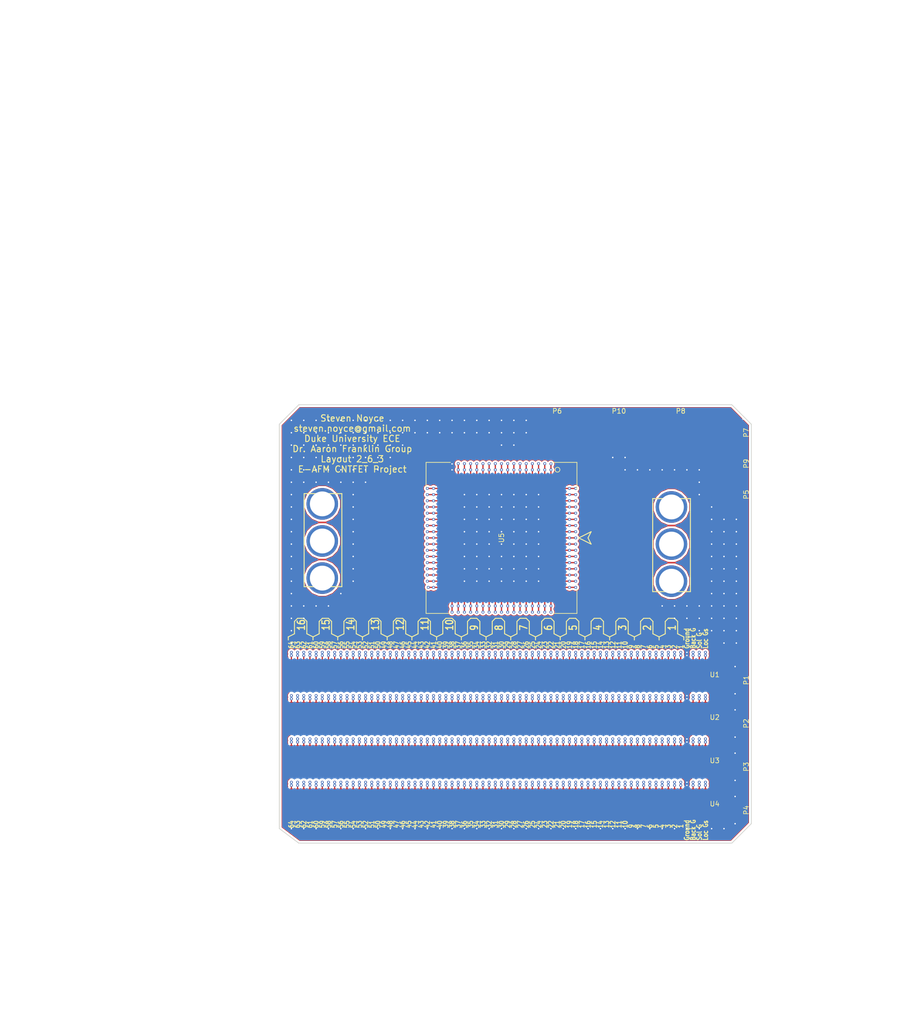
<source format=kicad_pcb>
(kicad_pcb (version 4) (host pcbnew 4.0.5)
  (layers (0 F.Cu signal) (1 In1.Cu signal) (2 In2.Cu signal) (31 B.Cu signal) (34 B.Paste user) (35 F.Paste user) (36 B.SilkS user) (37 F.SilkS user) (38 B.Mask user) (39 F.Mask user) (44 Edge.Cuts user))
  (net 0 "")
  (net 1 GND)
  (net 2 "Net-(P1-Pad1)")
  (net 3 "Net-(P2-Pad1)")
  (net 4 "Net-(P3-Pad1)")
  (net 5 "Net-(P4-Pad1)")
  (net 6 "Net-(P5-Pad1)")
  (net 7 "Net-(P7-Pad1)")
  (net 8 "Net-(P10-Pad1)")
  (net 9 1)
  (net 10 2)
  (net 11 3)
  (net 12 5)
  (net 13 6)
  (net 14 7)
  (net 15 8)
  (net 16 9)
  (net 17 10)
  (net 18 11)
  (net 19 12)
  (net 20 13)
  (net 21 14)
  (net 22 15)
  (net 23 16)
  (net 24 17)
  (net 25 18)
  (net 26 19)
  (net 27 20)
  (net 28 21)
  (net 29 22)
  (net 30 23)
  (net 31 24)
  (net 32 25)
  (net 33 26)
  (net 34 27)
  (net 35 28)
  (net 36 29)
  (net 37 30)
  (net 38 31)
  (net 39 32)
  (net 40 33)
  (net 41 34)
  (net 42 35)
  (net 43 36)
  (net 44 37)
  (net 45 38)
  (net 46 39)
  (net 47 40)
  (net 48 41)
  (net 49 42)
  (net 50 43)
  (net 51 44)
  (net 52 45)
  (net 53 46)
  (net 54 47)
  (net 55 48)
  (net 56 49)
  (net 57 50)
  (net 58 51)
  (net 59 52)
  (net 60 53)
  (net 61 54)
  (net 62 55)
  (net 63 56)
  (net 64 57)
  (net 65 58)
  (net 66 59)
  (net 67 60)
  (net 68 61)
  (net 69 62)
  (net 70 63)
  (net 71 64)
  (net 72 65)
  (net 73 66)
  (net 74 67)
  (net 75 68)
  (module NoyceLibrary:Magnet_Rivet_5mm (layer F.Cu) (at 163.83 108.585)
    (fp_text reference REF** (at 0 0) (layer F.SilkS))
    (fp_text value Magnet_Rivet_5mm)
    (pad 1 thru_hole circle (at 0 0) (size 6.5 6.5) (drill 5.1) (layers *.Cu *.Mask))
  )
  (module NoyceLibrary:Magnet_Rivet_5mm (layer F.Cu) (at 163.83 100.965)
    (fp_text reference REF** (at 0 0) (layer F.SilkS))
    (fp_text value Magnet_Rivet_5mm)
    (pad 1 thru_hole circle (at 0 0) (size 6.5 6.5) (drill 5.1) (layers *.Cu *.Mask))
  )
  (module NoyceLibrary:Magnet_Rivet_5mm (layer F.Cu) (at 163.83 93.345)
    (fp_text reference REF** (at 0 0) (layer F.SilkS))
    (fp_text value Magnet_Rivet_5mm)
    (pad 1 thru_hole circle (at 0 0) (size 6.5 6.5) (drill 5.1) (layers *.Cu *.Mask))
  )
  (module NoyceLibrary:Magnet_Rivet_5mm (layer F.Cu) (at 235.585 109.22)
    (fp_text reference REF** (at 0 0) (layer F.SilkS))
    (fp_text value Magnet_Rivet_5mm)
    (pad 1 thru_hole circle (at 0 0) (size 6.5 6.5) (drill 5.1) (layers *.Cu *.Mask))
  )
  (module NoyceLibrary:Magnet_Rivet_5mm (layer F.Cu) (at 235.585 101.6)
    (fp_text reference REF** (at 0 0) (layer F.SilkS))
    (fp_text value Magnet_Rivet_5mm)
    (pad 1 thru_hole circle (at 0 0) (size 6.5 6.5) (drill 5.1) (layers *.Cu *.Mask))
  )
  (module "NoyceLibrary:68_PLCC_Socket_(8468-21B1-RK-TP)" (layer F.Cu) (at 200.66 100.33 270)
    (fp_text reference U5 (at 0 0 270) (layer F.SilkS))
    (fp_text value "68_PLCC_Socket_(8468-21B1-RK-TP)")
    (pad 8 smd rect (at -11.78 -10.16 270) (size 1.7 0.7) (layers F.Cu F.Paste F.Mask) (net 19 12))
    (pad 7 smd rect (at -11.68 -8.89 270) (size 1.91 0.7) (layers F.Cu F.Paste F.Mask) (net 18 11))
    (pad 6 smd rect (at -11.68 -7.62 270) (size 1.91 0.7) (layers F.Cu F.Paste F.Mask) (net 17 10))
    (pad 5 smd rect (at -11.68 -6.35 270) (size 1.91 0.7) (layers F.Cu F.Paste F.Mask) (net 16 9))
    (pad 4 smd rect (at -11.68 -5.08 270) (size 1.91 0.7) (layers F.Cu F.Paste F.Mask) (net 15 8))
    (pad 3 smd rect (at -11.68 -3.81 270) (size 1.91 0.7) (layers F.Cu F.Paste F.Mask) (net 14 7))
    (pad 2 smd rect (at -11.68 -2.54 270) (size 1.91 0.7) (layers F.Cu F.Paste F.Mask) (net 13 6))
    (pad 1 smd rect (at -11.68 -1.27 270) (size 1.91 0.7) (layers F.Cu F.Paste F.Mask) (net 12 5))
    (pad 66 smd rect (at -11.68 0 270) (size 1.91 0.7) (layers F.Cu F.Paste F.Mask) (net 75 68))
    (pad 65 smd rect (at -11.68 1.27 270) (size 1.91 0.7) (layers F.Cu F.Paste F.Mask) (net 74 67))
    (pad 64 smd rect (at -11.68 2.54 270) (size 1.91 0.7) (layers F.Cu F.Paste F.Mask) (net 73 66))
    (pad 63 smd rect (at -11.68 3.81 270) (size 1.91 0.7) (layers F.Cu F.Paste F.Mask) (net 72 65))
    (pad 62 smd rect (at -11.68 5.08 270) (size 1.91 0.7) (layers F.Cu F.Paste F.Mask) (net 71 64))
    (pad 61 smd rect (at -11.68 6.35 270) (size 1.91 0.7) (layers F.Cu F.Paste F.Mask) (net 70 63))
    (pad 60 smd rect (at -11.68 7.62 270) (size 1.91 0.7) (layers F.Cu F.Paste F.Mask) (net 69 62))
    (pad 59 smd rect (at -11.68 8.89 270) (size 1.91 0.7) (layers F.Cu F.Paste F.Mask) (net 68 61))
    (pad 67 smd rect (at -11.78 10.16 270) (size 1.7 0.7) (layers F.Cu F.Paste F.Mask) (net 1 GND))
    (pad 58 smd rect (at -10.16 11.78 270) (size 0.7 1.7) (layers F.Cu F.Paste F.Mask) (net 67 60))
    (pad 27 smd rect (at 11.68 -8.89 270) (size 1.91 0.7) (layers F.Cu F.Paste F.Mask) (net 38 31))
    (pad 28 smd rect (at 11.68 -7.62 270) (size 1.91 0.7) (layers F.Cu F.Paste F.Mask) (net 39 32))
    (pad 29 smd rect (at 11.68 -6.35 270) (size 1.91 0.7) (layers F.Cu F.Paste F.Mask) (net 40 33))
    (pad 30 smd rect (at 11.68 -5.08 270) (size 1.91 0.7) (layers F.Cu F.Paste F.Mask) (net 41 34))
    (pad 31 smd rect (at 11.68 -3.81 270) (size 1.91 0.7) (layers F.Cu F.Paste F.Mask) (net 42 35))
    (pad 32 smd rect (at 11.68 -2.54 270) (size 1.91 0.7) (layers F.Cu F.Paste F.Mask) (net 43 36))
    (pad 33 smd rect (at 11.68 -1.27 270) (size 1.91 0.7) (layers F.Cu F.Paste F.Mask) (net 9 1))
    (pad 34 smd rect (at 11.68 0 270) (size 1.91 0.7) (layers F.Cu F.Paste F.Mask) (net 10 2))
    (pad 35 smd rect (at 11.68 1.27 270) (size 1.91 0.7) (layers F.Cu F.Paste F.Mask) (net 44 37))
    (pad 36 smd rect (at 11.68 2.54 270) (size 1.91 0.7) (layers F.Cu F.Paste F.Mask) (net 45 38))
    (pad 37 smd rect (at 11.68 3.81 270) (size 1.91 0.7) (layers F.Cu F.Paste F.Mask) (net 46 39))
    (pad 38 smd rect (at 11.68 5.08 270) (size 1.91 0.7) (layers F.Cu F.Paste F.Mask) (net 47 40))
    (pad 39 smd rect (at 11.68 6.35 270) (size 1.91 0.7) (layers F.Cu F.Paste F.Mask) (net 48 41))
    (pad 40 smd rect (at 11.68 7.62 270) (size 1.91 0.7) (layers F.Cu F.Paste F.Mask) (net 49 42))
    (pad 41 smd rect (at 11.68 8.89 270) (size 1.91 0.7) (layers F.Cu F.Paste F.Mask) (net 50 43))
    (pad 68 smd rect (at 11.78 10.16 270) (size 1.7 0.7) (layers F.Cu F.Paste F.Mask) (net 11 3))
    (pad 9 smd rect (at -10.16 -11.78 270) (size 0.7 1.7) (layers F.Cu F.Paste F.Mask) (net 20 13))
    (pad 10 smd rect (at -8.89 -11.68 270) (size 0.7 1.91) (layers F.Cu F.Paste F.Mask) (net 21 14))
    (pad 11 smd rect (at -7.62 -11.68 270) (size 0.7 1.91) (layers F.Cu F.Paste F.Mask) (net 22 15))
    (pad 12 smd rect (at -6.35 -11.68 270) (size 0.7 1.91) (layers F.Cu F.Paste F.Mask) (net 23 16))
    (pad 13 smd rect (at -5.08 -11.68 270) (size 0.7 1.91) (layers F.Cu F.Paste F.Mask) (net 24 17))
    (pad 14 smd rect (at -3.81 -11.68 270) (size 0.7 1.91) (layers F.Cu F.Paste F.Mask) (net 25 18))
    (pad 15 smd rect (at -2.54 -11.68 270) (size 0.7 1.91) (layers F.Cu F.Paste F.Mask) (net 26 19))
    (pad 16 smd rect (at -1.27 -11.68 270) (size 0.7 1.91) (layers F.Cu F.Paste F.Mask) (net 27 20))
    (pad 17 smd rect (at 0 -11.68 270) (size 0.7 1.91) (layers F.Cu F.Paste F.Mask) (net 28 21))
    (pad 18 smd rect (at 1.27 -11.68 270) (size 0.7 1.91) (layers F.Cu F.Paste F.Mask) (net 29 22))
    (pad 19 smd rect (at 2.54 -11.68 270) (size 0.7 1.91) (layers F.Cu F.Paste F.Mask) (net 30 23))
    (pad 20 smd rect (at 3.81 -11.68 270) (size 0.7 1.91) (layers F.Cu F.Paste F.Mask) (net 31 24))
    (pad 21 smd rect (at 5.08 -11.68 270) (size 0.7 1.91) (layers F.Cu F.Paste F.Mask) (net 32 25))
    (pad 22 smd rect (at 6.35 -11.68 270) (size 0.7 1.91) (layers F.Cu F.Paste F.Mask) (net 33 26))
    (pad 23 smd rect (at 7.62 -11.68 270) (size 0.7 1.91) (layers F.Cu F.Paste F.Mask) (net 34 27))
    (pad 24 smd rect (at 8.89 -11.68 270) (size 0.7 1.91) (layers F.Cu F.Paste F.Mask) (net 35 28))
    (pad 25 smd rect (at 10.16 -11.78 270) (size 0.7 1.7) (layers F.Cu F.Paste F.Mask) (net 36 29))
    (pad 57 smd rect (at -8.89 11.68 270) (size 0.7 1.91) (layers F.Cu F.Paste F.Mask) (net 66 59))
    (pad 56 smd rect (at -7.62 11.68 270) (size 0.7 1.91) (layers F.Cu F.Paste F.Mask) (net 65 58))
    (pad 55 smd rect (at -6.35 11.68 270) (size 0.7 1.91) (layers F.Cu F.Paste F.Mask) (net 64 57))
    (pad 54 smd rect (at -5.08 11.68 270) (size 0.7 1.91) (layers F.Cu F.Paste F.Mask) (net 63 56))
    (pad 53 smd rect (at -3.81 11.68 270) (size 0.7 1.91) (layers F.Cu F.Paste F.Mask) (net 62 55))
    (pad 52 smd rect (at -2.54 11.68 270) (size 0.7 1.91) (layers F.Cu F.Paste F.Mask) (net 61 54))
    (pad 51 smd rect (at -1.27 11.68 270) (size 0.7 1.91) (layers F.Cu F.Paste F.Mask) (net 60 53))
    (pad 50 smd rect (at 0 11.68 270) (size 0.7 1.91) (layers F.Cu F.Paste F.Mask) (net 59 52))
    (pad 49 smd rect (at 1.27 11.68 270) (size 0.7 1.91) (layers F.Cu F.Paste F.Mask) (net 58 51))
    (pad 48 smd rect (at 2.54 11.68 270) (size 0.7 1.91) (layers F.Cu F.Paste F.Mask) (net 57 50))
    (pad 47 smd rect (at 3.81 11.68 270) (size 0.7 1.91) (layers F.Cu F.Paste F.Mask) (net 56 49))
    (pad 46 smd rect (at 5.08 11.68 270) (size 0.7 1.91) (layers F.Cu F.Paste F.Mask) (net 55 48))
    (pad 45 smd rect (at 6.35 11.68 270) (size 0.7 1.91) (layers F.Cu F.Paste F.Mask) (net 54 47))
    (pad 44 smd rect (at 7.62 11.68 270) (size 0.7 1.91) (layers F.Cu F.Paste F.Mask) (net 53 46))
    (pad 43 smd rect (at 8.89 11.68 270) (size 0.7 1.91) (layers F.Cu F.Paste F.Mask) (net 52 45))
    (pad 42 smd rect (at 10.16 11.78 270) (size 0.7 1.7) (layers F.Cu F.Paste F.Mask) (net 51 44))
    (pad 26 smd rect (at 11.78 -10.16 270) (size 1.7 0.7) (layers F.Cu F.Paste F.Mask) (net 37 30))
  )
  (module "NoyceLibrary:Headers_SMD_2x2_(cut_95157-240LF)" (layer F.Cu) (at 224.79 77.47 270)
    (fp_text reference P10 (at -3.175 0 360) (layer F.SilkS))
    (fp_text value CONN_02X02)
    (pad 1 smd rect (at -1.27 -2.73 270) (size 1.27 3.18) (layers F.Cu F.Paste F.Mask) (net 8 "Net-(P10-Pad1)"))
    (pad 3 smd rect (at 1.27 -2.73 270) (size 1.27 3.18) (layers F.Cu F.Paste F.Mask) (net 8 "Net-(P10-Pad1)"))
    (pad 2 smd rect (at -1.27 2.73 270) (size 1.27 3.18) (layers F.Cu F.Paste F.Mask) (net 1 GND))
    (pad 4 smd rect (at 1.27 2.73 270) (size 1.27 3.18) (layers F.Cu F.Paste F.Mask) (net 1 GND))
  )
  (module "NoyceLibrary:Headers_SMD_2x2_(cut_95157-240LF)" (layer F.Cu) (at 237.49 77.47 270)
    (fp_text reference P8 (at -3.175 0 360) (layer F.SilkS))
    (fp_text value CONN_02X02)
    (pad 1 smd rect (at -1.27 -2.73 270) (size 1.27 3.18) (layers F.Cu F.Paste F.Mask) (net 7 "Net-(P7-Pad1)"))
    (pad 3 smd rect (at 1.27 -2.73 270) (size 1.27 3.18) (layers F.Cu F.Paste F.Mask) (net 7 "Net-(P7-Pad1)"))
    (pad 2 smd rect (at -1.27 2.73 270) (size 1.27 3.18) (layers F.Cu F.Paste F.Mask) (net 1 GND))
    (pad 4 smd rect (at 1.27 2.73 270) (size 1.27 3.18) (layers F.Cu F.Paste F.Mask) (net 1 GND))
  )
  (module "NoyceLibrary:Headers_SMD_2x2_(cut_95157-240LF)" (layer F.Cu) (at 212.09 77.47 270)
    (fp_text reference P6 (at -3.175 0 360) (layer F.SilkS))
    (fp_text value CONN_02X02)
    (pad 1 smd rect (at -1.27 -2.73 270) (size 1.27 3.18) (layers F.Cu F.Paste F.Mask) (net 6 "Net-(P5-Pad1)"))
    (pad 3 smd rect (at 1.27 -2.73 270) (size 1.27 3.18) (layers F.Cu F.Paste F.Mask) (net 6 "Net-(P5-Pad1)"))
    (pad 2 smd rect (at -1.27 2.73 270) (size 1.27 3.18) (layers F.Cu F.Paste F.Mask) (net 1 GND))
    (pad 4 smd rect (at 1.27 2.73 270) (size 1.27 3.18) (layers F.Cu F.Paste F.Mask) (net 1 GND))
  )
  (module "NoyceLibrary:IPEX_Connector_SMD_(RECE.20279.001E.01)" (layer F.Cu) (at 247.27 129.54 270)
    (fp_text reference P1 (at 0 -3.682 270) (layer F.SilkS))
    (fp_text value CONN_01X02)
    (pad 2 smd rect (at 1.685 -1.25 270) (size 1.2 2.5) (layers F.Cu F.Paste F.Mask) (net 1 GND))
    (pad 2 smd rect (at -1.685 -1.25 270) (size 1.2 2.5) (layers F.Cu F.Paste F.Mask) (net 1 GND))
    (pad 1 smd rect (at 0 0.48 270) (size 1.15 1.2) (layers F.Cu F.Paste F.Mask) (net 2 "Net-(P1-Pad1)"))
    (pad 3 smd rect (at 0 -1.65 270) (size 0.2 0.2) (layers F.Cu F.Mask) (clearance 0.98) (thermal_gap 2))
  )
  (module "NoyceLibrary:IPEX_Connector_SMD_(RECE.20279.001E.01)" (layer F.Cu) (at 247.27 138.43 270)
    (fp_text reference P2 (at 0 -3.682 270) (layer F.SilkS))
    (fp_text value CONN_01X02)
    (pad 2 smd rect (at 1.685 -1.25 270) (size 1.2 2.5) (layers F.Cu F.Paste F.Mask) (net 1 GND))
    (pad 2 smd rect (at -1.685 -1.25 270) (size 1.2 2.5) (layers F.Cu F.Paste F.Mask) (net 1 GND))
    (pad 1 smd rect (at 0 0.48 270) (size 1.15 1.2) (layers F.Cu F.Paste F.Mask) (net 3 "Net-(P2-Pad1)"))
    (pad 3 smd rect (at 0 -1.65 270) (size 0.2 0.2) (layers F.Cu F.Mask) (clearance 0.98) (thermal_gap 2))
  )
  (module "NoyceLibrary:IPEX_Connector_SMD_(RECE.20279.001E.01)" (layer F.Cu) (at 247.27 147.32 270)
    (fp_text reference P3 (at 0 -3.682 270) (layer F.SilkS))
    (fp_text value CONN_01X02)
    (pad 2 smd rect (at 1.685 -1.25 270) (size 1.2 2.5) (layers F.Cu F.Paste F.Mask) (net 1 GND))
    (pad 2 smd rect (at -1.685 -1.25 270) (size 1.2 2.5) (layers F.Cu F.Paste F.Mask) (net 1 GND))
    (pad 1 smd rect (at 0 0.48 270) (size 1.15 1.2) (layers F.Cu F.Paste F.Mask) (net 4 "Net-(P3-Pad1)"))
    (pad 3 smd rect (at 0 -1.65 270) (size 0.2 0.2) (layers F.Cu F.Mask) (clearance 0.98) (thermal_gap 2))
  )
  (module "NoyceLibrary:IPEX_Connector_SMD_(RECE.20279.001E.01)" (layer F.Cu) (at 247.27 156.21 270)
    (fp_text reference P4 (at 0 -3.682 270) (layer F.SilkS))
    (fp_text value CONN_01X02)
    (pad 2 smd rect (at 1.685 -1.25 270) (size 1.2 2.5) (layers F.Cu F.Paste F.Mask) (net 1 GND))
    (pad 2 smd rect (at -1.685 -1.25 270) (size 1.2 2.5) (layers F.Cu F.Paste F.Mask) (net 1 GND))
    (pad 1 smd rect (at 0 0.48 270) (size 1.15 1.2) (layers F.Cu F.Paste F.Mask) (net 5 "Net-(P4-Pad1)"))
    (pad 3 smd rect (at 0 -1.65 270) (size 0.2 0.2) (layers F.Cu F.Mask) (clearance 0.98) (thermal_gap 2))
  )
  (module "NoyceLibrary:IPEX_Connector_SMD_(RECE.20279.001E.01)" (layer F.Cu) (at 247.27 91.44 270)
    (fp_text reference P5 (at 0 -3.682 270) (layer F.SilkS))
    (fp_text value CONN_01X02)
    (pad 2 smd rect (at 1.685 -1.25 270) (size 1.2 2.5) (layers F.Cu F.Paste F.Mask) (net 1 GND))
    (pad 2 smd rect (at -1.685 -1.25 270) (size 1.2 2.5) (layers F.Cu F.Paste F.Mask) (net 1 GND))
    (pad 1 smd rect (at 0 0.48 270) (size 1.15 1.2) (layers F.Cu F.Paste F.Mask) (net 6 "Net-(P5-Pad1)"))
    (pad 3 smd rect (at 0 -1.65 270) (size 0.2 0.2) (layers F.Cu F.Mask) (clearance 0.98) (thermal_gap 2))
  )
  (module "NoyceLibrary:IPEX_Connector_SMD_(RECE.20279.001E.01)" (layer F.Cu) (at 247.27 78.74 270)
    (fp_text reference P7 (at 0 -3.682 270) (layer F.SilkS))
    (fp_text value CONN_01X02)
    (pad 2 smd rect (at 1.685 -1.25 270) (size 1.2 2.5) (layers F.Cu F.Paste F.Mask) (net 1 GND))
    (pad 2 smd rect (at -1.685 -1.25 270) (size 1.2 2.5) (layers F.Cu F.Paste F.Mask) (net 1 GND))
    (pad 1 smd rect (at 0 0.48 270) (size 1.15 1.2) (layers F.Cu F.Paste F.Mask) (net 7 "Net-(P7-Pad1)"))
    (pad 3 smd rect (at 0 -1.65 270) (size 0.2 0.2) (layers F.Cu F.Mask) (clearance 0.98) (thermal_gap 2))
  )
  (module "NoyceLibrary:IPEX_Connector_SMD_(RECE.20279.001E.01)" (layer F.Cu) (at 247.27 85.09 270)
    (fp_text reference P9 (at 0 -3.682 270) (layer F.SilkS))
    (fp_text value CONN_01X02)
    (pad 2 smd rect (at 1.685 -1.25 270) (size 1.2 2.5) (layers F.Cu F.Paste F.Mask) (net 1 GND))
    (pad 2 smd rect (at -1.685 -1.25 270) (size 1.2 2.5) (layers F.Cu F.Paste F.Mask) (net 1 GND))
    (pad 1 smd rect (at 0 0.48 270) (size 1.15 1.2) (layers F.Cu F.Paste F.Mask) (net 8 "Net-(P10-Pad1)"))
    (pad 3 smd rect (at 0 -1.65 270) (size 0.2 0.2) (layers F.Cu F.Mask) (clearance 0.98) (thermal_gap 2))
  )
  (module "NoyceLibrary:Headers_SMD_1.27_2x68_(mult_00060T4LF)" (layer F.Cu) (at 200.66 128.412 180)
    (fp_text reference U1 (at -43.815 0 180) (layer F.SilkS))
    (fp_text value "Headers_SMD_2x68_(mult_95157-240LF)")
    (pad 1 smd rect (at -41.91 1.95 180) (size 0.76 2.4) (layers F.Cu F.Paste F.Mask) (net 9 1))
    (pad 2 smd rect (at -41.91 -1.95 180) (size 0.76 2.4) (layers F.Cu F.Paste F.Mask) (net 2 "Net-(P1-Pad1)"))
    (pad 3 smd rect (at -40.64 1.95 180) (size 0.76 2.4) (layers F.Cu F.Paste F.Mask) (net 10 2))
    (pad 4 smd rect (at -40.64 -1.95 180) (size 0.76 2.4) (layers F.Cu F.Paste F.Mask) (net 2 "Net-(P1-Pad1)"))
    (pad 5 smd rect (at -39.37 1.95 180) (size 0.76 2.4) (layers F.Cu F.Paste F.Mask) (net 11 3))
    (pad 6 smd rect (at -39.37 -1.95 180) (size 0.76 2.4) (layers F.Cu F.Paste F.Mask) (net 2 "Net-(P1-Pad1)"))
    (pad 7 smd rect (at -38.1 1.95 180) (size 0.76 2.4) (layers F.Cu F.Paste F.Mask) (net 1 GND))
    (pad 8 smd rect (at -38.1 -1.95 180) (size 0.76 2.4) (layers F.Cu F.Paste F.Mask) (net 2 "Net-(P1-Pad1)"))
    (pad 9 smd rect (at -36.83 1.95 180) (size 0.76 2.4) (layers F.Cu F.Paste F.Mask) (net 12 5))
    (pad 10 smd rect (at -36.83 -1.95 180) (size 0.76 2.4) (layers F.Cu F.Paste F.Mask) (net 2 "Net-(P1-Pad1)"))
    (pad 11 smd rect (at -35.56 1.95 180) (size 0.76 2.4) (layers F.Cu F.Paste F.Mask) (net 13 6))
    (pad 12 smd rect (at -35.56 -1.95 180) (size 0.76 2.4) (layers F.Cu F.Paste F.Mask) (net 2 "Net-(P1-Pad1)"))
    (pad 13 smd rect (at -34.29 1.95 180) (size 0.76 2.4) (layers F.Cu F.Paste F.Mask) (net 14 7))
    (pad 14 smd rect (at -34.29 -1.95 180) (size 0.76 2.4) (layers F.Cu F.Paste F.Mask) (net 2 "Net-(P1-Pad1)"))
    (pad 15 smd rect (at -33.02 1.95 180) (size 0.76 2.4) (layers F.Cu F.Paste F.Mask) (net 15 8))
    (pad 16 smd rect (at -33.02 -1.95 180) (size 0.76 2.4) (layers F.Cu F.Paste F.Mask) (net 2 "Net-(P1-Pad1)"))
    (pad 17 smd rect (at -31.75 1.95 180) (size 0.76 2.4) (layers F.Cu F.Paste F.Mask) (net 16 9))
    (pad 18 smd rect (at -31.75 -1.95 180) (size 0.76 2.4) (layers F.Cu F.Paste F.Mask) (net 2 "Net-(P1-Pad1)"))
    (pad 19 smd rect (at -30.48 1.95 180) (size 0.76 2.4) (layers F.Cu F.Paste F.Mask) (net 17 10))
    (pad 20 smd rect (at -30.48 -1.95 180) (size 0.76 2.4) (layers F.Cu F.Paste F.Mask) (net 2 "Net-(P1-Pad1)"))
    (pad 21 smd rect (at -29.21 1.95 180) (size 0.76 2.4) (layers F.Cu F.Paste F.Mask) (net 18 11))
    (pad 22 smd rect (at -29.21 -1.95 180) (size 0.76 2.4) (layers F.Cu F.Paste F.Mask) (net 2 "Net-(P1-Pad1)"))
    (pad 23 smd rect (at -27.94 1.95 180) (size 0.76 2.4) (layers F.Cu F.Paste F.Mask) (net 19 12))
    (pad 24 smd rect (at -27.94 -1.95 180) (size 0.76 2.4) (layers F.Cu F.Paste F.Mask) (net 2 "Net-(P1-Pad1)"))
    (pad 25 smd rect (at -26.67 1.95 180) (size 0.76 2.4) (layers F.Cu F.Paste F.Mask) (net 20 13))
    (pad 26 smd rect (at -26.67 -1.95 180) (size 0.76 2.4) (layers F.Cu F.Paste F.Mask) (net 2 "Net-(P1-Pad1)"))
    (pad 27 smd rect (at -25.4 1.95 180) (size 0.76 2.4) (layers F.Cu F.Paste F.Mask) (net 21 14))
    (pad 28 smd rect (at -25.4 -1.95 180) (size 0.76 2.4) (layers F.Cu F.Paste F.Mask) (net 2 "Net-(P1-Pad1)"))
    (pad 29 smd rect (at -24.13 1.95 180) (size 0.76 2.4) (layers F.Cu F.Paste F.Mask) (net 22 15))
    (pad 30 smd rect (at -24.13 -1.95 180) (size 0.76 2.4) (layers F.Cu F.Paste F.Mask) (net 2 "Net-(P1-Pad1)"))
    (pad 31 smd rect (at -22.86 1.95 180) (size 0.76 2.4) (layers F.Cu F.Paste F.Mask) (net 23 16))
    (pad 32 smd rect (at -22.86 -1.95 180) (size 0.76 2.4) (layers F.Cu F.Paste F.Mask) (net 2 "Net-(P1-Pad1)"))
    (pad 33 smd rect (at -21.59 1.95 180) (size 0.76 2.4) (layers F.Cu F.Paste F.Mask) (net 24 17))
    (pad 34 smd rect (at -21.59 -1.95 180) (size 0.76 2.4) (layers F.Cu F.Paste F.Mask) (net 2 "Net-(P1-Pad1)"))
    (pad 35 smd rect (at -20.32 1.95 180) (size 0.76 2.4) (layers F.Cu F.Paste F.Mask) (net 25 18))
    (pad 36 smd rect (at -20.32 -1.95 180) (size 0.76 2.4) (layers F.Cu F.Paste F.Mask) (net 2 "Net-(P1-Pad1)"))
    (pad 37 smd rect (at -19.05 1.95 180) (size 0.76 2.4) (layers F.Cu F.Paste F.Mask) (net 26 19))
    (pad 38 smd rect (at -19.05 -1.95 180) (size 0.76 2.4) (layers F.Cu F.Paste F.Mask) (net 2 "Net-(P1-Pad1)"))
    (pad 39 smd rect (at -17.78 1.95 180) (size 0.76 2.4) (layers F.Cu F.Paste F.Mask) (net 27 20))
    (pad 40 smd rect (at -17.78 -1.95 180) (size 0.76 2.4) (layers F.Cu F.Paste F.Mask) (net 2 "Net-(P1-Pad1)"))
    (pad 41 smd rect (at -16.51 1.95 180) (size 0.76 2.4) (layers F.Cu F.Paste F.Mask) (net 28 21))
    (pad 42 smd rect (at -16.51 -1.95 180) (size 0.76 2.4) (layers F.Cu F.Paste F.Mask) (net 2 "Net-(P1-Pad1)"))
    (pad 43 smd rect (at -15.24 1.95 180) (size 0.76 2.4) (layers F.Cu F.Paste F.Mask) (net 29 22))
    (pad 44 smd rect (at -15.24 -1.95 180) (size 0.76 2.4) (layers F.Cu F.Paste F.Mask) (net 2 "Net-(P1-Pad1)"))
    (pad 45 smd rect (at -13.97 1.95 180) (size 0.76 2.4) (layers F.Cu F.Paste F.Mask) (net 30 23))
    (pad 46 smd rect (at -13.97 -1.95 180) (size 0.76 2.4) (layers F.Cu F.Paste F.Mask) (net 2 "Net-(P1-Pad1)"))
    (pad 47 smd rect (at -12.7 1.95 180) (size 0.76 2.4) (layers F.Cu F.Paste F.Mask) (net 31 24))
    (pad 48 smd rect (at -12.7 -1.95 180) (size 0.76 2.4) (layers F.Cu F.Paste F.Mask) (net 2 "Net-(P1-Pad1)"))
    (pad 49 smd rect (at -11.43 1.95 180) (size 0.76 2.4) (layers F.Cu F.Paste F.Mask) (net 32 25))
    (pad 50 smd rect (at -11.43 -1.95 180) (size 0.76 2.4) (layers F.Cu F.Paste F.Mask) (net 2 "Net-(P1-Pad1)"))
    (pad 51 smd rect (at -10.16 1.95 180) (size 0.76 2.4) (layers F.Cu F.Paste F.Mask) (net 33 26))
    (pad 52 smd rect (at -10.16 -1.95 180) (size 0.76 2.4) (layers F.Cu F.Paste F.Mask) (net 2 "Net-(P1-Pad1)"))
    (pad 53 smd rect (at -8.89 1.95 180) (size 0.76 2.4) (layers F.Cu F.Paste F.Mask) (net 34 27))
    (pad 54 smd rect (at -8.89 -1.95 180) (size 0.76 2.4) (layers F.Cu F.Paste F.Mask) (net 2 "Net-(P1-Pad1)"))
    (pad 55 smd rect (at -7.62 1.95 180) (size 0.76 2.4) (layers F.Cu F.Paste F.Mask) (net 35 28))
    (pad 56 smd rect (at -7.62 -1.95 180) (size 0.76 2.4) (layers F.Cu F.Paste F.Mask) (net 2 "Net-(P1-Pad1)"))
    (pad 57 smd rect (at -6.35 1.95 180) (size 0.76 2.4) (layers F.Cu F.Paste F.Mask) (net 36 29))
    (pad 58 smd rect (at -6.35 -1.95 180) (size 0.76 2.4) (layers F.Cu F.Paste F.Mask) (net 2 "Net-(P1-Pad1)"))
    (pad 59 smd rect (at -5.08 1.95 180) (size 0.76 2.4) (layers F.Cu F.Paste F.Mask) (net 37 30))
    (pad 60 smd rect (at -5.08 -1.95 180) (size 0.76 2.4) (layers F.Cu F.Paste F.Mask) (net 2 "Net-(P1-Pad1)"))
    (pad 61 smd rect (at -3.81 1.95 180) (size 0.76 2.4) (layers F.Cu F.Paste F.Mask) (net 38 31))
    (pad 62 smd rect (at -3.81 -1.95 180) (size 0.76 2.4) (layers F.Cu F.Paste F.Mask) (net 2 "Net-(P1-Pad1)"))
    (pad 63 smd rect (at -2.54 1.95 180) (size 0.76 2.4) (layers F.Cu F.Paste F.Mask) (net 39 32))
    (pad 64 smd rect (at -2.54 -1.95 180) (size 0.76 2.4) (layers F.Cu F.Paste F.Mask) (net 2 "Net-(P1-Pad1)"))
    (pad 65 smd rect (at -1.27 1.95 180) (size 0.76 2.4) (layers F.Cu F.Paste F.Mask) (net 40 33))
    (pad 66 smd rect (at -1.27 -1.95 180) (size 0.76 2.4) (layers F.Cu F.Paste F.Mask) (net 2 "Net-(P1-Pad1)"))
    (pad 67 smd rect (at 0 1.95 180) (size 0.76 2.4) (layers F.Cu F.Paste F.Mask) (net 41 34))
    (pad 68 smd rect (at 0 -1.95 180) (size 0.76 2.4) (layers F.Cu F.Paste F.Mask) (net 2 "Net-(P1-Pad1)"))
    (pad 69 smd rect (at 1.27 1.95 180) (size 0.76 2.4) (layers F.Cu F.Paste F.Mask) (net 42 35))
    (pad 70 smd rect (at 1.27 -1.95 180) (size 0.76 2.4) (layers F.Cu F.Paste F.Mask) (net 2 "Net-(P1-Pad1)"))
    (pad 71 smd rect (at 2.54 1.95 180) (size 0.76 2.4) (layers F.Cu F.Paste F.Mask) (net 43 36))
    (pad 72 smd rect (at 2.54 -1.95 180) (size 0.76 2.4) (layers F.Cu F.Paste F.Mask) (net 2 "Net-(P1-Pad1)"))
    (pad 73 smd rect (at 3.81 1.95 180) (size 0.76 2.4) (layers F.Cu F.Paste F.Mask) (net 44 37))
    (pad 74 smd rect (at 3.81 -1.95 180) (size 0.76 2.4) (layers F.Cu F.Paste F.Mask) (net 2 "Net-(P1-Pad1)"))
    (pad 75 smd rect (at 5.08 1.95 180) (size 0.76 2.4) (layers F.Cu F.Paste F.Mask) (net 45 38))
    (pad 76 smd rect (at 5.08 -1.95 180) (size 0.76 2.4) (layers F.Cu F.Paste F.Mask) (net 2 "Net-(P1-Pad1)"))
    (pad 77 smd rect (at 6.35 1.95 180) (size 0.76 2.4) (layers F.Cu F.Paste F.Mask) (net 46 39))
    (pad 78 smd rect (at 6.35 -1.95 180) (size 0.76 2.4) (layers F.Cu F.Paste F.Mask) (net 2 "Net-(P1-Pad1)"))
    (pad 79 smd rect (at 7.62 1.95 180) (size 0.76 2.4) (layers F.Cu F.Paste F.Mask) (net 47 40))
    (pad 80 smd rect (at 7.62 -1.95 180) (size 0.76 2.4) (layers F.Cu F.Paste F.Mask) (net 2 "Net-(P1-Pad1)"))
    (pad 81 smd rect (at 8.89 1.95 180) (size 0.76 2.4) (layers F.Cu F.Paste F.Mask) (net 48 41))
    (pad 82 smd rect (at 8.89 -1.95 180) (size 0.76 2.4) (layers F.Cu F.Paste F.Mask) (net 2 "Net-(P1-Pad1)"))
    (pad 83 smd rect (at 10.16 1.95 180) (size 0.76 2.4) (layers F.Cu F.Paste F.Mask) (net 49 42))
    (pad 84 smd rect (at 10.16 -1.95 180) (size 0.76 2.4) (layers F.Cu F.Paste F.Mask) (net 2 "Net-(P1-Pad1)"))
    (pad 85 smd rect (at 11.43 1.95 180) (size 0.76 2.4) (layers F.Cu F.Paste F.Mask) (net 50 43))
    (pad 86 smd rect (at 11.43 -1.95 180) (size 0.76 2.4) (layers F.Cu F.Paste F.Mask) (net 2 "Net-(P1-Pad1)"))
    (pad 87 smd rect (at 12.7 1.95 180) (size 0.76 2.4) (layers F.Cu F.Paste F.Mask) (net 51 44))
    (pad 88 smd rect (at 12.7 -1.95 180) (size 0.76 2.4) (layers F.Cu F.Paste F.Mask) (net 2 "Net-(P1-Pad1)"))
    (pad 89 smd rect (at 13.97 1.95 180) (size 0.76 2.4) (layers F.Cu F.Paste F.Mask) (net 52 45))
    (pad 90 smd rect (at 13.97 -1.95 180) (size 0.76 2.4) (layers F.Cu F.Paste F.Mask) (net 2 "Net-(P1-Pad1)"))
    (pad 91 smd rect (at 15.24 1.95 180) (size 0.76 2.4) (layers F.Cu F.Paste F.Mask) (net 53 46))
    (pad 92 smd rect (at 15.24 -1.95 180) (size 0.76 2.4) (layers F.Cu F.Paste F.Mask) (net 2 "Net-(P1-Pad1)"))
    (pad 93 smd rect (at 16.51 1.95 180) (size 0.76 2.4) (layers F.Cu F.Paste F.Mask) (net 54 47))
    (pad 94 smd rect (at 16.51 -1.95 180) (size 0.76 2.4) (layers F.Cu F.Paste F.Mask) (net 2 "Net-(P1-Pad1)"))
    (pad 95 smd rect (at 17.78 1.95 180) (size 0.76 2.4) (layers F.Cu F.Paste F.Mask) (net 55 48))
    (pad 96 smd rect (at 17.78 -1.95 180) (size 0.76 2.4) (layers F.Cu F.Paste F.Mask) (net 2 "Net-(P1-Pad1)"))
    (pad 97 smd rect (at 19.05 1.95 180) (size 0.76 2.4) (layers F.Cu F.Paste F.Mask) (net 56 49))
    (pad 98 smd rect (at 19.05 -1.95 180) (size 0.76 2.4) (layers F.Cu F.Paste F.Mask) (net 2 "Net-(P1-Pad1)"))
    (pad 99 smd rect (at 20.32 1.95 180) (size 0.76 2.4) (layers F.Cu F.Paste F.Mask) (net 57 50))
    (pad 100 smd rect (at 20.32 -1.95 180) (size 0.76 2.4) (layers F.Cu F.Paste F.Mask) (net 2 "Net-(P1-Pad1)"))
    (pad 101 smd rect (at 21.59 1.95 180) (size 0.76 2.4) (layers F.Cu F.Paste F.Mask) (net 58 51))
    (pad 102 smd rect (at 21.59 -1.95 180) (size 0.76 2.4) (layers F.Cu F.Paste F.Mask) (net 2 "Net-(P1-Pad1)"))
    (pad 103 smd rect (at 22.86 1.95 180) (size 0.76 2.4) (layers F.Cu F.Paste F.Mask) (net 59 52))
    (pad 104 smd rect (at 22.86 -1.95 180) (size 0.76 2.4) (layers F.Cu F.Paste F.Mask) (net 2 "Net-(P1-Pad1)"))
    (pad 105 smd rect (at 24.13 1.95 180) (size 0.76 2.4) (layers F.Cu F.Paste F.Mask) (net 60 53))
    (pad 106 smd rect (at 24.13 -1.95 180) (size 0.76 2.4) (layers F.Cu F.Paste F.Mask) (net 2 "Net-(P1-Pad1)"))
    (pad 107 smd rect (at 25.4 1.95 180) (size 0.76 2.4) (layers F.Cu F.Paste F.Mask) (net 61 54))
    (pad 108 smd rect (at 25.4 -1.95 180) (size 0.76 2.4) (layers F.Cu F.Paste F.Mask) (net 2 "Net-(P1-Pad1)"))
    (pad 109 smd rect (at 26.67 1.95 180) (size 0.76 2.4) (layers F.Cu F.Paste F.Mask) (net 62 55))
    (pad 110 smd rect (at 26.67 -1.95 180) (size 0.76 2.4) (layers F.Cu F.Paste F.Mask) (net 2 "Net-(P1-Pad1)"))
    (pad 111 smd rect (at 27.94 1.95 180) (size 0.76 2.4) (layers F.Cu F.Paste F.Mask) (net 63 56))
    (pad 112 smd rect (at 27.94 -1.95 180) (size 0.76 2.4) (layers F.Cu F.Paste F.Mask) (net 2 "Net-(P1-Pad1)"))
    (pad 113 smd rect (at 29.21 1.95 180) (size 0.76 2.4) (layers F.Cu F.Paste F.Mask) (net 64 57))
    (pad 114 smd rect (at 29.21 -1.95 180) (size 0.76 2.4) (layers F.Cu F.Paste F.Mask) (net 2 "Net-(P1-Pad1)"))
    (pad 115 smd rect (at 30.48 1.95 180) (size 0.76 2.4) (layers F.Cu F.Paste F.Mask) (net 65 58))
    (pad 116 smd rect (at 30.48 -1.95 180) (size 0.76 2.4) (layers F.Cu F.Paste F.Mask) (net 2 "Net-(P1-Pad1)"))
    (pad 117 smd rect (at 31.75 1.95 180) (size 0.76 2.4) (layers F.Cu F.Paste F.Mask) (net 66 59))
    (pad 118 smd rect (at 31.75 -1.95 180) (size 0.76 2.4) (layers F.Cu F.Paste F.Mask) (net 2 "Net-(P1-Pad1)"))
    (pad 119 smd rect (at 33.02 1.95 180) (size 0.76 2.4) (layers F.Cu F.Paste F.Mask) (net 67 60))
    (pad 120 smd rect (at 33.02 -1.95 180) (size 0.76 2.4) (layers F.Cu F.Paste F.Mask) (net 2 "Net-(P1-Pad1)"))
    (pad 121 smd rect (at 34.29 1.95 180) (size 0.76 2.4) (layers F.Cu F.Paste F.Mask) (net 68 61))
    (pad 122 smd rect (at 34.29 -1.95 180) (size 0.76 2.4) (layers F.Cu F.Paste F.Mask) (net 2 "Net-(P1-Pad1)"))
    (pad 123 smd rect (at 35.56 1.95 180) (size 0.76 2.4) (layers F.Cu F.Paste F.Mask) (net 69 62))
    (pad 124 smd rect (at 35.56 -1.95 180) (size 0.76 2.4) (layers F.Cu F.Paste F.Mask) (net 2 "Net-(P1-Pad1)"))
    (pad 125 smd rect (at 36.83 1.95 180) (size 0.76 2.4) (layers F.Cu F.Paste F.Mask) (net 70 63))
    (pad 126 smd rect (at 36.83 -1.95 180) (size 0.76 2.4) (layers F.Cu F.Paste F.Mask) (net 2 "Net-(P1-Pad1)"))
    (pad 127 smd rect (at 38.1 1.95 180) (size 0.76 2.4) (layers F.Cu F.Paste F.Mask) (net 71 64))
    (pad 128 smd rect (at 38.1 -1.95 180) (size 0.76 2.4) (layers F.Cu F.Paste F.Mask) (net 2 "Net-(P1-Pad1)"))
    (pad 129 smd rect (at 39.37 1.95 180) (size 0.76 2.4) (layers F.Cu F.Paste F.Mask) (net 72 65))
    (pad 130 smd rect (at 39.37 -1.95 180) (size 0.76 2.4) (layers F.Cu F.Paste F.Mask) (net 2 "Net-(P1-Pad1)"))
    (pad 131 smd rect (at 40.64 1.95 180) (size 0.76 2.4) (layers F.Cu F.Paste F.Mask) (net 73 66))
    (pad 132 smd rect (at 40.64 -1.95 180) (size 0.76 2.4) (layers F.Cu F.Paste F.Mask) (net 2 "Net-(P1-Pad1)"))
    (pad 133 smd rect (at 41.91 1.95 180) (size 0.76 2.4) (layers F.Cu F.Paste F.Mask) (net 74 67))
    (pad 134 smd rect (at 41.91 -1.95 180) (size 0.76 2.4) (layers F.Cu F.Paste F.Mask) (net 2 "Net-(P1-Pad1)"))
    (pad 135 smd rect (at 43.18 1.95 180) (size 0.76 2.4) (layers F.Cu F.Paste F.Mask) (net 75 68))
    (pad 136 smd rect (at 43.18 -1.95 180) (size 0.76 2.4) (layers F.Cu F.Paste F.Mask) (net 2 "Net-(P1-Pad1)"))
  )
  (module "NoyceLibrary:Headers_SMD_1.27_2x68_(mult_00060T4LF)" (layer F.Cu) (at 200.66 137.16 180)
    (fp_text reference U2 (at -43.815 0 180) (layer F.SilkS))
    (fp_text value "Headers_SMD_2x68_(mult_95157-240LF)")
    (pad 1 smd rect (at -41.91 1.95 180) (size 0.76 2.4) (layers F.Cu F.Paste F.Mask) (net 9 1))
    (pad 2 smd rect (at -41.91 -1.95 180) (size 0.76 2.4) (layers F.Cu F.Paste F.Mask) (net 3 "Net-(P2-Pad1)"))
    (pad 3 smd rect (at -40.64 1.95 180) (size 0.76 2.4) (layers F.Cu F.Paste F.Mask) (net 10 2))
    (pad 4 smd rect (at -40.64 -1.95 180) (size 0.76 2.4) (layers F.Cu F.Paste F.Mask) (net 3 "Net-(P2-Pad1)"))
    (pad 5 smd rect (at -39.37 1.95 180) (size 0.76 2.4) (layers F.Cu F.Paste F.Mask) (net 11 3))
    (pad 6 smd rect (at -39.37 -1.95 180) (size 0.76 2.4) (layers F.Cu F.Paste F.Mask) (net 3 "Net-(P2-Pad1)"))
    (pad 7 smd rect (at -38.1 1.95 180) (size 0.76 2.4) (layers F.Cu F.Paste F.Mask) (net 1 GND))
    (pad 8 smd rect (at -38.1 -1.95 180) (size 0.76 2.4) (layers F.Cu F.Paste F.Mask) (net 3 "Net-(P2-Pad1)"))
    (pad 9 smd rect (at -36.83 1.95 180) (size 0.76 2.4) (layers F.Cu F.Paste F.Mask) (net 12 5))
    (pad 10 smd rect (at -36.83 -1.95 180) (size 0.76 2.4) (layers F.Cu F.Paste F.Mask) (net 3 "Net-(P2-Pad1)"))
    (pad 11 smd rect (at -35.56 1.95 180) (size 0.76 2.4) (layers F.Cu F.Paste F.Mask) (net 13 6))
    (pad 12 smd rect (at -35.56 -1.95 180) (size 0.76 2.4) (layers F.Cu F.Paste F.Mask) (net 3 "Net-(P2-Pad1)"))
    (pad 13 smd rect (at -34.29 1.95 180) (size 0.76 2.4) (layers F.Cu F.Paste F.Mask) (net 14 7))
    (pad 14 smd rect (at -34.29 -1.95 180) (size 0.76 2.4) (layers F.Cu F.Paste F.Mask) (net 3 "Net-(P2-Pad1)"))
    (pad 15 smd rect (at -33.02 1.95 180) (size 0.76 2.4) (layers F.Cu F.Paste F.Mask) (net 15 8))
    (pad 16 smd rect (at -33.02 -1.95 180) (size 0.76 2.4) (layers F.Cu F.Paste F.Mask) (net 3 "Net-(P2-Pad1)"))
    (pad 17 smd rect (at -31.75 1.95 180) (size 0.76 2.4) (layers F.Cu F.Paste F.Mask) (net 16 9))
    (pad 18 smd rect (at -31.75 -1.95 180) (size 0.76 2.4) (layers F.Cu F.Paste F.Mask) (net 3 "Net-(P2-Pad1)"))
    (pad 19 smd rect (at -30.48 1.95 180) (size 0.76 2.4) (layers F.Cu F.Paste F.Mask) (net 17 10))
    (pad 20 smd rect (at -30.48 -1.95 180) (size 0.76 2.4) (layers F.Cu F.Paste F.Mask) (net 3 "Net-(P2-Pad1)"))
    (pad 21 smd rect (at -29.21 1.95 180) (size 0.76 2.4) (layers F.Cu F.Paste F.Mask) (net 18 11))
    (pad 22 smd rect (at -29.21 -1.95 180) (size 0.76 2.4) (layers F.Cu F.Paste F.Mask) (net 3 "Net-(P2-Pad1)"))
    (pad 23 smd rect (at -27.94 1.95 180) (size 0.76 2.4) (layers F.Cu F.Paste F.Mask) (net 19 12))
    (pad 24 smd rect (at -27.94 -1.95 180) (size 0.76 2.4) (layers F.Cu F.Paste F.Mask) (net 3 "Net-(P2-Pad1)"))
    (pad 25 smd rect (at -26.67 1.95 180) (size 0.76 2.4) (layers F.Cu F.Paste F.Mask) (net 20 13))
    (pad 26 smd rect (at -26.67 -1.95 180) (size 0.76 2.4) (layers F.Cu F.Paste F.Mask) (net 3 "Net-(P2-Pad1)"))
    (pad 27 smd rect (at -25.4 1.95 180) (size 0.76 2.4) (layers F.Cu F.Paste F.Mask) (net 21 14))
    (pad 28 smd rect (at -25.4 -1.95 180) (size 0.76 2.4) (layers F.Cu F.Paste F.Mask) (net 3 "Net-(P2-Pad1)"))
    (pad 29 smd rect (at -24.13 1.95 180) (size 0.76 2.4) (layers F.Cu F.Paste F.Mask) (net 22 15))
    (pad 30 smd rect (at -24.13 -1.95 180) (size 0.76 2.4) (layers F.Cu F.Paste F.Mask) (net 3 "Net-(P2-Pad1)"))
    (pad 31 smd rect (at -22.86 1.95 180) (size 0.76 2.4) (layers F.Cu F.Paste F.Mask) (net 23 16))
    (pad 32 smd rect (at -22.86 -1.95 180) (size 0.76 2.4) (layers F.Cu F.Paste F.Mask) (net 3 "Net-(P2-Pad1)"))
    (pad 33 smd rect (at -21.59 1.95 180) (size 0.76 2.4) (layers F.Cu F.Paste F.Mask) (net 24 17))
    (pad 34 smd rect (at -21.59 -1.95 180) (size 0.76 2.4) (layers F.Cu F.Paste F.Mask) (net 3 "Net-(P2-Pad1)"))
    (pad 35 smd rect (at -20.32 1.95 180) (size 0.76 2.4) (layers F.Cu F.Paste F.Mask) (net 25 18))
    (pad 36 smd rect (at -20.32 -1.95 180) (size 0.76 2.4) (layers F.Cu F.Paste F.Mask) (net 3 "Net-(P2-Pad1)"))
    (pad 37 smd rect (at -19.05 1.95 180) (size 0.76 2.4) (layers F.Cu F.Paste F.Mask) (net 26 19))
    (pad 38 smd rect (at -19.05 -1.95 180) (size 0.76 2.4) (layers F.Cu F.Paste F.Mask) (net 3 "Net-(P2-Pad1)"))
    (pad 39 smd rect (at -17.78 1.95 180) (size 0.76 2.4) (layers F.Cu F.Paste F.Mask) (net 27 20))
    (pad 40 smd rect (at -17.78 -1.95 180) (size 0.76 2.4) (layers F.Cu F.Paste F.Mask) (net 3 "Net-(P2-Pad1)"))
    (pad 41 smd rect (at -16.51 1.95 180) (size 0.76 2.4) (layers F.Cu F.Paste F.Mask) (net 28 21))
    (pad 42 smd rect (at -16.51 -1.95 180) (size 0.76 2.4) (layers F.Cu F.Paste F.Mask) (net 3 "Net-(P2-Pad1)"))
    (pad 43 smd rect (at -15.24 1.95 180) (size 0.76 2.4) (layers F.Cu F.Paste F.Mask) (net 29 22))
    (pad 44 smd rect (at -15.24 -1.95 180) (size 0.76 2.4) (layers F.Cu F.Paste F.Mask) (net 3 "Net-(P2-Pad1)"))
    (pad 45 smd rect (at -13.97 1.95 180) (size 0.76 2.4) (layers F.Cu F.Paste F.Mask) (net 30 23))
    (pad 46 smd rect (at -13.97 -1.95 180) (size 0.76 2.4) (layers F.Cu F.Paste F.Mask) (net 3 "Net-(P2-Pad1)"))
    (pad 47 smd rect (at -12.7 1.95 180) (size 0.76 2.4) (layers F.Cu F.Paste F.Mask) (net 31 24))
    (pad 48 smd rect (at -12.7 -1.95 180) (size 0.76 2.4) (layers F.Cu F.Paste F.Mask) (net 3 "Net-(P2-Pad1)"))
    (pad 49 smd rect (at -11.43 1.95 180) (size 0.76 2.4) (layers F.Cu F.Paste F.Mask) (net 32 25))
    (pad 50 smd rect (at -11.43 -1.95 180) (size 0.76 2.4) (layers F.Cu F.Paste F.Mask) (net 3 "Net-(P2-Pad1)"))
    (pad 51 smd rect (at -10.16 1.95 180) (size 0.76 2.4) (layers F.Cu F.Paste F.Mask) (net 33 26))
    (pad 52 smd rect (at -10.16 -1.95 180) (size 0.76 2.4) (layers F.Cu F.Paste F.Mask) (net 3 "Net-(P2-Pad1)"))
    (pad 53 smd rect (at -8.89 1.95 180) (size 0.76 2.4) (layers F.Cu F.Paste F.Mask) (net 34 27))
    (pad 54 smd rect (at -8.89 -1.95 180) (size 0.76 2.4) (layers F.Cu F.Paste F.Mask) (net 3 "Net-(P2-Pad1)"))
    (pad 55 smd rect (at -7.62 1.95 180) (size 0.76 2.4) (layers F.Cu F.Paste F.Mask) (net 35 28))
    (pad 56 smd rect (at -7.62 -1.95 180) (size 0.76 2.4) (layers F.Cu F.Paste F.Mask) (net 3 "Net-(P2-Pad1)"))
    (pad 57 smd rect (at -6.35 1.95 180) (size 0.76 2.4) (layers F.Cu F.Paste F.Mask) (net 36 29))
    (pad 58 smd rect (at -6.35 -1.95 180) (size 0.76 2.4) (layers F.Cu F.Paste F.Mask) (net 3 "Net-(P2-Pad1)"))
    (pad 59 smd rect (at -5.08 1.95 180) (size 0.76 2.4) (layers F.Cu F.Paste F.Mask) (net 37 30))
    (pad 60 smd rect (at -5.08 -1.95 180) (size 0.76 2.4) (layers F.Cu F.Paste F.Mask) (net 3 "Net-(P2-Pad1)"))
    (pad 61 smd rect (at -3.81 1.95 180) (size 0.76 2.4) (layers F.Cu F.Paste F.Mask) (net 38 31))
    (pad 62 smd rect (at -3.81 -1.95 180) (size 0.76 2.4) (layers F.Cu F.Paste F.Mask) (net 3 "Net-(P2-Pad1)"))
    (pad 63 smd rect (at -2.54 1.95 180) (size 0.76 2.4) (layers F.Cu F.Paste F.Mask) (net 39 32))
    (pad 64 smd rect (at -2.54 -1.95 180) (size 0.76 2.4) (layers F.Cu F.Paste F.Mask) (net 3 "Net-(P2-Pad1)"))
    (pad 65 smd rect (at -1.27 1.95 180) (size 0.76 2.4) (layers F.Cu F.Paste F.Mask) (net 40 33))
    (pad 66 smd rect (at -1.27 -1.95 180) (size 0.76 2.4) (layers F.Cu F.Paste F.Mask) (net 3 "Net-(P2-Pad1)"))
    (pad 67 smd rect (at 0 1.95 180) (size 0.76 2.4) (layers F.Cu F.Paste F.Mask) (net 41 34))
    (pad 68 smd rect (at 0 -1.95 180) (size 0.76 2.4) (layers F.Cu F.Paste F.Mask) (net 3 "Net-(P2-Pad1)"))
    (pad 69 smd rect (at 1.27 1.95 180) (size 0.76 2.4) (layers F.Cu F.Paste F.Mask) (net 42 35))
    (pad 70 smd rect (at 1.27 -1.95 180) (size 0.76 2.4) (layers F.Cu F.Paste F.Mask) (net 3 "Net-(P2-Pad1)"))
    (pad 71 smd rect (at 2.54 1.95 180) (size 0.76 2.4) (layers F.Cu F.Paste F.Mask) (net 43 36))
    (pad 72 smd rect (at 2.54 -1.95 180) (size 0.76 2.4) (layers F.Cu F.Paste F.Mask) (net 3 "Net-(P2-Pad1)"))
    (pad 73 smd rect (at 3.81 1.95 180) (size 0.76 2.4) (layers F.Cu F.Paste F.Mask) (net 44 37))
    (pad 74 smd rect (at 3.81 -1.95 180) (size 0.76 2.4) (layers F.Cu F.Paste F.Mask) (net 3 "Net-(P2-Pad1)"))
    (pad 75 smd rect (at 5.08 1.95 180) (size 0.76 2.4) (layers F.Cu F.Paste F.Mask) (net 45 38))
    (pad 76 smd rect (at 5.08 -1.95 180) (size 0.76 2.4) (layers F.Cu F.Paste F.Mask) (net 3 "Net-(P2-Pad1)"))
    (pad 77 smd rect (at 6.35 1.95 180) (size 0.76 2.4) (layers F.Cu F.Paste F.Mask) (net 46 39))
    (pad 78 smd rect (at 6.35 -1.95 180) (size 0.76 2.4) (layers F.Cu F.Paste F.Mask) (net 3 "Net-(P2-Pad1)"))
    (pad 79 smd rect (at 7.62 1.95 180) (size 0.76 2.4) (layers F.Cu F.Paste F.Mask) (net 47 40))
    (pad 80 smd rect (at 7.62 -1.95 180) (size 0.76 2.4) (layers F.Cu F.Paste F.Mask) (net 3 "Net-(P2-Pad1)"))
    (pad 81 smd rect (at 8.89 1.95 180) (size 0.76 2.4) (layers F.Cu F.Paste F.Mask) (net 48 41))
    (pad 82 smd rect (at 8.89 -1.95 180) (size 0.76 2.4) (layers F.Cu F.Paste F.Mask) (net 3 "Net-(P2-Pad1)"))
    (pad 83 smd rect (at 10.16 1.95 180) (size 0.76 2.4) (layers F.Cu F.Paste F.Mask) (net 49 42))
    (pad 84 smd rect (at 10.16 -1.95 180) (size 0.76 2.4) (layers F.Cu F.Paste F.Mask) (net 3 "Net-(P2-Pad1)"))
    (pad 85 smd rect (at 11.43 1.95 180) (size 0.76 2.4) (layers F.Cu F.Paste F.Mask) (net 50 43))
    (pad 86 smd rect (at 11.43 -1.95 180) (size 0.76 2.4) (layers F.Cu F.Paste F.Mask) (net 3 "Net-(P2-Pad1)"))
    (pad 87 smd rect (at 12.7 1.95 180) (size 0.76 2.4) (layers F.Cu F.Paste F.Mask) (net 51 44))
    (pad 88 smd rect (at 12.7 -1.95 180) (size 0.76 2.4) (layers F.Cu F.Paste F.Mask) (net 3 "Net-(P2-Pad1)"))
    (pad 89 smd rect (at 13.97 1.95 180) (size 0.76 2.4) (layers F.Cu F.Paste F.Mask) (net 52 45))
    (pad 90 smd rect (at 13.97 -1.95 180) (size 0.76 2.4) (layers F.Cu F.Paste F.Mask) (net 3 "Net-(P2-Pad1)"))
    (pad 91 smd rect (at 15.24 1.95 180) (size 0.76 2.4) (layers F.Cu F.Paste F.Mask) (net 53 46))
    (pad 92 smd rect (at 15.24 -1.95 180) (size 0.76 2.4) (layers F.Cu F.Paste F.Mask) (net 3 "Net-(P2-Pad1)"))
    (pad 93 smd rect (at 16.51 1.95 180) (size 0.76 2.4) (layers F.Cu F.Paste F.Mask) (net 54 47))
    (pad 94 smd rect (at 16.51 -1.95 180) (size 0.76 2.4) (layers F.Cu F.Paste F.Mask) (net 3 "Net-(P2-Pad1)"))
    (pad 95 smd rect (at 17.78 1.95 180) (size 0.76 2.4) (layers F.Cu F.Paste F.Mask) (net 55 48))
    (pad 96 smd rect (at 17.78 -1.95 180) (size 0.76 2.4) (layers F.Cu F.Paste F.Mask) (net 3 "Net-(P2-Pad1)"))
    (pad 97 smd rect (at 19.05 1.95 180) (size 0.76 2.4) (layers F.Cu F.Paste F.Mask) (net 56 49))
    (pad 98 smd rect (at 19.05 -1.95 180) (size 0.76 2.4) (layers F.Cu F.Paste F.Mask) (net 3 "Net-(P2-Pad1)"))
    (pad 99 smd rect (at 20.32 1.95 180) (size 0.76 2.4) (layers F.Cu F.Paste F.Mask) (net 57 50))
    (pad 100 smd rect (at 20.32 -1.95 180) (size 0.76 2.4) (layers F.Cu F.Paste F.Mask) (net 3 "Net-(P2-Pad1)"))
    (pad 101 smd rect (at 21.59 1.95 180) (size 0.76 2.4) (layers F.Cu F.Paste F.Mask) (net 58 51))
    (pad 102 smd rect (at 21.59 -1.95 180) (size 0.76 2.4) (layers F.Cu F.Paste F.Mask) (net 3 "Net-(P2-Pad1)"))
    (pad 103 smd rect (at 22.86 1.95 180) (size 0.76 2.4) (layers F.Cu F.Paste F.Mask) (net 59 52))
    (pad 104 smd rect (at 22.86 -1.95 180) (size 0.76 2.4) (layers F.Cu F.Paste F.Mask) (net 3 "Net-(P2-Pad1)"))
    (pad 105 smd rect (at 24.13 1.95 180) (size 0.76 2.4) (layers F.Cu F.Paste F.Mask) (net 60 53))
    (pad 106 smd rect (at 24.13 -1.95 180) (size 0.76 2.4) (layers F.Cu F.Paste F.Mask) (net 3 "Net-(P2-Pad1)"))
    (pad 107 smd rect (at 25.4 1.95 180) (size 0.76 2.4) (layers F.Cu F.Paste F.Mask) (net 61 54))
    (pad 108 smd rect (at 25.4 -1.95 180) (size 0.76 2.4) (layers F.Cu F.Paste F.Mask) (net 3 "Net-(P2-Pad1)"))
    (pad 109 smd rect (at 26.67 1.95 180) (size 0.76 2.4) (layers F.Cu F.Paste F.Mask) (net 62 55))
    (pad 110 smd rect (at 26.67 -1.95 180) (size 0.76 2.4) (layers F.Cu F.Paste F.Mask) (net 3 "Net-(P2-Pad1)"))
    (pad 111 smd rect (at 27.94 1.95 180) (size 0.76 2.4) (layers F.Cu F.Paste F.Mask) (net 63 56))
    (pad 112 smd rect (at 27.94 -1.95 180) (size 0.76 2.4) (layers F.Cu F.Paste F.Mask) (net 3 "Net-(P2-Pad1)"))
    (pad 113 smd rect (at 29.21 1.95 180) (size 0.76 2.4) (layers F.Cu F.Paste F.Mask) (net 64 57))
    (pad 114 smd rect (at 29.21 -1.95 180) (size 0.76 2.4) (layers F.Cu F.Paste F.Mask) (net 3 "Net-(P2-Pad1)"))
    (pad 115 smd rect (at 30.48 1.95 180) (size 0.76 2.4) (layers F.Cu F.Paste F.Mask) (net 65 58))
    (pad 116 smd rect (at 30.48 -1.95 180) (size 0.76 2.4) (layers F.Cu F.Paste F.Mask) (net 3 "Net-(P2-Pad1)"))
    (pad 117 smd rect (at 31.75 1.95 180) (size 0.76 2.4) (layers F.Cu F.Paste F.Mask) (net 66 59))
    (pad 118 smd rect (at 31.75 -1.95 180) (size 0.76 2.4) (layers F.Cu F.Paste F.Mask) (net 3 "Net-(P2-Pad1)"))
    (pad 119 smd rect (at 33.02 1.95 180) (size 0.76 2.4) (layers F.Cu F.Paste F.Mask) (net 67 60))
    (pad 120 smd rect (at 33.02 -1.95 180) (size 0.76 2.4) (layers F.Cu F.Paste F.Mask) (net 3 "Net-(P2-Pad1)"))
    (pad 121 smd rect (at 34.29 1.95 180) (size 0.76 2.4) (layers F.Cu F.Paste F.Mask) (net 68 61))
    (pad 122 smd rect (at 34.29 -1.95 180) (size 0.76 2.4) (layers F.Cu F.Paste F.Mask) (net 3 "Net-(P2-Pad1)"))
    (pad 123 smd rect (at 35.56 1.95 180) (size 0.76 2.4) (layers F.Cu F.Paste F.Mask) (net 69 62))
    (pad 124 smd rect (at 35.56 -1.95 180) (size 0.76 2.4) (layers F.Cu F.Paste F.Mask) (net 3 "Net-(P2-Pad1)"))
    (pad 125 smd rect (at 36.83 1.95 180) (size 0.76 2.4) (layers F.Cu F.Paste F.Mask) (net 70 63))
    (pad 126 smd rect (at 36.83 -1.95 180) (size 0.76 2.4) (layers F.Cu F.Paste F.Mask) (net 3 "Net-(P2-Pad1)"))
    (pad 127 smd rect (at 38.1 1.95 180) (size 0.76 2.4) (layers F.Cu F.Paste F.Mask) (net 71 64))
    (pad 128 smd rect (at 38.1 -1.95 180) (size 0.76 2.4) (layers F.Cu F.Paste F.Mask) (net 3 "Net-(P2-Pad1)"))
    (pad 129 smd rect (at 39.37 1.95 180) (size 0.76 2.4) (layers F.Cu F.Paste F.Mask) (net 72 65))
    (pad 130 smd rect (at 39.37 -1.95 180) (size 0.76 2.4) (layers F.Cu F.Paste F.Mask) (net 3 "Net-(P2-Pad1)"))
    (pad 131 smd rect (at 40.64 1.95 180) (size 0.76 2.4) (layers F.Cu F.Paste F.Mask) (net 73 66))
    (pad 132 smd rect (at 40.64 -1.95 180) (size 0.76 2.4) (layers F.Cu F.Paste F.Mask) (net 3 "Net-(P2-Pad1)"))
    (pad 133 smd rect (at 41.91 1.95 180) (size 0.76 2.4) (layers F.Cu F.Paste F.Mask) (net 74 67))
    (pad 134 smd rect (at 41.91 -1.95 180) (size 0.76 2.4) (layers F.Cu F.Paste F.Mask) (net 3 "Net-(P2-Pad1)"))
    (pad 135 smd rect (at 43.18 1.95 180) (size 0.76 2.4) (layers F.Cu F.Paste F.Mask) (net 75 68))
    (pad 136 smd rect (at 43.18 -1.95 180) (size 0.76 2.4) (layers F.Cu F.Paste F.Mask) (net 3 "Net-(P2-Pad1)"))
  )
  (module "NoyceLibrary:Headers_SMD_1.27_2x68_(mult_00060T4LF)" (layer F.Cu) (at 200.66 146.05 180)
    (fp_text reference U3 (at -43.815 0 180) (layer F.SilkS))
    (fp_text value "Headers_SMD_2x68_(mult_95157-240LF)")
    (pad 1 smd rect (at -41.91 1.95 180) (size 0.76 2.4) (layers F.Cu F.Paste F.Mask) (net 9 1))
    (pad 2 smd rect (at -41.91 -1.95 180) (size 0.76 2.4) (layers F.Cu F.Paste F.Mask) (net 4 "Net-(P3-Pad1)"))
    (pad 3 smd rect (at -40.64 1.95 180) (size 0.76 2.4) (layers F.Cu F.Paste F.Mask) (net 10 2))
    (pad 4 smd rect (at -40.64 -1.95 180) (size 0.76 2.4) (layers F.Cu F.Paste F.Mask) (net 4 "Net-(P3-Pad1)"))
    (pad 5 smd rect (at -39.37 1.95 180) (size 0.76 2.4) (layers F.Cu F.Paste F.Mask) (net 11 3))
    (pad 6 smd rect (at -39.37 -1.95 180) (size 0.76 2.4) (layers F.Cu F.Paste F.Mask) (net 4 "Net-(P3-Pad1)"))
    (pad 7 smd rect (at -38.1 1.95 180) (size 0.76 2.4) (layers F.Cu F.Paste F.Mask) (net 1 GND))
    (pad 8 smd rect (at -38.1 -1.95 180) (size 0.76 2.4) (layers F.Cu F.Paste F.Mask) (net 4 "Net-(P3-Pad1)"))
    (pad 9 smd rect (at -36.83 1.95 180) (size 0.76 2.4) (layers F.Cu F.Paste F.Mask) (net 12 5))
    (pad 10 smd rect (at -36.83 -1.95 180) (size 0.76 2.4) (layers F.Cu F.Paste F.Mask) (net 4 "Net-(P3-Pad1)"))
    (pad 11 smd rect (at -35.56 1.95 180) (size 0.76 2.4) (layers F.Cu F.Paste F.Mask) (net 13 6))
    (pad 12 smd rect (at -35.56 -1.95 180) (size 0.76 2.4) (layers F.Cu F.Paste F.Mask) (net 4 "Net-(P3-Pad1)"))
    (pad 13 smd rect (at -34.29 1.95 180) (size 0.76 2.4) (layers F.Cu F.Paste F.Mask) (net 14 7))
    (pad 14 smd rect (at -34.29 -1.95 180) (size 0.76 2.4) (layers F.Cu F.Paste F.Mask) (net 4 "Net-(P3-Pad1)"))
    (pad 15 smd rect (at -33.02 1.95 180) (size 0.76 2.4) (layers F.Cu F.Paste F.Mask) (net 15 8))
    (pad 16 smd rect (at -33.02 -1.95 180) (size 0.76 2.4) (layers F.Cu F.Paste F.Mask) (net 4 "Net-(P3-Pad1)"))
    (pad 17 smd rect (at -31.75 1.95 180) (size 0.76 2.4) (layers F.Cu F.Paste F.Mask) (net 16 9))
    (pad 18 smd rect (at -31.75 -1.95 180) (size 0.76 2.4) (layers F.Cu F.Paste F.Mask) (net 4 "Net-(P3-Pad1)"))
    (pad 19 smd rect (at -30.48 1.95 180) (size 0.76 2.4) (layers F.Cu F.Paste F.Mask) (net 17 10))
    (pad 20 smd rect (at -30.48 -1.95 180) (size 0.76 2.4) (layers F.Cu F.Paste F.Mask) (net 4 "Net-(P3-Pad1)"))
    (pad 21 smd rect (at -29.21 1.95 180) (size 0.76 2.4) (layers F.Cu F.Paste F.Mask) (net 18 11))
    (pad 22 smd rect (at -29.21 -1.95 180) (size 0.76 2.4) (layers F.Cu F.Paste F.Mask) (net 4 "Net-(P3-Pad1)"))
    (pad 23 smd rect (at -27.94 1.95 180) (size 0.76 2.4) (layers F.Cu F.Paste F.Mask) (net 19 12))
    (pad 24 smd rect (at -27.94 -1.95 180) (size 0.76 2.4) (layers F.Cu F.Paste F.Mask) (net 4 "Net-(P3-Pad1)"))
    (pad 25 smd rect (at -26.67 1.95 180) (size 0.76 2.4) (layers F.Cu F.Paste F.Mask) (net 20 13))
    (pad 26 smd rect (at -26.67 -1.95 180) (size 0.76 2.4) (layers F.Cu F.Paste F.Mask) (net 4 "Net-(P3-Pad1)"))
    (pad 27 smd rect (at -25.4 1.95 180) (size 0.76 2.4) (layers F.Cu F.Paste F.Mask) (net 21 14))
    (pad 28 smd rect (at -25.4 -1.95 180) (size 0.76 2.4) (layers F.Cu F.Paste F.Mask) (net 4 "Net-(P3-Pad1)"))
    (pad 29 smd rect (at -24.13 1.95 180) (size 0.76 2.4) (layers F.Cu F.Paste F.Mask) (net 22 15))
    (pad 30 smd rect (at -24.13 -1.95 180) (size 0.76 2.4) (layers F.Cu F.Paste F.Mask) (net 4 "Net-(P3-Pad1)"))
    (pad 31 smd rect (at -22.86 1.95 180) (size 0.76 2.4) (layers F.Cu F.Paste F.Mask) (net 23 16))
    (pad 32 smd rect (at -22.86 -1.95 180) (size 0.76 2.4) (layers F.Cu F.Paste F.Mask) (net 4 "Net-(P3-Pad1)"))
    (pad 33 smd rect (at -21.59 1.95 180) (size 0.76 2.4) (layers F.Cu F.Paste F.Mask) (net 24 17))
    (pad 34 smd rect (at -21.59 -1.95 180) (size 0.76 2.4) (layers F.Cu F.Paste F.Mask) (net 4 "Net-(P3-Pad1)"))
    (pad 35 smd rect (at -20.32 1.95 180) (size 0.76 2.4) (layers F.Cu F.Paste F.Mask) (net 25 18))
    (pad 36 smd rect (at -20.32 -1.95 180) (size 0.76 2.4) (layers F.Cu F.Paste F.Mask) (net 4 "Net-(P3-Pad1)"))
    (pad 37 smd rect (at -19.05 1.95 180) (size 0.76 2.4) (layers F.Cu F.Paste F.Mask) (net 26 19))
    (pad 38 smd rect (at -19.05 -1.95 180) (size 0.76 2.4) (layers F.Cu F.Paste F.Mask) (net 4 "Net-(P3-Pad1)"))
    (pad 39 smd rect (at -17.78 1.95 180) (size 0.76 2.4) (layers F.Cu F.Paste F.Mask) (net 27 20))
    (pad 40 smd rect (at -17.78 -1.95 180) (size 0.76 2.4) (layers F.Cu F.Paste F.Mask) (net 4 "Net-(P3-Pad1)"))
    (pad 41 smd rect (at -16.51 1.95 180) (size 0.76 2.4) (layers F.Cu F.Paste F.Mask) (net 28 21))
    (pad 42 smd rect (at -16.51 -1.95 180) (size 0.76 2.4) (layers F.Cu F.Paste F.Mask) (net 4 "Net-(P3-Pad1)"))
    (pad 43 smd rect (at -15.24 1.95 180) (size 0.76 2.4) (layers F.Cu F.Paste F.Mask) (net 29 22))
    (pad 44 smd rect (at -15.24 -1.95 180) (size 0.76 2.4) (layers F.Cu F.Paste F.Mask) (net 4 "Net-(P3-Pad1)"))
    (pad 45 smd rect (at -13.97 1.95 180) (size 0.76 2.4) (layers F.Cu F.Paste F.Mask) (net 30 23))
    (pad 46 smd rect (at -13.97 -1.95 180) (size 0.76 2.4) (layers F.Cu F.Paste F.Mask) (net 4 "Net-(P3-Pad1)"))
    (pad 47 smd rect (at -12.7 1.95 180) (size 0.76 2.4) (layers F.Cu F.Paste F.Mask) (net 31 24))
    (pad 48 smd rect (at -12.7 -1.95 180) (size 0.76 2.4) (layers F.Cu F.Paste F.Mask) (net 4 "Net-(P3-Pad1)"))
    (pad 49 smd rect (at -11.43 1.95 180) (size 0.76 2.4) (layers F.Cu F.Paste F.Mask) (net 32 25))
    (pad 50 smd rect (at -11.43 -1.95 180) (size 0.76 2.4) (layers F.Cu F.Paste F.Mask) (net 4 "Net-(P3-Pad1)"))
    (pad 51 smd rect (at -10.16 1.95 180) (size 0.76 2.4) (layers F.Cu F.Paste F.Mask) (net 33 26))
    (pad 52 smd rect (at -10.16 -1.95 180) (size 0.76 2.4) (layers F.Cu F.Paste F.Mask) (net 4 "Net-(P3-Pad1)"))
    (pad 53 smd rect (at -8.89 1.95 180) (size 0.76 2.4) (layers F.Cu F.Paste F.Mask) (net 34 27))
    (pad 54 smd rect (at -8.89 -1.95 180) (size 0.76 2.4) (layers F.Cu F.Paste F.Mask) (net 4 "Net-(P3-Pad1)"))
    (pad 55 smd rect (at -7.62 1.95 180) (size 0.76 2.4) (layers F.Cu F.Paste F.Mask) (net 35 28))
    (pad 56 smd rect (at -7.62 -1.95 180) (size 0.76 2.4) (layers F.Cu F.Paste F.Mask) (net 4 "Net-(P3-Pad1)"))
    (pad 57 smd rect (at -6.35 1.95 180) (size 0.76 2.4) (layers F.Cu F.Paste F.Mask) (net 36 29))
    (pad 58 smd rect (at -6.35 -1.95 180) (size 0.76 2.4) (layers F.Cu F.Paste F.Mask) (net 4 "Net-(P3-Pad1)"))
    (pad 59 smd rect (at -5.08 1.95 180) (size 0.76 2.4) (layers F.Cu F.Paste F.Mask) (net 37 30))
    (pad 60 smd rect (at -5.08 -1.95 180) (size 0.76 2.4) (layers F.Cu F.Paste F.Mask) (net 4 "Net-(P3-Pad1)"))
    (pad 61 smd rect (at -3.81 1.95 180) (size 0.76 2.4) (layers F.Cu F.Paste F.Mask) (net 38 31))
    (pad 62 smd rect (at -3.81 -1.95 180) (size 0.76 2.4) (layers F.Cu F.Paste F.Mask) (net 4 "Net-(P3-Pad1)"))
    (pad 63 smd rect (at -2.54 1.95 180) (size 0.76 2.4) (layers F.Cu F.Paste F.Mask) (net 39 32))
    (pad 64 smd rect (at -2.54 -1.95 180) (size 0.76 2.4) (layers F.Cu F.Paste F.Mask) (net 4 "Net-(P3-Pad1)"))
    (pad 65 smd rect (at -1.27 1.95 180) (size 0.76 2.4) (layers F.Cu F.Paste F.Mask) (net 40 33))
    (pad 66 smd rect (at -1.27 -1.95 180) (size 0.76 2.4) (layers F.Cu F.Paste F.Mask) (net 4 "Net-(P3-Pad1)"))
    (pad 67 smd rect (at 0 1.95 180) (size 0.76 2.4) (layers F.Cu F.Paste F.Mask) (net 41 34))
    (pad 68 smd rect (at 0 -1.95 180) (size 0.76 2.4) (layers F.Cu F.Paste F.Mask) (net 4 "Net-(P3-Pad1)"))
    (pad 69 smd rect (at 1.27 1.95 180) (size 0.76 2.4) (layers F.Cu F.Paste F.Mask) (net 42 35))
    (pad 70 smd rect (at 1.27 -1.95 180) (size 0.76 2.4) (layers F.Cu F.Paste F.Mask) (net 4 "Net-(P3-Pad1)"))
    (pad 71 smd rect (at 2.54 1.95 180) (size 0.76 2.4) (layers F.Cu F.Paste F.Mask) (net 43 36))
    (pad 72 smd rect (at 2.54 -1.95 180) (size 0.76 2.4) (layers F.Cu F.Paste F.Mask) (net 4 "Net-(P3-Pad1)"))
    (pad 73 smd rect (at 3.81 1.95 180) (size 0.76 2.4) (layers F.Cu F.Paste F.Mask) (net 44 37))
    (pad 74 smd rect (at 3.81 -1.95 180) (size 0.76 2.4) (layers F.Cu F.Paste F.Mask) (net 4 "Net-(P3-Pad1)"))
    (pad 75 smd rect (at 5.08 1.95 180) (size 0.76 2.4) (layers F.Cu F.Paste F.Mask) (net 45 38))
    (pad 76 smd rect (at 5.08 -1.95 180) (size 0.76 2.4) (layers F.Cu F.Paste F.Mask) (net 4 "Net-(P3-Pad1)"))
    (pad 77 smd rect (at 6.35 1.95 180) (size 0.76 2.4) (layers F.Cu F.Paste F.Mask) (net 46 39))
    (pad 78 smd rect (at 6.35 -1.95 180) (size 0.76 2.4) (layers F.Cu F.Paste F.Mask) (net 4 "Net-(P3-Pad1)"))
    (pad 79 smd rect (at 7.62 1.95 180) (size 0.76 2.4) (layers F.Cu F.Paste F.Mask) (net 47 40))
    (pad 80 smd rect (at 7.62 -1.95 180) (size 0.76 2.4) (layers F.Cu F.Paste F.Mask) (net 4 "Net-(P3-Pad1)"))
    (pad 81 smd rect (at 8.89 1.95 180) (size 0.76 2.4) (layers F.Cu F.Paste F.Mask) (net 48 41))
    (pad 82 smd rect (at 8.89 -1.95 180) (size 0.76 2.4) (layers F.Cu F.Paste F.Mask) (net 4 "Net-(P3-Pad1)"))
    (pad 83 smd rect (at 10.16 1.95 180) (size 0.76 2.4) (layers F.Cu F.Paste F.Mask) (net 49 42))
    (pad 84 smd rect (at 10.16 -1.95 180) (size 0.76 2.4) (layers F.Cu F.Paste F.Mask) (net 4 "Net-(P3-Pad1)"))
    (pad 85 smd rect (at 11.43 1.95 180) (size 0.76 2.4) (layers F.Cu F.Paste F.Mask) (net 50 43))
    (pad 86 smd rect (at 11.43 -1.95 180) (size 0.76 2.4) (layers F.Cu F.Paste F.Mask) (net 4 "Net-(P3-Pad1)"))
    (pad 87 smd rect (at 12.7 1.95 180) (size 0.76 2.4) (layers F.Cu F.Paste F.Mask) (net 51 44))
    (pad 88 smd rect (at 12.7 -1.95 180) (size 0.76 2.4) (layers F.Cu F.Paste F.Mask) (net 4 "Net-(P3-Pad1)"))
    (pad 89 smd rect (at 13.97 1.95 180) (size 0.76 2.4) (layers F.Cu F.Paste F.Mask) (net 52 45))
    (pad 90 smd rect (at 13.97 -1.95 180) (size 0.76 2.4) (layers F.Cu F.Paste F.Mask) (net 4 "Net-(P3-Pad1)"))
    (pad 91 smd rect (at 15.24 1.95 180) (size 0.76 2.4) (layers F.Cu F.Paste F.Mask) (net 53 46))
    (pad 92 smd rect (at 15.24 -1.95 180) (size 0.76 2.4) (layers F.Cu F.Paste F.Mask) (net 4 "Net-(P3-Pad1)"))
    (pad 93 smd rect (at 16.51 1.95 180) (size 0.76 2.4) (layers F.Cu F.Paste F.Mask) (net 54 47))
    (pad 94 smd rect (at 16.51 -1.95 180) (size 0.76 2.4) (layers F.Cu F.Paste F.Mask) (net 4 "Net-(P3-Pad1)"))
    (pad 95 smd rect (at 17.78 1.95 180) (size 0.76 2.4) (layers F.Cu F.Paste F.Mask) (net 55 48))
    (pad 96 smd rect (at 17.78 -1.95 180) (size 0.76 2.4) (layers F.Cu F.Paste F.Mask) (net 4 "Net-(P3-Pad1)"))
    (pad 97 smd rect (at 19.05 1.95 180) (size 0.76 2.4) (layers F.Cu F.Paste F.Mask) (net 56 49))
    (pad 98 smd rect (at 19.05 -1.95 180) (size 0.76 2.4) (layers F.Cu F.Paste F.Mask) (net 4 "Net-(P3-Pad1)"))
    (pad 99 smd rect (at 20.32 1.95 180) (size 0.76 2.4) (layers F.Cu F.Paste F.Mask) (net 57 50))
    (pad 100 smd rect (at 20.32 -1.95 180) (size 0.76 2.4) (layers F.Cu F.Paste F.Mask) (net 4 "Net-(P3-Pad1)"))
    (pad 101 smd rect (at 21.59 1.95 180) (size 0.76 2.4) (layers F.Cu F.Paste F.Mask) (net 58 51))
    (pad 102 smd rect (at 21.59 -1.95 180) (size 0.76 2.4) (layers F.Cu F.Paste F.Mask) (net 4 "Net-(P3-Pad1)"))
    (pad 103 smd rect (at 22.86 1.95 180) (size 0.76 2.4) (layers F.Cu F.Paste F.Mask) (net 59 52))
    (pad 104 smd rect (at 22.86 -1.95 180) (size 0.76 2.4) (layers F.Cu F.Paste F.Mask) (net 4 "Net-(P3-Pad1)"))
    (pad 105 smd rect (at 24.13 1.95 180) (size 0.76 2.4) (layers F.Cu F.Paste F.Mask) (net 60 53))
    (pad 106 smd rect (at 24.13 -1.95 180) (size 0.76 2.4) (layers F.Cu F.Paste F.Mask) (net 4 "Net-(P3-Pad1)"))
    (pad 107 smd rect (at 25.4 1.95 180) (size 0.76 2.4) (layers F.Cu F.Paste F.Mask) (net 61 54))
    (pad 108 smd rect (at 25.4 -1.95 180) (size 0.76 2.4) (layers F.Cu F.Paste F.Mask) (net 4 "Net-(P3-Pad1)"))
    (pad 109 smd rect (at 26.67 1.95 180) (size 0.76 2.4) (layers F.Cu F.Paste F.Mask) (net 62 55))
    (pad 110 smd rect (at 26.67 -1.95 180) (size 0.76 2.4) (layers F.Cu F.Paste F.Mask) (net 4 "Net-(P3-Pad1)"))
    (pad 111 smd rect (at 27.94 1.95 180) (size 0.76 2.4) (layers F.Cu F.Paste F.Mask) (net 63 56))
    (pad 112 smd rect (at 27.94 -1.95 180) (size 0.76 2.4) (layers F.Cu F.Paste F.Mask) (net 4 "Net-(P3-Pad1)"))
    (pad 113 smd rect (at 29.21 1.95 180) (size 0.76 2.4) (layers F.Cu F.Paste F.Mask) (net 64 57))
    (pad 114 smd rect (at 29.21 -1.95 180) (size 0.76 2.4) (layers F.Cu F.Paste F.Mask) (net 4 "Net-(P3-Pad1)"))
    (pad 115 smd rect (at 30.48 1.95 180) (size 0.76 2.4) (layers F.Cu F.Paste F.Mask) (net 65 58))
    (pad 116 smd rect (at 30.48 -1.95 180) (size 0.76 2.4) (layers F.Cu F.Paste F.Mask) (net 4 "Net-(P3-Pad1)"))
    (pad 117 smd rect (at 31.75 1.95 180) (size 0.76 2.4) (layers F.Cu F.Paste F.Mask) (net 66 59))
    (pad 118 smd rect (at 31.75 -1.95 180) (size 0.76 2.4) (layers F.Cu F.Paste F.Mask) (net 4 "Net-(P3-Pad1)"))
    (pad 119 smd rect (at 33.02 1.95 180) (size 0.76 2.4) (layers F.Cu F.Paste F.Mask) (net 67 60))
    (pad 120 smd rect (at 33.02 -1.95 180) (size 0.76 2.4) (layers F.Cu F.Paste F.Mask) (net 4 "Net-(P3-Pad1)"))
    (pad 121 smd rect (at 34.29 1.95 180) (size 0.76 2.4) (layers F.Cu F.Paste F.Mask) (net 68 61))
    (pad 122 smd rect (at 34.29 -1.95 180) (size 0.76 2.4) (layers F.Cu F.Paste F.Mask) (net 4 "Net-(P3-Pad1)"))
    (pad 123 smd rect (at 35.56 1.95 180) (size 0.76 2.4) (layers F.Cu F.Paste F.Mask) (net 69 62))
    (pad 124 smd rect (at 35.56 -1.95 180) (size 0.76 2.4) (layers F.Cu F.Paste F.Mask) (net 4 "Net-(P3-Pad1)"))
    (pad 125 smd rect (at 36.83 1.95 180) (size 0.76 2.4) (layers F.Cu F.Paste F.Mask) (net 70 63))
    (pad 126 smd rect (at 36.83 -1.95 180) (size 0.76 2.4) (layers F.Cu F.Paste F.Mask) (net 4 "Net-(P3-Pad1)"))
    (pad 127 smd rect (at 38.1 1.95 180) (size 0.76 2.4) (layers F.Cu F.Paste F.Mask) (net 71 64))
    (pad 128 smd rect (at 38.1 -1.95 180) (size 0.76 2.4) (layers F.Cu F.Paste F.Mask) (net 4 "Net-(P3-Pad1)"))
    (pad 129 smd rect (at 39.37 1.95 180) (size 0.76 2.4) (layers F.Cu F.Paste F.Mask) (net 72 65))
    (pad 130 smd rect (at 39.37 -1.95 180) (size 0.76 2.4) (layers F.Cu F.Paste F.Mask) (net 4 "Net-(P3-Pad1)"))
    (pad 131 smd rect (at 40.64 1.95 180) (size 0.76 2.4) (layers F.Cu F.Paste F.Mask) (net 73 66))
    (pad 132 smd rect (at 40.64 -1.95 180) (size 0.76 2.4) (layers F.Cu F.Paste F.Mask) (net 4 "Net-(P3-Pad1)"))
    (pad 133 smd rect (at 41.91 1.95 180) (size 0.76 2.4) (layers F.Cu F.Paste F.Mask) (net 74 67))
    (pad 134 smd rect (at 41.91 -1.95 180) (size 0.76 2.4) (layers F.Cu F.Paste F.Mask) (net 4 "Net-(P3-Pad1)"))
    (pad 135 smd rect (at 43.18 1.95 180) (size 0.76 2.4) (layers F.Cu F.Paste F.Mask) (net 75 68))
    (pad 136 smd rect (at 43.18 -1.95 180) (size 0.76 2.4) (layers F.Cu F.Paste F.Mask) (net 4 "Net-(P3-Pad1)"))
  )
  (module "NoyceLibrary:Headers_SMD_1.27_2x68_(mult_00060T4LF)" (layer F.Cu) (at 200.66 154.94 180)
    (fp_text reference U4 (at -43.815 0 180) (layer F.SilkS))
    (fp_text value "Headers_SMD_2x68_(mult_95157-240LF)")
    (pad 1 smd rect (at -41.91 1.95 180) (size 0.76 2.4) (layers F.Cu F.Paste F.Mask) (net 9 1))
    (pad 2 smd rect (at -41.91 -1.95 180) (size 0.76 2.4) (layers F.Cu F.Paste F.Mask) (net 5 "Net-(P4-Pad1)"))
    (pad 3 smd rect (at -40.64 1.95 180) (size 0.76 2.4) (layers F.Cu F.Paste F.Mask) (net 10 2))
    (pad 4 smd rect (at -40.64 -1.95 180) (size 0.76 2.4) (layers F.Cu F.Paste F.Mask) (net 5 "Net-(P4-Pad1)"))
    (pad 5 smd rect (at -39.37 1.95 180) (size 0.76 2.4) (layers F.Cu F.Paste F.Mask) (net 11 3))
    (pad 6 smd rect (at -39.37 -1.95 180) (size 0.76 2.4) (layers F.Cu F.Paste F.Mask) (net 5 "Net-(P4-Pad1)"))
    (pad 7 smd rect (at -38.1 1.95 180) (size 0.76 2.4) (layers F.Cu F.Paste F.Mask) (net 1 GND))
    (pad 8 smd rect (at -38.1 -1.95 180) (size 0.76 2.4) (layers F.Cu F.Paste F.Mask) (net 5 "Net-(P4-Pad1)"))
    (pad 9 smd rect (at -36.83 1.95 180) (size 0.76 2.4) (layers F.Cu F.Paste F.Mask) (net 12 5))
    (pad 10 smd rect (at -36.83 -1.95 180) (size 0.76 2.4) (layers F.Cu F.Paste F.Mask) (net 5 "Net-(P4-Pad1)"))
    (pad 11 smd rect (at -35.56 1.95 180) (size 0.76 2.4) (layers F.Cu F.Paste F.Mask) (net 13 6))
    (pad 12 smd rect (at -35.56 -1.95 180) (size 0.76 2.4) (layers F.Cu F.Paste F.Mask) (net 5 "Net-(P4-Pad1)"))
    (pad 13 smd rect (at -34.29 1.95 180) (size 0.76 2.4) (layers F.Cu F.Paste F.Mask) (net 14 7))
    (pad 14 smd rect (at -34.29 -1.95 180) (size 0.76 2.4) (layers F.Cu F.Paste F.Mask) (net 5 "Net-(P4-Pad1)"))
    (pad 15 smd rect (at -33.02 1.95 180) (size 0.76 2.4) (layers F.Cu F.Paste F.Mask) (net 15 8))
    (pad 16 smd rect (at -33.02 -1.95 180) (size 0.76 2.4) (layers F.Cu F.Paste F.Mask) (net 5 "Net-(P4-Pad1)"))
    (pad 17 smd rect (at -31.75 1.95 180) (size 0.76 2.4) (layers F.Cu F.Paste F.Mask) (net 16 9))
    (pad 18 smd rect (at -31.75 -1.95 180) (size 0.76 2.4) (layers F.Cu F.Paste F.Mask) (net 5 "Net-(P4-Pad1)"))
    (pad 19 smd rect (at -30.48 1.95 180) (size 0.76 2.4) (layers F.Cu F.Paste F.Mask) (net 17 10))
    (pad 20 smd rect (at -30.48 -1.95 180) (size 0.76 2.4) (layers F.Cu F.Paste F.Mask) (net 5 "Net-(P4-Pad1)"))
    (pad 21 smd rect (at -29.21 1.95 180) (size 0.76 2.4) (layers F.Cu F.Paste F.Mask) (net 18 11))
    (pad 22 smd rect (at -29.21 -1.95 180) (size 0.76 2.4) (layers F.Cu F.Paste F.Mask) (net 5 "Net-(P4-Pad1)"))
    (pad 23 smd rect (at -27.94 1.95 180) (size 0.76 2.4) (layers F.Cu F.Paste F.Mask) (net 19 12))
    (pad 24 smd rect (at -27.94 -1.95 180) (size 0.76 2.4) (layers F.Cu F.Paste F.Mask) (net 5 "Net-(P4-Pad1)"))
    (pad 25 smd rect (at -26.67 1.95 180) (size 0.76 2.4) (layers F.Cu F.Paste F.Mask) (net 20 13))
    (pad 26 smd rect (at -26.67 -1.95 180) (size 0.76 2.4) (layers F.Cu F.Paste F.Mask) (net 5 "Net-(P4-Pad1)"))
    (pad 27 smd rect (at -25.4 1.95 180) (size 0.76 2.4) (layers F.Cu F.Paste F.Mask) (net 21 14))
    (pad 28 smd rect (at -25.4 -1.95 180) (size 0.76 2.4) (layers F.Cu F.Paste F.Mask) (net 5 "Net-(P4-Pad1)"))
    (pad 29 smd rect (at -24.13 1.95 180) (size 0.76 2.4) (layers F.Cu F.Paste F.Mask) (net 22 15))
    (pad 30 smd rect (at -24.13 -1.95 180) (size 0.76 2.4) (layers F.Cu F.Paste F.Mask) (net 5 "Net-(P4-Pad1)"))
    (pad 31 smd rect (at -22.86 1.95 180) (size 0.76 2.4) (layers F.Cu F.Paste F.Mask) (net 23 16))
    (pad 32 smd rect (at -22.86 -1.95 180) (size 0.76 2.4) (layers F.Cu F.Paste F.Mask) (net 5 "Net-(P4-Pad1)"))
    (pad 33 smd rect (at -21.59 1.95 180) (size 0.76 2.4) (layers F.Cu F.Paste F.Mask) (net 24 17))
    (pad 34 smd rect (at -21.59 -1.95 180) (size 0.76 2.4) (layers F.Cu F.Paste F.Mask) (net 5 "Net-(P4-Pad1)"))
    (pad 35 smd rect (at -20.32 1.95 180) (size 0.76 2.4) (layers F.Cu F.Paste F.Mask) (net 25 18))
    (pad 36 smd rect (at -20.32 -1.95 180) (size 0.76 2.4) (layers F.Cu F.Paste F.Mask) (net 5 "Net-(P4-Pad1)"))
    (pad 37 smd rect (at -19.05 1.95 180) (size 0.76 2.4) (layers F.Cu F.Paste F.Mask) (net 26 19))
    (pad 38 smd rect (at -19.05 -1.95 180) (size 0.76 2.4) (layers F.Cu F.Paste F.Mask) (net 5 "Net-(P4-Pad1)"))
    (pad 39 smd rect (at -17.78 1.95 180) (size 0.76 2.4) (layers F.Cu F.Paste F.Mask) (net 27 20))
    (pad 40 smd rect (at -17.78 -1.95 180) (size 0.76 2.4) (layers F.Cu F.Paste F.Mask) (net 5 "Net-(P4-Pad1)"))
    (pad 41 smd rect (at -16.51 1.95 180) (size 0.76 2.4) (layers F.Cu F.Paste F.Mask) (net 28 21))
    (pad 42 smd rect (at -16.51 -1.95 180) (size 0.76 2.4) (layers F.Cu F.Paste F.Mask) (net 5 "Net-(P4-Pad1)"))
    (pad 43 smd rect (at -15.24 1.95 180) (size 0.76 2.4) (layers F.Cu F.Paste F.Mask) (net 29 22))
    (pad 44 smd rect (at -15.24 -1.95 180) (size 0.76 2.4) (layers F.Cu F.Paste F.Mask) (net 5 "Net-(P4-Pad1)"))
    (pad 45 smd rect (at -13.97 1.95 180) (size 0.76 2.4) (layers F.Cu F.Paste F.Mask) (net 30 23))
    (pad 46 smd rect (at -13.97 -1.95 180) (size 0.76 2.4) (layers F.Cu F.Paste F.Mask) (net 5 "Net-(P4-Pad1)"))
    (pad 47 smd rect (at -12.7 1.95 180) (size 0.76 2.4) (layers F.Cu F.Paste F.Mask) (net 31 24))
    (pad 48 smd rect (at -12.7 -1.95 180) (size 0.76 2.4) (layers F.Cu F.Paste F.Mask) (net 5 "Net-(P4-Pad1)"))
    (pad 49 smd rect (at -11.43 1.95 180) (size 0.76 2.4) (layers F.Cu F.Paste F.Mask) (net 32 25))
    (pad 50 smd rect (at -11.43 -1.95 180) (size 0.76 2.4) (layers F.Cu F.Paste F.Mask) (net 5 "Net-(P4-Pad1)"))
    (pad 51 smd rect (at -10.16 1.95 180) (size 0.76 2.4) (layers F.Cu F.Paste F.Mask) (net 33 26))
    (pad 52 smd rect (at -10.16 -1.95 180) (size 0.76 2.4) (layers F.Cu F.Paste F.Mask) (net 5 "Net-(P4-Pad1)"))
    (pad 53 smd rect (at -8.89 1.95 180) (size 0.76 2.4) (layers F.Cu F.Paste F.Mask) (net 34 27))
    (pad 54 smd rect (at -8.89 -1.95 180) (size 0.76 2.4) (layers F.Cu F.Paste F.Mask) (net 5 "Net-(P4-Pad1)"))
    (pad 55 smd rect (at -7.62 1.95 180) (size 0.76 2.4) (layers F.Cu F.Paste F.Mask) (net 35 28))
    (pad 56 smd rect (at -7.62 -1.95 180) (size 0.76 2.4) (layers F.Cu F.Paste F.Mask) (net 5 "Net-(P4-Pad1)"))
    (pad 57 smd rect (at -6.35 1.95 180) (size 0.76 2.4) (layers F.Cu F.Paste F.Mask) (net 36 29))
    (pad 58 smd rect (at -6.35 -1.95 180) (size 0.76 2.4) (layers F.Cu F.Paste F.Mask) (net 5 "Net-(P4-Pad1)"))
    (pad 59 smd rect (at -5.08 1.95 180) (size 0.76 2.4) (layers F.Cu F.Paste F.Mask) (net 37 30))
    (pad 60 smd rect (at -5.08 -1.95 180) (size 0.76 2.4) (layers F.Cu F.Paste F.Mask) (net 5 "Net-(P4-Pad1)"))
    (pad 61 smd rect (at -3.81 1.95 180) (size 0.76 2.4) (layers F.Cu F.Paste F.Mask) (net 38 31))
    (pad 62 smd rect (at -3.81 -1.95 180) (size 0.76 2.4) (layers F.Cu F.Paste F.Mask) (net 5 "Net-(P4-Pad1)"))
    (pad 63 smd rect (at -2.54 1.95 180) (size 0.76 2.4) (layers F.Cu F.Paste F.Mask) (net 39 32))
    (pad 64 smd rect (at -2.54 -1.95 180) (size 0.76 2.4) (layers F.Cu F.Paste F.Mask) (net 5 "Net-(P4-Pad1)"))
    (pad 65 smd rect (at -1.27 1.95 180) (size 0.76 2.4) (layers F.Cu F.Paste F.Mask) (net 40 33))
    (pad 66 smd rect (at -1.27 -1.95 180) (size 0.76 2.4) (layers F.Cu F.Paste F.Mask) (net 5 "Net-(P4-Pad1)"))
    (pad 67 smd rect (at 0 1.95 180) (size 0.76 2.4) (layers F.Cu F.Paste F.Mask) (net 41 34))
    (pad 68 smd rect (at 0 -1.95 180) (size 0.76 2.4) (layers F.Cu F.Paste F.Mask) (net 5 "Net-(P4-Pad1)"))
    (pad 69 smd rect (at 1.27 1.95 180) (size 0.76 2.4) (layers F.Cu F.Paste F.Mask) (net 42 35))
    (pad 70 smd rect (at 1.27 -1.95 180) (size 0.76 2.4) (layers F.Cu F.Paste F.Mask) (net 5 "Net-(P4-Pad1)"))
    (pad 71 smd rect (at 2.54 1.95 180) (size 0.76 2.4) (layers F.Cu F.Paste F.Mask) (net 43 36))
    (pad 72 smd rect (at 2.54 -1.95 180) (size 0.76 2.4) (layers F.Cu F.Paste F.Mask) (net 5 "Net-(P4-Pad1)"))
    (pad 73 smd rect (at 3.81 1.95 180) (size 0.76 2.4) (layers F.Cu F.Paste F.Mask) (net 44 37))
    (pad 74 smd rect (at 3.81 -1.95 180) (size 0.76 2.4) (layers F.Cu F.Paste F.Mask) (net 5 "Net-(P4-Pad1)"))
    (pad 75 smd rect (at 5.08 1.95 180) (size 0.76 2.4) (layers F.Cu F.Paste F.Mask) (net 45 38))
    (pad 76 smd rect (at 5.08 -1.95 180) (size 0.76 2.4) (layers F.Cu F.Paste F.Mask) (net 5 "Net-(P4-Pad1)"))
    (pad 77 smd rect (at 6.35 1.95 180) (size 0.76 2.4) (layers F.Cu F.Paste F.Mask) (net 46 39))
    (pad 78 smd rect (at 6.35 -1.95 180) (size 0.76 2.4) (layers F.Cu F.Paste F.Mask) (net 5 "Net-(P4-Pad1)"))
    (pad 79 smd rect (at 7.62 1.95 180) (size 0.76 2.4) (layers F.Cu F.Paste F.Mask) (net 47 40))
    (pad 80 smd rect (at 7.62 -1.95 180) (size 0.76 2.4) (layers F.Cu F.Paste F.Mask) (net 5 "Net-(P4-Pad1)"))
    (pad 81 smd rect (at 8.89 1.95 180) (size 0.76 2.4) (layers F.Cu F.Paste F.Mask) (net 48 41))
    (pad 82 smd rect (at 8.89 -1.95 180) (size 0.76 2.4) (layers F.Cu F.Paste F.Mask) (net 5 "Net-(P4-Pad1)"))
    (pad 83 smd rect (at 10.16 1.95 180) (size 0.76 2.4) (layers F.Cu F.Paste F.Mask) (net 49 42))
    (pad 84 smd rect (at 10.16 -1.95 180) (size 0.76 2.4) (layers F.Cu F.Paste F.Mask) (net 5 "Net-(P4-Pad1)"))
    (pad 85 smd rect (at 11.43 1.95 180) (size 0.76 2.4) (layers F.Cu F.Paste F.Mask) (net 50 43))
    (pad 86 smd rect (at 11.43 -1.95 180) (size 0.76 2.4) (layers F.Cu F.Paste F.Mask) (net 5 "Net-(P4-Pad1)"))
    (pad 87 smd rect (at 12.7 1.95 180) (size 0.76 2.4) (layers F.Cu F.Paste F.Mask) (net 51 44))
    (pad 88 smd rect (at 12.7 -1.95 180) (size 0.76 2.4) (layers F.Cu F.Paste F.Mask) (net 5 "Net-(P4-Pad1)"))
    (pad 89 smd rect (at 13.97 1.95 180) (size 0.76 2.4) (layers F.Cu F.Paste F.Mask) (net 52 45))
    (pad 90 smd rect (at 13.97 -1.95 180) (size 0.76 2.4) (layers F.Cu F.Paste F.Mask) (net 5 "Net-(P4-Pad1)"))
    (pad 91 smd rect (at 15.24 1.95 180) (size 0.76 2.4) (layers F.Cu F.Paste F.Mask) (net 53 46))
    (pad 92 smd rect (at 15.24 -1.95 180) (size 0.76 2.4) (layers F.Cu F.Paste F.Mask) (net 5 "Net-(P4-Pad1)"))
    (pad 93 smd rect (at 16.51 1.95 180) (size 0.76 2.4) (layers F.Cu F.Paste F.Mask) (net 54 47))
    (pad 94 smd rect (at 16.51 -1.95 180) (size 0.76 2.4) (layers F.Cu F.Paste F.Mask) (net 5 "Net-(P4-Pad1)"))
    (pad 95 smd rect (at 17.78 1.95 180) (size 0.76 2.4) (layers F.Cu F.Paste F.Mask) (net 55 48))
    (pad 96 smd rect (at 17.78 -1.95 180) (size 0.76 2.4) (layers F.Cu F.Paste F.Mask) (net 5 "Net-(P4-Pad1)"))
    (pad 97 smd rect (at 19.05 1.95 180) (size 0.76 2.4) (layers F.Cu F.Paste F.Mask) (net 56 49))
    (pad 98 smd rect (at 19.05 -1.95 180) (size 0.76 2.4) (layers F.Cu F.Paste F.Mask) (net 5 "Net-(P4-Pad1)"))
    (pad 99 smd rect (at 20.32 1.95 180) (size 0.76 2.4) (layers F.Cu F.Paste F.Mask) (net 57 50))
    (pad 100 smd rect (at 20.32 -1.95 180) (size 0.76 2.4) (layers F.Cu F.Paste F.Mask) (net 5 "Net-(P4-Pad1)"))
    (pad 101 smd rect (at 21.59 1.95 180) (size 0.76 2.4) (layers F.Cu F.Paste F.Mask) (net 58 51))
    (pad 102 smd rect (at 21.59 -1.95 180) (size 0.76 2.4) (layers F.Cu F.Paste F.Mask) (net 5 "Net-(P4-Pad1)"))
    (pad 103 smd rect (at 22.86 1.95 180) (size 0.76 2.4) (layers F.Cu F.Paste F.Mask) (net 59 52))
    (pad 104 smd rect (at 22.86 -1.95 180) (size 0.76 2.4) (layers F.Cu F.Paste F.Mask) (net 5 "Net-(P4-Pad1)"))
    (pad 105 smd rect (at 24.13 1.95 180) (size 0.76 2.4) (layers F.Cu F.Paste F.Mask) (net 60 53))
    (pad 106 smd rect (at 24.13 -1.95 180) (size 0.76 2.4) (layers F.Cu F.Paste F.Mask) (net 5 "Net-(P4-Pad1)"))
    (pad 107 smd rect (at 25.4 1.95 180) (size 0.76 2.4) (layers F.Cu F.Paste F.Mask) (net 61 54))
    (pad 108 smd rect (at 25.4 -1.95 180) (size 0.76 2.4) (layers F.Cu F.Paste F.Mask) (net 5 "Net-(P4-Pad1)"))
    (pad 109 smd rect (at 26.67 1.95 180) (size 0.76 2.4) (layers F.Cu F.Paste F.Mask) (net 62 55))
    (pad 110 smd rect (at 26.67 -1.95 180) (size 0.76 2.4) (layers F.Cu F.Paste F.Mask) (net 5 "Net-(P4-Pad1)"))
    (pad 111 smd rect (at 27.94 1.95 180) (size 0.76 2.4) (layers F.Cu F.Paste F.Mask) (net 63 56))
    (pad 112 smd rect (at 27.94 -1.95 180) (size 0.76 2.4) (layers F.Cu F.Paste F.Mask) (net 5 "Net-(P4-Pad1)"))
    (pad 113 smd rect (at 29.21 1.95 180) (size 0.76 2.4) (layers F.Cu F.Paste F.Mask) (net 64 57))
    (pad 114 smd rect (at 29.21 -1.95 180) (size 0.76 2.4) (layers F.Cu F.Paste F.Mask) (net 5 "Net-(P4-Pad1)"))
    (pad 115 smd rect (at 30.48 1.95 180) (size 0.76 2.4) (layers F.Cu F.Paste F.Mask) (net 65 58))
    (pad 116 smd rect (at 30.48 -1.95 180) (size 0.76 2.4) (layers F.Cu F.Paste F.Mask) (net 5 "Net-(P4-Pad1)"))
    (pad 117 smd rect (at 31.75 1.95 180) (size 0.76 2.4) (layers F.Cu F.Paste F.Mask) (net 66 59))
    (pad 118 smd rect (at 31.75 -1.95 180) (size 0.76 2.4) (layers F.Cu F.Paste F.Mask) (net 5 "Net-(P4-Pad1)"))
    (pad 119 smd rect (at 33.02 1.95 180) (size 0.76 2.4) (layers F.Cu F.Paste F.Mask) (net 67 60))
    (pad 120 smd rect (at 33.02 -1.95 180) (size 0.76 2.4) (layers F.Cu F.Paste F.Mask) (net 5 "Net-(P4-Pad1)"))
    (pad 121 smd rect (at 34.29 1.95 180) (size 0.76 2.4) (layers F.Cu F.Paste F.Mask) (net 68 61))
    (pad 122 smd rect (at 34.29 -1.95 180) (size 0.76 2.4) (layers F.Cu F.Paste F.Mask) (net 5 "Net-(P4-Pad1)"))
    (pad 123 smd rect (at 35.56 1.95 180) (size 0.76 2.4) (layers F.Cu F.Paste F.Mask) (net 69 62))
    (pad 124 smd rect (at 35.56 -1.95 180) (size 0.76 2.4) (layers F.Cu F.Paste F.Mask) (net 5 "Net-(P4-Pad1)"))
    (pad 125 smd rect (at 36.83 1.95 180) (size 0.76 2.4) (layers F.Cu F.Paste F.Mask) (net 70 63))
    (pad 126 smd rect (at 36.83 -1.95 180) (size 0.76 2.4) (layers F.Cu F.Paste F.Mask) (net 5 "Net-(P4-Pad1)"))
    (pad 127 smd rect (at 38.1 1.95 180) (size 0.76 2.4) (layers F.Cu F.Paste F.Mask) (net 71 64))
    (pad 128 smd rect (at 38.1 -1.95 180) (size 0.76 2.4) (layers F.Cu F.Paste F.Mask) (net 5 "Net-(P4-Pad1)"))
    (pad 129 smd rect (at 39.37 1.95 180) (size 0.76 2.4) (layers F.Cu F.Paste F.Mask) (net 72 65))
    (pad 130 smd rect (at 39.37 -1.95 180) (size 0.76 2.4) (layers F.Cu F.Paste F.Mask) (net 5 "Net-(P4-Pad1)"))
    (pad 131 smd rect (at 40.64 1.95 180) (size 0.76 2.4) (layers F.Cu F.Paste F.Mask) (net 73 66))
    (pad 132 smd rect (at 40.64 -1.95 180) (size 0.76 2.4) (layers F.Cu F.Paste F.Mask) (net 5 "Net-(P4-Pad1)"))
    (pad 133 smd rect (at 41.91 1.95 180) (size 0.76 2.4) (layers F.Cu F.Paste F.Mask) (net 74 67))
    (pad 134 smd rect (at 41.91 -1.95 180) (size 0.76 2.4) (layers F.Cu F.Paste F.Mask) (net 5 "Net-(P4-Pad1)"))
    (pad 135 smd rect (at 43.18 1.95 180) (size 0.76 2.4) (layers F.Cu F.Paste F.Mask) (net 75 68))
    (pad 136 smd rect (at 43.18 -1.95 180) (size 0.76 2.4) (layers F.Cu F.Paste F.Mask) (net 5 "Net-(P4-Pad1)"))
  )
  (module NoyceLibrary:Magnet_Rivet_5mm (layer F.Cu) (at 235.585 93.98)
    (fp_text reference REF** (at 0 0) (layer F.SilkS))
    (fp_text value Magnet_Rivet_5mm)
    (pad 1 thru_hole circle (at 0 0) (size 6.5 6.5) (drill 5.1) (layers *.Cu *.Mask))
  )
  (gr_line (start 218.44 100.33) (end 219.075 101.6) (layer F.SilkS) (width 0.2))
  (gr_text Ground (at 238.76 162.56 90) (layer F.SilkS) (effects (font (size 1 0.8) (thickness 0.2)) (justify left)))
  (gr_text "Back G" (at 240.03 162.56 90) (layer F.SilkS) (effects (font (size 1 0.8) (thickness 0.2)) (justify left)))
  (gr_text "Sol G" (at 241.3 162.56 90) (layer F.SilkS) (effects (font (size 1 0.8) (thickness 0.2)) (justify left)))
  (gr_text "Loc Gs" (at 242.57 162.56 90) (layer F.SilkS) (effects (font (size 1 0.8) (thickness 0.2)) (justify left)))
  (gr_text 63 (at 158.75 160.02 90) (layer F.SilkS) (effects (font (size 1 0.8) (thickness 0.2)) (justify left)))
  (gr_text 64 (at 157.48 160.02 90) (layer F.SilkS) (effects (font (size 1 0.8) (thickness 0.2)) (justify left)))
  (gr_text 62 (at 160.02 160.02 90) (layer F.SilkS) (effects (font (size 1 0.8) (thickness 0.2)) (justify left)))
  (gr_text 54 (at 170.18 160.02 90) (layer F.SilkS) (effects (font (size 1 0.8) (thickness 0.2)) (justify left)))
  (gr_text 52 (at 172.72 160.02 90) (layer F.SilkS) (effects (font (size 1 0.8) (thickness 0.2)) (justify left)))
  (gr_text 55 (at 168.91 160.02 90) (layer F.SilkS) (effects (font (size 1 0.8) (thickness 0.2)) (justify left)))
  (gr_text 53 (at 171.45 160.02 90) (layer F.SilkS) (effects (font (size 1 0.8) (thickness 0.2)) (justify left)))
  (gr_text 59 (at 163.83 160.02 90) (layer F.SilkS) (effects (font (size 1 0.8) (thickness 0.2)) (justify left)))
  (gr_text 57 (at 166.37 160.02 90) (layer F.SilkS) (effects (font (size 1 0.8) (thickness 0.2)) (justify left)))
  (gr_text 56 (at 167.64 160.02 90) (layer F.SilkS) (effects (font (size 1 0.8) (thickness 0.2)) (justify left)))
  (gr_text 58 (at 165.1 160.02 90) (layer F.SilkS) (effects (font (size 1 0.8) (thickness 0.2)) (justify left)))
  (gr_text 60 (at 162.56 160.02 90) (layer F.SilkS) (effects (font (size 1 0.8) (thickness 0.2)) (justify left)))
  (gr_text 61 (at 161.29 160.02 90) (layer F.SilkS) (effects (font (size 1 0.8) (thickness 0.2)) (justify left)))
  (gr_text 42 (at 185.42 160.02 90) (layer F.SilkS) (effects (font (size 1 0.8) (thickness 0.2)) (justify left)))
  (gr_text 48 (at 177.8 160.02 90) (layer F.SilkS) (effects (font (size 1 0.8) (thickness 0.2)) (justify left)))
  (gr_text 49 (at 176.53 160.02 90) (layer F.SilkS) (effects (font (size 1 0.8) (thickness 0.2)) (justify left)))
  (gr_text 51 (at 173.99 160.02 90) (layer F.SilkS) (effects (font (size 1 0.8) (thickness 0.2)) (justify left)))
  (gr_text 50 (at 175.26 160.02 90) (layer F.SilkS) (effects (font (size 1 0.8) (thickness 0.2)) (justify left)))
  (gr_text 47 (at 179.07 160.02 90) (layer F.SilkS) (effects (font (size 1 0.8) (thickness 0.2)) (justify left)))
  (gr_text 43 (at 184.15 160.02 90) (layer F.SilkS) (effects (font (size 1 0.8) (thickness 0.2)) (justify left)))
  (gr_text 46 (at 180.34 160.02 90) (layer F.SilkS) (effects (font (size 1 0.8) (thickness 0.2)) (justify left)))
  (gr_text 44 (at 182.88 160.02 90) (layer F.SilkS) (effects (font (size 1 0.8) (thickness 0.2)) (justify left)))
  (gr_text 45 (at 181.61 160.02 90) (layer F.SilkS) (effects (font (size 1 0.8) (thickness 0.2)) (justify left)))
  (gr_text 2 (at 236.22 160.02 90) (layer F.SilkS) (effects (font (size 1 0.8) (thickness 0.2)) (justify left)))
  (gr_text 1 (at 237.49 160.02 90) (layer F.SilkS) (effects (font (size 1 0.8) (thickness 0.2)) (justify left)))
  (gr_text 4 (at 233.68 160.02 90) (layer F.SilkS) (effects (font (size 1 0.8) (thickness 0.2)) (justify left)))
  (gr_text 3 (at 234.95 160.02 90) (layer F.SilkS) (effects (font (size 1 0.8) (thickness 0.2)) (justify left)))
  (gr_text 5 (at 232.41 160.02 90) (layer F.SilkS) (effects (font (size 1 0.8) (thickness 0.2)) (justify left)))
  (gr_text 6 (at 231.14 160.02 90) (layer F.SilkS) (effects (font (size 1 0.8) (thickness 0.2)) (justify left)))
  (gr_text 23 (at 209.55 160.02 90) (layer F.SilkS) (effects (font (size 1 0.8) (thickness 0.2)) (justify left)))
  (gr_text 22 (at 210.82 160.02 90) (layer F.SilkS) (effects (font (size 1 0.8) (thickness 0.2)) (justify left)))
  (gr_text 17 (at 217.17 160.02 90) (layer F.SilkS) (effects (font (size 1 0.8) (thickness 0.2)) (justify left)))
  (gr_text 16 (at 218.44 160.02 90) (layer F.SilkS) (effects (font (size 1 0.8) (thickness 0.2)) (justify left)))
  (gr_text 15 (at 219.71 160.02 90) (layer F.SilkS) (effects (font (size 1 0.8) (thickness 0.2)) (justify left)))
  (gr_text 14 (at 220.98 160.02 90) (layer F.SilkS) (effects (font (size 1 0.8) (thickness 0.2)) (justify left)))
  (gr_text 18 (at 215.9 160.02 90) (layer F.SilkS) (effects (font (size 1 0.8) (thickness 0.2)) (justify left)))
  (gr_text 19 (at 214.63 160.02 90) (layer F.SilkS) (effects (font (size 1 0.8) (thickness 0.2)) (justify left)))
  (gr_text 21 (at 212.09 160.02 90) (layer F.SilkS) (effects (font (size 1 0.8) (thickness 0.2)) (justify left)))
  (gr_text 20 (at 213.36 160.02 90) (layer F.SilkS) (effects (font (size 1 0.8) (thickness 0.2)) (justify left)))
  (gr_text 13 (at 222.25 160.02 90) (layer F.SilkS) (effects (font (size 1 0.8) (thickness 0.2)) (justify left)))
  (gr_text 12 (at 223.52 160.02 90) (layer F.SilkS) (effects (font (size 1 0.8) (thickness 0.2)) (justify left)))
  (gr_text 11 (at 224.79 160.02 90) (layer F.SilkS) (effects (font (size 1 0.8) (thickness 0.2)) (justify left)))
  (gr_text 10 (at 226.06 160.02 90) (layer F.SilkS) (effects (font (size 1 0.8) (thickness 0.2)) (justify left)))
  (gr_text 7 (at 229.87 160.02 90) (layer F.SilkS) (effects (font (size 1 0.8) (thickness 0.2)) (justify left)))
  (gr_text 9 (at 227.33 160.02 90) (layer F.SilkS) (effects (font (size 1 0.8) (thickness 0.2)) (justify left)))
  (gr_text 8 (at 228.6 160.02 90) (layer F.SilkS) (effects (font (size 1 0.8) (thickness 0.2)) (justify left)))
  (gr_text 40 (at 187.96 160.02 90) (layer F.SilkS) (effects (font (size 1 0.8) (thickness 0.2)) (justify left)))
  (gr_text 41 (at 186.69 160.02 90) (layer F.SilkS) (effects (font (size 1 0.8) (thickness 0.2)) (justify left)))
  (gr_text 39 (at 189.23 160.02 90) (layer F.SilkS) (effects (font (size 1 0.8) (thickness 0.2)) (justify left)))
  (gr_text 37 (at 191.77 160.02 90) (layer F.SilkS) (effects (font (size 1 0.8) (thickness 0.2)) (justify left)))
  (gr_text 38 (at 190.5 160.02 90) (layer F.SilkS) (effects (font (size 1 0.8) (thickness 0.2)) (justify left)))
  (gr_text 36 (at 193.04 160.02 90) (layer F.SilkS) (effects (font (size 1 0.8) (thickness 0.2)) (justify left)))
  (gr_text 34 (at 195.58 160.02 90) (layer F.SilkS) (effects (font (size 1 0.8) (thickness 0.2)) (justify left)))
  (gr_text 35 (at 194.31 160.02 90) (layer F.SilkS) (effects (font (size 1 0.8) (thickness 0.2)) (justify left)))
  (gr_text 29 (at 201.93 160.02 90) (layer F.SilkS) (effects (font (size 1 0.8) (thickness 0.2)) (justify left)))
  (gr_text 28 (at 203.2 160.02 90) (layer F.SilkS) (effects (font (size 1 0.8) (thickness 0.2)) (justify left)))
  (gr_text 27 (at 204.47 160.02 90) (layer F.SilkS) (effects (font (size 1 0.8) (thickness 0.2)) (justify left)))
  (gr_text 26 (at 205.74 160.02 90) (layer F.SilkS) (effects (font (size 1 0.8) (thickness 0.2)) (justify left)))
  (gr_text 25 (at 207.01 160.02 90) (layer F.SilkS) (effects (font (size 1 0.8) (thickness 0.2)) (justify left)))
  (gr_text 24 (at 208.28 160.02 90) (layer F.SilkS) (effects (font (size 1 0.8) (thickness 0.2)) (justify left)))
  (gr_text 32 (at 198.12 160.02 90) (layer F.SilkS) (effects (font (size 1 0.8) (thickness 0.2)) (justify left)))
  (gr_text 30 (at 200.66 160.02 90) (layer F.SilkS) (effects (font (size 1 0.8) (thickness 0.2)) (justify left)))
  (gr_text 31 (at 199.39 160.02 90) (layer F.SilkS) (effects (font (size 1 0.8) (thickness 0.2)) (justify left)))
  (gr_text 33 (at 196.85 160.02 90) (layer F.SilkS) (effects (font (size 1 0.8) (thickness 0.2)) (justify left)))
  (gr_line (start 238.125 121.285) (end 238.125 120.65) (layer F.SilkS) (width 0.2))
  (gr_line (start 156.845 120.65) (end 158.115 120.015) (layer F.SilkS) (width 0.2))
  (gr_line (start 161.925 120.65) (end 163.195 120.015) (layer F.SilkS) (width 0.2))
  (gr_line (start 167.005 120.65) (end 168.275 120.015) (layer F.SilkS) (width 0.2))
  (gr_line (start 172.085 120.65) (end 173.355 120.015) (layer F.SilkS) (width 0.2))
  (gr_line (start 177.165 120.65) (end 178.435 120.015) (layer F.SilkS) (width 0.2))
  (gr_line (start 182.245 120.65) (end 183.515 120.015) (layer F.SilkS) (width 0.2))
  (gr_line (start 187.325 120.65) (end 188.595 120.015) (layer F.SilkS) (width 0.2))
  (gr_line (start 192.405 120.65) (end 193.675 120.015) (layer F.SilkS) (width 0.2))
  (gr_line (start 197.485 120.65) (end 198.755 120.015) (layer F.SilkS) (width 0.2))
  (gr_line (start 202.565 120.65) (end 203.835 120.015) (layer F.SilkS) (width 0.2))
  (gr_line (start 207.645 120.65) (end 208.915 120.015) (layer F.SilkS) (width 0.2))
  (gr_line (start 212.725 120.65) (end 213.995 120.015) (layer F.SilkS) (width 0.2))
  (gr_line (start 217.805 120.65) (end 219.075 120.015) (layer F.SilkS) (width 0.2))
  (gr_line (start 222.885 120.65) (end 224.155 120.015) (layer F.SilkS) (width 0.2))
  (gr_line (start 227.965 120.65) (end 229.235 120.015) (layer F.SilkS) (width 0.2))
  (gr_line (start 156.845 121.285) (end 156.845 120.65) (layer F.SilkS) (width 0.2))
  (gr_line (start 161.925 121.285) (end 161.925 120.65) (layer F.SilkS) (width 0.2))
  (gr_line (start 167.005 121.285) (end 167.005 120.65) (layer F.SilkS) (width 0.2))
  (gr_line (start 172.085 121.285) (end 172.085 120.65) (layer F.SilkS) (width 0.2))
  (gr_line (start 177.165 121.285) (end 177.165 120.65) (layer F.SilkS) (width 0.2))
  (gr_line (start 182.245 121.285) (end 182.245 120.65) (layer F.SilkS) (width 0.2))
  (gr_line (start 187.325 121.285) (end 187.325 120.65) (layer F.SilkS) (width 0.2))
  (gr_line (start 192.405 121.285) (end 192.405 120.65) (layer F.SilkS) (width 0.2))
  (gr_line (start 197.485 121.285) (end 197.485 120.65) (layer F.SilkS) (width 0.2))
  (gr_line (start 202.565 121.285) (end 202.565 120.65) (layer F.SilkS) (width 0.2))
  (gr_line (start 207.645 121.285) (end 207.645 120.65) (layer F.SilkS) (width 0.2))
  (gr_line (start 212.725 121.285) (end 212.725 120.65) (layer F.SilkS) (width 0.2))
  (gr_line (start 217.805 121.285) (end 217.805 120.65) (layer F.SilkS) (width 0.2))
  (gr_line (start 222.885 121.285) (end 222.885 120.65) (layer F.SilkS) (width 0.2))
  (gr_line (start 227.965 121.285) (end 227.965 120.65) (layer F.SilkS) (width 0.2))
  (gr_text 16 (at 159.489527 119.500223 90) (layer F.SilkS) (effects (font (size 1.5 1.2) (thickness 0.25)) (justify left)))
  (gr_text 15 (at 164.569527 119.500223 90) (layer F.SilkS) (effects (font (size 1.5 1.2) (thickness 0.25)) (justify left)))
  (gr_text 14 (at 169.649527 119.500223 90) (layer F.SilkS) (effects (font (size 1.5 1.2) (thickness 0.25)) (justify left)))
  (gr_text 13 (at 174.729527 119.500223 90) (layer F.SilkS) (effects (font (size 1.5 1.2) (thickness 0.25)) (justify left)))
  (gr_text 12 (at 179.809527 119.500223 90) (layer F.SilkS) (effects (font (size 1.5 1.2) (thickness 0.25)) (justify left)))
  (gr_text 11 (at 184.889527 119.500223 90) (layer F.SilkS) (effects (font (size 1.5 1.2) (thickness 0.25)) (justify left)))
  (gr_text 10 (at 189.969527 119.500223 90) (layer F.SilkS) (effects (font (size 1.5 1.2) (thickness 0.25)) (justify left)))
  (gr_text 9 (at 195.049527 119.500223 90) (layer F.SilkS) (effects (font (size 1.5 1.2) (thickness 0.25)) (justify left)))
  (gr_text 8 (at 200.129527 119.500223 90) (layer F.SilkS) (effects (font (size 1.5 1.2) (thickness 0.25)) (justify left)))
  (gr_text 7 (at 205.209527 119.500223 90) (layer F.SilkS) (effects (font (size 1.5 1.2) (thickness 0.25)) (justify left)))
  (gr_text 6 (at 210.289527 119.500223 90) (layer F.SilkS) (effects (font (size 1.5 1.2) (thickness 0.25)) (justify left)))
  (gr_text 5 (at 215.369527 119.500223 90) (layer F.SilkS) (effects (font (size 1.5 1.2) (thickness 0.25)) (justify left)))
  (gr_text 4 (at 220.449527 119.500223 90) (layer F.SilkS) (effects (font (size 1.5 1.2) (thickness 0.25)) (justify left)))
  (gr_text 3 (at 225.529527 119.500223 90) (layer F.SilkS) (effects (font (size 1.5 1.2) (thickness 0.25)) (justify left)))
  (gr_text 2 (at 230.609527 119.500223 90) (layer F.SilkS) (effects (font (size 1.5 1.2) (thickness 0.25)) (justify left)))
  (gr_line (start 160.02 116.84) (end 158.75 116.84) (layer F.SilkS) (width 0.2))
  (gr_line (start 165.1 116.84) (end 163.83 116.84) (layer F.SilkS) (width 0.2))
  (gr_line (start 170.18 116.84) (end 168.91 116.84) (layer F.SilkS) (width 0.2))
  (gr_line (start 175.26 116.84) (end 173.99 116.84) (layer F.SilkS) (width 0.2))
  (gr_line (start 180.34 116.84) (end 179.07 116.84) (layer F.SilkS) (width 0.2))
  (gr_line (start 185.42 116.84) (end 184.15 116.84) (layer F.SilkS) (width 0.2))
  (gr_line (start 190.5 116.84) (end 189.23 116.84) (layer F.SilkS) (width 0.2))
  (gr_line (start 195.58 116.84) (end 194.31 116.84) (layer F.SilkS) (width 0.2))
  (gr_line (start 200.66 116.84) (end 199.39 116.84) (layer F.SilkS) (width 0.2))
  (gr_line (start 205.74 116.84) (end 204.47 116.84) (layer F.SilkS) (width 0.2))
  (gr_line (start 210.82 116.84) (end 209.55 116.84) (layer F.SilkS) (width 0.2))
  (gr_line (start 215.9 116.84) (end 214.63 116.84) (layer F.SilkS) (width 0.2))
  (gr_line (start 220.98 116.84) (end 219.71 116.84) (layer F.SilkS) (width 0.2))
  (gr_line (start 226.06 116.84) (end 224.79 116.84) (layer F.SilkS) (width 0.2))
  (gr_line (start 231.14 116.84) (end 229.87 116.84) (layer F.SilkS) (width 0.2))
  (gr_line (start 158.115 117.475) (end 158.115 120.015) (layer F.SilkS) (width 0.2))
  (gr_line (start 163.195 117.475) (end 163.195 120.015) (layer F.SilkS) (width 0.2))
  (gr_line (start 168.275 117.475) (end 168.275 120.015) (layer F.SilkS) (width 0.2))
  (gr_line (start 173.355 117.475) (end 173.355 120.015) (layer F.SilkS) (width 0.2))
  (gr_line (start 178.435 117.475) (end 178.435 120.015) (layer F.SilkS) (width 0.2))
  (gr_line (start 183.515 117.475) (end 183.515 120.015) (layer F.SilkS) (width 0.2))
  (gr_line (start 188.595 117.475) (end 188.595 120.015) (layer F.SilkS) (width 0.2))
  (gr_line (start 193.675 117.475) (end 193.675 120.015) (layer F.SilkS) (width 0.2))
  (gr_line (start 198.755 117.475) (end 198.755 120.015) (layer F.SilkS) (width 0.2))
  (gr_line (start 203.835 117.475) (end 203.835 120.015) (layer F.SilkS) (width 0.2))
  (gr_line (start 208.915 117.475) (end 208.915 120.015) (layer F.SilkS) (width 0.2))
  (gr_line (start 213.995 117.475) (end 213.995 120.015) (layer F.SilkS) (width 0.2))
  (gr_line (start 219.075 117.475) (end 219.075 120.015) (layer F.SilkS) (width 0.2))
  (gr_line (start 224.155 117.475) (end 224.155 120.015) (layer F.SilkS) (width 0.2))
  (gr_line (start 229.235 117.475) (end 229.235 120.015) (layer F.SilkS) (width 0.2))
  (gr_line (start 160.655 120.015) (end 160.655 117.475) (layer F.SilkS) (width 0.2))
  (gr_line (start 165.735 120.015) (end 165.735 117.475) (layer F.SilkS) (width 0.2))
  (gr_line (start 170.815 120.015) (end 170.815 117.475) (layer F.SilkS) (width 0.2))
  (gr_line (start 175.895 120.015) (end 175.895 117.475) (layer F.SilkS) (width 0.2))
  (gr_line (start 180.975 120.015) (end 180.975 117.475) (layer F.SilkS) (width 0.2))
  (gr_line (start 186.055 120.015) (end 186.055 117.475) (layer F.SilkS) (width 0.2))
  (gr_line (start 191.135 120.015) (end 191.135 117.475) (layer F.SilkS) (width 0.2))
  (gr_line (start 196.215 120.015) (end 196.215 117.475) (layer F.SilkS) (width 0.2))
  (gr_line (start 201.295 120.015) (end 201.295 117.475) (layer F.SilkS) (width 0.2))
  (gr_line (start 206.375 120.015) (end 206.375 117.475) (layer F.SilkS) (width 0.2))
  (gr_line (start 211.455 120.015) (end 211.455 117.475) (layer F.SilkS) (width 0.2))
  (gr_line (start 216.535 120.015) (end 216.535 117.475) (layer F.SilkS) (width 0.2))
  (gr_line (start 221.615 120.015) (end 221.615 117.475) (layer F.SilkS) (width 0.2))
  (gr_line (start 226.695 120.015) (end 226.695 117.475) (layer F.SilkS) (width 0.2))
  (gr_line (start 231.775 120.015) (end 231.775 117.475) (layer F.SilkS) (width 0.2))
  (gr_line (start 160.655 117.475) (end 160.02 116.84) (layer F.SilkS) (width 0.2))
  (gr_line (start 165.735 117.475) (end 165.1 116.84) (layer F.SilkS) (width 0.2))
  (gr_line (start 170.815 117.475) (end 170.18 116.84) (layer F.SilkS) (width 0.2))
  (gr_line (start 175.895 117.475) (end 175.26 116.84) (layer F.SilkS) (width 0.2))
  (gr_line (start 180.975 117.475) (end 180.34 116.84) (layer F.SilkS) (width 0.2))
  (gr_line (start 186.055 117.475) (end 185.42 116.84) (layer F.SilkS) (width 0.2))
  (gr_line (start 191.135 117.475) (end 190.5 116.84) (layer F.SilkS) (width 0.2))
  (gr_line (start 196.215 117.475) (end 195.58 116.84) (layer F.SilkS) (width 0.2))
  (gr_line (start 201.295 117.475) (end 200.66 116.84) (layer F.SilkS) (width 0.2))
  (gr_line (start 206.375 117.475) (end 205.74 116.84) (layer F.SilkS) (width 0.2))
  (gr_line (start 211.455 117.475) (end 210.82 116.84) (layer F.SilkS) (width 0.2))
  (gr_line (start 216.535 117.475) (end 215.9 116.84) (layer F.SilkS) (width 0.2))
  (gr_line (start 221.615 117.475) (end 220.98 116.84) (layer F.SilkS) (width 0.2))
  (gr_line (start 226.695 117.475) (end 226.06 116.84) (layer F.SilkS) (width 0.2))
  (gr_line (start 231.775 117.475) (end 231.14 116.84) (layer F.SilkS) (width 0.2))
  (gr_line (start 158.75 116.84) (end 158.115 117.475) (layer F.SilkS) (width 0.2))
  (gr_line (start 163.83 116.84) (end 163.195 117.475) (layer F.SilkS) (width 0.2))
  (gr_line (start 168.91 116.84) (end 168.275 117.475) (layer F.SilkS) (width 0.2))
  (gr_line (start 173.99 116.84) (end 173.355 117.475) (layer F.SilkS) (width 0.2))
  (gr_line (start 179.07 116.84) (end 178.435 117.475) (layer F.SilkS) (width 0.2))
  (gr_line (start 184.15 116.84) (end 183.515 117.475) (layer F.SilkS) (width 0.2))
  (gr_line (start 189.23 116.84) (end 188.595 117.475) (layer F.SilkS) (width 0.2))
  (gr_line (start 194.31 116.84) (end 193.675 117.475) (layer F.SilkS) (width 0.2))
  (gr_line (start 199.39 116.84) (end 198.755 117.475) (layer F.SilkS) (width 0.2))
  (gr_line (start 204.47 116.84) (end 203.835 117.475) (layer F.SilkS) (width 0.2))
  (gr_line (start 209.55 116.84) (end 208.915 117.475) (layer F.SilkS) (width 0.2))
  (gr_line (start 214.63 116.84) (end 213.995 117.475) (layer F.SilkS) (width 0.2))
  (gr_line (start 219.71 116.84) (end 219.075 117.475) (layer F.SilkS) (width 0.2))
  (gr_line (start 224.79 116.84) (end 224.155 117.475) (layer F.SilkS) (width 0.2))
  (gr_line (start 229.87 116.84) (end 229.235 117.475) (layer F.SilkS) (width 0.2))
  (gr_line (start 161.925 120.65) (end 160.655 120.015) (layer F.SilkS) (width 0.2))
  (gr_line (start 167.005 120.65) (end 165.735 120.015) (layer F.SilkS) (width 0.2))
  (gr_line (start 172.085 120.65) (end 170.815 120.015) (layer F.SilkS) (width 0.2))
  (gr_line (start 177.165 120.65) (end 175.895 120.015) (layer F.SilkS) (width 0.2))
  (gr_line (start 182.245 120.65) (end 180.975 120.015) (layer F.SilkS) (width 0.2))
  (gr_line (start 187.325 120.65) (end 186.055 120.015) (layer F.SilkS) (width 0.2))
  (gr_line (start 192.405 120.65) (end 191.135 120.015) (layer F.SilkS) (width 0.2))
  (gr_line (start 197.485 120.65) (end 196.215 120.015) (layer F.SilkS) (width 0.2))
  (gr_line (start 202.565 120.65) (end 201.295 120.015) (layer F.SilkS) (width 0.2))
  (gr_line (start 207.645 120.65) (end 206.375 120.015) (layer F.SilkS) (width 0.2))
  (gr_line (start 212.725 120.65) (end 211.455 120.015) (layer F.SilkS) (width 0.2))
  (gr_line (start 217.805 120.65) (end 216.535 120.015) (layer F.SilkS) (width 0.2))
  (gr_line (start 222.885 120.65) (end 221.615 120.015) (layer F.SilkS) (width 0.2))
  (gr_line (start 227.965 120.65) (end 226.695 120.015) (layer F.SilkS) (width 0.2))
  (gr_line (start 233.045 120.65) (end 231.775 120.015) (layer F.SilkS) (width 0.2))
  (gr_line (start 233.045 121.285) (end 233.045 120.65) (layer F.SilkS) (width 0.2))
  (gr_text 64 (at 157.48 123.19 90) (layer F.SilkS) (effects (font (size 1 0.8) (thickness 0.2)) (justify left)))
  (gr_text 63 (at 158.75 123.19 90) (layer F.SilkS) (effects (font (size 1 0.8) (thickness 0.2)) (justify left)))
  (gr_text 62 (at 160.02 123.19 90) (layer F.SilkS) (effects (font (size 1 0.8) (thickness 0.2)) (justify left)))
  (gr_text 61 (at 161.29 123.19 90) (layer F.SilkS) (effects (font (size 1 0.8) (thickness 0.2)) (justify left)))
  (gr_text 60 (at 162.56 123.19 90) (layer F.SilkS) (effects (font (size 1 0.8) (thickness 0.2)) (justify left)))
  (gr_text 59 (at 163.83 123.19 90) (layer F.SilkS) (effects (font (size 1 0.8) (thickness 0.2)) (justify left)))
  (gr_text 58 (at 165.1 123.19 90) (layer F.SilkS) (effects (font (size 1 0.8) (thickness 0.2)) (justify left)))
  (gr_text 57 (at 166.37 123.19 90) (layer F.SilkS) (effects (font (size 1 0.8) (thickness 0.2)) (justify left)))
  (gr_text 56 (at 167.64 123.19 90) (layer F.SilkS) (effects (font (size 1 0.8) (thickness 0.2)) (justify left)))
  (gr_text 55 (at 168.91 123.19 90) (layer F.SilkS) (effects (font (size 1 0.8) (thickness 0.2)) (justify left)))
  (gr_text 54 (at 170.18 123.19 90) (layer F.SilkS) (effects (font (size 1 0.8) (thickness 0.2)) (justify left)))
  (gr_text 53 (at 171.45 123.19 90) (layer F.SilkS) (effects (font (size 1 0.8) (thickness 0.2)) (justify left)))
  (gr_text 52 (at 172.72 123.19 90) (layer F.SilkS) (effects (font (size 1 0.8) (thickness 0.2)) (justify left)))
  (gr_text 51 (at 173.99 123.19 90) (layer F.SilkS) (effects (font (size 1 0.8) (thickness 0.2)) (justify left)))
  (gr_text 50 (at 175.26 123.19 90) (layer F.SilkS) (effects (font (size 1 0.8) (thickness 0.2)) (justify left)))
  (gr_text 49 (at 176.53 123.19 90) (layer F.SilkS) (effects (font (size 1 0.8) (thickness 0.2)) (justify left)))
  (gr_text 48 (at 177.8 123.19 90) (layer F.SilkS) (effects (font (size 1 0.8) (thickness 0.2)) (justify left)))
  (gr_text 47 (at 179.07 123.19 90) (layer F.SilkS) (effects (font (size 1 0.8) (thickness 0.2)) (justify left)))
  (gr_text 46 (at 180.34 123.19 90) (layer F.SilkS) (effects (font (size 1 0.8) (thickness 0.2)) (justify left)))
  (gr_text 45 (at 181.61 123.19 90) (layer F.SilkS) (effects (font (size 1 0.8) (thickness 0.2)) (justify left)))
  (gr_text 44 (at 182.88 123.19 90) (layer F.SilkS) (effects (font (size 1 0.8) (thickness 0.2)) (justify left)))
  (gr_text 43 (at 184.15 123.19 90) (layer F.SilkS) (effects (font (size 1 0.8) (thickness 0.2)) (justify left)))
  (gr_text 42 (at 185.42 123.19 90) (layer F.SilkS) (effects (font (size 1 0.8) (thickness 0.2)) (justify left)))
  (gr_text 41 (at 186.69 123.19 90) (layer F.SilkS) (effects (font (size 1 0.8) (thickness 0.2)) (justify left)))
  (gr_text 40 (at 187.96 123.19 90) (layer F.SilkS) (effects (font (size 1 0.8) (thickness 0.2)) (justify left)))
  (gr_text 39 (at 189.23 123.19 90) (layer F.SilkS) (effects (font (size 1 0.8) (thickness 0.2)) (justify left)))
  (gr_text 38 (at 190.5 123.19 90) (layer F.SilkS) (effects (font (size 1 0.8) (thickness 0.2)) (justify left)))
  (gr_text 37 (at 191.77 123.19 90) (layer F.SilkS) (effects (font (size 1 0.8) (thickness 0.2)) (justify left)))
  (gr_text 36 (at 193.04 123.19 90) (layer F.SilkS) (effects (font (size 1 0.8) (thickness 0.2)) (justify left)))
  (gr_text 35 (at 194.31 123.19 90) (layer F.SilkS) (effects (font (size 1 0.8) (thickness 0.2)) (justify left)))
  (gr_text 34 (at 195.58 123.19 90) (layer F.SilkS) (effects (font (size 1 0.8) (thickness 0.2)) (justify left)))
  (gr_text 33 (at 196.85 123.19 90) (layer F.SilkS) (effects (font (size 1 0.8) (thickness 0.2)) (justify left)))
  (gr_text 32 (at 198.12 123.19 90) (layer F.SilkS) (effects (font (size 1 0.8) (thickness 0.2)) (justify left)))
  (gr_text 31 (at 199.39 123.19 90) (layer F.SilkS) (effects (font (size 1 0.8) (thickness 0.2)) (justify left)))
  (gr_text 30 (at 200.66 123.19 90) (layer F.SilkS) (effects (font (size 1 0.8) (thickness 0.2)) (justify left)))
  (gr_text 29 (at 201.93 123.19 90) (layer F.SilkS) (effects (font (size 1 0.8) (thickness 0.2)) (justify left)))
  (gr_text 28 (at 203.2 123.19 90) (layer F.SilkS) (effects (font (size 1 0.8) (thickness 0.2)) (justify left)))
  (gr_text 27 (at 204.47 123.19 90) (layer F.SilkS) (effects (font (size 1 0.8) (thickness 0.2)) (justify left)))
  (gr_text 26 (at 205.74 123.19 90) (layer F.SilkS) (effects (font (size 1 0.8) (thickness 0.2)) (justify left)))
  (gr_text 25 (at 207.01 123.19 90) (layer F.SilkS) (effects (font (size 1 0.8) (thickness 0.2)) (justify left)))
  (gr_text 24 (at 208.28 123.19 90) (layer F.SilkS) (effects (font (size 1 0.8) (thickness 0.2)) (justify left)))
  (gr_text 23 (at 209.55 123.19 90) (layer F.SilkS) (effects (font (size 1 0.8) (thickness 0.2)) (justify left)))
  (gr_text 22 (at 210.82 123.19 90) (layer F.SilkS) (effects (font (size 1 0.8) (thickness 0.2)) (justify left)))
  (gr_text 21 (at 212.09 123.19 90) (layer F.SilkS) (effects (font (size 1 0.8) (thickness 0.2)) (justify left)))
  (gr_text 20 (at 213.36 123.19 90) (layer F.SilkS) (effects (font (size 1 0.8) (thickness 0.2)) (justify left)))
  (gr_text 19 (at 214.63 123.19 90) (layer F.SilkS) (effects (font (size 1 0.8) (thickness 0.2)) (justify left)))
  (gr_text 18 (at 215.9 123.19 90) (layer F.SilkS) (effects (font (size 1 0.8) (thickness 0.2)) (justify left)))
  (gr_text 17 (at 217.17 123.19 90) (layer F.SilkS) (effects (font (size 1 0.8) (thickness 0.2)) (justify left)))
  (gr_text 16 (at 218.44 123.19 90) (layer F.SilkS) (effects (font (size 1 0.8) (thickness 0.2)) (justify left)))
  (gr_text 15 (at 219.71 123.19 90) (layer F.SilkS) (effects (font (size 1 0.8) (thickness 0.2)) (justify left)))
  (gr_text 14 (at 220.98 123.19 90) (layer F.SilkS) (effects (font (size 1 0.8) (thickness 0.2)) (justify left)))
  (gr_text 13 (at 222.25 123.19 90) (layer F.SilkS) (effects (font (size 1 0.8) (thickness 0.2)) (justify left)))
  (gr_text 12 (at 223.52 123.19 90) (layer F.SilkS) (effects (font (size 1 0.8) (thickness 0.2)) (justify left)))
  (gr_text 11 (at 224.79 123.19 90) (layer F.SilkS) (effects (font (size 1 0.8) (thickness 0.2)) (justify left)))
  (gr_text 10 (at 226.06 123.19 90) (layer F.SilkS) (effects (font (size 1 0.8) (thickness 0.2)) (justify left)))
  (gr_text 9 (at 227.33 123.19 90) (layer F.SilkS) (effects (font (size 1 0.8) (thickness 0.2)) (justify left)))
  (gr_text 8 (at 228.6 123.19 90) (layer F.SilkS) (effects (font (size 1 0.8) (thickness 0.2)) (justify left)))
  (gr_text 7 (at 229.87 123.19 90) (layer F.SilkS) (effects (font (size 1 0.8) (thickness 0.2)) (justify left)))
  (gr_text 6 (at 231.14 123.19 90) (layer F.SilkS) (effects (font (size 1 0.8) (thickness 0.2)) (justify left)))
  (gr_text 5 (at 232.41 123.19 90) (layer F.SilkS) (effects (font (size 1 0.8) (thickness 0.2)) (justify left)))
  (gr_text 4 (at 233.68 123.19 90) (layer F.SilkS) (effects (font (size 1 0.8) (thickness 0.2)) (justify left)))
  (gr_text 3 (at 234.95 123.19 90) (layer F.SilkS) (effects (font (size 1 0.8) (thickness 0.2)) (justify left)))
  (gr_text 2 (at 236.22 123.19 90) (layer F.SilkS) (effects (font (size 1 0.8) (thickness 0.2)) (justify left)))
  (gr_line (start 155 160) (end 155 77) (layer Edge.Cuts) (width 0.15))
  (gr_line (start 159 163) (end 155 160) (layer Edge.Cuts) (width 0.15))
  (gr_line (start 219.075 99.06) (end 218.44 100.33) (layer F.SilkS) (width 0.2))
  (gr_line (start 216.535 100.33) (end 219.075 101.6) (layer F.SilkS) (width 0.2))
  (gr_line (start 216.535 100.33) (end 219.075 99.06) (layer F.SilkS) (width 0.2))
  (gr_text M2 (at 236 101.5) (layer F.SilkS) (effects (font (size 1.5 1.5) (thickness 0.3))))
  (gr_text M1 (at 164 101.5) (layer F.SilkS) (effects (font (size 1.5 1.5) (thickness 0.3))))
  (gr_text "Steven Noyce\nsteven.noyce@gmail.com\nDuke University ECE\nDr. Aaron Franklin Group\nLayout 2_6_3\nE-AFM CNTFET Project" (at 170 81) (layer F.SilkS) (effects (font (size 1.3 1.3) (thickness 0.2))))
  (gr_line (start 233.045 120.65) (end 234.315 120.015) (layer F.SilkS) (width 0.2))
  (gr_line (start 236.855 117.475) (end 236.22 116.84) (layer F.SilkS) (width 0.2))
  (gr_line (start 236.855 120.015) (end 236.855 117.475) (layer F.SilkS) (width 0.2))
  (gr_text 1 (at 235.689527 119.500223 90) (layer F.SilkS) (effects (font (size 1.5 1.2) (thickness 0.25)) (justify left)))
  (gr_line (start 236.22 116.84) (end 234.95 116.84) (layer F.SilkS) (width 0.2))
  (gr_line (start 234.315 117.475) (end 234.315 120.015) (layer F.SilkS) (width 0.2))
  (gr_line (start 234.95 116.84) (end 234.315 117.475) (layer F.SilkS) (width 0.2))
  (gr_text "Back G" (at 240.03 123.19 90) (layer F.SilkS) (effects (font (size 1 0.8) (thickness 0.2)) (justify left)))
  (gr_text "Loc Gs" (at 242.57 123.19 90) (layer F.SilkS) (effects (font (size 1 0.8) (thickness 0.2)) (justify left)))
  (gr_text "Sol G" (at 241.3 123.19 90) (layer F.SilkS) (effects (font (size 1 0.8) (thickness 0.2)) (justify left)))
  (gr_text 1 (at 237.49 123.19 90) (layer F.SilkS) (effects (font (size 1 0.8) (thickness 0.2)) (justify left)))
  (gr_text Ground (at 238.76 123.19 90) (layer F.SilkS) (effects (font (size 1 0.8) (thickness 0.2)) (justify left)))
  (gr_line (start 238.125 120.65) (end 236.855 120.015) (layer F.SilkS) (width 0.2))
  (gr_line (start 239.478 111.356434) (end 231.728 111.356434) (layer F.SilkS) (width 0.2))
  (gr_line (start 231.728 92.256434) (end 239.478 92.256434) (layer F.SilkS) (width 0.2))
  (gr_line (start 231.728 111.356434) (end 231.728 92.256434) (layer F.SilkS) (width 0.2))
  (gr_line (start 239.478 92.256434) (end 239.478 111.356434) (layer F.SilkS) (width 0.2))
  (gr_line (start 167.85 110.340434) (end 160.1 110.340434) (layer F.SilkS) (width 0.2))
  (gr_line (start 167.85 91.240434) (end 167.85 110.340434) (layer F.SilkS) (width 0.2))
  (gr_line (start 160.1 91.240434) (end 167.85 91.240434) (layer F.SilkS) (width 0.2))
  (gr_line (start 160.1 110.340434) (end 160.1 91.240434) (layer F.SilkS) (width 0.2))
  (gr_line (start 248 163) (end 252 159) (layer Edge.Cuts) (width 0.15))
  (gr_line (start 248 73) (end 252 77) (layer Edge.Cuts) (width 0.15))
  (gr_line (start 155 77) (end 159 73) (layer Edge.Cuts) (width 0.15))
  (gr_line (start 248 163) (end 159 163) (layer Edge.Cuts) (width 0.15))
  (gr_line (start 233 73) (end 159 73) (layer Edge.Cuts) (width 0.15))
  (gr_line (start 233 73) (end 248 73) (layer Edge.Cuts) (width 0.15))
  (gr_line (start 252 159) (end 252 77) (layer Edge.Cuts) (width 0.15))
  (segment (start 160.02 160.02) (end 157.48 160.02) (width 0.254) (layer B.Cu) (net 1))
  (via (at 157.48 160.02) (size 0.6) (drill 0.3) (layers F.Cu B.Cu) (net 1))
  (segment (start 162.56 160.02) (end 160.02 160.02) (width 0.254) (layer F.Cu) (net 1))
  (via (at 160.02 160.02) (size 0.6) (drill 0.3) (layers F.Cu B.Cu) (net 1))
  (segment (start 165.1 160.02) (end 162.56 160.02) (width 0.254) (layer B.Cu) (net 1))
  (via (at 162.56 160.02) (size 0.6) (drill 0.3) (layers F.Cu B.Cu) (net 1))
  (segment (start 167.64 160.02) (end 165.1 160.02) (width 0.254) (layer F.Cu) (net 1))
  (via (at 165.1 160.02) (size 0.6) (drill 0.3) (layers F.Cu B.Cu) (net 1))
  (segment (start 170.18 160.02) (end 167.64 160.02) (width 0.254) (layer B.Cu) (net 1))
  (via (at 167.64 160.02) (size 0.6) (drill 0.3) (layers F.Cu B.Cu) (net 1))
  (segment (start 172.72 160.02) (end 170.18 160.02) (width 0.254) (layer F.Cu) (net 1))
  (via (at 170.18 160.02) (size 0.6) (drill 0.3) (layers F.Cu B.Cu) (net 1))
  (segment (start 175.26 160.02) (end 172.72 160.02) (width 0.254) (layer B.Cu) (net 1))
  (via (at 172.72 160.02) (size 0.6) (drill 0.3) (layers F.Cu B.Cu) (net 1))
  (segment (start 177.8 160.02) (end 175.26 160.02) (width 0.254) (layer F.Cu) (net 1))
  (via (at 175.26 160.02) (size 0.6) (drill 0.3) (layers F.Cu B.Cu) (net 1))
  (segment (start 180.34 160.02) (end 177.8 160.02) (width 0.254) (layer B.Cu) (net 1))
  (via (at 177.8 160.02) (size 0.6) (drill 0.3) (layers F.Cu B.Cu) (net 1))
  (segment (start 182.88 160.02) (end 180.34 160.02) (width 0.254) (layer F.Cu) (net 1))
  (via (at 180.34 160.02) (size 0.6) (drill 0.3) (layers F.Cu B.Cu) (net 1))
  (segment (start 185.42 160.02) (end 182.88 160.02) (width 0.254) (layer B.Cu) (net 1))
  (via (at 182.88 160.02) (size 0.6) (drill 0.3) (layers F.Cu B.Cu) (net 1))
  (segment (start 187.96 160.02) (end 185.42 160.02) (width 0.254) (layer F.Cu) (net 1))
  (via (at 185.42 160.02) (size 0.6) (drill 0.3) (layers F.Cu B.Cu) (net 1))
  (segment (start 190.5 160.02) (end 187.96 160.02) (width 0.254) (layer B.Cu) (net 1))
  (via (at 187.96 160.02) (size 0.6) (drill 0.3) (layers F.Cu B.Cu) (net 1))
  (segment (start 193.04 160.02) (end 190.5 160.02) (width 0.254) (layer F.Cu) (net 1))
  (via (at 190.5 160.02) (size 0.6) (drill 0.3) (layers F.Cu B.Cu) (net 1))
  (segment (start 195.58 160.02) (end 193.04 160.02) (width 0.254) (layer B.Cu) (net 1))
  (via (at 193.04 160.02) (size 0.6) (drill 0.3) (layers F.Cu B.Cu) (net 1))
  (segment (start 198.12 160.02) (end 195.58 160.02) (width 0.254) (layer F.Cu) (net 1))
  (via (at 195.58 160.02) (size 0.6) (drill 0.3) (layers F.Cu B.Cu) (net 1))
  (segment (start 200.66 160.02) (end 198.12 160.02) (width 0.254) (layer B.Cu) (net 1))
  (via (at 198.12 160.02) (size 0.6) (drill 0.3) (layers F.Cu B.Cu) (net 1))
  (segment (start 203.2 160.02) (end 200.66 160.02) (width 0.254) (layer F.Cu) (net 1))
  (via (at 200.66 160.02) (size 0.6) (drill 0.3) (layers F.Cu B.Cu) (net 1))
  (segment (start 205.74 160.02) (end 203.2 160.02) (width 0.254) (layer B.Cu) (net 1))
  (via (at 203.2 160.02) (size 0.6) (drill 0.3) (layers F.Cu B.Cu) (net 1))
  (segment (start 208.28 160.02) (end 205.74 160.02) (width 0.254) (layer F.Cu) (net 1))
  (via (at 205.74 160.02) (size 0.6) (drill 0.3) (layers F.Cu B.Cu) (net 1))
  (segment (start 210.82 160.02) (end 208.28 160.02) (width 0.254) (layer B.Cu) (net 1))
  (via (at 208.28 160.02) (size 0.6) (drill 0.3) (layers F.Cu B.Cu) (net 1))
  (segment (start 213.36 160.02) (end 210.82 160.02) (width 0.254) (layer F.Cu) (net 1))
  (via (at 210.82 160.02) (size 0.6) (drill 0.3) (layers F.Cu B.Cu) (net 1))
  (segment (start 215.9 160.02) (end 213.36 160.02) (width 0.254) (layer B.Cu) (net 1))
  (via (at 213.36 160.02) (size 0.6) (drill 0.3) (layers F.Cu B.Cu) (net 1))
  (segment (start 218.44 160.02) (end 215.9 160.02) (width 0.254) (layer F.Cu) (net 1))
  (via (at 215.9 160.02) (size 0.6) (drill 0.3) (layers F.Cu B.Cu) (net 1))
  (segment (start 220.98 160.02) (end 218.44 160.02) (width 0.254) (layer B.Cu) (net 1))
  (via (at 218.44 160.02) (size 0.6) (drill 0.3) (layers F.Cu B.Cu) (net 1))
  (segment (start 223.52 160.02) (end 220.98 160.02) (width 0.254) (layer F.Cu) (net 1))
  (via (at 220.98 160.02) (size 0.6) (drill 0.3) (layers F.Cu B.Cu) (net 1))
  (segment (start 226.06 160.02) (end 223.52 160.02) (width 0.254) (layer B.Cu) (net 1))
  (via (at 223.52 160.02) (size 0.6) (drill 0.3) (layers F.Cu B.Cu) (net 1))
  (segment (start 228.6 160.02) (end 226.06 160.02) (width 0.254) (layer F.Cu) (net 1))
  (via (at 226.06 160.02) (size 0.6) (drill 0.3) (layers F.Cu B.Cu) (net 1))
  (segment (start 231.14 160.02) (end 228.6 160.02) (width 0.254) (layer B.Cu) (net 1))
  (via (at 228.6 160.02) (size 0.6) (drill 0.3) (layers F.Cu B.Cu) (net 1))
  (segment (start 233.68 160.02) (end 231.14 160.02) (width 0.254) (layer F.Cu) (net 1))
  (via (at 231.14 160.02) (size 0.6) (drill 0.3) (layers F.Cu B.Cu) (net 1))
  (segment (start 236.22 160.02) (end 233.68 160.02) (width 0.254) (layer B.Cu) (net 1))
  (via (at 233.68 160.02) (size 0.6) (drill 0.3) (layers F.Cu B.Cu) (net 1))
  (segment (start 238.76 160.02) (end 236.22 160.02) (width 0.254) (layer F.Cu) (net 1))
  (via (at 236.22 160.02) (size 0.6) (drill 0.3) (layers F.Cu B.Cu) (net 1))
  (segment (start 241.3 160.02) (end 238.76 160.02) (width 0.254) (layer B.Cu) (net 1))
  (via (at 238.76 160.02) (size 0.6) (drill 0.3) (layers F.Cu B.Cu) (net 1))
  (segment (start 243.84 160.02) (end 241.3 160.02) (width 0.254) (layer F.Cu) (net 1))
  (via (at 241.3 160.02) (size 0.6) (drill 0.3) (layers F.Cu B.Cu) (net 1))
  (segment (start 246.38 160.02) (end 243.84 160.02) (width 0.254) (layer B.Cu) (net 1))
  (via (at 243.84 160.02) (size 0.6) (drill 0.3) (layers F.Cu B.Cu) (net 1))
  (segment (start 248.666 159.004) (end 247.396 159.004) (width 0.254) (layer F.Cu) (net 1))
  (segment (start 247.396 159.004) (end 246.38 160.02) (width 0.254) (layer F.Cu) (net 1))
  (via (at 246.38 160.02) (size 0.6) (drill 0.3) (layers F.Cu B.Cu) (net 1))
  (segment (start 157.48 119.38) (end 157.48 121.92) (width 0.254) (layer B.Cu) (net 1))
  (via (at 157.48 121.92) (size 0.6) (drill 0.3) (layers F.Cu B.Cu) (net 1))
  (segment (start 157.48 116.84) (end 157.48 119.38) (width 0.254) (layer F.Cu) (net 1))
  (via (at 157.48 119.38) (size 0.6) (drill 0.3) (layers F.Cu B.Cu) (net 1))
  (segment (start 160.02 116.84) (end 157.48 116.84) (width 0.254) (layer B.Cu) (net 1))
  (via (at 157.48 116.84) (size 0.6) (drill 0.3) (layers F.Cu B.Cu) (net 1))
  (segment (start 160.02 114.3) (end 160.02 116.84) (width 0.254) (layer F.Cu) (net 1))
  (via (at 160.02 116.84) (size 0.6) (drill 0.3) (layers F.Cu B.Cu) (net 1))
  (segment (start 157.48 93.98) (end 157.48 91.44) (width 0.254) (layer B.Cu) (net 1))
  (via (at 157.48 91.44) (size 0.6) (drill 0.3) (layers F.Cu B.Cu) (net 1))
  (segment (start 157.48 96.52) (end 157.48 93.98) (width 0.254) (layer F.Cu) (net 1))
  (via (at 157.48 93.98) (size 0.6) (drill 0.3) (layers F.Cu B.Cu) (net 1))
  (segment (start 157.48 99.06) (end 157.48 96.52) (width 0.254) (layer B.Cu) (net 1))
  (via (at 157.48 96.52) (size 0.6) (drill 0.3) (layers F.Cu B.Cu) (net 1))
  (segment (start 157.48 101.6) (end 157.48 99.06) (width 0.254) (layer F.Cu) (net 1))
  (via (at 157.48 99.06) (size 0.6) (drill 0.3) (layers F.Cu B.Cu) (net 1))
  (segment (start 157.48 104.14) (end 157.48 101.6) (width 0.254) (layer B.Cu) (net 1))
  (via (at 157.48 101.6) (size 0.6) (drill 0.3) (layers F.Cu B.Cu) (net 1))
  (segment (start 157.48 106.68) (end 157.48 104.14) (width 0.254) (layer F.Cu) (net 1))
  (via (at 157.48 104.14) (size 0.6) (drill 0.3) (layers F.Cu B.Cu) (net 1))
  (segment (start 157.48 109.22) (end 157.48 106.68) (width 0.254) (layer B.Cu) (net 1))
  (via (at 157.48 106.68) (size 0.6) (drill 0.3) (layers F.Cu B.Cu) (net 1))
  (segment (start 157.48 111.76) (end 157.48 109.22) (width 0.254) (layer F.Cu) (net 1))
  (via (at 157.48 109.22) (size 0.6) (drill 0.3) (layers F.Cu B.Cu) (net 1))
  (segment (start 157.48 114.3) (end 157.48 111.76) (width 0.254) (layer B.Cu) (net 1))
  (via (at 157.48 111.76) (size 0.6) (drill 0.3) (layers F.Cu B.Cu) (net 1))
  (segment (start 160.02 114.3) (end 157.48 114.3) (width 0.254) (layer F.Cu) (net 1))
  (via (at 157.48 114.3) (size 0.6) (drill 0.3) (layers F.Cu B.Cu) (net 1))
  (segment (start 162.56 114.3) (end 160.02 114.3) (width 0.254) (layer B.Cu) (net 1))
  (via (at 160.02 114.3) (size 0.6) (drill 0.3) (layers F.Cu B.Cu) (net 1))
  (segment (start 165.1 114.3) (end 162.56 114.3) (width 0.254) (layer F.Cu) (net 1))
  (via (at 162.56 114.3) (size 0.6) (drill 0.3) (layers F.Cu B.Cu) (net 1))
  (segment (start 167.64 111.76) (end 165.1 114.3) (width 0.254) (layer B.Cu) (net 1))
  (via (at 165.1 114.3) (size 0.6) (drill 0.3) (layers F.Cu B.Cu) (net 1))
  (segment (start 170.18 109.22) (end 167.64 111.76) (width 0.254) (layer F.Cu) (net 1))
  (via (at 167.64 111.76) (size 0.6) (drill 0.3) (layers F.Cu B.Cu) (net 1))
  (segment (start 170.18 106.68) (end 170.18 109.22) (width 0.254) (layer B.Cu) (net 1))
  (via (at 170.18 109.22) (size 0.6) (drill 0.3) (layers F.Cu B.Cu) (net 1))
  (segment (start 170.18 104.14) (end 170.18 106.68) (width 0.254) (layer F.Cu) (net 1))
  (via (at 170.18 106.68) (size 0.6) (drill 0.3) (layers F.Cu B.Cu) (net 1))
  (segment (start 170.18 101.6) (end 170.18 104.14) (width 0.254) (layer B.Cu) (net 1))
  (via (at 170.18 104.14) (size 0.6) (drill 0.3) (layers F.Cu B.Cu) (net 1))
  (segment (start 170.18 99.06) (end 170.18 101.6) (width 0.254) (layer F.Cu) (net 1))
  (via (at 170.18 101.6) (size 0.6) (drill 0.3) (layers F.Cu B.Cu) (net 1))
  (segment (start 170.18 96.52) (end 170.18 99.06) (width 0.254) (layer B.Cu) (net 1))
  (via (at 170.18 99.06) (size 0.6) (drill 0.3) (layers F.Cu B.Cu) (net 1))
  (segment (start 170.18 93.98) (end 170.18 96.52) (width 0.254) (layer F.Cu) (net 1))
  (via (at 170.18 96.52) (size 0.6) (drill 0.3) (layers F.Cu B.Cu) (net 1))
  (segment (start 170.18 91.44) (end 170.18 93.98) (width 0.254) (layer B.Cu) (net 1))
  (via (at 170.18 93.98) (size 0.6) (drill 0.3) (layers F.Cu B.Cu) (net 1))
  (segment (start 172.72 88.9) (end 170.18 91.44) (width 0.254) (layer F.Cu) (net 1))
  (via (at 170.18 91.44) (size 0.6) (drill 0.3) (layers F.Cu B.Cu) (net 1))
  (segment (start 170.18 88.9) (end 172.72 88.9) (width 0.254) (layer B.Cu) (net 1))
  (via (at 172.72 88.9) (size 0.6) (drill 0.3) (layers F.Cu B.Cu) (net 1))
  (segment (start 167.64 88.9) (end 170.18 88.9) (width 0.254) (layer F.Cu) (net 1))
  (via (at 170.18 88.9) (size 0.6) (drill 0.3) (layers F.Cu B.Cu) (net 1))
  (segment (start 165.1 88.9) (end 167.64 88.9) (width 0.254) (layer B.Cu) (net 1))
  (via (at 167.64 88.9) (size 0.6) (drill 0.3) (layers F.Cu B.Cu) (net 1))
  (segment (start 162.56 88.9) (end 165.1 88.9) (width 0.254) (layer F.Cu) (net 1))
  (via (at 165.1 88.9) (size 0.6) (drill 0.3) (layers F.Cu B.Cu) (net 1))
  (segment (start 160.02 88.9) (end 162.56 88.9) (width 0.254) (layer B.Cu) (net 1))
  (via (at 162.56 88.9) (size 0.6) (drill 0.3) (layers F.Cu B.Cu) (net 1))
  (segment (start 157.48 88.9) (end 160.02 88.9) (width 0.254) (layer F.Cu) (net 1))
  (via (at 160.02 88.9) (size 0.6) (drill 0.3) (layers F.Cu B.Cu) (net 1))
  (segment (start 157.48 86.36) (end 157.48 88.9) (width 0.254) (layer B.Cu) (net 1))
  (via (at 157.48 88.9) (size 0.6) (drill 0.3) (layers F.Cu B.Cu) (net 1))
  (segment (start 160.02 86.36) (end 157.48 86.36) (width 0.254) (layer F.Cu) (net 1))
  (via (at 157.48 86.36) (size 0.6) (drill 0.3) (layers F.Cu B.Cu) (net 1))
  (segment (start 162.56 86.36) (end 160.02 86.36) (width 0.254) (layer B.Cu) (net 1))
  (via (at 160.02 86.36) (size 0.6) (drill 0.3) (layers F.Cu B.Cu) (net 1))
  (segment (start 165.1 86.36) (end 162.56 86.36) (width 0.254) (layer F.Cu) (net 1))
  (via (at 162.56 86.36) (size 0.6) (drill 0.3) (layers F.Cu B.Cu) (net 1))
  (segment (start 167.64 86.36) (end 165.1 86.36) (width 0.254) (layer B.Cu) (net 1))
  (via (at 165.1 86.36) (size 0.6) (drill 0.3) (layers F.Cu B.Cu) (net 1))
  (segment (start 170.18 86.36) (end 167.64 86.36) (width 0.254) (layer F.Cu) (net 1))
  (via (at 167.64 86.36) (size 0.6) (drill 0.3) (layers F.Cu B.Cu) (net 1))
  (segment (start 172.72 86.36) (end 170.18 86.36) (width 0.254) (layer B.Cu) (net 1))
  (via (at 170.18 86.36) (size 0.6) (drill 0.3) (layers F.Cu B.Cu) (net 1))
  (segment (start 175.26 86.36) (end 172.72 86.36) (width 0.254) (layer F.Cu) (net 1))
  (via (at 172.72 86.36) (size 0.6) (drill 0.3) (layers F.Cu B.Cu) (net 1))
  (segment (start 175.26 83.82) (end 175.26 86.36) (width 0.254) (layer B.Cu) (net 1))
  (via (at 175.26 86.36) (size 0.6) (drill 0.3) (layers F.Cu B.Cu) (net 1))
  (segment (start 177.8 81.28) (end 180.34 81.28) (width 0.254) (layer F.Cu) (net 1))
  (via (at 180.34 81.28) (size 0.6) (drill 0.3) (layers F.Cu B.Cu) (net 1))
  (segment (start 177.8 83.82) (end 177.8 81.28) (width 0.254) (layer B.Cu) (net 1))
  (via (at 177.8 81.28) (size 0.6) (drill 0.3) (layers F.Cu B.Cu) (net 1))
  (segment (start 175.26 83.82) (end 177.8 83.82) (width 0.254) (layer F.Cu) (net 1))
  (via (at 177.8 83.82) (size 0.6) (drill 0.3) (layers F.Cu B.Cu) (net 1))
  (segment (start 175.26 81.28) (end 175.26 83.82) (width 0.254) (layer B.Cu) (net 1))
  (via (at 175.26 83.82) (size 0.6) (drill 0.3) (layers F.Cu B.Cu) (net 1))
  (segment (start 172.72 81.28) (end 175.26 81.28) (width 0.254) (layer F.Cu) (net 1))
  (via (at 175.26 81.28) (size 0.6) (drill 0.3) (layers F.Cu B.Cu) (net 1))
  (segment (start 172.72 83.82) (end 172.72 81.28) (width 0.254) (layer B.Cu) (net 1))
  (via (at 172.72 81.28) (size 0.6) (drill 0.3) (layers F.Cu B.Cu) (net 1))
  (segment (start 170.18 83.82) (end 172.72 83.82) (width 0.254) (layer F.Cu) (net 1))
  (via (at 172.72 83.82) (size 0.6) (drill 0.3) (layers F.Cu B.Cu) (net 1))
  (segment (start 170.18 81.28) (end 170.18 83.82) (width 0.254) (layer B.Cu) (net 1))
  (via (at 170.18 83.82) (size 0.6) (drill 0.3) (layers F.Cu B.Cu) (net 1))
  (segment (start 167.64 81.28) (end 170.18 81.28) (width 0.254) (layer F.Cu) (net 1))
  (via (at 170.18 81.28) (size 0.6) (drill 0.3) (layers F.Cu B.Cu) (net 1))
  (segment (start 167.64 83.82) (end 167.64 81.28) (width 0.254) (layer B.Cu) (net 1))
  (via (at 167.64 81.28) (size 0.6) (drill 0.3) (layers F.Cu B.Cu) (net 1))
  (segment (start 165.1 83.82) (end 167.64 83.82) (width 0.254) (layer F.Cu) (net 1))
  (via (at 167.64 83.82) (size 0.6) (drill 0.3) (layers F.Cu B.Cu) (net 1))
  (segment (start 165.1 81.28) (end 165.1 83.82) (width 0.254) (layer B.Cu) (net 1))
  (via (at 165.1 83.82) (size 0.6) (drill 0.3) (layers F.Cu B.Cu) (net 1))
  (segment (start 162.56 81.28) (end 165.1 81.28) (width 0.254) (layer F.Cu) (net 1))
  (via (at 165.1 81.28) (size 0.6) (drill 0.3) (layers F.Cu B.Cu) (net 1))
  (segment (start 162.56 83.82) (end 162.56 81.28) (width 0.254) (layer B.Cu) (net 1))
  (via (at 162.56 81.28) (size 0.6) (drill 0.3) (layers F.Cu B.Cu) (net 1))
  (segment (start 160.02 83.82) (end 162.56 83.82) (width 0.254) (layer F.Cu) (net 1))
  (via (at 162.56 83.82) (size 0.6) (drill 0.3) (layers F.Cu B.Cu) (net 1))
  (segment (start 157.48 83.82) (end 160.02 83.82) (width 0.254) (layer B.Cu) (net 1))
  (via (at 160.02 83.82) (size 0.6) (drill 0.3) (layers F.Cu B.Cu) (net 1))
  (segment (start 157.48 81.28) (end 157.48 83.82) (width 0.254) (layer F.Cu) (net 1))
  (via (at 157.48 83.82) (size 0.6) (drill 0.3) (layers F.Cu B.Cu) (net 1))
  (segment (start 160.02 81.28) (end 157.48 81.28) (width 0.254) (layer B.Cu) (net 1))
  (via (at 157.48 81.28) (size 0.6) (drill 0.3) (layers F.Cu B.Cu) (net 1))
  (segment (start 160.02 78.74) (end 160.02 81.28) (width 0.254) (layer F.Cu) (net 1))
  (via (at 160.02 81.28) (size 0.6) (drill 0.3) (layers F.Cu B.Cu) (net 1))
  (segment (start 160.02 76.2) (end 160.02 78.74) (width 0.254) (layer B.Cu) (net 1))
  (via (at 160.02 78.74) (size 0.6) (drill 0.3) (layers F.Cu B.Cu) (net 1))
  (segment (start 157.48 76.2) (end 160.02 76.2) (width 0.254) (layer F.Cu) (net 1))
  (via (at 160.02 76.2) (size 0.6) (drill 0.3) (layers F.Cu B.Cu) (net 1))
  (segment (start 157.48 78.74) (end 157.48 76.2) (width 0.254) (layer B.Cu) (net 1))
  (via (at 157.48 76.2) (size 0.6) (drill 0.3) (layers F.Cu B.Cu) (net 1))
  (segment (start 162.56 78.74) (end 157.48 78.74) (width 0.254) (layer F.Cu) (net 1))
  (via (at 157.48 78.74) (size 0.6) (drill 0.3) (layers F.Cu B.Cu) (net 1))
  (segment (start 162.56 76.2) (end 162.56 78.74) (width 0.254) (layer B.Cu) (net 1))
  (via (at 162.56 78.74) (size 0.6) (drill 0.3) (layers F.Cu B.Cu) (net 1))
  (segment (start 165.1 76.2) (end 162.56 76.2) (width 0.254) (layer F.Cu) (net 1))
  (via (at 162.56 76.2) (size 0.6) (drill 0.3) (layers F.Cu B.Cu) (net 1))
  (segment (start 165.1 78.74) (end 165.1 76.2) (width 0.254) (layer B.Cu) (net 1))
  (via (at 165.1 76.2) (size 0.6) (drill 0.3) (layers F.Cu B.Cu) (net 1))
  (segment (start 167.64 78.74) (end 165.1 78.74) (width 0.254) (layer F.Cu) (net 1))
  (via (at 165.1 78.74) (size 0.6) (drill 0.3) (layers F.Cu B.Cu) (net 1))
  (segment (start 167.64 76.2) (end 167.64 78.74) (width 0.254) (layer B.Cu) (net 1))
  (via (at 167.64 78.74) (size 0.6) (drill 0.3) (layers F.Cu B.Cu) (net 1))
  (segment (start 170.18 76.2) (end 167.64 76.2) (width 0.254) (layer F.Cu) (net 1))
  (via (at 167.64 76.2) (size 0.6) (drill 0.3) (layers F.Cu B.Cu) (net 1))
  (segment (start 170.18 78.74) (end 170.18 76.2) (width 0.254) (layer B.Cu) (net 1))
  (via (at 170.18 76.2) (size 0.6) (drill 0.3) (layers F.Cu B.Cu) (net 1))
  (segment (start 172.72 78.74) (end 170.18 78.74) (width 0.254) (layer F.Cu) (net 1))
  (via (at 170.18 78.74) (size 0.6) (drill 0.3) (layers F.Cu B.Cu) (net 1))
  (segment (start 172.72 76.2) (end 172.72 78.74) (width 0.254) (layer B.Cu) (net 1))
  (via (at 172.72 78.74) (size 0.6) (drill 0.3) (layers F.Cu B.Cu) (net 1))
  (segment (start 175.26 76.2) (end 172.72 76.2) (width 0.254) (layer F.Cu) (net 1))
  (via (at 172.72 76.2) (size 0.6) (drill 0.3) (layers F.Cu B.Cu) (net 1))
  (segment (start 175.26 78.74) (end 175.26 76.2) (width 0.254) (layer B.Cu) (net 1))
  (via (at 175.26 76.2) (size 0.6) (drill 0.3) (layers F.Cu B.Cu) (net 1))
  (segment (start 177.8 78.74) (end 175.26 78.74) (width 0.254) (layer F.Cu) (net 1))
  (via (at 175.26 78.74) (size 0.6) (drill 0.3) (layers F.Cu B.Cu) (net 1))
  (segment (start 177.8 76.2) (end 177.8 78.74) (width 0.254) (layer B.Cu) (net 1))
  (via (at 177.8 78.74) (size 0.6) (drill 0.3) (layers F.Cu B.Cu) (net 1))
  (segment (start 180.34 76.2) (end 177.8 76.2) (width 0.254) (layer F.Cu) (net 1))
  (via (at 177.8 76.2) (size 0.6) (drill 0.3) (layers F.Cu B.Cu) (net 1))
  (segment (start 180.34 78.74) (end 180.34 76.2) (width 0.254) (layer B.Cu) (net 1))
  (via (at 180.34 76.2) (size 0.6) (drill 0.3) (layers F.Cu B.Cu) (net 1))
  (segment (start 182.88 78.74) (end 180.34 78.74) (width 0.254) (layer F.Cu) (net 1))
  (via (at 180.34 78.74) (size 0.6) (drill 0.3) (layers F.Cu B.Cu) (net 1))
  (segment (start 182.88 76.2) (end 182.88 78.74) (width 0.254) (layer B.Cu) (net 1))
  (via (at 182.88 78.74) (size 0.6) (drill 0.3) (layers F.Cu B.Cu) (net 1))
  (segment (start 185.42 76.2) (end 182.88 76.2) (width 0.254) (layer F.Cu) (net 1))
  (via (at 182.88 76.2) (size 0.6) (drill 0.3) (layers F.Cu B.Cu) (net 1))
  (segment (start 185.42 78.74) (end 185.42 76.2) (width 0.254) (layer B.Cu) (net 1))
  (via (at 185.42 76.2) (size 0.6) (drill 0.3) (layers F.Cu B.Cu) (net 1))
  (segment (start 187.96 78.74) (end 185.42 78.74) (width 0.254) (layer F.Cu) (net 1))
  (via (at 185.42 78.74) (size 0.6) (drill 0.3) (layers F.Cu B.Cu) (net 1))
  (segment (start 187.96 76.2) (end 187.96 78.74) (width 0.254) (layer B.Cu) (net 1))
  (via (at 187.96 78.74) (size 0.6) (drill 0.3) (layers F.Cu B.Cu) (net 1))
  (segment (start 190.5 76.2) (end 187.96 76.2) (width 0.254) (layer F.Cu) (net 1))
  (via (at 187.96 76.2) (size 0.6) (drill 0.3) (layers F.Cu B.Cu) (net 1))
  (segment (start 190.5 78.74) (end 190.5 76.2) (width 0.254) (layer B.Cu) (net 1))
  (via (at 190.5 76.2) (size 0.6) (drill 0.3) (layers F.Cu B.Cu) (net 1))
  (segment (start 193.04 78.74) (end 190.5 78.74) (width 0.254) (layer F.Cu) (net 1))
  (via (at 190.5 78.74) (size 0.6) (drill 0.3) (layers F.Cu B.Cu) (net 1))
  (segment (start 193.04 76.2) (end 193.04 78.74) (width 0.254) (layer B.Cu) (net 1))
  (via (at 193.04 78.74) (size 0.6) (drill 0.3) (layers F.Cu B.Cu) (net 1))
  (segment (start 195.58 76.2) (end 193.04 76.2) (width 0.254) (layer F.Cu) (net 1))
  (via (at 193.04 76.2) (size 0.6) (drill 0.3) (layers F.Cu B.Cu) (net 1))
  (segment (start 195.58 78.74) (end 195.58 76.2) (width 0.254) (layer B.Cu) (net 1))
  (via (at 195.58 76.2) (size 0.6) (drill 0.3) (layers F.Cu B.Cu) (net 1))
  (segment (start 198.12 78.74) (end 195.58 78.74) (width 0.254) (layer F.Cu) (net 1))
  (via (at 195.58 78.74) (size 0.6) (drill 0.3) (layers F.Cu B.Cu) (net 1))
  (segment (start 198.12 76.2) (end 198.12 78.74) (width 0.254) (layer B.Cu) (net 1))
  (via (at 198.12 78.74) (size 0.6) (drill 0.3) (layers F.Cu B.Cu) (net 1))
  (segment (start 200.66 76.2) (end 198.12 76.2) (width 0.254) (layer F.Cu) (net 1))
  (via (at 198.12 76.2) (size 0.6) (drill 0.3) (layers F.Cu B.Cu) (net 1))
  (segment (start 203.2 76.2) (end 200.66 76.2) (width 0.254) (layer B.Cu) (net 1))
  (via (at 200.66 76.2) (size 0.6) (drill 0.3) (layers F.Cu B.Cu) (net 1))
  (segment (start 205.74 76.2) (end 203.2 76.2) (width 0.254) (layer F.Cu) (net 1))
  (via (at 203.2 76.2) (size 0.6) (drill 0.3) (layers F.Cu B.Cu) (net 1))
  (segment (start 205.74 78.74) (end 205.74 76.2) (width 0.254) (layer B.Cu) (net 1))
  (via (at 205.74 76.2) (size 0.6) (drill 0.3) (layers F.Cu B.Cu) (net 1))
  (segment (start 203.2 78.74) (end 205.74 78.74) (width 0.254) (layer F.Cu) (net 1))
  (via (at 205.74 78.74) (size 0.6) (drill 0.3) (layers F.Cu B.Cu) (net 1))
  (segment (start 200.66 78.74) (end 203.2 78.74) (width 0.254) (layer B.Cu) (net 1))
  (via (at 203.2 78.74) (size 0.6) (drill 0.3) (layers F.Cu B.Cu) (net 1))
  (segment (start 200.66 81.28) (end 200.66 78.74) (width 0.254) (layer F.Cu) (net 1))
  (via (at 200.66 78.74) (size 0.6) (drill 0.3) (layers F.Cu B.Cu) (net 1))
  (segment (start 203.2 81.28) (end 200.66 81.28) (width 0.254) (layer B.Cu) (net 1))
  (via (at 200.66 81.28) (size 0.6) (drill 0.3) (layers F.Cu B.Cu) (net 1))
  (segment (start 223.52 83.82) (end 205.74 83.82) (width 0.254) (layer F.Cu) (net 1))
  (segment (start 205.74 83.82) (end 203.2 81.28) (width 0.254) (layer F.Cu) (net 1))
  (via (at 203.2 81.28) (size 0.6) (drill 0.3) (layers F.Cu B.Cu) (net 1))
  (segment (start 226.06 83.82) (end 223.52 83.82) (width 0.254) (layer B.Cu) (net 1))
  (via (at 223.52 83.82) (size 0.6) (drill 0.3) (layers F.Cu B.Cu) (net 1))
  (segment (start 226.06 86.36) (end 226.06 83.82) (width 0.254) (layer F.Cu) (net 1))
  (via (at 226.06 83.82) (size 0.6) (drill 0.3) (layers F.Cu B.Cu) (net 1))
  (segment (start 228.6 86.36) (end 226.06 86.36) (width 0.254) (layer B.Cu) (net 1))
  (via (at 226.06 86.36) (size 0.6) (drill 0.3) (layers F.Cu B.Cu) (net 1))
  (segment (start 231.14 86.36) (end 228.6 86.36) (width 0.254) (layer F.Cu) (net 1))
  (via (at 228.6 86.36) (size 0.6) (drill 0.3) (layers F.Cu B.Cu) (net 1))
  (segment (start 241.3 116.84) (end 241.3 119.38) (width 0.254) (layer B.Cu) (net 1))
  (via (at 241.3 119.38) (size 0.6) (drill 0.3) (layers F.Cu B.Cu) (net 1))
  (segment (start 238.76 116.84) (end 241.3 116.84) (width 0.254) (layer F.Cu) (net 1))
  (via (at 241.3 116.84) (size 0.6) (drill 0.3) (layers F.Cu B.Cu) (net 1))
  (segment (start 236.22 116.84) (end 238.76 116.84) (width 0.254) (layer B.Cu) (net 1))
  (via (at 238.76 116.84) (size 0.6) (drill 0.3) (layers F.Cu B.Cu) (net 1))
  (segment (start 233.68 114.3) (end 236.22 116.84) (width 0.254) (layer F.Cu) (net 1))
  (via (at 236.22 116.84) (size 0.6) (drill 0.3) (layers F.Cu B.Cu) (net 1))
  (segment (start 236.22 114.3) (end 233.68 114.3) (width 0.254) (layer B.Cu) (net 1))
  (via (at 233.68 114.3) (size 0.6) (drill 0.3) (layers F.Cu B.Cu) (net 1))
  (segment (start 238.76 114.3) (end 236.22 114.3) (width 0.254) (layer F.Cu) (net 1))
  (via (at 236.22 114.3) (size 0.6) (drill 0.3) (layers F.Cu B.Cu) (net 1))
  (segment (start 241.3 114.3) (end 238.76 114.3) (width 0.254) (layer B.Cu) (net 1))
  (via (at 238.76 114.3) (size 0.6) (drill 0.3) (layers F.Cu B.Cu) (net 1))
  (segment (start 243.84 114.3) (end 241.3 114.3) (width 0.254) (layer F.Cu) (net 1))
  (via (at 241.3 114.3) (size 0.6) (drill 0.3) (layers F.Cu B.Cu) (net 1))
  (segment (start 233.68 86.36) (end 231.14 86.36) (width 0.254) (layer B.Cu) (net 1))
  (via (at 231.14 86.36) (size 0.6) (drill 0.3) (layers F.Cu B.Cu) (net 1))
  (segment (start 236.22 86.36) (end 233.68 86.36) (width 0.254) (layer F.Cu) (net 1))
  (via (at 233.68 86.36) (size 0.6) (drill 0.3) (layers F.Cu B.Cu) (net 1))
  (segment (start 238.76 86.36) (end 236.22 86.36) (width 0.254) (layer B.Cu) (net 1))
  (via (at 236.22 86.36) (size 0.6) (drill 0.3) (layers F.Cu B.Cu) (net 1))
  (segment (start 241.3 86.36) (end 238.76 86.36) (width 0.254) (layer F.Cu) (net 1))
  (via (at 238.76 86.36) (size 0.6) (drill 0.3) (layers F.Cu B.Cu) (net 1))
  (segment (start 241.3 88.9) (end 241.3 86.36) (width 0.254) (layer B.Cu) (net 1))
  (via (at 241.3 86.36) (size 0.6) (drill 0.3) (layers F.Cu B.Cu) (net 1))
  (segment (start 241.3 91.44) (end 241.3 88.9) (width 0.254) (layer F.Cu) (net 1))
  (via (at 241.3 88.9) (size 0.6) (drill 0.3) (layers F.Cu B.Cu) (net 1))
  (segment (start 243.84 93.98) (end 241.3 91.44) (width 0.254) (layer B.Cu) (net 1))
  (via (at 241.3 91.44) (size 0.6) (drill 0.3) (layers F.Cu B.Cu) (net 1))
  (segment (start 243.84 96.52) (end 243.84 93.98) (width 0.254) (layer F.Cu) (net 1))
  (via (at 243.84 93.98) (size 0.6) (drill 0.3) (layers F.Cu B.Cu) (net 1))
  (segment (start 243.84 99.06) (end 243.84 96.52) (width 0.254) (layer B.Cu) (net 1))
  (via (at 243.84 96.52) (size 0.6) (drill 0.3) (layers F.Cu B.Cu) (net 1))
  (segment (start 243.84 101.6) (end 243.84 99.06) (width 0.254) (layer F.Cu) (net 1))
  (via (at 243.84 99.06) (size 0.6) (drill 0.3) (layers F.Cu B.Cu) (net 1))
  (segment (start 243.84 104.14) (end 243.84 101.6) (width 0.254) (layer B.Cu) (net 1))
  (via (at 243.84 101.6) (size 0.6) (drill 0.3) (layers F.Cu B.Cu) (net 1))
  (segment (start 243.84 106.68) (end 243.84 104.14) (width 0.254) (layer F.Cu) (net 1))
  (via (at 243.84 104.14) (size 0.6) (drill 0.3) (layers F.Cu B.Cu) (net 1))
  (segment (start 243.84 109.22) (end 243.84 106.68) (width 0.254) (layer B.Cu) (net 1))
  (via (at 243.84 106.68) (size 0.6) (drill 0.3) (layers F.Cu B.Cu) (net 1))
  (segment (start 243.84 111.76) (end 243.84 109.22) (width 0.254) (layer F.Cu) (net 1))
  (via (at 243.84 109.22) (size 0.6) (drill 0.3) (layers F.Cu B.Cu) (net 1))
  (segment (start 243.84 114.3) (end 243.84 111.76) (width 0.254) (layer B.Cu) (net 1))
  (via (at 243.84 111.76) (size 0.6) (drill 0.3) (layers F.Cu B.Cu) (net 1))
  (segment (start 243.84 116.84) (end 243.84 114.3) (width 0.254) (layer F.Cu) (net 1))
  (via (at 243.84 114.3) (size 0.6) (drill 0.3) (layers F.Cu B.Cu) (net 1))
  (segment (start 243.84 119.38) (end 243.84 116.84) (width 0.254) (layer B.Cu) (net 1))
  (via (at 243.84 116.84) (size 0.6) (drill 0.3) (layers F.Cu B.Cu) (net 1))
  (segment (start 246.38 121.92) (end 243.84 119.38) (width 0.254) (layer F.Cu) (net 1))
  (via (at 243.84 119.38) (size 0.6) (drill 0.3) (layers F.Cu B.Cu) (net 1))
  (segment (start 246.38 119.38) (end 246.38 121.92) (width 0.254) (layer B.Cu) (net 1))
  (via (at 246.38 121.92) (size 0.6) (drill 0.3) (layers F.Cu B.Cu) (net 1))
  (segment (start 246.38 116.84) (end 246.38 119.38) (width 0.254) (layer F.Cu) (net 1))
  (via (at 246.38 119.38) (size 0.6) (drill 0.3) (layers F.Cu B.Cu) (net 1))
  (segment (start 246.38 114.3) (end 246.38 116.84) (width 0.254) (layer B.Cu) (net 1))
  (via (at 246.38 116.84) (size 0.6) (drill 0.3) (layers F.Cu B.Cu) (net 1))
  (segment (start 246.38 111.76) (end 246.38 114.3) (width 0.254) (layer F.Cu) (net 1))
  (via (at 246.38 114.3) (size 0.6) (drill 0.3) (layers F.Cu B.Cu) (net 1))
  (segment (start 246.38 109.22) (end 246.38 111.76) (width 0.254) (layer B.Cu) (net 1))
  (via (at 246.38 111.76) (size 0.6) (drill 0.3) (layers F.Cu B.Cu) (net 1))
  (segment (start 246.38 106.68) (end 246.38 109.22) (width 0.254) (layer F.Cu) (net 1))
  (via (at 246.38 109.22) (size 0.6) (drill 0.3) (layers F.Cu B.Cu) (net 1))
  (segment (start 246.38 104.14) (end 246.38 106.68) (width 0.254) (layer B.Cu) (net 1))
  (via (at 246.38 106.68) (size 0.6) (drill 0.3) (layers F.Cu B.Cu) (net 1))
  (segment (start 246.38 101.6) (end 246.38 104.14) (width 0.254) (layer F.Cu) (net 1))
  (via (at 246.38 104.14) (size 0.6) (drill 0.3) (layers F.Cu B.Cu) (net 1))
  (segment (start 246.38 99.06) (end 246.38 101.6) (width 0.254) (layer B.Cu) (net 1))
  (via (at 246.38 101.6) (size 0.6) (drill 0.3) (layers F.Cu B.Cu) (net 1))
  (segment (start 246.38 96.52) (end 246.38 99.06) (width 0.254) (layer F.Cu) (net 1))
  (via (at 246.38 99.06) (size 0.6) (drill 0.3) (layers F.Cu B.Cu) (net 1))
  (segment (start 248.92 96.52) (end 246.38 96.52) (width 0.254) (layer B.Cu) (net 1))
  (via (at 246.38 96.52) (size 0.6) (drill 0.3) (layers F.Cu B.Cu) (net 1))
  (segment (start 248.92 99.06) (end 248.92 96.52) (width 0.254) (layer F.Cu) (net 1))
  (via (at 248.92 96.52) (size 0.6) (drill 0.3) (layers F.Cu B.Cu) (net 1))
  (segment (start 248.92 101.6) (end 248.92 99.06) (width 0.254) (layer B.Cu) (net 1))
  (via (at 248.92 99.06) (size 0.6) (drill 0.3) (layers F.Cu B.Cu) (net 1))
  (segment (start 248.92 104.14) (end 248.92 101.6) (width 0.254) (layer F.Cu) (net 1))
  (via (at 248.92 101.6) (size 0.6) (drill 0.3) (layers F.Cu B.Cu) (net 1))
  (segment (start 248.92 106.68) (end 248.92 104.14) (width 0.254) (layer B.Cu) (net 1))
  (via (at 248.92 104.14) (size 0.6) (drill 0.3) (layers F.Cu B.Cu) (net 1))
  (segment (start 248.92 109.22) (end 248.92 106.68) (width 0.254) (layer F.Cu) (net 1))
  (via (at 248.92 106.68) (size 0.6) (drill 0.3) (layers F.Cu B.Cu) (net 1))
  (segment (start 248.92 111.76) (end 248.92 109.22) (width 0.254) (layer B.Cu) (net 1))
  (via (at 248.92 109.22) (size 0.6) (drill 0.3) (layers F.Cu B.Cu) (net 1))
  (segment (start 248.92 114.3) (end 248.92 111.76) (width 0.254) (layer F.Cu) (net 1))
  (via (at 248.92 111.76) (size 0.6) (drill 0.3) (layers F.Cu B.Cu) (net 1))
  (segment (start 248.92 116.84) (end 248.92 114.3) (width 0.254) (layer B.Cu) (net 1))
  (via (at 248.92 114.3) (size 0.6) (drill 0.3) (layers F.Cu B.Cu) (net 1))
  (segment (start 248.92 119.38) (end 248.92 116.84) (width 0.254) (layer F.Cu) (net 1))
  (via (at 248.92 116.84) (size 0.6) (drill 0.3) (layers F.Cu B.Cu) (net 1))
  (segment (start 248.92 121.92) (end 248.92 119.38) (width 0.254) (layer B.Cu) (net 1))
  (via (at 248.92 119.38) (size 0.6) (drill 0.3) (layers F.Cu B.Cu) (net 1))
  (segment (start 248.666 126.746) (end 248.666 122.174) (width 0.254) (layer F.Cu) (net 1))
  (via (at 248.92 121.92) (size 0.6) (drill 0.3) (layers F.Cu B.Cu) (net 1))
  (segment (start 248.666 122.174) (end 248.92 121.92) (width 0.254) (layer F.Cu) (net 1))
  (segment (start 200.66 99.06) (end 200.66 101.6) (width 0.254) (layer B.Cu) (net 1))
  (via (at 200.66 101.6) (size 0.6) (drill 0.3) (layers F.Cu B.Cu) (net 1))
  (segment (start 198.12 99.06) (end 200.66 99.06) (width 0.254) (layer F.Cu) (net 1))
  (via (at 200.66 99.06) (size 0.6) (drill 0.3) (layers F.Cu B.Cu) (net 1))
  (segment (start 198.12 101.6) (end 198.12 99.06) (width 0.254) (layer B.Cu) (net 1))
  (via (at 198.12 99.06) (size 0.6) (drill 0.3) (layers F.Cu B.Cu) (net 1))
  (segment (start 198.12 104.14) (end 198.12 101.6) (width 0.254) (layer F.Cu) (net 1))
  (via (at 198.12 101.6) (size 0.6) (drill 0.3) (layers F.Cu B.Cu) (net 1))
  (segment (start 200.66 104.14) (end 198.12 104.14) (width 0.254) (layer B.Cu) (net 1))
  (via (at 198.12 104.14) (size 0.6) (drill 0.3) (layers F.Cu B.Cu) (net 1))
  (segment (start 203.2 104.14) (end 200.66 104.14) (width 0.254) (layer F.Cu) (net 1))
  (via (at 200.66 104.14) (size 0.6) (drill 0.3) (layers F.Cu B.Cu) (net 1))
  (segment (start 203.2 101.6) (end 203.2 104.14) (width 0.254) (layer B.Cu) (net 1))
  (via (at 203.2 104.14) (size 0.6) (drill 0.3) (layers F.Cu B.Cu) (net 1))
  (segment (start 203.2 99.06) (end 203.2 101.6) (width 0.254) (layer F.Cu) (net 1))
  (via (at 203.2 101.6) (size 0.6) (drill 0.3) (layers F.Cu B.Cu) (net 1))
  (segment (start 203.2 96.52) (end 203.2 99.06) (width 0.254) (layer B.Cu) (net 1))
  (via (at 203.2 99.06) (size 0.6) (drill 0.3) (layers F.Cu B.Cu) (net 1))
  (segment (start 200.66 96.52) (end 203.2 96.52) (width 0.254) (layer F.Cu) (net 1))
  (via (at 203.2 96.52) (size 0.6) (drill 0.3) (layers F.Cu B.Cu) (net 1))
  (segment (start 198.12 96.52) (end 200.66 96.52) (width 0.254) (layer B.Cu) (net 1))
  (via (at 200.66 96.52) (size 0.6) (drill 0.3) (layers F.Cu B.Cu) (net 1))
  (segment (start 195.58 96.52) (end 198.12 96.52) (width 0.254) (layer F.Cu) (net 1))
  (via (at 198.12 96.52) (size 0.6) (drill 0.3) (layers F.Cu B.Cu) (net 1))
  (segment (start 195.58 99.06) (end 195.58 96.52) (width 0.254) (layer B.Cu) (net 1))
  (via (at 195.58 96.52) (size 0.6) (drill 0.3) (layers F.Cu B.Cu) (net 1))
  (segment (start 195.58 101.6) (end 195.58 99.06) (width 0.254) (layer F.Cu) (net 1))
  (via (at 195.58 99.06) (size 0.6) (drill 0.3) (layers F.Cu B.Cu) (net 1))
  (segment (start 195.58 104.14) (end 195.58 101.6) (width 0.254) (layer B.Cu) (net 1))
  (via (at 195.58 101.6) (size 0.6) (drill 0.3) (layers F.Cu B.Cu) (net 1))
  (segment (start 195.58 106.68) (end 195.58 104.14) (width 0.254) (layer F.Cu) (net 1))
  (via (at 195.58 104.14) (size 0.6) (drill 0.3) (layers F.Cu B.Cu) (net 1))
  (segment (start 198.12 106.68) (end 195.58 106.68) (width 0.254) (layer B.Cu) (net 1))
  (via (at 195.58 106.68) (size 0.6) (drill 0.3) (layers F.Cu B.Cu) (net 1))
  (segment (start 200.66 106.68) (end 198.12 106.68) (width 0.254) (layer F.Cu) (net 1))
  (via (at 198.12 106.68) (size 0.6) (drill 0.3) (layers F.Cu B.Cu) (net 1))
  (segment (start 203.2 106.68) (end 200.66 106.68) (width 0.254) (layer B.Cu) (net 1))
  (via (at 200.66 106.68) (size 0.6) (drill 0.3) (layers F.Cu B.Cu) (net 1))
  (segment (start 205.74 106.68) (end 203.2 106.68) (width 0.254) (layer F.Cu) (net 1))
  (via (at 203.2 106.68) (size 0.6) (drill 0.3) (layers F.Cu B.Cu) (net 1))
  (segment (start 205.74 104.14) (end 205.74 106.68) (width 0.254) (layer B.Cu) (net 1))
  (via (at 205.74 106.68) (size 0.6) (drill 0.3) (layers F.Cu B.Cu) (net 1))
  (segment (start 205.74 101.6) (end 205.74 104.14) (width 0.254) (layer F.Cu) (net 1))
  (via (at 205.74 104.14) (size 0.6) (drill 0.3) (layers F.Cu B.Cu) (net 1))
  (segment (start 205.74 99.06) (end 205.74 101.6) (width 0.254) (layer B.Cu) (net 1))
  (via (at 205.74 101.6) (size 0.6) (drill 0.3) (layers F.Cu B.Cu) (net 1))
  (segment (start 205.74 96.52) (end 205.74 99.06) (width 0.254) (layer F.Cu) (net 1))
  (via (at 205.74 99.06) (size 0.6) (drill 0.3) (layers F.Cu B.Cu) (net 1))
  (segment (start 205.74 93.98) (end 205.74 96.52) (width 0.254) (layer B.Cu) (net 1))
  (via (at 205.74 96.52) (size 0.6) (drill 0.3) (layers F.Cu B.Cu) (net 1))
  (segment (start 203.2 93.98) (end 205.74 93.98) (width 0.254) (layer F.Cu) (net 1))
  (via (at 205.74 93.98) (size 0.6) (drill 0.3) (layers F.Cu B.Cu) (net 1))
  (segment (start 200.66 93.98) (end 203.2 93.98) (width 0.254) (layer B.Cu) (net 1))
  (via (at 203.2 93.98) (size 0.6) (drill 0.3) (layers F.Cu B.Cu) (net 1))
  (segment (start 198.12 93.98) (end 200.66 93.98) (width 0.254) (layer F.Cu) (net 1))
  (via (at 200.66 93.98) (size 0.6) (drill 0.3) (layers F.Cu B.Cu) (net 1))
  (segment (start 195.58 93.98) (end 198.12 93.98) (width 0.254) (layer B.Cu) (net 1))
  (via (at 198.12 93.98) (size 0.6) (drill 0.3) (layers F.Cu B.Cu) (net 1))
  (segment (start 193.04 93.98) (end 195.58 93.98) (width 0.254) (layer F.Cu) (net 1))
  (via (at 195.58 93.98) (size 0.6) (drill 0.3) (layers F.Cu B.Cu) (net 1))
  (segment (start 193.04 96.52) (end 193.04 93.98) (width 0.254) (layer B.Cu) (net 1))
  (via (at 193.04 93.98) (size 0.6) (drill 0.3) (layers F.Cu B.Cu) (net 1))
  (segment (start 193.04 99.06) (end 193.04 96.52) (width 0.254) (layer F.Cu) (net 1))
  (via (at 193.04 96.52) (size 0.6) (drill 0.3) (layers F.Cu B.Cu) (net 1))
  (segment (start 193.04 101.6) (end 193.04 99.06) (width 0.254) (layer B.Cu) (net 1))
  (via (at 193.04 99.06) (size 0.6) (drill 0.3) (layers F.Cu B.Cu) (net 1))
  (segment (start 193.04 104.14) (end 193.04 101.6) (width 0.254) (layer F.Cu) (net 1))
  (via (at 193.04 101.6) (size 0.6) (drill 0.3) (layers F.Cu B.Cu) (net 1))
  (segment (start 193.04 106.68) (end 193.04 104.14) (width 0.254) (layer B.Cu) (net 1))
  (via (at 193.04 104.14) (size 0.6) (drill 0.3) (layers F.Cu B.Cu) (net 1))
  (segment (start 193.04 109.22) (end 193.04 106.68) (width 0.254) (layer F.Cu) (net 1))
  (via (at 193.04 106.68) (size 0.6) (drill 0.3) (layers F.Cu B.Cu) (net 1))
  (segment (start 195.58 109.22) (end 193.04 109.22) (width 0.254) (layer B.Cu) (net 1))
  (via (at 193.04 109.22) (size 0.6) (drill 0.3) (layers F.Cu B.Cu) (net 1))
  (segment (start 198.12 109.22) (end 195.58 109.22) (width 0.254) (layer F.Cu) (net 1))
  (via (at 195.58 109.22) (size 0.6) (drill 0.3) (layers F.Cu B.Cu) (net 1))
  (segment (start 200.66 109.22) (end 198.12 109.22) (width 0.254) (layer B.Cu) (net 1))
  (via (at 198.12 109.22) (size 0.6) (drill 0.3) (layers F.Cu B.Cu) (net 1))
  (segment (start 203.2 109.22) (end 200.66 109.22) (width 0.254) (layer F.Cu) (net 1))
  (via (at 200.66 109.22) (size 0.6) (drill 0.3) (layers F.Cu B.Cu) (net 1))
  (segment (start 205.74 109.22) (end 203.2 109.22) (width 0.254) (layer B.Cu) (net 1))
  (via (at 203.2 109.22) (size 0.6) (drill 0.3) (layers F.Cu B.Cu) (net 1))
  (segment (start 208.28 109.22) (end 205.74 109.22) (width 0.254) (layer F.Cu) (net 1))
  (via (at 205.74 109.22) (size 0.6) (drill 0.3) (layers F.Cu B.Cu) (net 1))
  (segment (start 208.28 106.68) (end 208.28 109.22) (width 0.254) (layer B.Cu) (net 1))
  (via (at 208.28 109.22) (size 0.6) (drill 0.3) (layers F.Cu B.Cu) (net 1))
  (segment (start 208.28 104.14) (end 208.28 106.68) (width 0.254) (layer F.Cu) (net 1))
  (via (at 208.28 106.68) (size 0.6) (drill 0.3) (layers F.Cu B.Cu) (net 1))
  (segment (start 208.28 101.6) (end 208.28 104.14) (width 0.254) (layer B.Cu) (net 1))
  (via (at 208.28 104.14) (size 0.6) (drill 0.3) (layers F.Cu B.Cu) (net 1))
  (segment (start 208.28 99.06) (end 208.28 101.6) (width 0.254) (layer F.Cu) (net 1))
  (via (at 208.28 101.6) (size 0.6) (drill 0.3) (layers F.Cu B.Cu) (net 1))
  (segment (start 208.28 96.52) (end 208.28 99.06) (width 0.254) (layer B.Cu) (net 1))
  (via (at 208.28 99.06) (size 0.6) (drill 0.3) (layers F.Cu B.Cu) (net 1))
  (segment (start 208.28 93.98) (end 208.28 96.52) (width 0.254) (layer F.Cu) (net 1))
  (via (at 208.28 96.52) (size 0.6) (drill 0.3) (layers F.Cu B.Cu) (net 1))
  (segment (start 208.28 91.44) (end 208.28 93.98) (width 0.254) (layer B.Cu) (net 1))
  (via (at 208.28 93.98) (size 0.6) (drill 0.3) (layers F.Cu B.Cu) (net 1))
  (segment (start 205.74 91.44) (end 208.28 91.44) (width 0.254) (layer F.Cu) (net 1))
  (via (at 208.28 91.44) (size 0.6) (drill 0.3) (layers F.Cu B.Cu) (net 1))
  (segment (start 203.2 91.44) (end 205.74 91.44) (width 0.254) (layer B.Cu) (net 1))
  (via (at 205.74 91.44) (size 0.6) (drill 0.3) (layers F.Cu B.Cu) (net 1))
  (segment (start 200.66 91.44) (end 203.2 91.44) (width 0.254) (layer F.Cu) (net 1))
  (via (at 203.2 91.44) (size 0.6) (drill 0.3) (layers F.Cu B.Cu) (net 1))
  (segment (start 198.12 91.44) (end 200.66 91.44) (width 0.254) (layer B.Cu) (net 1))
  (via (at 200.66 91.44) (size 0.6) (drill 0.3) (layers F.Cu B.Cu) (net 1))
  (segment (start 195.58 91.44) (end 198.12 91.44) (width 0.254) (layer F.Cu) (net 1))
  (via (at 198.12 91.44) (size 0.6) (drill 0.3) (layers F.Cu B.Cu) (net 1))
  (segment (start 193.04 91.44) (end 195.58 91.44) (width 0.254) (layer B.Cu) (net 1))
  (via (at 195.58 91.44) (size 0.6) (drill 0.3) (layers F.Cu B.Cu) (net 1))
  (segment (start 190.5 88.55) (end 190.5 89.654) (width 0.254) (layer F.Cu) (net 1))
  (segment (start 190.5 89.654) (end 192.286 91.44) (width 0.254) (layer F.Cu) (net 1))
  (segment (start 192.286 91.44) (end 193.04 91.44) (width 0.254) (layer F.Cu) (net 1))
  (via (at 193.04 91.44) (size 0.6) (drill 0.3) (layers F.Cu B.Cu) (net 1))
  (segment (start 248.52 157.895) (end 248.52 158.858) (width 0.254) (layer F.Cu) (net 1))
  (segment (start 248.52 158.858) (end 248.666 159.004) (width 0.254) (layer F.Cu) (net 1))
  (via (at 248.666 159.004) (size 0.6) (drill 0.3) (layers F.Cu B.Cu) (net 1))
  (segment (start 248.52 154.525) (end 248.52 153.562) (width 0.254) (layer F.Cu) (net 1))
  (segment (start 248.52 153.562) (end 248.666 153.416) (width 0.254) (layer F.Cu) (net 1))
  (via (at 248.666 153.416) (size 0.6) (drill 0.3) (layers F.Cu B.Cu) (net 1))
  (segment (start 248.52 149.005) (end 248.52 149.968) (width 0.254) (layer F.Cu) (net 1))
  (segment (start 248.52 149.968) (end 248.666 150.114) (width 0.254) (layer F.Cu) (net 1))
  (via (at 248.666 150.114) (size 0.6) (drill 0.3) (layers F.Cu B.Cu) (net 1))
  (segment (start 248.52 145.635) (end 248.52 144.672) (width 0.254) (layer F.Cu) (net 1))
  (segment (start 248.52 144.672) (end 248.666 144.526) (width 0.254) (layer F.Cu) (net 1))
  (via (at 248.666 144.526) (size 0.6) (drill 0.3) (layers F.Cu B.Cu) (net 1))
  (segment (start 248.52 140.115) (end 248.52 141.078) (width 0.254) (layer F.Cu) (net 1))
  (segment (start 248.52 141.078) (end 248.666 141.224) (width 0.254) (layer F.Cu) (net 1))
  (via (at 248.666 141.224) (size 0.6) (drill 0.3) (layers F.Cu B.Cu) (net 1))
  (segment (start 248.52 136.745) (end 248.52 135.782) (width 0.254) (layer F.Cu) (net 1))
  (segment (start 248.52 135.782) (end 248.666 135.636) (width 0.254) (layer F.Cu) (net 1))
  (via (at 248.666 135.636) (size 0.6) (drill 0.3) (layers F.Cu B.Cu) (net 1))
  (segment (start 248.52 131.225) (end 248.52 132.188) (width 0.254) (layer F.Cu) (net 1))
  (segment (start 248.52 132.188) (end 248.666 132.334) (width 0.254) (layer F.Cu) (net 1))
  (via (at 248.666 132.334) (size 0.6) (drill 0.3) (layers F.Cu B.Cu) (net 1))
  (segment (start 248.52 127.855) (end 248.52 126.892) (width 0.254) (layer F.Cu) (net 1))
  (segment (start 248.52 126.892) (end 248.666 126.746) (width 0.254) (layer F.Cu) (net 1))
  (via (at 248.666 126.746) (size 0.6) (drill 0.3) (layers F.Cu B.Cu) (net 1))
  (via (at 190.5 85.145379) (size 0.6) (drill 0.3) (layers F.Cu B.Cu) (net 1))
  (segment (start 190.5 86.36) (end 190.5 85.145379) (width 0.254) (layer F.Cu) (net 1))
  (via (at 238.76 123.825) (size 0.6) (drill 0.3) (layers F.Cu B.Cu) (net 1))
  (segment (start 238.76 124.46) (end 238.76 123.825) (width 0.254) (layer B.Cu) (net 1))
  (segment (start 238.76 151.13) (end 238.76 150.495) (width 0.254) (layer B.Cu) (net 1))
  (segment (start 238.76 133.35) (end 238.76 132.715) (width 0.254) (layer B.Cu) (net 1))
  (segment (start 238.76 142.24) (end 238.76 141.605) (width 0.254) (layer B.Cu) (net 1))
  (segment (start 238.76 124.46) (end 238.76 123.825) (width 0.254) (layer F.Cu) (net 1))
  (segment (start 238.76 142.24) (end 238.76 141.605) (width 0.254) (layer F.Cu) (net 1))
  (segment (start 238.76 133.35) (end 238.76 132.715) (width 0.254) (layer F.Cu) (net 1))
  (segment (start 238.76 135.21) (end 238.76 133.35) (width 0.254) (layer F.Cu) (net 1))
  (segment (start 238.76 144.1) (end 238.76 142.24) (width 0.254) (layer F.Cu) (net 1))
  (segment (start 238.76 151.13) (end 238.76 150.495) (width 0.254) (layer F.Cu) (net 1))
  (segment (start 238.76 126.462) (end 238.76 124.46) (width 0.254) (layer F.Cu) (net 1))
  (segment (start 238.76 152.99) (end 238.76 151.13) (width 0.254) (layer F.Cu) (net 1))
  (via (at 238.76 124.46) (size 0.6) (drill 0.3) (layers F.Cu B.Cu) (net 1))
  (via (at 238.76 132.715) (size 0.6) (drill 0.3) (layers F.Cu B.Cu) (net 1))
  (via (at 238.76 133.35) (size 0.6) (drill 0.3) (layers F.Cu B.Cu) (net 1))
  (via (at 238.76 141.605) (size 0.6) (drill 0.3) (layers F.Cu B.Cu) (net 1))
  (via (at 238.76 142.24) (size 0.6) (drill 0.3) (layers F.Cu B.Cu) (net 1))
  (via (at 238.76 150.495) (size 0.6) (drill 0.3) (layers F.Cu B.Cu) (net 1))
  (via (at 238.76 151.13) (size 0.6) (drill 0.3) (layers F.Cu B.Cu) (net 1))
  (segment (start 190.5 88.55) (end 190.5 86.36) (width 0.254) (layer F.Cu) (net 1))
  (via (at 190.5 86.36) (size 0.6) (drill 0.3) (layers F.Cu B.Cu) (net 1))
  (segment (start 246.79 129.54) (end 243.392 129.54) (width 0.254) (layer F.Cu) (net 2))
  (segment (start 243.392 129.54) (end 242.57 130.362) (width 0.254) (layer F.Cu) (net 2))
  (segment (start 242.57 130.362) (end 157.48 130.362) (width 0.254) (layer F.Cu) (net 2))
  (segment (start 246.79 138.43) (end 243.25 138.43) (width 0.254) (layer F.Cu) (net 3))
  (segment (start 243.25 138.43) (end 242.57 139.11) (width 0.254) (layer F.Cu) (net 3))
  (segment (start 242.57 139.11) (end 157.48 139.11) (width 0.254) (layer F.Cu) (net 3))
  (segment (start 246.79 147.32) (end 243.25 147.32) (width 0.254) (layer F.Cu) (net 4))
  (segment (start 243.25 147.32) (end 242.57 148) (width 0.254) (layer F.Cu) (net 4))
  (segment (start 242.57 148) (end 157.48 148) (width 0.254) (layer F.Cu) (net 4))
  (segment (start 246.79 156.21) (end 243.25 156.21) (width 0.254) (layer F.Cu) (net 5))
  (segment (start 243.25 156.21) (end 242.57 156.89) (width 0.254) (layer F.Cu) (net 5))
  (segment (start 242.57 156.89) (end 157.48 156.89) (width 0.254) (layer F.Cu) (net 5))
  (segment (start 246.79 91.44) (end 245.11 91.44) (width 0.254) (layer F.Cu) (net 6))
  (segment (start 216.748558 80.668558) (end 214.82 78.74) (width 0.254) (layer F.Cu) (net 6))
  (segment (start 245.11 91.44) (end 243.84 90.17) (width 0.254) (layer F.Cu) (net 6))
  (segment (start 243.84 90.17) (end 243.84 85.969256) (width 0.254) (layer F.Cu) (net 6))
  (segment (start 243.84 85.969256) (end 240.859455 82.988711) (width 0.254) (layer F.Cu) (net 6))
  (segment (start 240.859455 82.988711) (end 229.365739 82.988711) (width 0.254) (layer F.Cu) (net 6))
  (segment (start 229.365739 82.988711) (end 227.045586 80.668558) (width 0.254) (layer F.Cu) (net 6))
  (segment (start 227.045586 80.668558) (end 216.748558 80.668558) (width 0.254) (layer F.Cu) (net 6))
  (segment (start 214.82 78.74) (end 214.82 76.2) (width 0.254) (layer F.Cu) (net 6))
  (segment (start 240.22 78.74) (end 240.22 76.2) (width 0.254) (layer F.Cu) (net 7))
  (segment (start 246.79 78.74) (end 240.22 78.74) (width 0.254) (layer F.Cu) (net 7))
  (segment (start 227.52 78.74) (end 227.52 76.2) (width 0.254) (layer F.Cu) (net 8))
  (segment (start 241.3 81.28) (end 230.06 81.28) (width 0.254) (layer F.Cu) (net 8))
  (segment (start 230.06 81.28) (end 227.52 78.74) (width 0.254) (layer F.Cu) (net 8))
  (segment (start 245.11 85.09) (end 241.3 81.28) (width 0.254) (layer F.Cu) (net 8))
  (segment (start 246.79 85.09) (end 245.11 85.09) (width 0.254) (layer F.Cu) (net 8))
  (via (at 242.57 124.46) (size 0.6) (drill 0.3) (layers F.Cu B.Cu) (net 9))
  (via (at 242.57 123.825) (size 0.6) (drill 0.3) (layers F.Cu B.Cu) (net 9))
  (segment (start 242.57 124.46) (end 242.57 123.825) (width 0.254) (layer B.Cu) (net 9))
  (segment (start 242.57 124.46) (end 242.57 123.825) (width 0.254) (layer F.Cu) (net 9))
  (segment (start 242.57 151.13) (end 242.57 150.495) (width 0.254) (layer F.Cu) (net 9))
  (segment (start 242.57 142.24) (end 242.57 141.605) (width 0.254) (layer F.Cu) (net 9))
  (segment (start 242.57 133.35) (end 242.57 132.715) (width 0.254) (layer F.Cu) (net 9))
  (segment (start 242.57 126.462) (end 242.57 124.46) (width 0.254) (layer F.Cu) (net 9))
  (segment (start 242.57 133.35) (end 242.57 132.715) (width 0.254) (layer B.Cu) (net 9))
  (via (at 242.57 132.715) (size 0.6) (drill 0.3) (layers F.Cu B.Cu) (net 9))
  (segment (start 242.57 135.21) (end 242.57 133.35) (width 0.254) (layer F.Cu) (net 9))
  (via (at 242.57 133.35) (size 0.6) (drill 0.3) (layers F.Cu B.Cu) (net 9))
  (segment (start 242.57 142.24) (end 242.57 141.605) (width 0.254) (layer B.Cu) (net 9))
  (via (at 242.57 141.605) (size 0.6) (drill 0.3) (layers F.Cu B.Cu) (net 9))
  (segment (start 242.57 144.1) (end 242.57 142.24) (width 0.254) (layer F.Cu) (net 9))
  (via (at 242.57 142.24) (size 0.6) (drill 0.3) (layers F.Cu B.Cu) (net 9))
  (segment (start 242.57 151.13) (end 242.57 150.495) (width 0.254) (layer B.Cu) (net 9))
  (via (at 242.57 150.495) (size 0.6) (drill 0.3) (layers F.Cu B.Cu) (net 9))
  (segment (start 242.57 152.99) (end 242.57 151.13) (width 0.254) (layer F.Cu) (net 9))
  (via (at 242.57 151.13) (size 0.6) (drill 0.3) (layers F.Cu B.Cu) (net 9))
  (via (at 201.93 115.57) (size 0.6) (drill 0.3) (layers F.Cu B.Cu) (net 9))
  (segment (start 201.93 114.3) (end 201.93 115.57) (width 0.254) (layer F.Cu) (net 9))
  (via (at 201.93 114.3) (size 0.6) (drill 0.3) (layers F.Cu B.Cu) (net 9))
  (segment (start 201.93 112.11) (end 201.93 114.3) (width 0.254) (layer F.Cu) (net 9))
  (via (at 241.3 124.46) (size 0.6) (drill 0.3) (layers F.Cu B.Cu) (net 10))
  (via (at 241.3 123.825) (size 0.6) (drill 0.3) (layers F.Cu B.Cu) (net 10))
  (segment (start 241.3 124.46) (end 241.3 123.825) (width 0.254) (layer B.Cu) (net 10))
  (segment (start 241.3 124.46) (end 241.3 123.825) (width 0.254) (layer F.Cu) (net 10))
  (segment (start 241.3 151.13) (end 241.3 150.495) (width 0.254) (layer B.Cu) (net 10))
  (segment (start 241.3 133.35) (end 241.3 132.715) (width 0.254) (layer B.Cu) (net 10))
  (segment (start 241.3 142.24) (end 241.3 141.605) (width 0.254) (layer B.Cu) (net 10))
  (segment (start 241.3 142.24) (end 241.3 141.605) (width 0.254) (layer F.Cu) (net 10))
  (segment (start 241.3 133.35) (end 241.3 132.715) (width 0.254) (layer F.Cu) (net 10))
  (segment (start 241.3 135.21) (end 241.3 133.35) (width 0.254) (layer F.Cu) (net 10))
  (segment (start 241.3 144.1) (end 241.3 142.24) (width 0.254) (layer F.Cu) (net 10))
  (segment (start 241.3 151.13) (end 241.3 150.495) (width 0.254) (layer F.Cu) (net 10))
  (segment (start 241.3 126.462) (end 241.3 124.46) (width 0.254) (layer F.Cu) (net 10))
  (segment (start 241.3 152.99) (end 241.3 151.13) (width 0.254) (layer F.Cu) (net 10))
  (via (at 241.3 132.715) (size 0.6) (drill 0.3) (layers F.Cu B.Cu) (net 10))
  (via (at 241.3 133.35) (size 0.6) (drill 0.3) (layers F.Cu B.Cu) (net 10))
  (via (at 241.3 141.605) (size 0.6) (drill 0.3) (layers F.Cu B.Cu) (net 10))
  (via (at 241.3 142.24) (size 0.6) (drill 0.3) (layers F.Cu B.Cu) (net 10))
  (via (at 241.3 150.495) (size 0.6) (drill 0.3) (layers F.Cu B.Cu) (net 10))
  (via (at 241.3 151.13) (size 0.6) (drill 0.3) (layers F.Cu B.Cu) (net 10))
  (via (at 200.66 115.57) (size 0.6) (drill 0.3) (layers F.Cu B.Cu) (net 10))
  (segment (start 200.66 114.3) (end 200.66 115.57) (width 0.254) (layer F.Cu) (net 10))
  (via (at 200.66 114.3) (size 0.6) (drill 0.3) (layers F.Cu B.Cu) (net 10))
  (segment (start 200.66 112.11) (end 200.66 114.3) (width 0.254) (layer F.Cu) (net 10))
  (via (at 240.03 123.825) (size 0.6) (drill 0.3) (layers F.Cu B.Cu) (net 11))
  (segment (start 240.03 124.46) (end 240.03 123.825) (width 0.254) (layer B.Cu) (net 11))
  (segment (start 240.03 151.13) (end 240.03 150.495) (width 0.254) (layer B.Cu) (net 11))
  (segment (start 240.03 133.35) (end 240.03 132.715) (width 0.254) (layer B.Cu) (net 11))
  (segment (start 240.03 142.24) (end 240.03 141.605) (width 0.254) (layer B.Cu) (net 11))
  (segment (start 240.03 124.46) (end 240.03 123.825) (width 0.254) (layer F.Cu) (net 11))
  (segment (start 240.03 142.24) (end 240.03 141.605) (width 0.254) (layer F.Cu) (net 11))
  (segment (start 240.03 133.35) (end 240.03 132.715) (width 0.254) (layer F.Cu) (net 11))
  (segment (start 240.03 135.21) (end 240.03 133.35) (width 0.254) (layer F.Cu) (net 11))
  (segment (start 240.03 144.1) (end 240.03 142.24) (width 0.254) (layer F.Cu) (net 11))
  (segment (start 240.03 151.13) (end 240.03 150.495) (width 0.254) (layer F.Cu) (net 11))
  (segment (start 240.03 126.462) (end 240.03 124.46) (width 0.254) (layer F.Cu) (net 11))
  (segment (start 240.03 152.99) (end 240.03 151.13) (width 0.254) (layer F.Cu) (net 11))
  (via (at 240.03 124.46) (size 0.6) (drill 0.3) (layers F.Cu B.Cu) (net 11))
  (via (at 240.03 132.715) (size 0.6) (drill 0.3) (layers F.Cu B.Cu) (net 11))
  (via (at 240.03 133.35) (size 0.6) (drill 0.3) (layers F.Cu B.Cu) (net 11))
  (via (at 240.03 141.605) (size 0.6) (drill 0.3) (layers F.Cu B.Cu) (net 11))
  (via (at 240.03 142.24) (size 0.6) (drill 0.3) (layers F.Cu B.Cu) (net 11))
  (via (at 240.03 150.495) (size 0.6) (drill 0.3) (layers F.Cu B.Cu) (net 11))
  (via (at 240.03 151.13) (size 0.6) (drill 0.3) (layers F.Cu B.Cu) (net 11))
  (via (at 190.5 115.57) (size 0.6) (drill 0.3) (layers F.Cu B.Cu) (net 11))
  (segment (start 190.5 114.3) (end 190.5 115.57) (width 0.254) (layer F.Cu) (net 11))
  (via (at 190.5 114.3) (size 0.6) (drill 0.3) (layers F.Cu B.Cu) (net 11))
  (segment (start 190.5 112.11) (end 190.5 114.3) (width 0.254) (layer F.Cu) (net 11))
  (via (at 237.49 123.825) (size 0.6) (drill 0.3) (layers F.Cu B.Cu) (net 12))
  (segment (start 237.49 124.46) (end 237.49 123.825) (width 0.254) (layer B.Cu) (net 12))
  (segment (start 237.49 151.13) (end 237.49 150.495) (width 0.254) (layer B.Cu) (net 12))
  (segment (start 237.49 133.35) (end 237.49 132.715) (width 0.254) (layer B.Cu) (net 12))
  (segment (start 237.49 142.24) (end 237.49 141.605) (width 0.254) (layer B.Cu) (net 12))
  (segment (start 237.49 124.46) (end 237.49 123.825) (width 0.254) (layer F.Cu) (net 12))
  (segment (start 237.49 142.24) (end 237.49 141.605) (width 0.254) (layer F.Cu) (net 12))
  (segment (start 237.49 133.35) (end 237.49 132.715) (width 0.254) (layer F.Cu) (net 12))
  (segment (start 237.49 135.21) (end 237.49 133.35) (width 0.254) (layer F.Cu) (net 12))
  (segment (start 237.49 144.1) (end 237.49 142.24) (width 0.254) (layer F.Cu) (net 12))
  (segment (start 237.49 151.13) (end 237.49 150.495) (width 0.254) (layer F.Cu) (net 12))
  (segment (start 237.49 126.462) (end 237.49 124.46) (width 0.254) (layer F.Cu) (net 12))
  (segment (start 237.49 152.99) (end 237.49 151.13) (width 0.254) (layer F.Cu) (net 12))
  (via (at 237.49 124.46) (size 0.6) (drill 0.3) (layers F.Cu B.Cu) (net 12))
  (via (at 237.49 132.715) (size 0.6) (drill 0.3) (layers F.Cu B.Cu) (net 12))
  (via (at 237.49 133.35) (size 0.6) (drill 0.3) (layers F.Cu B.Cu) (net 12))
  (via (at 237.49 141.605) (size 0.6) (drill 0.3) (layers F.Cu B.Cu) (net 12))
  (via (at 237.49 142.24) (size 0.6) (drill 0.3) (layers F.Cu B.Cu) (net 12))
  (via (at 237.49 150.495) (size 0.6) (drill 0.3) (layers F.Cu B.Cu) (net 12))
  (via (at 237.49 151.13) (size 0.6) (drill 0.3) (layers F.Cu B.Cu) (net 12))
  (via (at 201.93 85.09) (size 0.6) (drill 0.3) (layers F.Cu B.Cu) (net 12))
  (segment (start 201.93 86.36) (end 201.93 85.09) (width 0.254) (layer F.Cu) (net 12))
  (segment (start 201.93 88.55) (end 201.93 86.36) (width 0.254) (layer F.Cu) (net 12))
  (via (at 201.93 86.36) (size 0.6) (drill 0.3) (layers F.Cu B.Cu) (net 12))
  (via (at 236.22 123.825) (size 0.6) (drill 0.3) (layers F.Cu B.Cu) (net 13))
  (segment (start 236.22 124.46) (end 236.22 123.825) (width 0.254) (layer B.Cu) (net 13))
  (segment (start 236.22 151.13) (end 236.22 150.495) (width 0.254) (layer B.Cu) (net 13))
  (segment (start 236.22 133.35) (end 236.22 132.715) (width 0.254) (layer B.Cu) (net 13))
  (segment (start 236.22 142.24) (end 236.22 141.605) (width 0.254) (layer B.Cu) (net 13))
  (segment (start 236.22 124.46) (end 236.22 123.825) (width 0.254) (layer F.Cu) (net 13))
  (segment (start 236.22 142.24) (end 236.22 141.605) (width 0.254) (layer F.Cu) (net 13))
  (segment (start 236.22 133.35) (end 236.22 132.715) (width 0.254) (layer F.Cu) (net 13))
  (segment (start 236.22 135.21) (end 236.22 133.35) (width 0.254) (layer F.Cu) (net 13))
  (segment (start 236.22 144.1) (end 236.22 142.24) (width 0.254) (layer F.Cu) (net 13))
  (segment (start 236.22 151.13) (end 236.22 150.495) (width 0.254) (layer F.Cu) (net 13))
  (segment (start 236.22 126.462) (end 236.22 124.46) (width 0.254) (layer F.Cu) (net 13))
  (segment (start 236.22 152.99) (end 236.22 151.13) (width 0.254) (layer F.Cu) (net 13))
  (via (at 236.22 124.46) (size 0.6) (drill 0.3) (layers F.Cu B.Cu) (net 13))
  (via (at 236.22 132.715) (size 0.6) (drill 0.3) (layers F.Cu B.Cu) (net 13))
  (via (at 236.22 133.35) (size 0.6) (drill 0.3) (layers F.Cu B.Cu) (net 13))
  (via (at 236.22 141.605) (size 0.6) (drill 0.3) (layers F.Cu B.Cu) (net 13))
  (via (at 236.22 142.24) (size 0.6) (drill 0.3) (layers F.Cu B.Cu) (net 13))
  (via (at 236.22 150.495) (size 0.6) (drill 0.3) (layers F.Cu B.Cu) (net 13))
  (via (at 236.22 151.13) (size 0.6) (drill 0.3) (layers F.Cu B.Cu) (net 13))
  (via (at 203.2 85.09) (size 0.6) (drill 0.3) (layers F.Cu B.Cu) (net 13))
  (segment (start 203.2 86.36) (end 203.2 85.09) (width 0.254) (layer F.Cu) (net 13))
  (segment (start 203.2 88.55) (end 203.2 86.36) (width 0.254) (layer F.Cu) (net 13))
  (via (at 203.2 86.36) (size 0.6) (drill 0.3) (layers F.Cu B.Cu) (net 13))
  (via (at 234.95 123.825) (size 0.6) (drill 0.3) (layers F.Cu B.Cu) (net 14))
  (segment (start 234.95 124.46) (end 234.95 123.825) (width 0.254) (layer B.Cu) (net 14))
  (segment (start 234.95 151.13) (end 234.95 150.495) (width 0.254) (layer B.Cu) (net 14))
  (segment (start 234.95 133.35) (end 234.95 132.715) (width 0.254) (layer B.Cu) (net 14))
  (segment (start 234.95 142.24) (end 234.95 141.605) (width 0.254) (layer B.Cu) (net 14))
  (segment (start 234.95 124.46) (end 234.95 123.825) (width 0.254) (layer F.Cu) (net 14))
  (segment (start 234.95 142.24) (end 234.95 141.605) (width 0.254) (layer F.Cu) (net 14))
  (segment (start 234.95 133.35) (end 234.95 132.715) (width 0.254) (layer F.Cu) (net 14))
  (segment (start 234.95 135.21) (end 234.95 133.35) (width 0.254) (layer F.Cu) (net 14))
  (segment (start 234.95 144.1) (end 234.95 142.24) (width 0.254) (layer F.Cu) (net 14))
  (segment (start 234.95 151.13) (end 234.95 150.495) (width 0.254) (layer F.Cu) (net 14))
  (segment (start 234.95 126.462) (end 234.95 124.46) (width 0.254) (layer F.Cu) (net 14))
  (segment (start 234.95 152.99) (end 234.95 151.13) (width 0.254) (layer F.Cu) (net 14))
  (via (at 234.95 124.46) (size 0.6) (drill 0.3) (layers F.Cu B.Cu) (net 14))
  (via (at 234.95 132.715) (size 0.6) (drill 0.3) (layers F.Cu B.Cu) (net 14))
  (via (at 234.95 133.35) (size 0.6) (drill 0.3) (layers F.Cu B.Cu) (net 14))
  (via (at 234.95 141.605) (size 0.6) (drill 0.3) (layers F.Cu B.Cu) (net 14))
  (via (at 234.95 142.24) (size 0.6) (drill 0.3) (layers F.Cu B.Cu) (net 14))
  (via (at 234.95 150.495) (size 0.6) (drill 0.3) (layers F.Cu B.Cu) (net 14))
  (via (at 234.95 151.13) (size 0.6) (drill 0.3) (layers F.Cu B.Cu) (net 14))
  (via (at 204.47 85.09) (size 0.6) (drill 0.3) (layers F.Cu B.Cu) (net 14))
  (segment (start 204.47 86.36) (end 204.47 85.09) (width 0.254) (layer F.Cu) (net 14))
  (segment (start 204.47 88.55) (end 204.47 86.36) (width 0.254) (layer F.Cu) (net 14))
  (via (at 204.47 86.36) (size 0.6) (drill 0.3) (layers F.Cu B.Cu) (net 14))
  (via (at 233.68 123.825) (size 0.6) (drill 0.3) (layers F.Cu B.Cu) (net 15))
  (segment (start 233.68 124.46) (end 233.68 123.825) (width 0.254) (layer B.Cu) (net 15))
  (segment (start 233.68 151.13) (end 233.68 150.495) (width 0.254) (layer B.Cu) (net 15))
  (segment (start 233.68 133.35) (end 233.68 132.715) (width 0.254) (layer B.Cu) (net 15))
  (segment (start 233.68 142.24) (end 233.68 141.605) (width 0.254) (layer B.Cu) (net 15))
  (segment (start 233.68 124.46) (end 233.68 123.825) (width 0.254) (layer F.Cu) (net 15))
  (segment (start 233.68 142.24) (end 233.68 141.605) (width 0.254) (layer F.Cu) (net 15))
  (segment (start 233.68 133.35) (end 233.68 132.715) (width 0.254) (layer F.Cu) (net 15))
  (segment (start 233.68 135.21) (end 233.68 133.35) (width 0.254) (layer F.Cu) (net 15))
  (segment (start 233.68 144.1) (end 233.68 142.24) (width 0.254) (layer F.Cu) (net 15))
  (segment (start 233.68 151.13) (end 233.68 150.495) (width 0.254) (layer F.Cu) (net 15))
  (segment (start 233.68 126.462) (end 233.68 124.46) (width 0.254) (layer F.Cu) (net 15))
  (segment (start 233.68 152.99) (end 233.68 151.13) (width 0.254) (layer F.Cu) (net 15))
  (via (at 233.68 124.46) (size 0.6) (drill 0.3) (layers F.Cu B.Cu) (net 15))
  (via (at 233.68 132.715) (size 0.6) (drill 0.3) (layers F.Cu B.Cu) (net 15))
  (via (at 233.68 133.35) (size 0.6) (drill 0.3) (layers F.Cu B.Cu) (net 15))
  (via (at 233.68 141.605) (size 0.6) (drill 0.3) (layers F.Cu B.Cu) (net 15))
  (via (at 233.68 142.24) (size 0.6) (drill 0.3) (layers F.Cu B.Cu) (net 15))
  (via (at 233.68 150.495) (size 0.6) (drill 0.3) (layers F.Cu B.Cu) (net 15))
  (via (at 233.68 151.13) (size 0.6) (drill 0.3) (layers F.Cu B.Cu) (net 15))
  (via (at 205.74 85.09) (size 0.6) (drill 0.3) (layers F.Cu B.Cu) (net 15))
  (segment (start 205.74 86.36) (end 205.74 85.09) (width 0.254) (layer F.Cu) (net 15))
  (segment (start 205.74 88.55) (end 205.74 86.36) (width 0.254) (layer F.Cu) (net 15))
  (via (at 205.74 86.36) (size 0.6) (drill 0.3) (layers F.Cu B.Cu) (net 15))
  (via (at 232.41 123.825) (size 0.6) (drill 0.3) (layers F.Cu B.Cu) (net 16))
  (segment (start 232.41 124.46) (end 232.41 123.825) (width 0.254) (layer B.Cu) (net 16))
  (segment (start 232.41 151.13) (end 232.41 150.495) (width 0.254) (layer B.Cu) (net 16))
  (segment (start 232.41 133.35) (end 232.41 132.715) (width 0.254) (layer B.Cu) (net 16))
  (segment (start 232.41 142.24) (end 232.41 141.605) (width 0.254) (layer B.Cu) (net 16))
  (segment (start 232.41 124.46) (end 232.41 123.825) (width 0.254) (layer F.Cu) (net 16))
  (segment (start 232.41 142.24) (end 232.41 141.605) (width 0.254) (layer F.Cu) (net 16))
  (segment (start 232.41 133.35) (end 232.41 132.715) (width 0.254) (layer F.Cu) (net 16))
  (segment (start 232.41 135.21) (end 232.41 133.35) (width 0.254) (layer F.Cu) (net 16))
  (segment (start 232.41 144.1) (end 232.41 142.24) (width 0.254) (layer F.Cu) (net 16))
  (segment (start 232.41 151.13) (end 232.41 150.495) (width 0.254) (layer F.Cu) (net 16))
  (segment (start 232.41 126.462) (end 232.41 124.46) (width 0.254) (layer F.Cu) (net 16))
  (segment (start 232.41 152.99) (end 232.41 151.13) (width 0.254) (layer F.Cu) (net 16))
  (via (at 232.41 124.46) (size 0.6) (drill 0.3) (layers F.Cu B.Cu) (net 16))
  (via (at 232.41 132.715) (size 0.6) (drill 0.3) (layers F.Cu B.Cu) (net 16))
  (via (at 232.41 133.35) (size 0.6) (drill 0.3) (layers F.Cu B.Cu) (net 16))
  (via (at 232.41 141.605) (size 0.6) (drill 0.3) (layers F.Cu B.Cu) (net 16))
  (via (at 232.41 142.24) (size 0.6) (drill 0.3) (layers F.Cu B.Cu) (net 16))
  (via (at 232.41 150.495) (size 0.6) (drill 0.3) (layers F.Cu B.Cu) (net 16))
  (via (at 232.41 151.13) (size 0.6) (drill 0.3) (layers F.Cu B.Cu) (net 16))
  (via (at 207.01 85.09) (size 0.6) (drill 0.3) (layers F.Cu B.Cu) (net 16))
  (segment (start 207.01 86.36) (end 207.01 85.09) (width 0.254) (layer F.Cu) (net 16))
  (segment (start 207.01 88.55) (end 207.01 86.36) (width 0.254) (layer F.Cu) (net 16))
  (via (at 207.01 86.36) (size 0.6) (drill 0.3) (layers F.Cu B.Cu) (net 16))
  (via (at 231.14 123.825) (size 0.6) (drill 0.3) (layers F.Cu B.Cu) (net 17))
  (segment (start 231.14 124.46) (end 231.14 123.825) (width 0.254) (layer B.Cu) (net 17))
  (segment (start 231.14 151.13) (end 231.14 150.495) (width 0.254) (layer B.Cu) (net 17))
  (segment (start 231.14 133.35) (end 231.14 132.715) (width 0.254) (layer B.Cu) (net 17))
  (segment (start 231.14 142.24) (end 231.14 141.605) (width 0.254) (layer B.Cu) (net 17))
  (segment (start 231.14 124.46) (end 231.14 123.825) (width 0.254) (layer F.Cu) (net 17))
  (segment (start 231.14 142.24) (end 231.14 141.605) (width 0.254) (layer F.Cu) (net 17))
  (segment (start 231.14 133.35) (end 231.14 132.715) (width 0.254) (layer F.Cu) (net 17))
  (segment (start 231.14 135.21) (end 231.14 133.35) (width 0.254) (layer F.Cu) (net 17))
  (segment (start 231.14 144.1) (end 231.14 142.24) (width 0.254) (layer F.Cu) (net 17))
  (segment (start 231.14 151.13) (end 231.14 150.495) (width 0.254) (layer F.Cu) (net 17))
  (segment (start 231.14 126.462) (end 231.14 124.46) (width 0.254) (layer F.Cu) (net 17))
  (segment (start 231.14 152.99) (end 231.14 151.13) (width 0.254) (layer F.Cu) (net 17))
  (via (at 231.14 124.46) (size 0.6) (drill 0.3) (layers F.Cu B.Cu) (net 17))
  (via (at 231.14 132.715) (size 0.6) (drill 0.3) (layers F.Cu B.Cu) (net 17))
  (via (at 231.14 133.35) (size 0.6) (drill 0.3) (layers F.Cu B.Cu) (net 17))
  (via (at 231.14 141.605) (size 0.6) (drill 0.3) (layers F.Cu B.Cu) (net 17))
  (via (at 231.14 142.24) (size 0.6) (drill 0.3) (layers F.Cu B.Cu) (net 17))
  (via (at 231.14 150.495) (size 0.6) (drill 0.3) (layers F.Cu B.Cu) (net 17))
  (via (at 231.14 151.13) (size 0.6) (drill 0.3) (layers F.Cu B.Cu) (net 17))
  (via (at 208.28 85.09) (size 0.6) (drill 0.3) (layers F.Cu B.Cu) (net 17))
  (segment (start 208.28 86.36) (end 208.28 85.09) (width 0.254) (layer F.Cu) (net 17))
  (segment (start 208.28 88.55) (end 208.28 86.36) (width 0.254) (layer F.Cu) (net 17))
  (via (at 208.28 86.36) (size 0.6) (drill 0.3) (layers F.Cu B.Cu) (net 17))
  (via (at 229.87 123.825) (size 0.6) (drill 0.3) (layers F.Cu B.Cu) (net 18))
  (segment (start 229.87 124.46) (end 229.87 123.825) (width 0.254) (layer B.Cu) (net 18))
  (segment (start 229.87 151.13) (end 229.87 150.495) (width 0.254) (layer B.Cu) (net 18))
  (segment (start 229.87 133.35) (end 229.87 132.715) (width 0.254) (layer B.Cu) (net 18))
  (segment (start 229.87 142.24) (end 229.87 141.605) (width 0.254) (layer B.Cu) (net 18))
  (segment (start 229.87 124.46) (end 229.87 123.825) (width 0.254) (layer F.Cu) (net 18))
  (segment (start 229.87 142.24) (end 229.87 141.605) (width 0.254) (layer F.Cu) (net 18))
  (segment (start 229.87 133.35) (end 229.87 132.715) (width 0.254) (layer F.Cu) (net 18))
  (segment (start 229.87 135.21) (end 229.87 133.35) (width 0.254) (layer F.Cu) (net 18))
  (segment (start 229.87 144.1) (end 229.87 142.24) (width 0.254) (layer F.Cu) (net 18))
  (segment (start 229.87 151.13) (end 229.87 150.495) (width 0.254) (layer F.Cu) (net 18))
  (segment (start 229.87 126.462) (end 229.87 124.46) (width 0.254) (layer F.Cu) (net 18))
  (segment (start 229.87 152.99) (end 229.87 151.13) (width 0.254) (layer F.Cu) (net 18))
  (via (at 229.87 124.46) (size 0.6) (drill 0.3) (layers F.Cu B.Cu) (net 18))
  (via (at 229.87 132.715) (size 0.6) (drill 0.3) (layers F.Cu B.Cu) (net 18))
  (via (at 229.87 133.35) (size 0.6) (drill 0.3) (layers F.Cu B.Cu) (net 18))
  (via (at 229.87 141.605) (size 0.6) (drill 0.3) (layers F.Cu B.Cu) (net 18))
  (via (at 229.87 142.24) (size 0.6) (drill 0.3) (layers F.Cu B.Cu) (net 18))
  (via (at 229.87 150.495) (size 0.6) (drill 0.3) (layers F.Cu B.Cu) (net 18))
  (via (at 229.87 151.13) (size 0.6) (drill 0.3) (layers F.Cu B.Cu) (net 18))
  (via (at 209.55 85.09) (size 0.6) (drill 0.3) (layers F.Cu B.Cu) (net 18))
  (segment (start 209.55 86.36) (end 209.55 85.09) (width 0.254) (layer F.Cu) (net 18))
  (segment (start 209.55 88.55) (end 209.55 86.36) (width 0.254) (layer F.Cu) (net 18))
  (via (at 209.55 86.36) (size 0.6) (drill 0.3) (layers F.Cu B.Cu) (net 18))
  (segment (start 210.82 86.36) (end 210.82 85.13601) (width 0.254) (layer F.Cu) (net 19))
  (via (at 210.82 85.13601) (size 0.6) (drill 0.3) (layers F.Cu B.Cu) (net 19))
  (segment (start 228.6 123.825) (end 228.6 124.035736) (width 0.254) (layer B.Cu) (net 19))
  (segment (start 228.6 124.035736) (end 228.6 124.46) (width 0.254) (layer B.Cu) (net 19))
  (via (at 228.6 123.825) (size 0.6) (drill 0.3) (layers F.Cu B.Cu) (net 19))
  (segment (start 228.6 124.46) (end 228.6 123.825) (width 0.254) (layer B.Cu) (net 19))
  (segment (start 228.6 151.13) (end 228.6 150.495) (width 0.254) (layer B.Cu) (net 19))
  (segment (start 228.6 133.35) (end 228.6 132.715) (width 0.254) (layer B.Cu) (net 19))
  (segment (start 228.6 142.24) (end 228.6 141.605) (width 0.254) (layer B.Cu) (net 19))
  (segment (start 228.6 124.46) (end 228.6 123.825) (width 0.254) (layer F.Cu) (net 19))
  (segment (start 228.6 142.24) (end 228.6 141.605) (width 0.254) (layer F.Cu) (net 19))
  (segment (start 228.6 133.35) (end 228.6 132.715) (width 0.254) (layer F.Cu) (net 19))
  (segment (start 228.6 135.21) (end 228.6 133.35) (width 0.254) (layer F.Cu) (net 19))
  (segment (start 228.6 144.1) (end 228.6 142.24) (width 0.254) (layer F.Cu) (net 19))
  (segment (start 228.6 151.13) (end 228.6 150.495) (width 0.254) (layer F.Cu) (net 19))
  (segment (start 228.6 126.462) (end 228.6 124.46) (width 0.254) (layer F.Cu) (net 19))
  (segment (start 228.6 152.99) (end 228.6 151.13) (width 0.254) (layer F.Cu) (net 19))
  (via (at 228.6 124.46) (size 0.6) (drill 0.3) (layers F.Cu B.Cu) (net 19))
  (via (at 228.6 132.715) (size 0.6) (drill 0.3) (layers F.Cu B.Cu) (net 19))
  (via (at 228.6 133.35) (size 0.6) (drill 0.3) (layers F.Cu B.Cu) (net 19))
  (via (at 228.6 141.605) (size 0.6) (drill 0.3) (layers F.Cu B.Cu) (net 19))
  (via (at 228.6 142.24) (size 0.6) (drill 0.3) (layers F.Cu B.Cu) (net 19))
  (via (at 228.6 150.495) (size 0.6) (drill 0.3) (layers F.Cu B.Cu) (net 19))
  (via (at 228.6 151.13) (size 0.6) (drill 0.3) (layers F.Cu B.Cu) (net 19))
  (segment (start 210.82 88.55) (end 210.82 86.36) (width 0.254) (layer F.Cu) (net 19))
  (via (at 210.82 86.36) (size 0.6) (drill 0.3) (layers F.Cu B.Cu) (net 19))
  (via (at 227.33 123.825) (size 0.6) (drill 0.3) (layers F.Cu B.Cu) (net 20))
  (segment (start 227.33 124.46) (end 227.33 123.825) (width 0.254) (layer B.Cu) (net 20))
  (segment (start 227.33 151.13) (end 227.33 150.495) (width 0.254) (layer B.Cu) (net 20))
  (segment (start 227.33 133.35) (end 227.33 132.715) (width 0.254) (layer B.Cu) (net 20))
  (segment (start 227.33 142.24) (end 227.33 141.605) (width 0.254) (layer B.Cu) (net 20))
  (segment (start 227.33 124.46) (end 227.33 123.825) (width 0.254) (layer F.Cu) (net 20))
  (segment (start 227.33 142.24) (end 227.33 141.605) (width 0.254) (layer F.Cu) (net 20))
  (segment (start 227.33 133.35) (end 227.33 132.715) (width 0.254) (layer F.Cu) (net 20))
  (segment (start 227.33 135.21) (end 227.33 133.35) (width 0.254) (layer F.Cu) (net 20))
  (segment (start 227.33 144.1) (end 227.33 142.24) (width 0.254) (layer F.Cu) (net 20))
  (segment (start 227.33 151.13) (end 227.33 150.495) (width 0.254) (layer F.Cu) (net 20))
  (segment (start 227.33 126.462) (end 227.33 124.46) (width 0.254) (layer F.Cu) (net 20))
  (segment (start 227.33 152.99) (end 227.33 151.13) (width 0.254) (layer F.Cu) (net 20))
  (via (at 227.33 124.46) (size 0.6) (drill 0.3) (layers F.Cu B.Cu) (net 20))
  (via (at 227.33 132.715) (size 0.6) (drill 0.3) (layers F.Cu B.Cu) (net 20))
  (via (at 227.33 133.35) (size 0.6) (drill 0.3) (layers F.Cu B.Cu) (net 20))
  (via (at 227.33 141.605) (size 0.6) (drill 0.3) (layers F.Cu B.Cu) (net 20))
  (via (at 227.33 142.24) (size 0.6) (drill 0.3) (layers F.Cu B.Cu) (net 20))
  (via (at 227.33 150.495) (size 0.6) (drill 0.3) (layers F.Cu B.Cu) (net 20))
  (via (at 227.33 151.13) (size 0.6) (drill 0.3) (layers F.Cu B.Cu) (net 20))
  (segment (start 215.9 90.17) (end 214.63 90.17) (width 0.254) (layer F.Cu) (net 20))
  (via (at 215.9 90.17) (size 0.6) (drill 0.3) (layers F.Cu B.Cu) (net 20))
  (segment (start 212.44 90.17) (end 214.63 90.17) (width 0.254) (layer F.Cu) (net 20))
  (via (at 214.63 90.17) (size 0.6) (drill 0.3) (layers F.Cu B.Cu) (net 20))
  (via (at 226.06 123.825) (size 0.6) (drill 0.3) (layers F.Cu B.Cu) (net 21))
  (segment (start 226.06 124.46) (end 226.06 123.825) (width 0.254) (layer B.Cu) (net 21))
  (segment (start 226.06 151.13) (end 226.06 150.495) (width 0.254) (layer B.Cu) (net 21))
  (segment (start 226.06 133.35) (end 226.06 132.715) (width 0.254) (layer B.Cu) (net 21))
  (segment (start 226.06 142.24) (end 226.06 141.605) (width 0.254) (layer B.Cu) (net 21))
  (segment (start 226.06 124.46) (end 226.06 123.825) (width 0.254) (layer F.Cu) (net 21))
  (segment (start 226.06 142.24) (end 226.06 141.605) (width 0.254) (layer F.Cu) (net 21))
  (segment (start 226.06 133.35) (end 226.06 132.715) (width 0.254) (layer F.Cu) (net 21))
  (segment (start 226.06 135.21) (end 226.06 133.35) (width 0.254) (layer F.Cu) (net 21))
  (segment (start 226.06 144.1) (end 226.06 142.24) (width 0.254) (layer F.Cu) (net 21))
  (segment (start 226.06 151.13) (end 226.06 150.495) (width 0.254) (layer F.Cu) (net 21))
  (segment (start 226.06 126.462) (end 226.06 124.46) (width 0.254) (layer F.Cu) (net 21))
  (segment (start 226.06 152.99) (end 226.06 151.13) (width 0.254) (layer F.Cu) (net 21))
  (via (at 226.06 124.46) (size 0.6) (drill 0.3) (layers F.Cu B.Cu) (net 21))
  (via (at 226.06 132.715) (size 0.6) (drill 0.3) (layers F.Cu B.Cu) (net 21))
  (via (at 226.06 133.35) (size 0.6) (drill 0.3) (layers F.Cu B.Cu) (net 21))
  (via (at 226.06 141.605) (size 0.6) (drill 0.3) (layers F.Cu B.Cu) (net 21))
  (via (at 226.06 142.24) (size 0.6) (drill 0.3) (layers F.Cu B.Cu) (net 21))
  (via (at 226.06 150.495) (size 0.6) (drill 0.3) (layers F.Cu B.Cu) (net 21))
  (via (at 226.06 151.13) (size 0.6) (drill 0.3) (layers F.Cu B.Cu) (net 21))
  (via (at 215.9 91.44) (size 0.6) (drill 0.3) (layers F.Cu B.Cu) (net 21))
  (segment (start 215.9 91.44) (end 214.63 91.44) (width 0.254) (layer F.Cu) (net 21))
  (segment (start 212.34 91.44) (end 214.63 91.44) (width 0.254) (layer F.Cu) (net 21))
  (via (at 214.63 91.44) (size 0.6) (drill 0.3) (layers F.Cu B.Cu) (net 21))
  (via (at 224.79 123.825) (size 0.6) (drill 0.3) (layers F.Cu B.Cu) (net 22))
  (segment (start 224.79 124.46) (end 224.79 123.825) (width 0.254) (layer B.Cu) (net 22))
  (segment (start 224.79 151.13) (end 224.79 150.495) (width 0.254) (layer B.Cu) (net 22))
  (segment (start 224.79 133.35) (end 224.79 132.715) (width 0.254) (layer B.Cu) (net 22))
  (segment (start 224.79 142.24) (end 224.79 141.605) (width 0.254) (layer B.Cu) (net 22))
  (segment (start 224.79 124.46) (end 224.79 123.825) (width 0.254) (layer F.Cu) (net 22))
  (segment (start 224.79 142.24) (end 224.79 141.605) (width 0.254) (layer F.Cu) (net 22))
  (segment (start 224.79 133.35) (end 224.79 132.715) (width 0.254) (layer F.Cu) (net 22))
  (segment (start 224.79 135.21) (end 224.79 133.35) (width 0.254) (layer F.Cu) (net 22))
  (segment (start 224.79 144.1) (end 224.79 142.24) (width 0.254) (layer F.Cu) (net 22))
  (segment (start 224.79 151.13) (end 224.79 150.495) (width 0.254) (layer F.Cu) (net 22))
  (segment (start 224.79 126.462) (end 224.79 124.46) (width 0.254) (layer F.Cu) (net 22))
  (segment (start 224.79 152.99) (end 224.79 151.13) (width 0.254) (layer F.Cu) (net 22))
  (via (at 224.79 124.46) (size 0.6) (drill 0.3) (layers F.Cu B.Cu) (net 22))
  (via (at 224.79 132.715) (size 0.6) (drill 0.3) (layers F.Cu B.Cu) (net 22))
  (via (at 224.79 133.35) (size 0.6) (drill 0.3) (layers F.Cu B.Cu) (net 22))
  (via (at 224.79 141.605) (size 0.6) (drill 0.3) (layers F.Cu B.Cu) (net 22))
  (via (at 224.79 142.24) (size 0.6) (drill 0.3) (layers F.Cu B.Cu) (net 22))
  (via (at 224.79 150.495) (size 0.6) (drill 0.3) (layers F.Cu B.Cu) (net 22))
  (via (at 224.79 151.13) (size 0.6) (drill 0.3) (layers F.Cu B.Cu) (net 22))
  (via (at 215.9 92.71) (size 0.6) (drill 0.3) (layers F.Cu B.Cu) (net 22))
  (segment (start 215.9 92.71) (end 214.63 92.71) (width 0.254) (layer F.Cu) (net 22))
  (segment (start 212.34 92.71) (end 214.63 92.71) (width 0.254) (layer F.Cu) (net 22))
  (via (at 214.63 92.71) (size 0.6) (drill 0.3) (layers F.Cu B.Cu) (net 22))
  (via (at 223.52 123.825) (size 0.6) (drill 0.3) (layers F.Cu B.Cu) (net 23))
  (segment (start 223.52 124.46) (end 223.52 123.825) (width 0.254) (layer B.Cu) (net 23))
  (segment (start 223.52 151.13) (end 223.52 150.495) (width 0.254) (layer B.Cu) (net 23))
  (segment (start 223.52 133.35) (end 223.52 132.715) (width 0.254) (layer B.Cu) (net 23))
  (segment (start 223.52 142.24) (end 223.52 141.605) (width 0.254) (layer B.Cu) (net 23))
  (segment (start 223.52 124.46) (end 223.52 123.825) (width 0.254) (layer F.Cu) (net 23))
  (segment (start 223.52 142.24) (end 223.52 141.605) (width 0.254) (layer F.Cu) (net 23))
  (segment (start 223.52 133.35) (end 223.52 132.715) (width 0.254) (layer F.Cu) (net 23))
  (segment (start 223.52 135.21) (end 223.52 133.35) (width 0.254) (layer F.Cu) (net 23))
  (segment (start 223.52 144.1) (end 223.52 142.24) (width 0.254) (layer F.Cu) (net 23))
  (segment (start 223.52 151.13) (end 223.52 150.495) (width 0.254) (layer F.Cu) (net 23))
  (segment (start 223.52 126.462) (end 223.52 124.46) (width 0.254) (layer F.Cu) (net 23))
  (segment (start 223.52 152.99) (end 223.52 151.13) (width 0.254) (layer F.Cu) (net 23))
  (via (at 223.52 124.46) (size 0.6) (drill 0.3) (layers F.Cu B.Cu) (net 23))
  (via (at 223.52 132.715) (size 0.6) (drill 0.3) (layers F.Cu B.Cu) (net 23))
  (via (at 223.52 133.35) (size 0.6) (drill 0.3) (layers F.Cu B.Cu) (net 23))
  (via (at 223.52 141.605) (size 0.6) (drill 0.3) (layers F.Cu B.Cu) (net 23))
  (via (at 223.52 142.24) (size 0.6) (drill 0.3) (layers F.Cu B.Cu) (net 23))
  (via (at 223.52 150.495) (size 0.6) (drill 0.3) (layers F.Cu B.Cu) (net 23))
  (via (at 223.52 151.13) (size 0.6) (drill 0.3) (layers F.Cu B.Cu) (net 23))
  (via (at 215.9 93.98) (size 0.6) (drill 0.3) (layers F.Cu B.Cu) (net 23))
  (segment (start 215.9 93.98) (end 214.63 93.98) (width 0.254) (layer F.Cu) (net 23))
  (segment (start 212.34 93.98) (end 214.63 93.98) (width 0.254) (layer F.Cu) (net 23))
  (via (at 214.63 93.98) (size 0.6) (drill 0.3) (layers F.Cu B.Cu) (net 23))
  (via (at 222.25 123.825) (size 0.6) (drill 0.3) (layers F.Cu B.Cu) (net 24))
  (segment (start 222.25 124.46) (end 222.25 123.825) (width 0.254) (layer B.Cu) (net 24))
  (segment (start 222.25 151.13) (end 222.25 150.495) (width 0.254) (layer B.Cu) (net 24))
  (segment (start 222.25 133.35) (end 222.25 132.715) (width 0.254) (layer B.Cu) (net 24))
  (segment (start 222.25 142.24) (end 222.25 141.605) (width 0.254) (layer B.Cu) (net 24))
  (segment (start 222.25 124.46) (end 222.25 123.825) (width 0.254) (layer F.Cu) (net 24))
  (segment (start 222.25 142.24) (end 222.25 141.605) (width 0.254) (layer F.Cu) (net 24))
  (segment (start 222.25 133.35) (end 222.25 132.715) (width 0.254) (layer F.Cu) (net 24))
  (segment (start 222.25 135.21) (end 222.25 133.35) (width 0.254) (layer F.Cu) (net 24))
  (segment (start 222.25 144.1) (end 222.25 142.24) (width 0.254) (layer F.Cu) (net 24))
  (segment (start 222.25 151.13) (end 222.25 150.495) (width 0.254) (layer F.Cu) (net 24))
  (segment (start 222.25 126.462) (end 222.25 124.46) (width 0.254) (layer F.Cu) (net 24))
  (segment (start 222.25 152.99) (end 222.25 151.13) (width 0.254) (layer F.Cu) (net 24))
  (via (at 222.25 124.46) (size 0.6) (drill 0.3) (layers F.Cu B.Cu) (net 24))
  (via (at 222.25 132.715) (size 0.6) (drill 0.3) (layers F.Cu B.Cu) (net 24))
  (via (at 222.25 133.35) (size 0.6) (drill 0.3) (layers F.Cu B.Cu) (net 24))
  (via (at 222.25 141.605) (size 0.6) (drill 0.3) (layers F.Cu B.Cu) (net 24))
  (via (at 222.25 142.24) (size 0.6) (drill 0.3) (layers F.Cu B.Cu) (net 24))
  (via (at 222.25 150.495) (size 0.6) (drill 0.3) (layers F.Cu B.Cu) (net 24))
  (via (at 222.25 151.13) (size 0.6) (drill 0.3) (layers F.Cu B.Cu) (net 24))
  (via (at 215.9 95.25) (size 0.6) (drill 0.3) (layers F.Cu B.Cu) (net 24))
  (segment (start 215.9 95.25) (end 214.63 95.25) (width 0.254) (layer F.Cu) (net 24))
  (segment (start 212.34 95.25) (end 214.63 95.25) (width 0.254) (layer F.Cu) (net 24))
  (via (at 214.63 95.25) (size 0.6) (drill 0.3) (layers F.Cu B.Cu) (net 24))
  (via (at 220.98 123.825) (size 0.6) (drill 0.3) (layers F.Cu B.Cu) (net 25))
  (segment (start 220.98 124.46) (end 220.98 123.825) (width 0.254) (layer B.Cu) (net 25))
  (segment (start 220.98 151.13) (end 220.98 150.495) (width 0.254) (layer B.Cu) (net 25))
  (segment (start 220.98 133.35) (end 220.98 132.715) (width 0.254) (layer B.Cu) (net 25))
  (segment (start 220.98 142.24) (end 220.98 141.605) (width 0.254) (layer B.Cu) (net 25))
  (segment (start 220.98 124.46) (end 220.98 123.825) (width 0.254) (layer F.Cu) (net 25))
  (segment (start 220.98 142.24) (end 220.98 141.605) (width 0.254) (layer F.Cu) (net 25))
  (segment (start 220.98 133.35) (end 220.98 132.715) (width 0.254) (layer F.Cu) (net 25))
  (segment (start 220.98 135.21) (end 220.98 133.35) (width 0.254) (layer F.Cu) (net 25))
  (segment (start 220.98 144.1) (end 220.98 142.24) (width 0.254) (layer F.Cu) (net 25))
  (segment (start 220.98 151.13) (end 220.98 150.495) (width 0.254) (layer F.Cu) (net 25))
  (segment (start 220.98 126.462) (end 220.98 124.46) (width 0.254) (layer F.Cu) (net 25))
  (segment (start 220.98 152.99) (end 220.98 151.13) (width 0.254) (layer F.Cu) (net 25))
  (via (at 220.98 124.46) (size 0.6) (drill 0.3) (layers F.Cu B.Cu) (net 25))
  (via (at 220.98 132.715) (size 0.6) (drill 0.3) (layers F.Cu B.Cu) (net 25))
  (via (at 220.98 133.35) (size 0.6) (drill 0.3) (layers F.Cu B.Cu) (net 25))
  (via (at 220.98 141.605) (size 0.6) (drill 0.3) (layers F.Cu B.Cu) (net 25))
  (via (at 220.98 142.24) (size 0.6) (drill 0.3) (layers F.Cu B.Cu) (net 25))
  (via (at 220.98 150.495) (size 0.6) (drill 0.3) (layers F.Cu B.Cu) (net 25))
  (via (at 220.98 151.13) (size 0.6) (drill 0.3) (layers F.Cu B.Cu) (net 25))
  (via (at 215.9 96.52) (size 0.6) (drill 0.3) (layers F.Cu B.Cu) (net 25))
  (segment (start 215.9 96.52) (end 214.63 96.52) (width 0.254) (layer F.Cu) (net 25))
  (segment (start 212.34 96.52) (end 214.63 96.52) (width 0.254) (layer F.Cu) (net 25))
  (via (at 214.63 96.52) (size 0.6) (drill 0.3) (layers F.Cu B.Cu) (net 25))
  (via (at 219.71 123.825) (size 0.6) (drill 0.3) (layers F.Cu B.Cu) (net 26))
  (segment (start 219.71 124.46) (end 219.71 123.825) (width 0.254) (layer B.Cu) (net 26))
  (segment (start 219.71 151.13) (end 219.71 150.495) (width 0.254) (layer B.Cu) (net 26))
  (segment (start 219.71 133.35) (end 219.71 132.715) (width 0.254) (layer B.Cu) (net 26))
  (segment (start 219.71 142.24) (end 219.71 141.605) (width 0.254) (layer B.Cu) (net 26))
  (segment (start 219.71 124.46) (end 219.71 123.825) (width 0.254) (layer F.Cu) (net 26))
  (segment (start 219.71 142.24) (end 219.71 141.605) (width 0.254) (layer F.Cu) (net 26))
  (segment (start 219.71 133.35) (end 219.71 132.715) (width 0.254) (layer F.Cu) (net 26))
  (segment (start 219.71 135.21) (end 219.71 133.35) (width 0.254) (layer F.Cu) (net 26))
  (segment (start 219.71 144.1) (end 219.71 142.24) (width 0.254) (layer F.Cu) (net 26))
  (segment (start 219.71 151.13) (end 219.71 150.495) (width 0.254) (layer F.Cu) (net 26))
  (segment (start 219.71 126.462) (end 219.71 124.46) (width 0.254) (layer F.Cu) (net 26))
  (segment (start 219.71 152.99) (end 219.71 151.13) (width 0.254) (layer F.Cu) (net 26))
  (via (at 219.71 124.46) (size 0.6) (drill 0.3) (layers F.Cu B.Cu) (net 26))
  (via (at 219.71 132.715) (size 0.6) (drill 0.3) (layers F.Cu B.Cu) (net 26))
  (via (at 219.71 133.35) (size 0.6) (drill 0.3) (layers F.Cu B.Cu) (net 26))
  (via (at 219.71 141.605) (size 0.6) (drill 0.3) (layers F.Cu B.Cu) (net 26))
  (via (at 219.71 142.24) (size 0.6) (drill 0.3) (layers F.Cu B.Cu) (net 26))
  (via (at 219.71 150.495) (size 0.6) (drill 0.3) (layers F.Cu B.Cu) (net 26))
  (via (at 219.71 151.13) (size 0.6) (drill 0.3) (layers F.Cu B.Cu) (net 26))
  (via (at 215.9 97.79) (size 0.6) (drill 0.3) (layers F.Cu B.Cu) (net 26))
  (segment (start 215.9 97.79) (end 214.63 97.79) (width 0.254) (layer F.Cu) (net 26))
  (segment (start 212.34 97.79) (end 214.63 97.79) (width 0.254) (layer F.Cu) (net 26))
  (via (at 214.63 97.79) (size 0.6) (drill 0.3) (layers F.Cu B.Cu) (net 26))
  (via (at 218.44 123.825) (size 0.6) (drill 0.3) (layers F.Cu B.Cu) (net 27))
  (segment (start 218.44 124.46) (end 218.44 123.825) (width 0.254) (layer B.Cu) (net 27))
  (segment (start 218.44 151.13) (end 218.44 150.495) (width 0.254) (layer B.Cu) (net 27))
  (segment (start 218.44 133.35) (end 218.44 132.715) (width 0.254) (layer B.Cu) (net 27))
  (segment (start 218.44 142.24) (end 218.44 141.605) (width 0.254) (layer B.Cu) (net 27))
  (segment (start 218.44 124.46) (end 218.44 123.825) (width 0.254) (layer F.Cu) (net 27))
  (segment (start 218.44 142.24) (end 218.44 141.605) (width 0.254) (layer F.Cu) (net 27))
  (segment (start 218.44 133.35) (end 218.44 132.715) (width 0.254) (layer F.Cu) (net 27))
  (segment (start 218.44 135.21) (end 218.44 133.35) (width 0.254) (layer F.Cu) (net 27))
  (segment (start 218.44 144.1) (end 218.44 142.24) (width 0.254) (layer F.Cu) (net 27))
  (segment (start 218.44 151.13) (end 218.44 150.495) (width 0.254) (layer F.Cu) (net 27))
  (segment (start 218.44 126.462) (end 218.44 124.46) (width 0.254) (layer F.Cu) (net 27))
  (segment (start 218.44 152.99) (end 218.44 151.13) (width 0.254) (layer F.Cu) (net 27))
  (via (at 218.44 124.46) (size 0.6) (drill 0.3) (layers F.Cu B.Cu) (net 27))
  (via (at 218.44 132.715) (size 0.6) (drill 0.3) (layers F.Cu B.Cu) (net 27))
  (via (at 218.44 133.35) (size 0.6) (drill 0.3) (layers F.Cu B.Cu) (net 27))
  (via (at 218.44 141.605) (size 0.6) (drill 0.3) (layers F.Cu B.Cu) (net 27))
  (via (at 218.44 142.24) (size 0.6) (drill 0.3) (layers F.Cu B.Cu) (net 27))
  (via (at 218.44 150.495) (size 0.6) (drill 0.3) (layers F.Cu B.Cu) (net 27))
  (via (at 218.44 151.13) (size 0.6) (drill 0.3) (layers F.Cu B.Cu) (net 27))
  (via (at 215.9 99.06) (size 0.6) (drill 0.3) (layers F.Cu B.Cu) (net 27))
  (segment (start 215.9 99.06) (end 214.63 99.06) (width 0.254) (layer F.Cu) (net 27))
  (segment (start 212.34 99.06) (end 214.63 99.06) (width 0.254) (layer F.Cu) (net 27))
  (via (at 214.63 99.06) (size 0.6) (drill 0.3) (layers F.Cu B.Cu) (net 27))
  (via (at 217.17 123.825) (size 0.6) (drill 0.3) (layers F.Cu B.Cu) (net 28))
  (segment (start 217.17 124.46) (end 217.17 123.825) (width 0.254) (layer B.Cu) (net 28))
  (segment (start 217.17 151.13) (end 217.17 150.495) (width 0.254) (layer B.Cu) (net 28))
  (segment (start 217.17 133.35) (end 217.17 132.715) (width 0.254) (layer B.Cu) (net 28))
  (segment (start 217.17 142.24) (end 217.17 141.605) (width 0.254) (layer B.Cu) (net 28))
  (segment (start 217.17 124.46) (end 217.17 123.825) (width 0.254) (layer F.Cu) (net 28))
  (segment (start 217.17 142.24) (end 217.17 141.605) (width 0.254) (layer F.Cu) (net 28))
  (segment (start 217.17 133.35) (end 217.17 132.715) (width 0.254) (layer F.Cu) (net 28))
  (segment (start 217.17 135.21) (end 217.17 133.35) (width 0.254) (layer F.Cu) (net 28))
  (segment (start 217.17 144.1) (end 217.17 142.24) (width 0.254) (layer F.Cu) (net 28))
  (segment (start 217.17 151.13) (end 217.17 150.495) (width 0.254) (layer F.Cu) (net 28))
  (segment (start 217.17 126.462) (end 217.17 124.46) (width 0.254) (layer F.Cu) (net 28))
  (segment (start 217.17 152.99) (end 217.17 151.13) (width 0.254) (layer F.Cu) (net 28))
  (via (at 217.17 124.46) (size 0.6) (drill 0.3) (layers F.Cu B.Cu) (net 28))
  (via (at 217.17 132.715) (size 0.6) (drill 0.3) (layers F.Cu B.Cu) (net 28))
  (via (at 217.17 133.35) (size 0.6) (drill 0.3) (layers F.Cu B.Cu) (net 28))
  (via (at 217.17 141.605) (size 0.6) (drill 0.3) (layers F.Cu B.Cu) (net 28))
  (via (at 217.17 142.24) (size 0.6) (drill 0.3) (layers F.Cu B.Cu) (net 28))
  (via (at 217.17 150.495) (size 0.6) (drill 0.3) (layers F.Cu B.Cu) (net 28))
  (via (at 217.17 151.13) (size 0.6) (drill 0.3) (layers F.Cu B.Cu) (net 28))
  (via (at 215.9 100.33) (size 0.6) (drill 0.3) (layers F.Cu B.Cu) (net 28))
  (segment (start 215.9 100.33) (end 214.63 100.33) (width 0.254) (layer F.Cu) (net 28))
  (segment (start 212.34 100.33) (end 214.63 100.33) (width 0.254) (layer F.Cu) (net 28))
  (via (at 214.63 100.33) (size 0.6) (drill 0.3) (layers F.Cu B.Cu) (net 28))
  (via (at 215.9 123.825) (size 0.6) (drill 0.3) (layers F.Cu B.Cu) (net 29))
  (segment (start 215.9 124.46) (end 215.9 123.825) (width 0.254) (layer B.Cu) (net 29))
  (segment (start 215.9 151.13) (end 215.9 150.495) (width 0.254) (layer B.Cu) (net 29))
  (segment (start 215.9 133.35) (end 215.9 132.715) (width 0.254) (layer B.Cu) (net 29))
  (segment (start 215.9 142.24) (end 215.9 141.605) (width 0.254) (layer B.Cu) (net 29))
  (segment (start 215.9 124.46) (end 215.9 123.825) (width 0.254) (layer F.Cu) (net 29))
  (segment (start 215.9 142.24) (end 215.9 141.605) (width 0.254) (layer F.Cu) (net 29))
  (segment (start 215.9 133.35) (end 215.9 132.715) (width 0.254) (layer F.Cu) (net 29))
  (segment (start 215.9 135.21) (end 215.9 133.35) (width 0.254) (layer F.Cu) (net 29))
  (segment (start 215.9 144.1) (end 215.9 142.24) (width 0.254) (layer F.Cu) (net 29))
  (segment (start 215.9 151.13) (end 215.9 150.495) (width 0.254) (layer F.Cu) (net 29))
  (segment (start 215.9 126.462) (end 215.9 124.46) (width 0.254) (layer F.Cu) (net 29))
  (segment (start 215.9 152.99) (end 215.9 151.13) (width 0.254) (layer F.Cu) (net 29))
  (via (at 215.9 124.46) (size 0.6) (drill 0.3) (layers F.Cu B.Cu) (net 29))
  (via (at 215.9 132.715) (size 0.6) (drill 0.3) (layers F.Cu B.Cu) (net 29))
  (via (at 215.9 133.35) (size 0.6) (drill 0.3) (layers F.Cu B.Cu) (net 29))
  (via (at 215.9 141.605) (size 0.6) (drill 0.3) (layers F.Cu B.Cu) (net 29))
  (via (at 215.9 142.24) (size 0.6) (drill 0.3) (layers F.Cu B.Cu) (net 29))
  (via (at 215.9 150.495) (size 0.6) (drill 0.3) (layers F.Cu B.Cu) (net 29))
  (via (at 215.9 151.13) (size 0.6) (drill 0.3) (layers F.Cu B.Cu) (net 29))
  (via (at 215.9 101.6) (size 0.6) (drill 0.3) (layers F.Cu B.Cu) (net 29))
  (segment (start 215.9 101.6) (end 214.63 101.6) (width 0.254) (layer F.Cu) (net 29))
  (segment (start 212.34 101.6) (end 214.63 101.6) (width 0.254) (layer F.Cu) (net 29))
  (via (at 214.63 101.6) (size 0.6) (drill 0.3) (layers F.Cu B.Cu) (net 29))
  (via (at 214.63 123.825) (size 0.6) (drill 0.3) (layers F.Cu B.Cu) (net 30))
  (segment (start 214.63 124.46) (end 214.63 123.825) (width 0.254) (layer B.Cu) (net 30))
  (segment (start 214.63 151.13) (end 214.63 150.495) (width 0.254) (layer B.Cu) (net 30))
  (segment (start 214.63 133.35) (end 214.63 132.715) (width 0.254) (layer B.Cu) (net 30))
  (segment (start 214.63 142.24) (end 214.63 141.605) (width 0.254) (layer B.Cu) (net 30))
  (segment (start 214.63 124.46) (end 214.63 123.825) (width 0.254) (layer F.Cu) (net 30))
  (segment (start 214.63 142.24) (end 214.63 141.605) (width 0.254) (layer F.Cu) (net 30))
  (segment (start 214.63 133.35) (end 214.63 132.715) (width 0.254) (layer F.Cu) (net 30))
  (segment (start 214.63 135.21) (end 214.63 133.35) (width 0.254) (layer F.Cu) (net 30))
  (segment (start 214.63 144.1) (end 214.63 142.24) (width 0.254) (layer F.Cu) (net 30))
  (segment (start 214.63 151.13) (end 214.63 150.495) (width 0.254) (layer F.Cu) (net 30))
  (segment (start 214.63 126.462) (end 214.63 124.46) (width 0.254) (layer F.Cu) (net 30))
  (segment (start 214.63 152.99) (end 214.63 151.13) (width 0.254) (layer F.Cu) (net 30))
  (via (at 214.63 124.46) (size 0.6) (drill 0.3) (layers F.Cu B.Cu) (net 30))
  (via (at 214.63 132.715) (size 0.6) (drill 0.3) (layers F.Cu B.Cu) (net 30))
  (via (at 214.63 133.35) (size 0.6) (drill 0.3) (layers F.Cu B.Cu) (net 30))
  (via (at 214.63 141.605) (size 0.6) (drill 0.3) (layers F.Cu B.Cu) (net 30))
  (via (at 214.63 142.24) (size 0.6) (drill 0.3) (layers F.Cu B.Cu) (net 30))
  (via (at 214.63 150.495) (size 0.6) (drill 0.3) (layers F.Cu B.Cu) (net 30))
  (via (at 214.63 151.13) (size 0.6) (drill 0.3) (layers F.Cu B.Cu) (net 30))
  (via (at 215.9 102.87) (size 0.6) (drill 0.3) (layers F.Cu B.Cu) (net 30))
  (segment (start 215.9 102.87) (end 214.63 102.87) (width 0.254) (layer F.Cu) (net 30))
  (segment (start 212.34 102.87) (end 214.63 102.87) (width 0.254) (layer F.Cu) (net 30))
  (via (at 214.63 102.87) (size 0.6) (drill 0.3) (layers F.Cu B.Cu) (net 30))
  (via (at 213.36 123.825) (size 0.6) (drill 0.3) (layers F.Cu B.Cu) (net 31))
  (segment (start 213.36 124.46) (end 213.36 123.825) (width 0.254) (layer B.Cu) (net 31))
  (segment (start 213.36 151.13) (end 213.36 150.495) (width 0.254) (layer B.Cu) (net 31))
  (segment (start 213.36 133.35) (end 213.36 132.715) (width 0.254) (layer B.Cu) (net 31))
  (segment (start 213.36 142.24) (end 213.36 141.605) (width 0.254) (layer B.Cu) (net 31))
  (segment (start 213.36 124.46) (end 213.36 123.825) (width 0.254) (layer F.Cu) (net 31))
  (segment (start 213.36 142.24) (end 213.36 141.605) (width 0.254) (layer F.Cu) (net 31))
  (segment (start 213.36 133.35) (end 213.36 132.715) (width 0.254) (layer F.Cu) (net 31))
  (segment (start 213.36 135.21) (end 213.36 133.35) (width 0.254) (layer F.Cu) (net 31))
  (segment (start 213.36 144.1) (end 213.36 142.24) (width 0.254) (layer F.Cu) (net 31))
  (segment (start 213.36 151.13) (end 213.36 150.495) (width 0.254) (layer F.Cu) (net 31))
  (segment (start 213.36 126.462) (end 213.36 124.46) (width 0.254) (layer F.Cu) (net 31))
  (segment (start 213.36 152.99) (end 213.36 151.13) (width 0.254) (layer F.Cu) (net 31))
  (via (at 213.36 124.46) (size 0.6) (drill 0.3) (layers F.Cu B.Cu) (net 31))
  (via (at 213.36 132.715) (size 0.6) (drill 0.3) (layers F.Cu B.Cu) (net 31))
  (via (at 213.36 133.35) (size 0.6) (drill 0.3) (layers F.Cu B.Cu) (net 31))
  (via (at 213.36 141.605) (size 0.6) (drill 0.3) (layers F.Cu B.Cu) (net 31))
  (via (at 213.36 142.24) (size 0.6) (drill 0.3) (layers F.Cu B.Cu) (net 31))
  (via (at 213.36 150.495) (size 0.6) (drill 0.3) (layers F.Cu B.Cu) (net 31))
  (via (at 213.36 151.13) (size 0.6) (drill 0.3) (layers F.Cu B.Cu) (net 31))
  (via (at 215.9 104.14) (size 0.6) (drill 0.3) (layers F.Cu B.Cu) (net 31))
  (segment (start 215.9 104.14) (end 214.63 104.14) (width 0.254) (layer F.Cu) (net 31))
  (segment (start 212.34 104.14) (end 214.63 104.14) (width 0.254) (layer F.Cu) (net 31))
  (via (at 214.63 104.14) (size 0.6) (drill 0.3) (layers F.Cu B.Cu) (net 31))
  (via (at 212.09 123.825) (size 0.6) (drill 0.3) (layers F.Cu B.Cu) (net 32))
  (segment (start 212.09 124.46) (end 212.09 123.825) (width 0.254) (layer B.Cu) (net 32))
  (segment (start 212.09 151.13) (end 212.09 150.495) (width 0.254) (layer B.Cu) (net 32))
  (segment (start 212.09 133.35) (end 212.09 132.715) (width 0.254) (layer B.Cu) (net 32))
  (segment (start 212.09 142.24) (end 212.09 141.605) (width 0.254) (layer B.Cu) (net 32))
  (segment (start 212.09 124.46) (end 212.09 123.825) (width 0.254) (layer F.Cu) (net 32))
  (segment (start 212.09 142.24) (end 212.09 141.605) (width 0.254) (layer F.Cu) (net 32))
  (segment (start 212.09 133.35) (end 212.09 132.715) (width 0.254) (layer F.Cu) (net 32))
  (segment (start 212.09 135.21) (end 212.09 133.35) (width 0.254) (layer F.Cu) (net 32))
  (segment (start 212.09 144.1) (end 212.09 142.24) (width 0.254) (layer F.Cu) (net 32))
  (segment (start 212.09 151.13) (end 212.09 150.495) (width 0.254) (layer F.Cu) (net 32))
  (segment (start 212.09 126.462) (end 212.09 124.46) (width 0.254) (layer F.Cu) (net 32))
  (segment (start 212.09 152.99) (end 212.09 151.13) (width 0.254) (layer F.Cu) (net 32))
  (via (at 212.09 124.46) (size 0.6) (drill 0.3) (layers F.Cu B.Cu) (net 32))
  (via (at 212.09 132.715) (size 0.6) (drill 0.3) (layers F.Cu B.Cu) (net 32))
  (via (at 212.09 133.35) (size 0.6) (drill 0.3) (layers F.Cu B.Cu) (net 32))
  (via (at 212.09 141.605) (size 0.6) (drill 0.3) (layers F.Cu B.Cu) (net 32))
  (via (at 212.09 142.24) (size 0.6) (drill 0.3) (layers F.Cu B.Cu) (net 32))
  (via (at 212.09 150.495) (size 0.6) (drill 0.3) (layers F.Cu B.Cu) (net 32))
  (via (at 212.09 151.13) (size 0.6) (drill 0.3) (layers F.Cu B.Cu) (net 32))
  (via (at 215.9 105.41) (size 0.6) (drill 0.3) (layers F.Cu B.Cu) (net 32))
  (segment (start 215.9 105.41) (end 214.63 105.41) (width 0.254) (layer F.Cu) (net 32))
  (segment (start 212.34 105.41) (end 214.63 105.41) (width 0.254) (layer F.Cu) (net 32))
  (via (at 214.63 105.41) (size 0.6) (drill 0.3) (layers F.Cu B.Cu) (net 32))
  (via (at 210.82 123.825) (size 0.6) (drill 0.3) (layers F.Cu B.Cu) (net 33))
  (segment (start 210.82 124.46) (end 210.82 123.825) (width 0.254) (layer B.Cu) (net 33))
  (segment (start 210.82 151.13) (end 210.82 150.495) (width 0.254) (layer B.Cu) (net 33))
  (segment (start 210.82 133.35) (end 210.82 132.715) (width 0.254) (layer B.Cu) (net 33))
  (segment (start 210.82 142.24) (end 210.82 141.605) (width 0.254) (layer B.Cu) (net 33))
  (segment (start 210.82 124.46) (end 210.82 123.825) (width 0.254) (layer F.Cu) (net 33))
  (segment (start 210.82 142.24) (end 210.82 141.605) (width 0.254) (layer F.Cu) (net 33))
  (segment (start 210.82 133.35) (end 210.82 132.715) (width 0.254) (layer F.Cu) (net 33))
  (segment (start 210.82 135.21) (end 210.82 133.35) (width 0.254) (layer F.Cu) (net 33))
  (segment (start 210.82 144.1) (end 210.82 142.24) (width 0.254) (layer F.Cu) (net 33))
  (segment (start 210.82 151.13) (end 210.82 150.495) (width 0.254) (layer F.Cu) (net 33))
  (segment (start 210.82 126.462) (end 210.82 124.46) (width 0.254) (layer F.Cu) (net 33))
  (segment (start 210.82 152.99) (end 210.82 151.13) (width 0.254) (layer F.Cu) (net 33))
  (via (at 210.82 124.46) (size 0.6) (drill 0.3) (layers F.Cu B.Cu) (net 33))
  (via (at 210.82 132.715) (size 0.6) (drill 0.3) (layers F.Cu B.Cu) (net 33))
  (via (at 210.82 133.35) (size 0.6) (drill 0.3) (layers F.Cu B.Cu) (net 33))
  (via (at 210.82 141.605) (size 0.6) (drill 0.3) (layers F.Cu B.Cu) (net 33))
  (via (at 210.82 142.24) (size 0.6) (drill 0.3) (layers F.Cu B.Cu) (net 33))
  (via (at 210.82 150.495) (size 0.6) (drill 0.3) (layers F.Cu B.Cu) (net 33))
  (via (at 210.82 151.13) (size 0.6) (drill 0.3) (layers F.Cu B.Cu) (net 33))
  (via (at 215.9 106.68) (size 0.6) (drill 0.3) (layers F.Cu B.Cu) (net 33))
  (segment (start 215.9 106.68) (end 214.63 106.68) (width 0.254) (layer F.Cu) (net 33))
  (segment (start 212.34 106.68) (end 214.63 106.68) (width 0.254) (layer F.Cu) (net 33))
  (via (at 214.63 106.68) (size 0.6) (drill 0.3) (layers F.Cu B.Cu) (net 33))
  (via (at 209.55 123.825) (size 0.6) (drill 0.3) (layers F.Cu B.Cu) (net 34))
  (segment (start 209.55 124.46) (end 209.55 123.825) (width 0.254) (layer B.Cu) (net 34))
  (segment (start 209.55 151.13) (end 209.55 150.495) (width 0.254) (layer B.Cu) (net 34))
  (segment (start 209.55 133.35) (end 209.55 132.715) (width 0.254) (layer B.Cu) (net 34))
  (segment (start 209.55 142.24) (end 209.55 141.605) (width 0.254) (layer B.Cu) (net 34))
  (segment (start 209.55 124.46) (end 209.55 123.825) (width 0.254) (layer F.Cu) (net 34))
  (segment (start 209.55 142.24) (end 209.55 141.605) (width 0.254) (layer F.Cu) (net 34))
  (segment (start 209.55 133.35) (end 209.55 132.715) (width 0.254) (layer F.Cu) (net 34))
  (segment (start 209.55 135.21) (end 209.55 133.35) (width 0.254) (layer F.Cu) (net 34))
  (segment (start 209.55 144.1) (end 209.55 142.24) (width 0.254) (layer F.Cu) (net 34))
  (segment (start 209.55 151.13) (end 209.55 150.495) (width 0.254) (layer F.Cu) (net 34))
  (segment (start 209.55 126.462) (end 209.55 124.46) (width 0.254) (layer F.Cu) (net 34))
  (segment (start 209.55 152.99) (end 209.55 151.13) (width 0.254) (layer F.Cu) (net 34))
  (via (at 209.55 124.46) (size 0.6) (drill 0.3) (layers F.Cu B.Cu) (net 34))
  (via (at 209.55 132.715) (size 0.6) (drill 0.3) (layers F.Cu B.Cu) (net 34))
  (via (at 209.55 133.35) (size 0.6) (drill 0.3) (layers F.Cu B.Cu) (net 34))
  (via (at 209.55 141.605) (size 0.6) (drill 0.3) (layers F.Cu B.Cu) (net 34))
  (via (at 209.55 142.24) (size 0.6) (drill 0.3) (layers F.Cu B.Cu) (net 34))
  (via (at 209.55 150.495) (size 0.6) (drill 0.3) (layers F.Cu B.Cu) (net 34))
  (via (at 209.55 151.13) (size 0.6) (drill 0.3) (layers F.Cu B.Cu) (net 34))
  (via (at 215.9 107.95) (size 0.6) (drill 0.3) (layers F.Cu B.Cu) (net 34))
  (segment (start 215.9 107.95) (end 214.63 107.95) (width 0.254) (layer F.Cu) (net 34))
  (segment (start 212.34 107.95) (end 214.63 107.95) (width 0.254) (layer F.Cu) (net 34))
  (via (at 214.63 107.95) (size 0.6) (drill 0.3) (layers F.Cu B.Cu) (net 34))
  (via (at 208.28 123.825) (size 0.6) (drill 0.3) (layers F.Cu B.Cu) (net 35))
  (segment (start 208.28 124.46) (end 208.28 123.825) (width 0.254) (layer B.Cu) (net 35))
  (segment (start 208.28 151.13) (end 208.28 150.495) (width 0.254) (layer B.Cu) (net 35))
  (segment (start 208.28 133.35) (end 208.28 132.715) (width 0.254) (layer B.Cu) (net 35))
  (segment (start 208.28 142.24) (end 208.28 141.605) (width 0.254) (layer B.Cu) (net 35))
  (segment (start 208.28 124.46) (end 208.28 123.825) (width 0.254) (layer F.Cu) (net 35))
  (segment (start 208.28 142.24) (end 208.28 141.605) (width 0.254) (layer F.Cu) (net 35))
  (segment (start 208.28 133.35) (end 208.28 132.715) (width 0.254) (layer F.Cu) (net 35))
  (segment (start 208.28 135.21) (end 208.28 133.35) (width 0.254) (layer F.Cu) (net 35))
  (segment (start 208.28 144.1) (end 208.28 142.24) (width 0.254) (layer F.Cu) (net 35))
  (segment (start 208.28 151.13) (end 208.28 150.495) (width 0.254) (layer F.Cu) (net 35))
  (segment (start 208.28 126.462) (end 208.28 124.46) (width 0.254) (layer F.Cu) (net 35))
  (segment (start 208.28 152.99) (end 208.28 151.13) (width 0.254) (layer F.Cu) (net 35))
  (via (at 208.28 124.46) (size 0.6) (drill 0.3) (layers F.Cu B.Cu) (net 35))
  (via (at 208.28 132.715) (size 0.6) (drill 0.3) (layers F.Cu B.Cu) (net 35))
  (via (at 208.28 133.35) (size 0.6) (drill 0.3) (layers F.Cu B.Cu) (net 35))
  (via (at 208.28 141.605) (size 0.6) (drill 0.3) (layers F.Cu B.Cu) (net 35))
  (via (at 208.28 142.24) (size 0.6) (drill 0.3) (layers F.Cu B.Cu) (net 35))
  (via (at 208.28 150.495) (size 0.6) (drill 0.3) (layers F.Cu B.Cu) (net 35))
  (via (at 208.28 151.13) (size 0.6) (drill 0.3) (layers F.Cu B.Cu) (net 35))
  (via (at 215.9 109.22) (size 0.6) (drill 0.3) (layers F.Cu B.Cu) (net 35))
  (segment (start 215.9 109.22) (end 214.63 109.22) (width 0.254) (layer F.Cu) (net 35))
  (segment (start 212.34 109.22) (end 214.63 109.22) (width 0.254) (layer F.Cu) (net 35))
  (via (at 214.63 109.22) (size 0.6) (drill 0.3) (layers F.Cu B.Cu) (net 35))
  (via (at 207.01 123.825) (size 0.6) (drill 0.3) (layers F.Cu B.Cu) (net 36))
  (segment (start 207.01 124.46) (end 207.01 123.825) (width 0.254) (layer B.Cu) (net 36))
  (segment (start 207.01 151.13) (end 207.01 150.495) (width 0.254) (layer B.Cu) (net 36))
  (segment (start 207.01 133.35) (end 207.01 132.715) (width 0.254) (layer B.Cu) (net 36))
  (segment (start 207.01 142.24) (end 207.01 141.605) (width 0.254) (layer B.Cu) (net 36))
  (segment (start 207.01 124.46) (end 207.01 123.825) (width 0.254) (layer F.Cu) (net 36))
  (segment (start 207.01 142.24) (end 207.01 141.605) (width 0.254) (layer F.Cu) (net 36))
  (segment (start 207.01 133.35) (end 207.01 132.715) (width 0.254) (layer F.Cu) (net 36))
  (segment (start 207.01 135.21) (end 207.01 133.35) (width 0.254) (layer F.Cu) (net 36))
  (segment (start 207.01 144.1) (end 207.01 142.24) (width 0.254) (layer F.Cu) (net 36))
  (segment (start 207.01 151.13) (end 207.01 150.495) (width 0.254) (layer F.Cu) (net 36))
  (segment (start 207.01 126.462) (end 207.01 124.46) (width 0.254) (layer F.Cu) (net 36))
  (segment (start 207.01 152.99) (end 207.01 151.13) (width 0.254) (layer F.Cu) (net 36))
  (via (at 207.01 124.46) (size 0.6) (drill 0.3) (layers F.Cu B.Cu) (net 36))
  (via (at 207.01 132.715) (size 0.6) (drill 0.3) (layers F.Cu B.Cu) (net 36))
  (via (at 207.01 133.35) (size 0.6) (drill 0.3) (layers F.Cu B.Cu) (net 36))
  (via (at 207.01 141.605) (size 0.6) (drill 0.3) (layers F.Cu B.Cu) (net 36))
  (via (at 207.01 142.24) (size 0.6) (drill 0.3) (layers F.Cu B.Cu) (net 36))
  (via (at 207.01 150.495) (size 0.6) (drill 0.3) (layers F.Cu B.Cu) (net 36))
  (via (at 207.01 151.13) (size 0.6) (drill 0.3) (layers F.Cu B.Cu) (net 36))
  (via (at 215.9 110.49) (size 0.6) (drill 0.3) (layers F.Cu B.Cu) (net 36))
  (segment (start 215.9 110.49) (end 214.63 110.49) (width 0.254) (layer F.Cu) (net 36))
  (segment (start 212.44 110.49) (end 214.63 110.49) (width 0.254) (layer F.Cu) (net 36))
  (via (at 214.63 110.49) (size 0.6) (drill 0.3) (layers F.Cu B.Cu) (net 36))
  (via (at 205.74 123.825) (size 0.6) (drill 0.3) (layers F.Cu B.Cu) (net 37))
  (segment (start 205.74 124.46) (end 205.74 123.825) (width 0.254) (layer B.Cu) (net 37))
  (segment (start 205.74 151.13) (end 205.74 150.495) (width 0.254) (layer B.Cu) (net 37))
  (segment (start 205.74 133.35) (end 205.74 132.715) (width 0.254) (layer B.Cu) (net 37))
  (segment (start 205.74 142.24) (end 205.74 141.605) (width 0.254) (layer B.Cu) (net 37))
  (segment (start 205.74 124.46) (end 205.74 123.825) (width 0.254) (layer F.Cu) (net 37))
  (segment (start 205.74 142.24) (end 205.74 141.605) (width 0.254) (layer F.Cu) (net 37))
  (segment (start 205.74 133.35) (end 205.74 132.715) (width 0.254) (layer F.Cu) (net 37))
  (segment (start 205.74 135.21) (end 205.74 133.35) (width 0.254) (layer F.Cu) (net 37))
  (segment (start 205.74 144.1) (end 205.74 142.24) (width 0.254) (layer F.Cu) (net 37))
  (segment (start 205.74 151.13) (end 205.74 150.495) (width 0.254) (layer F.Cu) (net 37))
  (segment (start 205.74 126.462) (end 205.74 124.46) (width 0.254) (layer F.Cu) (net 37))
  (segment (start 205.74 152.99) (end 205.74 151.13) (width 0.254) (layer F.Cu) (net 37))
  (via (at 205.74 124.46) (size 0.6) (drill 0.3) (layers F.Cu B.Cu) (net 37))
  (via (at 205.74 132.715) (size 0.6) (drill 0.3) (layers F.Cu B.Cu) (net 37))
  (via (at 205.74 133.35) (size 0.6) (drill 0.3) (layers F.Cu B.Cu) (net 37))
  (via (at 205.74 141.605) (size 0.6) (drill 0.3) (layers F.Cu B.Cu) (net 37))
  (via (at 205.74 142.24) (size 0.6) (drill 0.3) (layers F.Cu B.Cu) (net 37))
  (via (at 205.74 150.495) (size 0.6) (drill 0.3) (layers F.Cu B.Cu) (net 37))
  (via (at 205.74 151.13) (size 0.6) (drill 0.3) (layers F.Cu B.Cu) (net 37))
  (segment (start 210.82 114.3) (end 210.82 115.57) (width 0.254) (layer F.Cu) (net 37))
  (via (at 210.82 115.57) (size 0.6) (drill 0.3) (layers F.Cu B.Cu) (net 37))
  (segment (start 210.82 112.11) (end 210.82 114.3) (width 0.254) (layer F.Cu) (net 37))
  (via (at 210.82 114.3) (size 0.6) (drill 0.3) (layers F.Cu B.Cu) (net 37))
  (via (at 204.47 123.825) (size 0.6) (drill 0.3) (layers F.Cu B.Cu) (net 38))
  (segment (start 204.47 124.46) (end 204.47 123.825) (width 0.254) (layer B.Cu) (net 38))
  (segment (start 204.47 151.13) (end 204.47 150.495) (width 0.254) (layer B.Cu) (net 38))
  (segment (start 204.47 133.35) (end 204.47 132.715) (width 0.254) (layer B.Cu) (net 38))
  (segment (start 204.47 142.24) (end 204.47 141.605) (width 0.254) (layer B.Cu) (net 38))
  (segment (start 204.47 124.46) (end 204.47 123.825) (width 0.254) (layer F.Cu) (net 38))
  (segment (start 204.47 142.24) (end 204.47 141.605) (width 0.254) (layer F.Cu) (net 38))
  (segment (start 204.47 133.35) (end 204.47 132.715) (width 0.254) (layer F.Cu) (net 38))
  (segment (start 204.47 135.21) (end 204.47 133.35) (width 0.254) (layer F.Cu) (net 38))
  (segment (start 204.47 144.1) (end 204.47 142.24) (width 0.254) (layer F.Cu) (net 38))
  (segment (start 204.47 151.13) (end 204.47 150.495) (width 0.254) (layer F.Cu) (net 38))
  (segment (start 204.47 126.462) (end 204.47 124.46) (width 0.254) (layer F.Cu) (net 38))
  (segment (start 204.47 152.99) (end 204.47 151.13) (width 0.254) (layer F.Cu) (net 38))
  (via (at 204.47 124.46) (size 0.6) (drill 0.3) (layers F.Cu B.Cu) (net 38))
  (via (at 204.47 132.715) (size 0.6) (drill 0.3) (layers F.Cu B.Cu) (net 38))
  (via (at 204.47 133.35) (size 0.6) (drill 0.3) (layers F.Cu B.Cu) (net 38))
  (via (at 204.47 141.605) (size 0.6) (drill 0.3) (layers F.Cu B.Cu) (net 38))
  (via (at 204.47 142.24) (size 0.6) (drill 0.3) (layers F.Cu B.Cu) (net 38))
  (via (at 204.47 150.495) (size 0.6) (drill 0.3) (layers F.Cu B.Cu) (net 38))
  (via (at 204.47 151.13) (size 0.6) (drill 0.3) (layers F.Cu B.Cu) (net 38))
  (via (at 209.55 115.57) (size 0.6) (drill 0.3) (layers F.Cu B.Cu) (net 38))
  (segment (start 209.55 114.3) (end 209.55 115.57) (width 0.254) (layer F.Cu) (net 38))
  (via (at 209.55 114.3) (size 0.6) (drill 0.3) (layers F.Cu B.Cu) (net 38))
  (segment (start 209.55 112.11) (end 209.55 114.3) (width 0.254) (layer F.Cu) (net 38))
  (via (at 203.2 123.825) (size 0.6) (drill 0.3) (layers F.Cu B.Cu) (net 39))
  (segment (start 203.2 124.46) (end 203.2 123.825) (width 0.254) (layer B.Cu) (net 39))
  (segment (start 203.2 151.13) (end 203.2 150.495) (width 0.254) (layer B.Cu) (net 39))
  (segment (start 203.2 133.35) (end 203.2 132.715) (width 0.254) (layer B.Cu) (net 39))
  (segment (start 203.2 142.24) (end 203.2 141.605) (width 0.254) (layer B.Cu) (net 39))
  (segment (start 203.2 124.46) (end 203.2 123.825) (width 0.254) (layer F.Cu) (net 39))
  (segment (start 203.2 142.24) (end 203.2 141.605) (width 0.254) (layer F.Cu) (net 39))
  (segment (start 203.2 133.35) (end 203.2 132.715) (width 0.254) (layer F.Cu) (net 39))
  (segment (start 203.2 135.21) (end 203.2 133.35) (width 0.254) (layer F.Cu) (net 39))
  (segment (start 203.2 144.1) (end 203.2 142.24) (width 0.254) (layer F.Cu) (net 39))
  (segment (start 203.2 151.13) (end 203.2 150.495) (width 0.254) (layer F.Cu) (net 39))
  (segment (start 203.2 126.462) (end 203.2 124.46) (width 0.254) (layer F.Cu) (net 39))
  (segment (start 203.2 152.99) (end 203.2 151.13) (width 0.254) (layer F.Cu) (net 39))
  (via (at 203.2 124.46) (size 0.6) (drill 0.3) (layers F.Cu B.Cu) (net 39))
  (via (at 203.2 132.715) (size 0.6) (drill 0.3) (layers F.Cu B.Cu) (net 39))
  (via (at 203.2 133.35) (size 0.6) (drill 0.3) (layers F.Cu B.Cu) (net 39))
  (via (at 203.2 141.605) (size 0.6) (drill 0.3) (layers F.Cu B.Cu) (net 39))
  (via (at 203.2 142.24) (size 0.6) (drill 0.3) (layers F.Cu B.Cu) (net 39))
  (via (at 203.2 150.495) (size 0.6) (drill 0.3) (layers F.Cu B.Cu) (net 39))
  (via (at 203.2 151.13) (size 0.6) (drill 0.3) (layers F.Cu B.Cu) (net 39))
  (via (at 208.28 115.57) (size 0.6) (drill 0.3) (layers F.Cu B.Cu) (net 39))
  (segment (start 208.28 114.3) (end 208.28 115.57) (width 0.254) (layer F.Cu) (net 39))
  (via (at 208.28 114.3) (size 0.6) (drill 0.3) (layers F.Cu B.Cu) (net 39))
  (segment (start 208.28 112.11) (end 208.28 114.3) (width 0.254) (layer F.Cu) (net 39))
  (via (at 201.93 123.825) (size 0.6) (drill 0.3) (layers F.Cu B.Cu) (net 40))
  (segment (start 201.93 124.46) (end 201.93 123.825) (width 0.254) (layer B.Cu) (net 40))
  (segment (start 201.93 151.13) (end 201.93 150.495) (width 0.254) (layer B.Cu) (net 40))
  (segment (start 201.93 133.35) (end 201.93 132.715) (width 0.254) (layer B.Cu) (net 40))
  (segment (start 201.93 142.24) (end 201.93 141.605) (width 0.254) (layer B.Cu) (net 40))
  (segment (start 201.93 124.46) (end 201.93 123.825) (width 0.254) (layer F.Cu) (net 40))
  (segment (start 201.93 142.24) (end 201.93 141.605) (width 0.254) (layer F.Cu) (net 40))
  (segment (start 201.93 133.35) (end 201.93 132.715) (width 0.254) (layer F.Cu) (net 40))
  (segment (start 201.93 135.21) (end 201.93 133.35) (width 0.254) (layer F.Cu) (net 40))
  (segment (start 201.93 144.1) (end 201.93 142.24) (width 0.254) (layer F.Cu) (net 40))
  (segment (start 201.93 151.13) (end 201.93 150.495) (width 0.254) (layer F.Cu) (net 40))
  (segment (start 201.93 126.462) (end 201.93 124.46) (width 0.254) (layer F.Cu) (net 40))
  (segment (start 201.93 152.99) (end 201.93 151.13) (width 0.254) (layer F.Cu) (net 40))
  (via (at 201.93 124.46) (size 0.6) (drill 0.3) (layers F.Cu B.Cu) (net 40))
  (via (at 201.93 132.715) (size 0.6) (drill 0.3) (layers F.Cu B.Cu) (net 40))
  (via (at 201.93 133.35) (size 0.6) (drill 0.3) (layers F.Cu B.Cu) (net 40))
  (via (at 201.93 141.605) (size 0.6) (drill 0.3) (layers F.Cu B.Cu) (net 40))
  (via (at 201.93 142.24) (size 0.6) (drill 0.3) (layers F.Cu B.Cu) (net 40))
  (via (at 201.93 150.495) (size 0.6) (drill 0.3) (layers F.Cu B.Cu) (net 40))
  (via (at 201.93 151.13) (size 0.6) (drill 0.3) (layers F.Cu B.Cu) (net 40))
  (via (at 207.01 115.57) (size 0.6) (drill 0.3) (layers F.Cu B.Cu) (net 40))
  (segment (start 207.01 114.3) (end 207.01 115.57) (width 0.254) (layer F.Cu) (net 40))
  (via (at 207.01 114.3) (size 0.6) (drill 0.3) (layers F.Cu B.Cu) (net 40))
  (segment (start 207.01 112.11) (end 207.01 114.3) (width 0.254) (layer F.Cu) (net 40))
  (via (at 200.66 123.825) (size 0.6) (drill 0.3) (layers F.Cu B.Cu) (net 41))
  (segment (start 200.66 124.46) (end 200.66 123.825) (width 0.254) (layer B.Cu) (net 41))
  (segment (start 200.66 151.13) (end 200.66 150.495) (width 0.254) (layer B.Cu) (net 41))
  (segment (start 200.66 133.35) (end 200.66 132.715) (width 0.254) (layer B.Cu) (net 41))
  (segment (start 200.66 142.24) (end 200.66 141.605) (width 0.254) (layer B.Cu) (net 41))
  (segment (start 200.66 124.46) (end 200.66 123.825) (width 0.254) (layer F.Cu) (net 41))
  (segment (start 200.66 142.24) (end 200.66 141.605) (width 0.254) (layer F.Cu) (net 41))
  (segment (start 200.66 133.35) (end 200.66 132.715) (width 0.254) (layer F.Cu) (net 41))
  (segment (start 200.66 135.21) (end 200.66 133.35) (width 0.254) (layer F.Cu) (net 41))
  (segment (start 200.66 144.1) (end 200.66 142.24) (width 0.254) (layer F.Cu) (net 41))
  (segment (start 200.66 151.13) (end 200.66 150.495) (width 0.254) (layer F.Cu) (net 41))
  (segment (start 200.66 126.462) (end 200.66 124.46) (width 0.254) (layer F.Cu) (net 41))
  (segment (start 200.66 152.99) (end 200.66 151.13) (width 0.254) (layer F.Cu) (net 41))
  (via (at 200.66 124.46) (size 0.6) (drill 0.3) (layers F.Cu B.Cu) (net 41))
  (via (at 200.66 132.715) (size 0.6) (drill 0.3) (layers F.Cu B.Cu) (net 41))
  (via (at 200.66 133.35) (size 0.6) (drill 0.3) (layers F.Cu B.Cu) (net 41))
  (via (at 200.66 141.605) (size 0.6) (drill 0.3) (layers F.Cu B.Cu) (net 41))
  (via (at 200.66 142.24) (size 0.6) (drill 0.3) (layers F.Cu B.Cu) (net 41))
  (via (at 200.66 150.495) (size 0.6) (drill 0.3) (layers F.Cu B.Cu) (net 41))
  (via (at 200.66 151.13) (size 0.6) (drill 0.3) (layers F.Cu B.Cu) (net 41))
  (via (at 205.74 115.57) (size 0.6) (drill 0.3) (layers F.Cu B.Cu) (net 41))
  (segment (start 205.74 114.3) (end 205.74 115.57) (width 0.254) (layer F.Cu) (net 41))
  (via (at 205.74 114.3) (size 0.6) (drill 0.3) (layers F.Cu B.Cu) (net 41))
  (segment (start 205.74 112.11) (end 205.74 114.3) (width 0.254) (layer F.Cu) (net 41))
  (via (at 199.39 123.825) (size 0.6) (drill 0.3) (layers F.Cu B.Cu) (net 42))
  (segment (start 199.39 124.46) (end 199.39 123.825) (width 0.254) (layer B.Cu) (net 42))
  (segment (start 199.39 151.13) (end 199.39 150.495) (width 0.254) (layer B.Cu) (net 42))
  (segment (start 199.39 133.35) (end 199.39 132.715) (width 0.254) (layer B.Cu) (net 42))
  (segment (start 199.39 142.24) (end 199.39 141.605) (width 0.254) (layer B.Cu) (net 42))
  (segment (start 199.39 124.46) (end 199.39 123.825) (width 0.254) (layer F.Cu) (net 42))
  (segment (start 199.39 142.24) (end 199.39 141.605) (width 0.254) (layer F.Cu) (net 42))
  (segment (start 199.39 133.35) (end 199.39 132.715) (width 0.254) (layer F.Cu) (net 42))
  (segment (start 199.39 135.21) (end 199.39 133.35) (width 0.254) (layer F.Cu) (net 42))
  (segment (start 199.39 144.1) (end 199.39 142.24) (width 0.254) (layer F.Cu) (net 42))
  (segment (start 199.39 151.13) (end 199.39 150.495) (width 0.254) (layer F.Cu) (net 42))
  (segment (start 199.39 126.462) (end 199.39 124.46) (width 0.254) (layer F.Cu) (net 42))
  (segment (start 199.39 152.99) (end 199.39 151.13) (width 0.254) (layer F.Cu) (net 42))
  (via (at 199.39 124.46) (size 0.6) (drill 0.3) (layers F.Cu B.Cu) (net 42))
  (via (at 199.39 132.715) (size 0.6) (drill 0.3) (layers F.Cu B.Cu) (net 42))
  (via (at 199.39 133.35) (size 0.6) (drill 0.3) (layers F.Cu B.Cu) (net 42))
  (via (at 199.39 141.605) (size 0.6) (drill 0.3) (layers F.Cu B.Cu) (net 42))
  (via (at 199.39 142.24) (size 0.6) (drill 0.3) (layers F.Cu B.Cu) (net 42))
  (via (at 199.39 150.495) (size 0.6) (drill 0.3) (layers F.Cu B.Cu) (net 42))
  (via (at 199.39 151.13) (size 0.6) (drill 0.3) (layers F.Cu B.Cu) (net 42))
  (via (at 204.47 115.57) (size 0.6) (drill 0.3) (layers F.Cu B.Cu) (net 42))
  (segment (start 204.47 114.3) (end 204.47 115.57) (width 0.254) (layer F.Cu) (net 42))
  (via (at 204.47 114.3) (size 0.6) (drill 0.3) (layers F.Cu B.Cu) (net 42))
  (segment (start 204.47 112.11) (end 204.47 114.3) (width 0.254) (layer F.Cu) (net 42))
  (via (at 198.12 123.825) (size 0.6) (drill 0.3) (layers F.Cu B.Cu) (net 43))
  (segment (start 198.12 124.46) (end 198.12 123.825) (width 0.254) (layer B.Cu) (net 43))
  (segment (start 198.12 151.13) (end 198.12 150.495) (width 0.254) (layer B.Cu) (net 43))
  (segment (start 198.12 133.35) (end 198.12 132.715) (width 0.254) (layer B.Cu) (net 43))
  (segment (start 198.12 142.24) (end 198.12 141.605) (width 0.254) (layer B.Cu) (net 43))
  (segment (start 198.12 124.46) (end 198.12 123.825) (width 0.254) (layer F.Cu) (net 43))
  (segment (start 198.12 142.24) (end 198.12 141.605) (width 0.254) (layer F.Cu) (net 43))
  (segment (start 198.12 133.35) (end 198.12 132.715) (width 0.254) (layer F.Cu) (net 43))
  (segment (start 198.12 135.21) (end 198.12 133.35) (width 0.254) (layer F.Cu) (net 43))
  (segment (start 198.12 144.1) (end 198.12 142.24) (width 0.254) (layer F.Cu) (net 43))
  (segment (start 198.12 151.13) (end 198.12 150.495) (width 0.254) (layer F.Cu) (net 43))
  (segment (start 198.12 126.462) (end 198.12 124.46) (width 0.254) (layer F.Cu) (net 43))
  (segment (start 198.12 152.99) (end 198.12 151.13) (width 0.254) (layer F.Cu) (net 43))
  (via (at 198.12 124.46) (size 0.6) (drill 0.3) (layers F.Cu B.Cu) (net 43))
  (via (at 198.12 132.715) (size 0.6) (drill 0.3) (layers F.Cu B.Cu) (net 43))
  (via (at 198.12 133.35) (size 0.6) (drill 0.3) (layers F.Cu B.Cu) (net 43))
  (via (at 198.12 141.605) (size 0.6) (drill 0.3) (layers F.Cu B.Cu) (net 43))
  (via (at 198.12 142.24) (size 0.6) (drill 0.3) (layers F.Cu B.Cu) (net 43))
  (via (at 198.12 150.495) (size 0.6) (drill 0.3) (layers F.Cu B.Cu) (net 43))
  (via (at 198.12 151.13) (size 0.6) (drill 0.3) (layers F.Cu B.Cu) (net 43))
  (via (at 203.2 115.57) (size 0.6) (drill 0.3) (layers F.Cu B.Cu) (net 43))
  (segment (start 203.2 114.3) (end 203.2 115.57) (width 0.254) (layer F.Cu) (net 43))
  (via (at 203.2 114.3) (size 0.6) (drill 0.3) (layers F.Cu B.Cu) (net 43))
  (segment (start 203.2 112.11) (end 203.2 114.3) (width 0.254) (layer F.Cu) (net 43))
  (via (at 196.85 123.825) (size 0.6) (drill 0.3) (layers F.Cu B.Cu) (net 44))
  (segment (start 196.85 124.46) (end 196.85 123.825) (width 0.254) (layer B.Cu) (net 44))
  (segment (start 196.85 151.13) (end 196.85 150.495) (width 0.254) (layer B.Cu) (net 44))
  (segment (start 196.85 133.35) (end 196.85 132.715) (width 0.254) (layer B.Cu) (net 44))
  (segment (start 196.85 142.24) (end 196.85 141.605) (width 0.254) (layer B.Cu) (net 44))
  (segment (start 196.85 124.46) (end 196.85 123.825) (width 0.254) (layer F.Cu) (net 44))
  (segment (start 196.85 142.24) (end 196.85 141.605) (width 0.254) (layer F.Cu) (net 44))
  (segment (start 196.85 133.35) (end 196.85 132.715) (width 0.254) (layer F.Cu) (net 44))
  (segment (start 196.85 135.21) (end 196.85 133.35) (width 0.254) (layer F.Cu) (net 44))
  (segment (start 196.85 144.1) (end 196.85 142.24) (width 0.254) (layer F.Cu) (net 44))
  (segment (start 196.85 151.13) (end 196.85 150.495) (width 0.254) (layer F.Cu) (net 44))
  (segment (start 196.85 126.462) (end 196.85 124.46) (width 0.254) (layer F.Cu) (net 44))
  (segment (start 196.85 152.99) (end 196.85 151.13) (width 0.254) (layer F.Cu) (net 44))
  (via (at 196.85 124.46) (size 0.6) (drill 0.3) (layers F.Cu B.Cu) (net 44))
  (via (at 196.85 132.715) (size 0.6) (drill 0.3) (layers F.Cu B.Cu) (net 44))
  (via (at 196.85 133.35) (size 0.6) (drill 0.3) (layers F.Cu B.Cu) (net 44))
  (via (at 196.85 141.605) (size 0.6) (drill 0.3) (layers F.Cu B.Cu) (net 44))
  (via (at 196.85 142.24) (size 0.6) (drill 0.3) (layers F.Cu B.Cu) (net 44))
  (via (at 196.85 150.495) (size 0.6) (drill 0.3) (layers F.Cu B.Cu) (net 44))
  (via (at 196.85 151.13) (size 0.6) (drill 0.3) (layers F.Cu B.Cu) (net 44))
  (via (at 199.39 115.57) (size 0.6) (drill 0.3) (layers F.Cu B.Cu) (net 44))
  (segment (start 199.39 114.3) (end 199.39 115.57) (width 0.254) (layer F.Cu) (net 44))
  (via (at 199.39 114.3) (size 0.6) (drill 0.3) (layers F.Cu B.Cu) (net 44))
  (segment (start 199.39 112.11) (end 199.39 114.3) (width 0.254) (layer F.Cu) (net 44))
  (via (at 195.58 123.825) (size 0.6) (drill 0.3) (layers F.Cu B.Cu) (net 45))
  (segment (start 195.58 124.46) (end 195.58 123.825) (width 0.254) (layer B.Cu) (net 45))
  (segment (start 195.58 151.13) (end 195.58 150.495) (width 0.254) (layer B.Cu) (net 45))
  (segment (start 195.58 133.35) (end 195.58 132.715) (width 0.254) (layer B.Cu) (net 45))
  (segment (start 195.58 142.24) (end 195.58 141.605) (width 0.254) (layer B.Cu) (net 45))
  (segment (start 195.58 124.46) (end 195.58 123.825) (width 0.254) (layer F.Cu) (net 45))
  (segment (start 195.58 142.24) (end 195.58 141.605) (width 0.254) (layer F.Cu) (net 45))
  (segment (start 195.58 133.35) (end 195.58 132.715) (width 0.254) (layer F.Cu) (net 45))
  (segment (start 195.58 135.21) (end 195.58 133.35) (width 0.254) (layer F.Cu) (net 45))
  (segment (start 195.58 144.1) (end 195.58 142.24) (width 0.254) (layer F.Cu) (net 45))
  (segment (start 195.58 151.13) (end 195.58 150.495) (width 0.254) (layer F.Cu) (net 45))
  (segment (start 195.58 126.462) (end 195.58 124.46) (width 0.254) (layer F.Cu) (net 45))
  (segment (start 195.58 152.99) (end 195.58 151.13) (width 0.254) (layer F.Cu) (net 45))
  (via (at 195.58 124.46) (size 0.6) (drill 0.3) (layers F.Cu B.Cu) (net 45))
  (via (at 195.58 132.715) (size 0.6) (drill 0.3) (layers F.Cu B.Cu) (net 45))
  (via (at 195.58 133.35) (size 0.6) (drill 0.3) (layers F.Cu B.Cu) (net 45))
  (via (at 195.58 141.605) (size 0.6) (drill 0.3) (layers F.Cu B.Cu) (net 45))
  (via (at 195.58 142.24) (size 0.6) (drill 0.3) (layers F.Cu B.Cu) (net 45))
  (via (at 195.58 150.495) (size 0.6) (drill 0.3) (layers F.Cu B.Cu) (net 45))
  (via (at 195.58 151.13) (size 0.6) (drill 0.3) (layers F.Cu B.Cu) (net 45))
  (via (at 198.12 115.57) (size 0.6) (drill 0.3) (layers F.Cu B.Cu) (net 45))
  (segment (start 198.12 114.3) (end 198.12 115.57) (width 0.254) (layer F.Cu) (net 45))
  (via (at 198.12 114.3) (size 0.6) (drill 0.3) (layers F.Cu B.Cu) (net 45))
  (segment (start 198.12 112.11) (end 198.12 114.3) (width 0.254) (layer F.Cu) (net 45))
  (via (at 194.31 123.825) (size 0.6) (drill 0.3) (layers F.Cu B.Cu) (net 46))
  (segment (start 194.31 124.46) (end 194.31 123.825) (width 0.254) (layer B.Cu) (net 46))
  (segment (start 194.31 151.13) (end 194.31 150.495) (width 0.254) (layer B.Cu) (net 46))
  (segment (start 194.31 133.35) (end 194.31 132.715) (width 0.254) (layer B.Cu) (net 46))
  (segment (start 194.31 142.24) (end 194.31 141.605) (width 0.254) (layer B.Cu) (net 46))
  (segment (start 194.31 124.46) (end 194.31 123.825) (width 0.254) (layer F.Cu) (net 46))
  (segment (start 194.31 142.24) (end 194.31 141.605) (width 0.254) (layer F.Cu) (net 46))
  (segment (start 194.31 133.35) (end 194.31 132.715) (width 0.254) (layer F.Cu) (net 46))
  (segment (start 194.31 135.21) (end 194.31 133.35) (width 0.254) (layer F.Cu) (net 46))
  (segment (start 194.31 144.1) (end 194.31 142.24) (width 0.254) (layer F.Cu) (net 46))
  (segment (start 194.31 151.13) (end 194.31 150.495) (width 0.254) (layer F.Cu) (net 46))
  (segment (start 194.31 126.462) (end 194.31 124.46) (width 0.254) (layer F.Cu) (net 46))
  (segment (start 194.31 152.99) (end 194.31 151.13) (width 0.254) (layer F.Cu) (net 46))
  (via (at 194.31 124.46) (size 0.6) (drill 0.3) (layers F.Cu B.Cu) (net 46))
  (via (at 194.31 132.715) (size 0.6) (drill 0.3) (layers F.Cu B.Cu) (net 46))
  (via (at 194.31 133.35) (size 0.6) (drill 0.3) (layers F.Cu B.Cu) (net 46))
  (via (at 194.31 141.605) (size 0.6) (drill 0.3) (layers F.Cu B.Cu) (net 46))
  (via (at 194.31 142.24) (size 0.6) (drill 0.3) (layers F.Cu B.Cu) (net 46))
  (via (at 194.31 150.495) (size 0.6) (drill 0.3) (layers F.Cu B.Cu) (net 46))
  (via (at 194.31 151.13) (size 0.6) (drill 0.3) (layers F.Cu B.Cu) (net 46))
  (via (at 196.85 115.57) (size 0.6) (drill 0.3) (layers F.Cu B.Cu) (net 46))
  (segment (start 196.85 114.3) (end 196.85 115.57) (width 0.254) (layer F.Cu) (net 46))
  (via (at 196.85 114.3) (size 0.6) (drill 0.3) (layers F.Cu B.Cu) (net 46))
  (segment (start 196.85 112.11) (end 196.85 114.3) (width 0.254) (layer F.Cu) (net 46))
  (via (at 193.04 123.825) (size 0.6) (drill 0.3) (layers F.Cu B.Cu) (net 47))
  (segment (start 193.04 124.46) (end 193.04 123.825) (width 0.254) (layer B.Cu) (net 47))
  (segment (start 193.04 151.13) (end 193.04 150.495) (width 0.254) (layer B.Cu) (net 47))
  (segment (start 193.04 133.35) (end 193.04 132.715) (width 0.254) (layer B.Cu) (net 47))
  (segment (start 193.04 142.24) (end 193.04 141.605) (width 0.254) (layer B.Cu) (net 47))
  (segment (start 193.04 124.46) (end 193.04 123.825) (width 0.254) (layer F.Cu) (net 47))
  (segment (start 193.04 142.24) (end 193.04 141.605) (width 0.254) (layer F.Cu) (net 47))
  (segment (start 193.04 133.35) (end 193.04 132.715) (width 0.254) (layer F.Cu) (net 47))
  (segment (start 193.04 135.21) (end 193.04 133.35) (width 0.254) (layer F.Cu) (net 47))
  (segment (start 193.04 144.1) (end 193.04 142.24) (width 0.254) (layer F.Cu) (net 47))
  (segment (start 193.04 151.13) (end 193.04 150.495) (width 0.254) (layer F.Cu) (net 47))
  (segment (start 193.04 126.462) (end 193.04 124.46) (width 0.254) (layer F.Cu) (net 47))
  (segment (start 193.04 152.99) (end 193.04 151.13) (width 0.254) (layer F.Cu) (net 47))
  (via (at 193.04 124.46) (size 0.6) (drill 0.3) (layers F.Cu B.Cu) (net 47))
  (via (at 193.04 132.715) (size 0.6) (drill 0.3) (layers F.Cu B.Cu) (net 47))
  (via (at 193.04 133.35) (size 0.6) (drill 0.3) (layers F.Cu B.Cu) (net 47))
  (via (at 193.04 141.605) (size 0.6) (drill 0.3) (layers F.Cu B.Cu) (net 47))
  (via (at 193.04 142.24) (size 0.6) (drill 0.3) (layers F.Cu B.Cu) (net 47))
  (via (at 193.04 150.495) (size 0.6) (drill 0.3) (layers F.Cu B.Cu) (net 47))
  (via (at 193.04 151.13) (size 0.6) (drill 0.3) (layers F.Cu B.Cu) (net 47))
  (via (at 195.58 115.57) (size 0.6) (drill 0.3) (layers F.Cu B.Cu) (net 47))
  (segment (start 195.58 114.3) (end 195.58 115.57) (width 0.254) (layer F.Cu) (net 47))
  (via (at 195.58 114.3) (size 0.6) (drill 0.3) (layers F.Cu B.Cu) (net 47))
  (segment (start 195.58 112.11) (end 195.58 114.3) (width 0.254) (layer F.Cu) (net 47))
  (via (at 191.77 123.825) (size 0.6) (drill 0.3) (layers F.Cu B.Cu) (net 48))
  (segment (start 191.77 124.46) (end 191.77 123.825) (width 0.254) (layer B.Cu) (net 48))
  (segment (start 191.77 151.13) (end 191.77 150.495) (width 0.254) (layer B.Cu) (net 48))
  (segment (start 191.77 133.35) (end 191.77 132.715) (width 0.254) (layer B.Cu) (net 48))
  (segment (start 191.77 142.24) (end 191.77 141.605) (width 0.254) (layer B.Cu) (net 48))
  (segment (start 191.77 124.46) (end 191.77 123.825) (width 0.254) (layer F.Cu) (net 48))
  (segment (start 191.77 142.24) (end 191.77 141.605) (width 0.254) (layer F.Cu) (net 48))
  (segment (start 191.77 133.35) (end 191.77 132.715) (width 0.254) (layer F.Cu) (net 48))
  (segment (start 191.77 135.21) (end 191.77 133.35) (width 0.254) (layer F.Cu) (net 48))
  (segment (start 191.77 144.1) (end 191.77 142.24) (width 0.254) (layer F.Cu) (net 48))
  (segment (start 191.77 151.13) (end 191.77 150.495) (width 0.254) (layer F.Cu) (net 48))
  (segment (start 191.77 126.462) (end 191.77 124.46) (width 0.254) (layer F.Cu) (net 48))
  (segment (start 191.77 152.99) (end 191.77 151.13) (width 0.254) (layer F.Cu) (net 48))
  (via (at 191.77 124.46) (size 0.6) (drill 0.3) (layers F.Cu B.Cu) (net 48))
  (via (at 191.77 132.715) (size 0.6) (drill 0.3) (layers F.Cu B.Cu) (net 48))
  (via (at 191.77 133.35) (size 0.6) (drill 0.3) (layers F.Cu B.Cu) (net 48))
  (via (at 191.77 141.605) (size 0.6) (drill 0.3) (layers F.Cu B.Cu) (net 48))
  (via (at 191.77 142.24) (size 0.6) (drill 0.3) (layers F.Cu B.Cu) (net 48))
  (via (at 191.77 150.495) (size 0.6) (drill 0.3) (layers F.Cu B.Cu) (net 48))
  (via (at 191.77 151.13) (size 0.6) (drill 0.3) (layers F.Cu B.Cu) (net 48))
  (via (at 194.31 115.57) (size 0.6) (drill 0.3) (layers F.Cu B.Cu) (net 48))
  (segment (start 194.31 114.3) (end 194.31 115.57) (width 0.254) (layer F.Cu) (net 48))
  (via (at 194.31 114.3) (size 0.6) (drill 0.3) (layers F.Cu B.Cu) (net 48))
  (segment (start 194.31 112.11) (end 194.31 114.3) (width 0.254) (layer F.Cu) (net 48))
  (via (at 190.5 123.825) (size 0.6) (drill 0.3) (layers F.Cu B.Cu) (net 49))
  (segment (start 190.5 124.46) (end 190.5 123.825) (width 0.254) (layer B.Cu) (net 49))
  (segment (start 190.5 151.13) (end 190.5 150.495) (width 0.254) (layer B.Cu) (net 49))
  (segment (start 190.5 133.35) (end 190.5 132.715) (width 0.254) (layer B.Cu) (net 49))
  (segment (start 190.5 142.24) (end 190.5 141.605) (width 0.254) (layer B.Cu) (net 49))
  (segment (start 190.5 124.46) (end 190.5 123.825) (width 0.254) (layer F.Cu) (net 49))
  (segment (start 190.5 142.24) (end 190.5 141.605) (width 0.254) (layer F.Cu) (net 49))
  (segment (start 190.5 133.35) (end 190.5 132.715) (width 0.254) (layer F.Cu) (net 49))
  (segment (start 190.5 135.21) (end 190.5 133.35) (width 0.254) (layer F.Cu) (net 49))
  (segment (start 190.5 144.1) (end 190.5 142.24) (width 0.254) (layer F.Cu) (net 49))
  (segment (start 190.5 151.13) (end 190.5 150.495) (width 0.254) (layer F.Cu) (net 49))
  (segment (start 190.5 126.462) (end 190.5 124.46) (width 0.254) (layer F.Cu) (net 49))
  (segment (start 190.5 152.99) (end 190.5 151.13) (width 0.254) (layer F.Cu) (net 49))
  (via (at 190.5 124.46) (size 0.6) (drill 0.3) (layers F.Cu B.Cu) (net 49))
  (via (at 190.5 132.715) (size 0.6) (drill 0.3) (layers F.Cu B.Cu) (net 49))
  (via (at 190.5 133.35) (size 0.6) (drill 0.3) (layers F.Cu B.Cu) (net 49))
  (via (at 190.5 141.605) (size 0.6) (drill 0.3) (layers F.Cu B.Cu) (net 49))
  (via (at 190.5 142.24) (size 0.6) (drill 0.3) (layers F.Cu B.Cu) (net 49))
  (via (at 190.5 150.495) (size 0.6) (drill 0.3) (layers F.Cu B.Cu) (net 49))
  (via (at 190.5 151.13) (size 0.6) (drill 0.3) (layers F.Cu B.Cu) (net 49))
  (via (at 193.04 115.57) (size 0.6) (drill 0.3) (layers F.Cu B.Cu) (net 49))
  (segment (start 193.04 114.3) (end 193.04 115.57) (width 0.254) (layer F.Cu) (net 49))
  (via (at 193.04 114.3) (size 0.6) (drill 0.3) (layers F.Cu B.Cu) (net 49))
  (segment (start 193.04 112.11) (end 193.04 114.3) (width 0.254) (layer F.Cu) (net 49))
  (via (at 189.23 123.825) (size 0.6) (drill 0.3) (layers F.Cu B.Cu) (net 50))
  (segment (start 189.23 124.46) (end 189.23 123.825) (width 0.254) (layer B.Cu) (net 50))
  (segment (start 189.23 151.13) (end 189.23 150.495) (width 0.254) (layer B.Cu) (net 50))
  (segment (start 189.23 133.35) (end 189.23 132.715) (width 0.254) (layer B.Cu) (net 50))
  (segment (start 189.23 142.24) (end 189.23 141.605) (width 0.254) (layer B.Cu) (net 50))
  (segment (start 189.23 124.46) (end 189.23 123.825) (width 0.254) (layer F.Cu) (net 50))
  (segment (start 189.23 142.24) (end 189.23 141.605) (width 0.254) (layer F.Cu) (net 50))
  (segment (start 189.23 133.35) (end 189.23 132.715) (width 0.254) (layer F.Cu) (net 50))
  (segment (start 189.23 135.21) (end 189.23 133.35) (width 0.254) (layer F.Cu) (net 50))
  (segment (start 189.23 144.1) (end 189.23 142.24) (width 0.254) (layer F.Cu) (net 50))
  (segment (start 189.23 151.13) (end 189.23 150.495) (width 0.254) (layer F.Cu) (net 50))
  (segment (start 189.23 126.462) (end 189.23 124.46) (width 0.254) (layer F.Cu) (net 50))
  (segment (start 189.23 152.99) (end 189.23 151.13) (width 0.254) (layer F.Cu) (net 50))
  (via (at 189.23 124.46) (size 0.6) (drill 0.3) (layers F.Cu B.Cu) (net 50))
  (via (at 189.23 132.715) (size 0.6) (drill 0.3) (layers F.Cu B.Cu) (net 50))
  (via (at 189.23 133.35) (size 0.6) (drill 0.3) (layers F.Cu B.Cu) (net 50))
  (via (at 189.23 141.605) (size 0.6) (drill 0.3) (layers F.Cu B.Cu) (net 50))
  (via (at 189.23 142.24) (size 0.6) (drill 0.3) (layers F.Cu B.Cu) (net 50))
  (via (at 189.23 150.495) (size 0.6) (drill 0.3) (layers F.Cu B.Cu) (net 50))
  (via (at 189.23 151.13) (size 0.6) (drill 0.3) (layers F.Cu B.Cu) (net 50))
  (via (at 191.77 115.57) (size 0.6) (drill 0.3) (layers F.Cu B.Cu) (net 50))
  (segment (start 191.77 114.3) (end 191.77 115.57) (width 0.254) (layer F.Cu) (net 50))
  (via (at 191.77 114.3) (size 0.6) (drill 0.3) (layers F.Cu B.Cu) (net 50))
  (segment (start 191.77 112.11) (end 191.77 114.3) (width 0.254) (layer F.Cu) (net 50))
  (segment (start 186.69 110.49) (end 185.619404 110.49) (width 0.254) (layer F.Cu) (net 51))
  (via (at 185.619404 110.49) (size 0.6) (drill 0.3) (layers F.Cu B.Cu) (net 51))
  (via (at 187.96 123.825) (size 0.6) (drill 0.3) (layers F.Cu B.Cu) (net 51))
  (segment (start 187.96 124.46) (end 187.96 123.825) (width 0.254) (layer B.Cu) (net 51))
  (segment (start 187.96 151.13) (end 187.96 150.495) (width 0.254) (layer B.Cu) (net 51))
  (segment (start 187.96 133.35) (end 187.96 132.715) (width 0.254) (layer B.Cu) (net 51))
  (segment (start 187.96 142.24) (end 187.96 141.605) (width 0.254) (layer B.Cu) (net 51))
  (segment (start 187.96 124.46) (end 187.96 123.825) (width 0.254) (layer F.Cu) (net 51))
  (segment (start 187.96 142.24) (end 187.96 141.605) (width 0.254) (layer F.Cu) (net 51))
  (segment (start 187.96 133.35) (end 187.96 132.715) (width 0.254) (layer F.Cu) (net 51))
  (segment (start 187.96 135.21) (end 187.96 133.35) (width 0.254) (layer F.Cu) (net 51))
  (segment (start 187.96 144.1) (end 187.96 142.24) (width 0.254) (layer F.Cu) (net 51))
  (segment (start 187.96 151.13) (end 187.96 150.495) (width 0.254) (layer F.Cu) (net 51))
  (segment (start 187.96 126.462) (end 187.96 124.46) (width 0.254) (layer F.Cu) (net 51))
  (segment (start 187.96 152.99) (end 187.96 151.13) (width 0.254) (layer F.Cu) (net 51))
  (via (at 187.96 124.46) (size 0.6) (drill 0.3) (layers F.Cu B.Cu) (net 51))
  (via (at 187.96 132.715) (size 0.6) (drill 0.3) (layers F.Cu B.Cu) (net 51))
  (via (at 187.96 133.35) (size 0.6) (drill 0.3) (layers F.Cu B.Cu) (net 51))
  (via (at 187.96 141.605) (size 0.6) (drill 0.3) (layers F.Cu B.Cu) (net 51))
  (via (at 187.96 142.24) (size 0.6) (drill 0.3) (layers F.Cu B.Cu) (net 51))
  (via (at 187.96 150.495) (size 0.6) (drill 0.3) (layers F.Cu B.Cu) (net 51))
  (via (at 187.96 151.13) (size 0.6) (drill 0.3) (layers F.Cu B.Cu) (net 51))
  (via (at 186.69 110.49) (size 0.6) (drill 0.3) (layers F.Cu B.Cu) (net 51))
  (segment (start 188.88 110.49) (end 186.69 110.49) (width 0.254) (layer F.Cu) (net 51))
  (via (at 186.69 123.825) (size 0.6) (drill 0.3) (layers F.Cu B.Cu) (net 52))
  (segment (start 186.69 124.46) (end 186.69 123.825) (width 0.254) (layer B.Cu) (net 52))
  (segment (start 186.69 151.13) (end 186.69 150.495) (width 0.254) (layer B.Cu) (net 52))
  (segment (start 186.69 133.35) (end 186.69 132.715) (width 0.254) (layer B.Cu) (net 52))
  (segment (start 186.69 142.24) (end 186.69 141.605) (width 0.254) (layer B.Cu) (net 52))
  (segment (start 186.69 124.46) (end 186.69 123.825) (width 0.254) (layer F.Cu) (net 52))
  (segment (start 186.69 142.24) (end 186.69 141.605) (width 0.254) (layer F.Cu) (net 52))
  (segment (start 186.69 133.35) (end 186.69 132.715) (width 0.254) (layer F.Cu) (net 52))
  (segment (start 186.69 135.21) (end 186.69 133.35) (width 0.254) (layer F.Cu) (net 52))
  (segment (start 186.69 144.1) (end 186.69 142.24) (width 0.254) (layer F.Cu) (net 52))
  (segment (start 186.69 151.13) (end 186.69 150.495) (width 0.254) (layer F.Cu) (net 52))
  (segment (start 186.69 126.462) (end 186.69 124.46) (width 0.254) (layer F.Cu) (net 52))
  (segment (start 186.69 152.99) (end 186.69 151.13) (width 0.254) (layer F.Cu) (net 52))
  (via (at 186.69 124.46) (size 0.6) (drill 0.3) (layers F.Cu B.Cu) (net 52))
  (via (at 186.69 132.715) (size 0.6) (drill 0.3) (layers F.Cu B.Cu) (net 52))
  (via (at 186.69 133.35) (size 0.6) (drill 0.3) (layers F.Cu B.Cu) (net 52))
  (via (at 186.69 141.605) (size 0.6) (drill 0.3) (layers F.Cu B.Cu) (net 52))
  (via (at 186.69 142.24) (size 0.6) (drill 0.3) (layers F.Cu B.Cu) (net 52))
  (via (at 186.69 150.495) (size 0.6) (drill 0.3) (layers F.Cu B.Cu) (net 52))
  (via (at 186.69 151.13) (size 0.6) (drill 0.3) (layers F.Cu B.Cu) (net 52))
  (segment (start 185.42 109.22) (end 186.69 109.22) (width 0.254) (layer F.Cu) (net 52))
  (via (at 185.42 109.22) (size 0.6) (drill 0.3) (layers F.Cu B.Cu) (net 52))
  (via (at 186.69 109.22) (size 0.6) (drill 0.3) (layers F.Cu B.Cu) (net 52))
  (segment (start 188.88 109.22) (end 186.69 109.22) (width 0.254) (layer F.Cu) (net 52))
  (via (at 185.42 123.825) (size 0.6) (drill 0.3) (layers F.Cu B.Cu) (net 53))
  (segment (start 185.42 124.46) (end 185.42 123.825) (width 0.254) (layer B.Cu) (net 53))
  (segment (start 185.42 151.13) (end 185.42 150.495) (width 0.254) (layer B.Cu) (net 53))
  (segment (start 185.42 133.35) (end 185.42 132.715) (width 0.254) (layer B.Cu) (net 53))
  (segment (start 185.42 142.24) (end 185.42 141.605) (width 0.254) (layer B.Cu) (net 53))
  (segment (start 185.42 124.46) (end 185.42 123.825) (width 0.254) (layer F.Cu) (net 53))
  (segment (start 185.42 142.24) (end 185.42 141.605) (width 0.254) (layer F.Cu) (net 53))
  (segment (start 185.42 133.35) (end 185.42 132.715) (width 0.254) (layer F.Cu) (net 53))
  (segment (start 185.42 135.21) (end 185.42 133.35) (width 0.254) (layer F.Cu) (net 53))
  (segment (start 185.42 144.1) (end 185.42 142.24) (width 0.254) (layer F.Cu) (net 53))
  (segment (start 185.42 151.13) (end 185.42 150.495) (width 0.254) (layer F.Cu) (net 53))
  (segment (start 185.42 126.462) (end 185.42 124.46) (width 0.254) (layer F.Cu) (net 53))
  (segment (start 185.42 152.99) (end 185.42 151.13) (width 0.254) (layer F.Cu) (net 53))
  (via (at 185.42 124.46) (size 0.6) (drill 0.3) (layers F.Cu B.Cu) (net 53))
  (via (at 185.42 132.715) (size 0.6) (drill 0.3) (layers F.Cu B.Cu) (net 53))
  (via (at 185.42 133.35) (size 0.6) (drill 0.3) (layers F.Cu B.Cu) (net 53))
  (via (at 185.42 141.605) (size 0.6) (drill 0.3) (layers F.Cu B.Cu) (net 53))
  (via (at 185.42 142.24) (size 0.6) (drill 0.3) (layers F.Cu B.Cu) (net 53))
  (via (at 185.42 150.495) (size 0.6) (drill 0.3) (layers F.Cu B.Cu) (net 53))
  (via (at 185.42 151.13) (size 0.6) (drill 0.3) (layers F.Cu B.Cu) (net 53))
  (segment (start 185.42 107.95) (end 186.69 107.95) (width 0.254) (layer F.Cu) (net 53))
  (via (at 185.42 107.95) (size 0.6) (drill 0.3) (layers F.Cu B.Cu) (net 53))
  (via (at 186.69 107.95) (size 0.6) (drill 0.3) (layers F.Cu B.Cu) (net 53))
  (segment (start 188.88 107.95) (end 186.69 107.95) (width 0.254) (layer F.Cu) (net 53))
  (via (at 184.15 123.825) (size 0.6) (drill 0.3) (layers F.Cu B.Cu) (net 54))
  (segment (start 184.15 124.46) (end 184.15 123.825) (width 0.254) (layer B.Cu) (net 54))
  (segment (start 184.15 151.13) (end 184.15 150.495) (width 0.254) (layer B.Cu) (net 54))
  (segment (start 184.15 133.35) (end 184.15 132.715) (width 0.254) (layer B.Cu) (net 54))
  (segment (start 184.15 142.24) (end 184.15 141.605) (width 0.254) (layer B.Cu) (net 54))
  (segment (start 184.15 124.46) (end 184.15 123.825) (width 0.254) (layer F.Cu) (net 54))
  (segment (start 184.15 142.24) (end 184.15 141.605) (width 0.254) (layer F.Cu) (net 54))
  (segment (start 184.15 133.35) (end 184.15 132.715) (width 0.254) (layer F.Cu) (net 54))
  (segment (start 184.15 135.21) (end 184.15 133.35) (width 0.254) (layer F.Cu) (net 54))
  (segment (start 184.15 144.1) (end 184.15 142.24) (width 0.254) (layer F.Cu) (net 54))
  (segment (start 184.15 151.13) (end 184.15 150.495) (width 0.254) (layer F.Cu) (net 54))
  (segment (start 184.15 126.462) (end 184.15 124.46) (width 0.254) (layer F.Cu) (net 54))
  (segment (start 184.15 152.99) (end 184.15 151.13) (width 0.254) (layer F.Cu) (net 54))
  (via (at 184.15 124.46) (size 0.6) (drill 0.3) (layers F.Cu B.Cu) (net 54))
  (via (at 184.15 132.715) (size 0.6) (drill 0.3) (layers F.Cu B.Cu) (net 54))
  (via (at 184.15 133.35) (size 0.6) (drill 0.3) (layers F.Cu B.Cu) (net 54))
  (via (at 184.15 141.605) (size 0.6) (drill 0.3) (layers F.Cu B.Cu) (net 54))
  (via (at 184.15 142.24) (size 0.6) (drill 0.3) (layers F.Cu B.Cu) (net 54))
  (via (at 184.15 150.495) (size 0.6) (drill 0.3) (layers F.Cu B.Cu) (net 54))
  (via (at 184.15 151.13) (size 0.6) (drill 0.3) (layers F.Cu B.Cu) (net 54))
  (segment (start 185.42 106.68) (end 186.69 106.68) (width 0.254) (layer F.Cu) (net 54))
  (via (at 185.42 106.68) (size 0.6) (drill 0.3) (layers F.Cu B.Cu) (net 54))
  (via (at 186.69 106.68) (size 0.6) (drill 0.3) (layers F.Cu B.Cu) (net 54))
  (segment (start 188.88 106.68) (end 186.69 106.68) (width 0.254) (layer F.Cu) (net 54))
  (via (at 182.88 123.825) (size 0.6) (drill 0.3) (layers F.Cu B.Cu) (net 55))
  (segment (start 182.88 124.46) (end 182.88 123.825) (width 0.254) (layer B.Cu) (net 55))
  (segment (start 182.88 151.13) (end 182.88 150.495) (width 0.254) (layer B.Cu) (net 55))
  (segment (start 182.88 133.35) (end 182.88 132.715) (width 0.254) (layer B.Cu) (net 55))
  (segment (start 182.88 142.24) (end 182.88 141.605) (width 0.254) (layer B.Cu) (net 55))
  (segment (start 182.88 124.46) (end 182.88 123.825) (width 0.254) (layer F.Cu) (net 55))
  (segment (start 182.88 142.24) (end 182.88 141.605) (width 0.254) (layer F.Cu) (net 55))
  (segment (start 182.88 133.35) (end 182.88 132.715) (width 0.254) (layer F.Cu) (net 55))
  (segment (start 182.88 135.21) (end 182.88 133.35) (width 0.254) (layer F.Cu) (net 55))
  (segment (start 182.88 144.1) (end 182.88 142.24) (width 0.254) (layer F.Cu) (net 55))
  (segment (start 182.88 151.13) (end 182.88 150.495) (width 0.254) (layer F.Cu) (net 55))
  (segment (start 182.88 126.462) (end 182.88 124.46) (width 0.254) (layer F.Cu) (net 55))
  (segment (start 182.88 152.99) (end 182.88 151.13) (width 0.254) (layer F.Cu) (net 55))
  (via (at 182.88 124.46) (size 0.6) (drill 0.3) (layers F.Cu B.Cu) (net 55))
  (via (at 182.88 132.715) (size 0.6) (drill 0.3) (layers F.Cu B.Cu) (net 55))
  (via (at 182.88 133.35) (size 0.6) (drill 0.3) (layers F.Cu B.Cu) (net 55))
  (via (at 182.88 141.605) (size 0.6) (drill 0.3) (layers F.Cu B.Cu) (net 55))
  (via (at 182.88 142.24) (size 0.6) (drill 0.3) (layers F.Cu B.Cu) (net 55))
  (via (at 182.88 150.495) (size 0.6) (drill 0.3) (layers F.Cu B.Cu) (net 55))
  (via (at 182.88 151.13) (size 0.6) (drill 0.3) (layers F.Cu B.Cu) (net 55))
  (segment (start 185.42 105.41) (end 186.69 105.41) (width 0.254) (layer F.Cu) (net 55))
  (via (at 185.42 105.41) (size 0.6) (drill 0.3) (layers F.Cu B.Cu) (net 55))
  (via (at 186.69 105.41) (size 0.6) (drill 0.3) (layers F.Cu B.Cu) (net 55))
  (segment (start 188.88 105.41) (end 186.69 105.41) (width 0.254) (layer F.Cu) (net 55))
  (via (at 181.61 123.825) (size 0.6) (drill 0.3) (layers F.Cu B.Cu) (net 56))
  (segment (start 181.61 124.46) (end 181.61 123.825) (width 0.254) (layer B.Cu) (net 56))
  (segment (start 181.61 151.13) (end 181.61 150.495) (width 0.254) (layer B.Cu) (net 56))
  (segment (start 181.61 133.35) (end 181.61 132.715) (width 0.254) (layer B.Cu) (net 56))
  (segment (start 181.61 142.24) (end 181.61 141.605) (width 0.254) (layer B.Cu) (net 56))
  (segment (start 181.61 124.46) (end 181.61 123.825) (width 0.254) (layer F.Cu) (net 56))
  (segment (start 181.61 142.24) (end 181.61 141.605) (width 0.254) (layer F.Cu) (net 56))
  (segment (start 181.61 133.35) (end 181.61 132.715) (width 0.254) (layer F.Cu) (net 56))
  (segment (start 181.61 135.21) (end 181.61 133.35) (width 0.254) (layer F.Cu) (net 56))
  (segment (start 181.61 144.1) (end 181.61 142.24) (width 0.254) (layer F.Cu) (net 56))
  (segment (start 181.61 151.13) (end 181.61 150.495) (width 0.254) (layer F.Cu) (net 56))
  (segment (start 181.61 126.462) (end 181.61 124.46) (width 0.254) (layer F.Cu) (net 56))
  (segment (start 181.61 152.99) (end 181.61 151.13) (width 0.254) (layer F.Cu) (net 56))
  (via (at 181.61 124.46) (size 0.6) (drill 0.3) (layers F.Cu B.Cu) (net 56))
  (via (at 181.61 132.715) (size 0.6) (drill 0.3) (layers F.Cu B.Cu) (net 56))
  (via (at 181.61 133.35) (size 0.6) (drill 0.3) (layers F.Cu B.Cu) (net 56))
  (via (at 181.61 141.605) (size 0.6) (drill 0.3) (layers F.Cu B.Cu) (net 56))
  (via (at 181.61 142.24) (size 0.6) (drill 0.3) (layers F.Cu B.Cu) (net 56))
  (via (at 181.61 150.495) (size 0.6) (drill 0.3) (layers F.Cu B.Cu) (net 56))
  (via (at 181.61 151.13) (size 0.6) (drill 0.3) (layers F.Cu B.Cu) (net 56))
  (segment (start 185.42 104.14) (end 186.69 104.14) (width 0.254) (layer F.Cu) (net 56))
  (via (at 185.42 104.14) (size 0.6) (drill 0.3) (layers F.Cu B.Cu) (net 56))
  (via (at 186.69 104.14) (size 0.6) (drill 0.3) (layers F.Cu B.Cu) (net 56))
  (segment (start 188.88 104.14) (end 186.69 104.14) (width 0.254) (layer F.Cu) (net 56))
  (via (at 180.34 123.825) (size 0.6) (drill 0.3) (layers F.Cu B.Cu) (net 57))
  (segment (start 180.34 124.46) (end 180.34 123.825) (width 0.254) (layer B.Cu) (net 57))
  (segment (start 180.34 151.13) (end 180.34 150.495) (width 0.254) (layer B.Cu) (net 57))
  (segment (start 180.34 133.35) (end 180.34 132.715) (width 0.254) (layer B.Cu) (net 57))
  (segment (start 180.34 142.24) (end 180.34 141.605) (width 0.254) (layer B.Cu) (net 57))
  (segment (start 180.34 124.46) (end 180.34 123.825) (width 0.254) (layer F.Cu) (net 57))
  (segment (start 180.34 142.24) (end 180.34 141.605) (width 0.254) (layer F.Cu) (net 57))
  (segment (start 180.34 133.35) (end 180.34 132.715) (width 0.254) (layer F.Cu) (net 57))
  (segment (start 180.34 135.21) (end 180.34 133.35) (width 0.254) (layer F.Cu) (net 57))
  (segment (start 180.34 144.1) (end 180.34 142.24) (width 0.254) (layer F.Cu) (net 57))
  (segment (start 180.34 151.13) (end 180.34 150.495) (width 0.254) (layer F.Cu) (net 57))
  (segment (start 180.34 126.462) (end 180.34 124.46) (width 0.254) (layer F.Cu) (net 57))
  (segment (start 180.34 152.99) (end 180.34 151.13) (width 0.254) (layer F.Cu) (net 57))
  (via (at 180.34 124.46) (size 0.6) (drill 0.3) (layers F.Cu B.Cu) (net 57))
  (via (at 180.34 132.715) (size 0.6) (drill 0.3) (layers F.Cu B.Cu) (net 57))
  (via (at 180.34 133.35) (size 0.6) (drill 0.3) (layers F.Cu B.Cu) (net 57))
  (via (at 180.34 141.605) (size 0.6) (drill 0.3) (layers F.Cu B.Cu) (net 57))
  (via (at 180.34 142.24) (size 0.6) (drill 0.3) (layers F.Cu B.Cu) (net 57))
  (via (at 180.34 150.495) (size 0.6) (drill 0.3) (layers F.Cu B.Cu) (net 57))
  (via (at 180.34 151.13) (size 0.6) (drill 0.3) (layers F.Cu B.Cu) (net 57))
  (segment (start 185.42 102.87) (end 186.69 102.87) (width 0.254) (layer F.Cu) (net 57))
  (via (at 185.42 102.87) (size 0.6) (drill 0.3) (layers F.Cu B.Cu) (net 57))
  (via (at 186.69 102.87) (size 0.6) (drill 0.3) (layers F.Cu B.Cu) (net 57))
  (segment (start 188.88 102.87) (end 186.69 102.87) (width 0.254) (layer F.Cu) (net 57))
  (via (at 179.07 123.825) (size 0.6) (drill 0.3) (layers F.Cu B.Cu) (net 58))
  (segment (start 179.07 124.46) (end 179.07 123.825) (width 0.254) (layer B.Cu) (net 58))
  (segment (start 179.07 151.13) (end 179.07 150.495) (width 0.254) (layer B.Cu) (net 58))
  (segment (start 179.07 133.35) (end 179.07 132.715) (width 0.254) (layer B.Cu) (net 58))
  (segment (start 179.07 142.24) (end 179.07 141.605) (width 0.254) (layer B.Cu) (net 58))
  (segment (start 179.07 124.46) (end 179.07 123.825) (width 0.254) (layer F.Cu) (net 58))
  (segment (start 179.07 142.24) (end 179.07 141.605) (width 0.254) (layer F.Cu) (net 58))
  (segment (start 179.07 133.35) (end 179.07 132.715) (width 0.254) (layer F.Cu) (net 58))
  (segment (start 179.07 135.21) (end 179.07 133.35) (width 0.254) (layer F.Cu) (net 58))
  (segment (start 179.07 144.1) (end 179.07 142.24) (width 0.254) (layer F.Cu) (net 58))
  (segment (start 179.07 151.13) (end 179.07 150.495) (width 0.254) (layer F.Cu) (net 58))
  (segment (start 179.07 126.462) (end 179.07 124.46) (width 0.254) (layer F.Cu) (net 58))
  (segment (start 179.07 152.99) (end 179.07 151.13) (width 0.254) (layer F.Cu) (net 58))
  (via (at 179.07 124.46) (size 0.6) (drill 0.3) (layers F.Cu B.Cu) (net 58))
  (via (at 179.07 132.715) (size 0.6) (drill 0.3) (layers F.Cu B.Cu) (net 58))
  (via (at 179.07 133.35) (size 0.6) (drill 0.3) (layers F.Cu B.Cu) (net 58))
  (via (at 179.07 141.605) (size 0.6) (drill 0.3) (layers F.Cu B.Cu) (net 58))
  (via (at 179.07 142.24) (size 0.6) (drill 0.3) (layers F.Cu B.Cu) (net 58))
  (via (at 179.07 150.495) (size 0.6) (drill 0.3) (layers F.Cu B.Cu) (net 58))
  (via (at 179.07 151.13) (size 0.6) (drill 0.3) (layers F.Cu B.Cu) (net 58))
  (segment (start 185.42 101.6) (end 186.69 101.6) (width 0.254) (layer F.Cu) (net 58))
  (via (at 185.42 101.6) (size 0.6) (drill 0.3) (layers F.Cu B.Cu) (net 58))
  (via (at 186.69 101.6) (size 0.6) (drill 0.3) (layers F.Cu B.Cu) (net 58))
  (segment (start 188.88 101.6) (end 186.69 101.6) (width 0.254) (layer F.Cu) (net 58))
  (via (at 177.8 123.825) (size 0.6) (drill 0.3) (layers F.Cu B.Cu) (net 59))
  (segment (start 177.8 124.46) (end 177.8 123.825) (width 0.254) (layer B.Cu) (net 59))
  (segment (start 177.8 151.13) (end 177.8 150.495) (width 0.254) (layer B.Cu) (net 59))
  (segment (start 177.8 133.35) (end 177.8 132.715) (width 0.254) (layer B.Cu) (net 59))
  (segment (start 177.8 142.24) (end 177.8 141.605) (width 0.254) (layer B.Cu) (net 59))
  (segment (start 177.8 124.46) (end 177.8 123.825) (width 0.254) (layer F.Cu) (net 59))
  (segment (start 177.8 142.24) (end 177.8 141.605) (width 0.254) (layer F.Cu) (net 59))
  (segment (start 177.8 133.35) (end 177.8 132.715) (width 0.254) (layer F.Cu) (net 59))
  (segment (start 177.8 135.21) (end 177.8 133.35) (width 0.254) (layer F.Cu) (net 59))
  (segment (start 177.8 144.1) (end 177.8 142.24) (width 0.254) (layer F.Cu) (net 59))
  (segment (start 177.8 151.13) (end 177.8 150.495) (width 0.254) (layer F.Cu) (net 59))
  (segment (start 177.8 126.462) (end 177.8 124.46) (width 0.254) (layer F.Cu) (net 59))
  (segment (start 177.8 152.99) (end 177.8 151.13) (width 0.254) (layer F.Cu) (net 59))
  (via (at 177.8 124.46) (size 0.6) (drill 0.3) (layers F.Cu B.Cu) (net 59))
  (via (at 177.8 132.715) (size 0.6) (drill 0.3) (layers F.Cu B.Cu) (net 59))
  (via (at 177.8 133.35) (size 0.6) (drill 0.3) (layers F.Cu B.Cu) (net 59))
  (via (at 177.8 141.605) (size 0.6) (drill 0.3) (layers F.Cu B.Cu) (net 59))
  (via (at 177.8 142.24) (size 0.6) (drill 0.3) (layers F.Cu B.Cu) (net 59))
  (via (at 177.8 150.495) (size 0.6) (drill 0.3) (layers F.Cu B.Cu) (net 59))
  (via (at 177.8 151.13) (size 0.6) (drill 0.3) (layers F.Cu B.Cu) (net 59))
  (segment (start 185.42 100.33) (end 186.69 100.33) (width 0.254) (layer F.Cu) (net 59))
  (via (at 185.42 100.33) (size 0.6) (drill 0.3) (layers F.Cu B.Cu) (net 59))
  (via (at 186.69 100.33) (size 0.6) (drill 0.3) (layers F.Cu B.Cu) (net 59))
  (segment (start 188.88 100.33) (end 186.69 100.33) (width 0.254) (layer F.Cu) (net 59))
  (via (at 176.53 123.825) (size 0.6) (drill 0.3) (layers F.Cu B.Cu) (net 60))
  (segment (start 176.53 124.46) (end 176.53 123.825) (width 0.254) (layer B.Cu) (net 60))
  (segment (start 176.53 151.13) (end 176.53 150.495) (width 0.254) (layer B.Cu) (net 60))
  (segment (start 176.53 133.35) (end 176.53 132.715) (width 0.254) (layer B.Cu) (net 60))
  (segment (start 176.53 142.24) (end 176.53 141.605) (width 0.254) (layer B.Cu) (net 60))
  (segment (start 176.53 124.46) (end 176.53 123.825) (width 0.254) (layer F.Cu) (net 60))
  (segment (start 176.53 142.24) (end 176.53 141.605) (width 0.254) (layer F.Cu) (net 60))
  (segment (start 176.53 133.35) (end 176.53 132.715) (width 0.254) (layer F.Cu) (net 60))
  (segment (start 176.53 135.21) (end 176.53 133.35) (width 0.254) (layer F.Cu) (net 60))
  (segment (start 176.53 144.1) (end 176.53 142.24) (width 0.254) (layer F.Cu) (net 60))
  (segment (start 176.53 151.13) (end 176.53 150.495) (width 0.254) (layer F.Cu) (net 60))
  (segment (start 176.53 126.462) (end 176.53 124.46) (width 0.254) (layer F.Cu) (net 60))
  (segment (start 176.53 152.99) (end 176.53 151.13) (width 0.254) (layer F.Cu) (net 60))
  (via (at 176.53 124.46) (size 0.6) (drill 0.3) (layers F.Cu B.Cu) (net 60))
  (via (at 176.53 132.715) (size 0.6) (drill 0.3) (layers F.Cu B.Cu) (net 60))
  (via (at 176.53 133.35) (size 0.6) (drill 0.3) (layers F.Cu B.Cu) (net 60))
  (via (at 176.53 141.605) (size 0.6) (drill 0.3) (layers F.Cu B.Cu) (net 60))
  (via (at 176.53 142.24) (size 0.6) (drill 0.3) (layers F.Cu B.Cu) (net 60))
  (via (at 176.53 150.495) (size 0.6) (drill 0.3) (layers F.Cu B.Cu) (net 60))
  (via (at 176.53 151.13) (size 0.6) (drill 0.3) (layers F.Cu B.Cu) (net 60))
  (segment (start 185.42 99.06) (end 186.69 99.06) (width 0.254) (layer F.Cu) (net 60))
  (via (at 185.42 99.06) (size 0.6) (drill 0.3) (layers F.Cu B.Cu) (net 60))
  (via (at 186.69 99.06) (size 0.6) (drill 0.3) (layers F.Cu B.Cu) (net 60))
  (segment (start 188.88 99.06) (end 186.69 99.06) (width 0.254) (layer F.Cu) (net 60))
  (via (at 175.26 123.825) (size 0.6) (drill 0.3) (layers F.Cu B.Cu) (net 61))
  (segment (start 175.26 124.46) (end 175.26 123.825) (width 0.254) (layer B.Cu) (net 61))
  (segment (start 175.26 151.13) (end 175.26 150.495) (width 0.254) (layer B.Cu) (net 61))
  (segment (start 175.26 133.35) (end 175.26 132.715) (width 0.254) (layer B.Cu) (net 61))
  (segment (start 175.26 142.24) (end 175.26 141.605) (width 0.254) (layer B.Cu) (net 61))
  (segment (start 175.26 124.46) (end 175.26 123.825) (width 0.254) (layer F.Cu) (net 61))
  (segment (start 175.26 142.24) (end 175.26 141.605) (width 0.254) (layer F.Cu) (net 61))
  (segment (start 175.26 133.35) (end 175.26 132.715) (width 0.254) (layer F.Cu) (net 61))
  (segment (start 175.26 135.21) (end 175.26 133.35) (width 0.254) (layer F.Cu) (net 61))
  (segment (start 175.26 144.1) (end 175.26 142.24) (width 0.254) (layer F.Cu) (net 61))
  (segment (start 175.26 151.13) (end 175.26 150.495) (width 0.254) (layer F.Cu) (net 61))
  (segment (start 175.26 126.462) (end 175.26 124.46) (width 0.254) (layer F.Cu) (net 61))
  (segment (start 175.26 152.99) (end 175.26 151.13) (width 0.254) (layer F.Cu) (net 61))
  (via (at 175.26 124.46) (size 0.6) (drill 0.3) (layers F.Cu B.Cu) (net 61))
  (via (at 175.26 132.715) (size 0.6) (drill 0.3) (layers F.Cu B.Cu) (net 61))
  (via (at 175.26 133.35) (size 0.6) (drill 0.3) (layers F.Cu B.Cu) (net 61))
  (via (at 175.26 141.605) (size 0.6) (drill 0.3) (layers F.Cu B.Cu) (net 61))
  (via (at 175.26 142.24) (size 0.6) (drill 0.3) (layers F.Cu B.Cu) (net 61))
  (via (at 175.26 150.495) (size 0.6) (drill 0.3) (layers F.Cu B.Cu) (net 61))
  (via (at 175.26 151.13) (size 0.6) (drill 0.3) (layers F.Cu B.Cu) (net 61))
  (segment (start 185.42 97.79) (end 186.69 97.79) (width 0.254) (layer F.Cu) (net 61))
  (via (at 185.42 97.79) (size 0.6) (drill 0.3) (layers F.Cu B.Cu) (net 61))
  (via (at 186.69 97.79) (size 0.6) (drill 0.3) (layers F.Cu B.Cu) (net 61))
  (segment (start 188.88 97.79) (end 186.69 97.79) (width 0.254) (layer F.Cu) (net 61))
  (via (at 173.99 123.825) (size 0.6) (drill 0.3) (layers F.Cu B.Cu) (net 62))
  (segment (start 173.99 124.46) (end 173.99 123.825) (width 0.254) (layer B.Cu) (net 62))
  (segment (start 173.99 151.13) (end 173.99 150.495) (width 0.254) (layer B.Cu) (net 62))
  (segment (start 173.99 133.35) (end 173.99 132.715) (width 0.254) (layer B.Cu) (net 62))
  (segment (start 173.99 142.24) (end 173.99 141.605) (width 0.254) (layer B.Cu) (net 62))
  (segment (start 173.99 124.46) (end 173.99 123.825) (width 0.254) (layer F.Cu) (net 62))
  (segment (start 173.99 142.24) (end 173.99 141.605) (width 0.254) (layer F.Cu) (net 62))
  (segment (start 173.99 133.35) (end 173.99 132.715) (width 0.254) (layer F.Cu) (net 62))
  (segment (start 173.99 135.21) (end 173.99 133.35) (width 0.254) (layer F.Cu) (net 62))
  (segment (start 173.99 144.1) (end 173.99 142.24) (width 0.254) (layer F.Cu) (net 62))
  (segment (start 173.99 151.13) (end 173.99 150.495) (width 0.254) (layer F.Cu) (net 62))
  (segment (start 173.99 126.462) (end 173.99 124.46) (width 0.254) (layer F.Cu) (net 62))
  (segment (start 173.99 152.99) (end 173.99 151.13) (width 0.254) (layer F.Cu) (net 62))
  (via (at 173.99 124.46) (size 0.6) (drill 0.3) (layers F.Cu B.Cu) (net 62))
  (via (at 173.99 132.715) (size 0.6) (drill 0.3) (layers F.Cu B.Cu) (net 62))
  (via (at 173.99 133.35) (size 0.6) (drill 0.3) (layers F.Cu B.Cu) (net 62))
  (via (at 173.99 141.605) (size 0.6) (drill 0.3) (layers F.Cu B.Cu) (net 62))
  (via (at 173.99 142.24) (size 0.6) (drill 0.3) (layers F.Cu B.Cu) (net 62))
  (via (at 173.99 150.495) (size 0.6) (drill 0.3) (layers F.Cu B.Cu) (net 62))
  (via (at 173.99 151.13) (size 0.6) (drill 0.3) (layers F.Cu B.Cu) (net 62))
  (segment (start 185.42 96.52) (end 186.69 96.52) (width 0.254) (layer F.Cu) (net 62))
  (via (at 185.42 96.52) (size 0.6) (drill 0.3) (layers F.Cu B.Cu) (net 62))
  (via (at 186.69 96.52) (size 0.6) (drill 0.3) (layers F.Cu B.Cu) (net 62))
  (segment (start 188.88 96.52) (end 186.69 96.52) (width 0.254) (layer F.Cu) (net 62))
  (via (at 172.72 123.825) (size 0.6) (drill 0.3) (layers F.Cu B.Cu) (net 63))
  (segment (start 172.72 124.46) (end 172.72 123.825) (width 0.254) (layer B.Cu) (net 63))
  (segment (start 172.72 151.13) (end 172.72 150.495) (width 0.254) (layer B.Cu) (net 63))
  (segment (start 172.72 133.35) (end 172.72 132.715) (width 0.254) (layer B.Cu) (net 63))
  (segment (start 172.72 142.24) (end 172.72 141.605) (width 0.254) (layer B.Cu) (net 63))
  (segment (start 172.72 124.46) (end 172.72 123.825) (width 0.254) (layer F.Cu) (net 63))
  (segment (start 172.72 142.24) (end 172.72 141.605) (width 0.254) (layer F.Cu) (net 63))
  (segment (start 172.72 133.35) (end 172.72 132.715) (width 0.254) (layer F.Cu) (net 63))
  (segment (start 172.72 135.21) (end 172.72 133.35) (width 0.254) (layer F.Cu) (net 63))
  (segment (start 172.72 144.1) (end 172.72 142.24) (width 0.254) (layer F.Cu) (net 63))
  (segment (start 172.72 151.13) (end 172.72 150.495) (width 0.254) (layer F.Cu) (net 63))
  (segment (start 172.72 126.462) (end 172.72 124.46) (width 0.254) (layer F.Cu) (net 63))
  (segment (start 172.72 152.99) (end 172.72 151.13) (width 0.254) (layer F.Cu) (net 63))
  (via (at 172.72 124.46) (size 0.6) (drill 0.3) (layers F.Cu B.Cu) (net 63))
  (via (at 172.72 132.715) (size 0.6) (drill 0.3) (layers F.Cu B.Cu) (net 63))
  (via (at 172.72 133.35) (size 0.6) (drill 0.3) (layers F.Cu B.Cu) (net 63))
  (via (at 172.72 141.605) (size 0.6) (drill 0.3) (layers F.Cu B.Cu) (net 63))
  (via (at 172.72 142.24) (size 0.6) (drill 0.3) (layers F.Cu B.Cu) (net 63))
  (via (at 172.72 150.495) (size 0.6) (drill 0.3) (layers F.Cu B.Cu) (net 63))
  (via (at 172.72 151.13) (size 0.6) (drill 0.3) (layers F.Cu B.Cu) (net 63))
  (segment (start 185.42 95.25) (end 186.69 95.25) (width 0.254) (layer F.Cu) (net 63))
  (via (at 185.42 95.25) (size 0.6) (drill 0.3) (layers F.Cu B.Cu) (net 63))
  (via (at 186.69 95.25) (size 0.6) (drill 0.3) (layers F.Cu B.Cu) (net 63))
  (segment (start 188.88 95.25) (end 186.69 95.25) (width 0.254) (layer F.Cu) (net 63))
  (via (at 171.45 123.825) (size 0.6) (drill 0.3) (layers F.Cu B.Cu) (net 64))
  (segment (start 171.45 124.46) (end 171.45 123.825) (width 0.254) (layer B.Cu) (net 64))
  (segment (start 171.45 151.13) (end 171.45 150.495) (width 0.254) (layer B.Cu) (net 64))
  (segment (start 171.45 133.35) (end 171.45 132.715) (width 0.254) (layer B.Cu) (net 64))
  (segment (start 171.45 142.24) (end 171.45 141.605) (width 0.254) (layer B.Cu) (net 64))
  (segment (start 171.45 124.46) (end 171.45 123.825) (width 0.254) (layer F.Cu) (net 64))
  (segment (start 171.45 142.24) (end 171.45 141.605) (width 0.254) (layer F.Cu) (net 64))
  (segment (start 171.45 133.35) (end 171.45 132.715) (width 0.254) (layer F.Cu) (net 64))
  (segment (start 171.45 135.21) (end 171.45 133.35) (width 0.254) (layer F.Cu) (net 64))
  (segment (start 171.45 144.1) (end 171.45 142.24) (width 0.254) (layer F.Cu) (net 64))
  (segment (start 171.45 151.13) (end 171.45 150.495) (width 0.254) (layer F.Cu) (net 64))
  (segment (start 171.45 126.462) (end 171.45 124.46) (width 0.254) (layer F.Cu) (net 64))
  (segment (start 171.45 152.99) (end 171.45 151.13) (width 0.254) (layer F.Cu) (net 64))
  (via (at 171.45 124.46) (size 0.6) (drill 0.3) (layers F.Cu B.Cu) (net 64))
  (via (at 171.45 132.715) (size 0.6) (drill 0.3) (layers F.Cu B.Cu) (net 64))
  (via (at 171.45 133.35) (size 0.6) (drill 0.3) (layers F.Cu B.Cu) (net 64))
  (via (at 171.45 141.605) (size 0.6) (drill 0.3) (layers F.Cu B.Cu) (net 64))
  (via (at 171.45 142.24) (size 0.6) (drill 0.3) (layers F.Cu B.Cu) (net 64))
  (via (at 171.45 150.495) (size 0.6) (drill 0.3) (layers F.Cu B.Cu) (net 64))
  (via (at 171.45 151.13) (size 0.6) (drill 0.3) (layers F.Cu B.Cu) (net 64))
  (segment (start 185.42 93.98) (end 186.69 93.98) (width 0.254) (layer F.Cu) (net 64))
  (via (at 185.42 93.98) (size 0.6) (drill 0.3) (layers F.Cu B.Cu) (net 64))
  (via (at 186.69 93.98) (size 0.6) (drill 0.3) (layers F.Cu B.Cu) (net 64))
  (segment (start 188.88 93.98) (end 186.69 93.98) (width 0.254) (layer F.Cu) (net 64))
  (via (at 170.18 123.825) (size 0.6) (drill 0.3) (layers F.Cu B.Cu) (net 65))
  (segment (start 170.18 124.46) (end 170.18 123.825) (width 0.254) (layer B.Cu) (net 65))
  (segment (start 170.18 151.13) (end 170.18 150.495) (width 0.254) (layer B.Cu) (net 65))
  (segment (start 170.18 133.35) (end 170.18 132.715) (width 0.254) (layer B.Cu) (net 65))
  (segment (start 170.18 142.24) (end 170.18 141.605) (width 0.254) (layer B.Cu) (net 65))
  (segment (start 170.18 124.46) (end 170.18 123.825) (width 0.254) (layer F.Cu) (net 65))
  (segment (start 170.18 142.24) (end 170.18 141.605) (width 0.254) (layer F.Cu) (net 65))
  (segment (start 170.18 133.35) (end 170.18 132.715) (width 0.254) (layer F.Cu) (net 65))
  (segment (start 170.18 135.21) (end 170.18 133.35) (width 0.254) (layer F.Cu) (net 65))
  (segment (start 170.18 144.1) (end 170.18 142.24) (width 0.254) (layer F.Cu) (net 65))
  (segment (start 170.18 151.13) (end 170.18 150.495) (width 0.254) (layer F.Cu) (net 65))
  (segment (start 170.18 126.462) (end 170.18 124.46) (width 0.254) (layer F.Cu) (net 65))
  (segment (start 170.18 152.99) (end 170.18 151.13) (width 0.254) (layer F.Cu) (net 65))
  (via (at 170.18 124.46) (size 0.6) (drill 0.3) (layers F.Cu B.Cu) (net 65))
  (via (at 170.18 132.715) (size 0.6) (drill 0.3) (layers F.Cu B.Cu) (net 65))
  (via (at 170.18 133.35) (size 0.6) (drill 0.3) (layers F.Cu B.Cu) (net 65))
  (via (at 170.18 141.605) (size 0.6) (drill 0.3) (layers F.Cu B.Cu) (net 65))
  (via (at 170.18 142.24) (size 0.6) (drill 0.3) (layers F.Cu B.Cu) (net 65))
  (via (at 170.18 150.495) (size 0.6) (drill 0.3) (layers F.Cu B.Cu) (net 65))
  (via (at 170.18 151.13) (size 0.6) (drill 0.3) (layers F.Cu B.Cu) (net 65))
  (segment (start 185.42 92.71) (end 186.69 92.71) (width 0.254) (layer F.Cu) (net 65))
  (via (at 185.42 92.71) (size 0.6) (drill 0.3) (layers F.Cu B.Cu) (net 65))
  (via (at 186.69 92.71) (size 0.6) (drill 0.3) (layers F.Cu B.Cu) (net 65))
  (segment (start 188.88 92.71) (end 186.69 92.71) (width 0.254) (layer F.Cu) (net 65))
  (via (at 168.91 123.825) (size 0.6) (drill 0.3) (layers F.Cu B.Cu) (net 66))
  (segment (start 168.91 124.46) (end 168.91 123.825) (width 0.254) (layer B.Cu) (net 66))
  (segment (start 168.91 151.13) (end 168.91 150.495) (width 0.254) (layer B.Cu) (net 66))
  (segment (start 168.91 133.35) (end 168.91 132.715) (width 0.254) (layer B.Cu) (net 66))
  (segment (start 168.91 142.24) (end 168.91 141.605) (width 0.254) (layer B.Cu) (net 66))
  (segment (start 168.91 124.46) (end 168.91 123.825) (width 0.254) (layer F.Cu) (net 66))
  (segment (start 168.91 142.24) (end 168.91 141.605) (width 0.254) (layer F.Cu) (net 66))
  (segment (start 168.91 133.35) (end 168.91 132.715) (width 0.254) (layer F.Cu) (net 66))
  (segment (start 168.91 135.21) (end 168.91 133.35) (width 0.254) (layer F.Cu) (net 66))
  (segment (start 168.91 144.1) (end 168.91 142.24) (width 0.254) (layer F.Cu) (net 66))
  (segment (start 168.91 151.13) (end 168.91 150.495) (width 0.254) (layer F.Cu) (net 66))
  (segment (start 168.91 126.462) (end 168.91 124.46) (width 0.254) (layer F.Cu) (net 66))
  (segment (start 168.91 152.99) (end 168.91 151.13) (width 0.254) (layer F.Cu) (net 66))
  (via (at 168.91 124.46) (size 0.6) (drill 0.3) (layers F.Cu B.Cu) (net 66))
  (via (at 168.91 132.715) (size 0.6) (drill 0.3) (layers F.Cu B.Cu) (net 66))
  (via (at 168.91 133.35) (size 0.6) (drill 0.3) (layers F.Cu B.Cu) (net 66))
  (via (at 168.91 141.605) (size 0.6) (drill 0.3) (layers F.Cu B.Cu) (net 66))
  (via (at 168.91 142.24) (size 0.6) (drill 0.3) (layers F.Cu B.Cu) (net 66))
  (via (at 168.91 150.495) (size 0.6) (drill 0.3) (layers F.Cu B.Cu) (net 66))
  (via (at 168.91 151.13) (size 0.6) (drill 0.3) (layers F.Cu B.Cu) (net 66))
  (segment (start 185.42 91.44) (end 186.69 91.44) (width 0.254) (layer F.Cu) (net 66))
  (via (at 185.42 91.44) (size 0.6) (drill 0.3) (layers F.Cu B.Cu) (net 66))
  (via (at 186.69 91.44) (size 0.6) (drill 0.3) (layers F.Cu B.Cu) (net 66))
  (segment (start 188.88 91.44) (end 186.69 91.44) (width 0.254) (layer F.Cu) (net 66))
  (via (at 167.64 123.825) (size 0.6) (drill 0.3) (layers F.Cu B.Cu) (net 67))
  (segment (start 167.64 124.46) (end 167.64 123.825) (width 0.254) (layer B.Cu) (net 67))
  (segment (start 167.64 151.13) (end 167.64 150.495) (width 0.254) (layer B.Cu) (net 67))
  (segment (start 167.64 133.35) (end 167.64 132.715) (width 0.254) (layer B.Cu) (net 67))
  (segment (start 167.64 142.24) (end 167.64 141.605) (width 0.254) (layer B.Cu) (net 67))
  (segment (start 167.64 124.46) (end 167.64 123.825) (width 0.254) (layer F.Cu) (net 67))
  (segment (start 167.64 142.24) (end 167.64 141.605) (width 0.254) (layer F.Cu) (net 67))
  (segment (start 167.64 133.35) (end 167.64 132.715) (width 0.254) (layer F.Cu) (net 67))
  (segment (start 167.64 135.21) (end 167.64 133.35) (width 0.254) (layer F.Cu) (net 67))
  (segment (start 167.64 144.1) (end 167.64 142.24) (width 0.254) (layer F.Cu) (net 67))
  (segment (start 167.64 151.13) (end 167.64 150.495) (width 0.254) (layer F.Cu) (net 67))
  (segment (start 167.64 126.462) (end 167.64 124.46) (width 0.254) (layer F.Cu) (net 67))
  (segment (start 167.64 152.99) (end 167.64 151.13) (width 0.254) (layer F.Cu) (net 67))
  (via (at 167.64 124.46) (size 0.6) (drill 0.3) (layers F.Cu B.Cu) (net 67))
  (via (at 167.64 132.715) (size 0.6) (drill 0.3) (layers F.Cu B.Cu) (net 67))
  (via (at 167.64 133.35) (size 0.6) (drill 0.3) (layers F.Cu B.Cu) (net 67))
  (via (at 167.64 141.605) (size 0.6) (drill 0.3) (layers F.Cu B.Cu) (net 67))
  (via (at 167.64 142.24) (size 0.6) (drill 0.3) (layers F.Cu B.Cu) (net 67))
  (via (at 167.64 150.495) (size 0.6) (drill 0.3) (layers F.Cu B.Cu) (net 67))
  (via (at 167.64 151.13) (size 0.6) (drill 0.3) (layers F.Cu B.Cu) (net 67))
  (segment (start 185.42 90.17) (end 186.69 90.17) (width 0.254) (layer F.Cu) (net 67))
  (via (at 185.42 90.17) (size 0.6) (drill 0.3) (layers F.Cu B.Cu) (net 67))
  (segment (start 188.88 90.17) (end 186.69 90.17) (width 0.254) (layer F.Cu) (net 67))
  (via (at 186.69 90.17) (size 0.6) (drill 0.3) (layers F.Cu B.Cu) (net 67))
  (via (at 166.37 123.825) (size 0.6) (drill 0.3) (layers F.Cu B.Cu) (net 68))
  (segment (start 166.37 124.46) (end 166.37 123.825) (width 0.254) (layer B.Cu) (net 68))
  (segment (start 166.37 151.13) (end 166.37 150.495) (width 0.254) (layer B.Cu) (net 68))
  (segment (start 166.37 133.35) (end 166.37 132.715) (width 0.254) (layer B.Cu) (net 68))
  (segment (start 166.37 142.24) (end 166.37 141.605) (width 0.254) (layer B.Cu) (net 68))
  (segment (start 166.37 124.46) (end 166.37 123.825) (width 0.254) (layer F.Cu) (net 68))
  (segment (start 166.37 142.24) (end 166.37 141.605) (width 0.254) (layer F.Cu) (net 68))
  (segment (start 166.37 133.35) (end 166.37 132.715) (width 0.254) (layer F.Cu) (net 68))
  (segment (start 166.37 135.21) (end 166.37 133.35) (width 0.254) (layer F.Cu) (net 68))
  (segment (start 166.37 144.1) (end 166.37 142.24) (width 0.254) (layer F.Cu) (net 68))
  (segment (start 166.37 151.13) (end 166.37 150.495) (width 0.254) (layer F.Cu) (net 68))
  (segment (start 166.37 126.462) (end 166.37 124.46) (width 0.254) (layer F.Cu) (net 68))
  (segment (start 166.37 152.99) (end 166.37 151.13) (width 0.254) (layer F.Cu) (net 68))
  (via (at 166.37 124.46) (size 0.6) (drill 0.3) (layers F.Cu B.Cu) (net 68))
  (via (at 166.37 132.715) (size 0.6) (drill 0.3) (layers F.Cu B.Cu) (net 68))
  (via (at 166.37 133.35) (size 0.6) (drill 0.3) (layers F.Cu B.Cu) (net 68))
  (via (at 166.37 141.605) (size 0.6) (drill 0.3) (layers F.Cu B.Cu) (net 68))
  (via (at 166.37 142.24) (size 0.6) (drill 0.3) (layers F.Cu B.Cu) (net 68))
  (via (at 166.37 150.495) (size 0.6) (drill 0.3) (layers F.Cu B.Cu) (net 68))
  (via (at 166.37 151.13) (size 0.6) (drill 0.3) (layers F.Cu B.Cu) (net 68))
  (via (at 191.77 85.09) (size 0.6) (drill 0.3) (layers F.Cu B.Cu) (net 68))
  (segment (start 191.77 86.36) (end 191.77 85.09) (width 0.254) (layer F.Cu) (net 68))
  (segment (start 191.77 88.55) (end 191.77 86.36) (width 0.254) (layer F.Cu) (net 68))
  (via (at 191.77 86.36) (size 0.6) (drill 0.3) (layers F.Cu B.Cu) (net 68))
  (via (at 165.1 123.825) (size 0.6) (drill 0.3) (layers F.Cu B.Cu) (net 69))
  (segment (start 165.1 124.46) (end 165.1 123.825) (width 0.254) (layer B.Cu) (net 69))
  (segment (start 165.1 151.13) (end 165.1 150.495) (width 0.254) (layer B.Cu) (net 69))
  (segment (start 165.1 133.35) (end 165.1 132.715) (width 0.254) (layer B.Cu) (net 69))
  (segment (start 165.1 142.24) (end 165.1 141.605) (width 0.254) (layer B.Cu) (net 69))
  (segment (start 165.1 124.46) (end 165.1 123.825) (width 0.254) (layer F.Cu) (net 69))
  (segment (start 165.1 142.24) (end 165.1 141.605) (width 0.254) (layer F.Cu) (net 69))
  (segment (start 165.1 133.35) (end 165.1 132.715) (width 0.254) (layer F.Cu) (net 69))
  (segment (start 165.1 135.21) (end 165.1 133.35) (width 0.254) (layer F.Cu) (net 69))
  (segment (start 165.1 144.1) (end 165.1 142.24) (width 0.254) (layer F.Cu) (net 69))
  (segment (start 165.1 151.13) (end 165.1 150.495) (width 0.254) (layer F.Cu) (net 69))
  (segment (start 165.1 126.462) (end 165.1 124.46) (width 0.254) (layer F.Cu) (net 69))
  (segment (start 165.1 152.99) (end 165.1 151.13) (width 0.254) (layer F.Cu) (net 69))
  (via (at 165.1 124.46) (size 0.6) (drill 0.3) (layers F.Cu B.Cu) (net 69))
  (via (at 165.1 132.715) (size 0.6) (drill 0.3) (layers F.Cu B.Cu) (net 69))
  (via (at 165.1 133.35) (size 0.6) (drill 0.3) (layers F.Cu B.Cu) (net 69))
  (via (at 165.1 141.605) (size 0.6) (drill 0.3) (layers F.Cu B.Cu) (net 69))
  (via (at 165.1 142.24) (size 0.6) (drill 0.3) (layers F.Cu B.Cu) (net 69))
  (via (at 165.1 150.495) (size 0.6) (drill 0.3) (layers F.Cu B.Cu) (net 69))
  (via (at 165.1 151.13) (size 0.6) (drill 0.3) (layers F.Cu B.Cu) (net 69))
  (via (at 193.04 85.09) (size 0.6) (drill 0.3) (layers F.Cu B.Cu) (net 69))
  (segment (start 193.04 86.36) (end 193.04 85.09) (width 0.254) (layer F.Cu) (net 69))
  (segment (start 193.04 88.55) (end 193.04 86.36) (width 0.254) (layer F.Cu) (net 69))
  (via (at 193.04 86.36) (size 0.6) (drill 0.3) (layers F.Cu B.Cu) (net 69))
  (via (at 163.83 123.825) (size 0.6) (drill 0.3) (layers F.Cu B.Cu) (net 70))
  (segment (start 163.83 124.46) (end 163.83 123.825) (width 0.254) (layer B.Cu) (net 70))
  (segment (start 163.83 151.13) (end 163.83 150.495) (width 0.254) (layer B.Cu) (net 70))
  (segment (start 163.83 133.35) (end 163.83 132.715) (width 0.254) (layer B.Cu) (net 70))
  (segment (start 163.83 142.24) (end 163.83 141.605) (width 0.254) (layer B.Cu) (net 70))
  (segment (start 163.83 124.46) (end 163.83 123.825) (width 0.254) (layer F.Cu) (net 70))
  (segment (start 163.83 142.24) (end 163.83 141.605) (width 0.254) (layer F.Cu) (net 70))
  (segment (start 163.83 133.35) (end 163.83 132.715) (width 0.254) (layer F.Cu) (net 70))
  (segment (start 163.83 135.21) (end 163.83 133.35) (width 0.254) (layer F.Cu) (net 70))
  (segment (start 163.83 144.1) (end 163.83 142.24) (width 0.254) (layer F.Cu) (net 70))
  (segment (start 163.83 151.13) (end 163.83 150.495) (width 0.254) (layer F.Cu) (net 70))
  (segment (start 163.83 126.462) (end 163.83 124.46) (width 0.254) (layer F.Cu) (net 70))
  (segment (start 163.83 152.99) (end 163.83 151.13) (width 0.254) (layer F.Cu) (net 70))
  (via (at 163.83 124.46) (size 0.6) (drill 0.3) (layers F.Cu B.Cu) (net 70))
  (via (at 163.83 132.715) (size 0.6) (drill 0.3) (layers F.Cu B.Cu) (net 70))
  (via (at 163.83 133.35) (size 0.6) (drill 0.3) (layers F.Cu B.Cu) (net 70))
  (via (at 163.83 141.605) (size 0.6) (drill 0.3) (layers F.Cu B.Cu) (net 70))
  (via (at 163.83 142.24) (size 0.6) (drill 0.3) (layers F.Cu B.Cu) (net 70))
  (via (at 163.83 150.495) (size 0.6) (drill 0.3) (layers F.Cu B.Cu) (net 70))
  (via (at 163.83 151.13) (size 0.6) (drill 0.3) (layers F.Cu B.Cu) (net 70))
  (via (at 194.31 85.09) (size 0.6) (drill 0.3) (layers F.Cu B.Cu) (net 70))
  (segment (start 194.31 86.36) (end 194.31 85.09) (width 0.254) (layer F.Cu) (net 70))
  (segment (start 194.31 88.55) (end 194.31 86.36) (width 0.254) (layer F.Cu) (net 70))
  (via (at 194.31 86.36) (size 0.6) (drill 0.3) (layers F.Cu B.Cu) (net 70))
  (via (at 162.56 123.825) (size 0.6) (drill 0.3) (layers F.Cu B.Cu) (net 71))
  (segment (start 162.56 124.46) (end 162.56 123.825) (width 0.254) (layer B.Cu) (net 71))
  (segment (start 162.56 151.13) (end 162.56 150.495) (width 0.254) (layer B.Cu) (net 71))
  (segment (start 162.56 133.35) (end 162.56 132.715) (width 0.254) (layer B.Cu) (net 71))
  (segment (start 162.56 142.24) (end 162.56 141.605) (width 0.254) (layer B.Cu) (net 71))
  (segment (start 162.56 124.46) (end 162.56 123.825) (width 0.254) (layer F.Cu) (net 71))
  (segment (start 162.56 142.24) (end 162.56 141.605) (width 0.254) (layer F.Cu) (net 71))
  (segment (start 162.56 133.35) (end 162.56 132.715) (width 0.254) (layer F.Cu) (net 71))
  (segment (start 162.56 135.21) (end 162.56 133.35) (width 0.254) (layer F.Cu) (net 71))
  (segment (start 162.56 144.1) (end 162.56 142.24) (width 0.254) (layer F.Cu) (net 71))
  (segment (start 162.56 151.13) (end 162.56 150.495) (width 0.254) (layer F.Cu) (net 71))
  (segment (start 162.56 126.462) (end 162.56 124.46) (width 0.254) (layer F.Cu) (net 71))
  (segment (start 162.56 152.99) (end 162.56 151.13) (width 0.254) (layer F.Cu) (net 71))
  (via (at 162.56 124.46) (size 0.6) (drill 0.3) (layers F.Cu B.Cu) (net 71))
  (via (at 162.56 132.715) (size 0.6) (drill 0.3) (layers F.Cu B.Cu) (net 71))
  (via (at 162.56 133.35) (size 0.6) (drill 0.3) (layers F.Cu B.Cu) (net 71))
  (via (at 162.56 141.605) (size 0.6) (drill 0.3) (layers F.Cu B.Cu) (net 71))
  (via (at 162.56 142.24) (size 0.6) (drill 0.3) (layers F.Cu B.Cu) (net 71))
  (via (at 162.56 150.495) (size 0.6) (drill 0.3) (layers F.Cu B.Cu) (net 71))
  (via (at 162.56 151.13) (size 0.6) (drill 0.3) (layers F.Cu B.Cu) (net 71))
  (via (at 195.58 85.09) (size 0.6) (drill 0.3) (layers F.Cu B.Cu) (net 71))
  (segment (start 195.58 86.36) (end 195.58 85.09) (width 0.254) (layer F.Cu) (net 71))
  (segment (start 195.58 88.55) (end 195.58 86.36) (width 0.254) (layer F.Cu) (net 71))
  (via (at 195.58 86.36) (size 0.6) (drill 0.3) (layers F.Cu B.Cu) (net 71))
  (via (at 161.29 123.825) (size 0.6) (drill 0.3) (layers F.Cu B.Cu) (net 72))
  (segment (start 161.29 124.46) (end 161.29 123.825) (width 0.254) (layer B.Cu) (net 72))
  (segment (start 161.29 151.13) (end 161.29 150.495) (width 0.254) (layer B.Cu) (net 72))
  (segment (start 161.29 133.35) (end 161.29 132.715) (width 0.254) (layer B.Cu) (net 72))
  (segment (start 161.29 142.24) (end 161.29 141.605) (width 0.254) (layer B.Cu) (net 72))
  (segment (start 161.29 124.46) (end 161.29 123.825) (width 0.254) (layer F.Cu) (net 72))
  (segment (start 161.29 142.24) (end 161.29 141.605) (width 0.254) (layer F.Cu) (net 72))
  (segment (start 161.29 133.35) (end 161.29 132.715) (width 0.254) (layer F.Cu) (net 72))
  (segment (start 161.29 135.21) (end 161.29 133.35) (width 0.254) (layer F.Cu) (net 72))
  (segment (start 161.29 144.1) (end 161.29 142.24) (width 0.254) (layer F.Cu) (net 72))
  (segment (start 161.29 151.13) (end 161.29 150.495) (width 0.254) (layer F.Cu) (net 72))
  (segment (start 161.29 126.462) (end 161.29 124.46) (width 0.254) (layer F.Cu) (net 72))
  (segment (start 161.29 152.99) (end 161.29 151.13) (width 0.254) (layer F.Cu) (net 72))
  (via (at 161.29 124.46) (size 0.6) (drill 0.3) (layers F.Cu B.Cu) (net 72))
  (via (at 161.29 132.715) (size 0.6) (drill 0.3) (layers F.Cu B.Cu) (net 72))
  (via (at 161.29 133.35) (size 0.6) (drill 0.3) (layers F.Cu B.Cu) (net 72))
  (via (at 161.29 141.605) (size 0.6) (drill 0.3) (layers F.Cu B.Cu) (net 72))
  (via (at 161.29 142.24) (size 0.6) (drill 0.3) (layers F.Cu B.Cu) (net 72))
  (via (at 161.29 150.495) (size 0.6) (drill 0.3) (layers F.Cu B.Cu) (net 72))
  (via (at 161.29 151.13) (size 0.6) (drill 0.3) (layers F.Cu B.Cu) (net 72))
  (via (at 196.85 85.09) (size 0.6) (drill 0.3) (layers F.Cu B.Cu) (net 72))
  (segment (start 196.85 86.36) (end 196.85 85.09) (width 0.254) (layer F.Cu) (net 72))
  (segment (start 196.85 88.55) (end 196.85 86.36) (width 0.254) (layer F.Cu) (net 72))
  (via (at 196.85 86.36) (size 0.6) (drill 0.3) (layers F.Cu B.Cu) (net 72))
  (via (at 160.02 123.825) (size 0.6) (drill 0.3) (layers F.Cu B.Cu) (net 73))
  (segment (start 160.02 124.46) (end 160.02 123.825) (width 0.254) (layer B.Cu) (net 73))
  (segment (start 160.02 151.13) (end 160.02 150.495) (width 0.254) (layer B.Cu) (net 73))
  (segment (start 160.02 133.35) (end 160.02 132.715) (width 0.254) (layer B.Cu) (net 73))
  (segment (start 160.02 142.24) (end 160.02 141.605) (width 0.254) (layer B.Cu) (net 73))
  (segment (start 160.02 124.46) (end 160.02 123.825) (width 0.254) (layer F.Cu) (net 73))
  (segment (start 160.02 142.24) (end 160.02 141.605) (width 0.254) (layer F.Cu) (net 73))
  (segment (start 160.02 133.35) (end 160.02 132.715) (width 0.254) (layer F.Cu) (net 73))
  (segment (start 160.02 135.21) (end 160.02 133.35) (width 0.254) (layer F.Cu) (net 73))
  (segment (start 160.02 144.1) (end 160.02 142.24) (width 0.254) (layer F.Cu) (net 73))
  (segment (start 160.02 151.13) (end 160.02 150.495) (width 0.254) (layer F.Cu) (net 73))
  (segment (start 160.02 126.462) (end 160.02 124.46) (width 0.254) (layer F.Cu) (net 73))
  (segment (start 160.02 152.99) (end 160.02 151.13) (width 0.254) (layer F.Cu) (net 73))
  (via (at 160.02 124.46) (size 0.6) (drill 0.3) (layers F.Cu B.Cu) (net 73))
  (via (at 160.02 132.715) (size 0.6) (drill 0.3) (layers F.Cu B.Cu) (net 73))
  (via (at 160.02 133.35) (size 0.6) (drill 0.3) (layers F.Cu B.Cu) (net 73))
  (via (at 160.02 141.605) (size 0.6) (drill 0.3) (layers F.Cu B.Cu) (net 73))
  (via (at 160.02 142.24) (size 0.6) (drill 0.3) (layers F.Cu B.Cu) (net 73))
  (via (at 160.02 150.495) (size 0.6) (drill 0.3) (layers F.Cu B.Cu) (net 73))
  (via (at 160.02 151.13) (size 0.6) (drill 0.3) (layers F.Cu B.Cu) (net 73))
  (via (at 198.12 85.09) (size 0.6) (drill 0.3) (layers F.Cu B.Cu) (net 73))
  (segment (start 198.12 86.36) (end 198.12 85.09) (width 0.254) (layer F.Cu) (net 73))
  (segment (start 198.12 88.55) (end 198.12 86.36) (width 0.254) (layer F.Cu) (net 73))
  (via (at 198.12 86.36) (size 0.6) (drill 0.3) (layers F.Cu B.Cu) (net 73))
  (via (at 158.75 123.825) (size 0.6) (drill 0.3) (layers F.Cu B.Cu) (net 74))
  (segment (start 158.75 124.46) (end 158.75 123.825) (width 0.254) (layer B.Cu) (net 74))
  (segment (start 158.75 151.13) (end 158.75 150.495) (width 0.254) (layer B.Cu) (net 74))
  (segment (start 158.75 133.35) (end 158.75 132.715) (width 0.254) (layer B.Cu) (net 74))
  (segment (start 158.75 142.24) (end 158.75 141.605) (width 0.254) (layer B.Cu) (net 74))
  (segment (start 158.75 124.46) (end 158.75 123.825) (width 0.254) (layer F.Cu) (net 74))
  (segment (start 158.75 142.24) (end 158.75 141.605) (width 0.254) (layer F.Cu) (net 74))
  (segment (start 158.75 133.35) (end 158.75 132.715) (width 0.254) (layer F.Cu) (net 74))
  (segment (start 158.75 135.21) (end 158.75 133.35) (width 0.254) (layer F.Cu) (net 74))
  (segment (start 158.75 144.1) (end 158.75 142.24) (width 0.254) (layer F.Cu) (net 74))
  (segment (start 158.75 151.13) (end 158.75 150.495) (width 0.254) (layer F.Cu) (net 74))
  (segment (start 158.75 126.462) (end 158.75 124.46) (width 0.254) (layer F.Cu) (net 74))
  (segment (start 158.75 152.99) (end 158.75 151.13) (width 0.254) (layer F.Cu) (net 74))
  (via (at 158.75 124.46) (size 0.6) (drill 0.3) (layers F.Cu B.Cu) (net 74))
  (via (at 158.75 132.715) (size 0.6) (drill 0.3) (layers F.Cu B.Cu) (net 74))
  (via (at 158.75 133.35) (size 0.6) (drill 0.3) (layers F.Cu B.Cu) (net 74))
  (via (at 158.75 141.605) (size 0.6) (drill 0.3) (layers F.Cu B.Cu) (net 74))
  (via (at 158.75 142.24) (size 0.6) (drill 0.3) (layers F.Cu B.Cu) (net 74))
  (via (at 158.75 150.495) (size 0.6) (drill 0.3) (layers F.Cu B.Cu) (net 74))
  (via (at 158.75 151.13) (size 0.6) (drill 0.3) (layers F.Cu B.Cu) (net 74))
  (via (at 199.39 85.09) (size 0.6) (drill 0.3) (layers F.Cu B.Cu) (net 74))
  (segment (start 199.39 86.36) (end 199.39 85.09) (width 0.254) (layer F.Cu) (net 74))
  (segment (start 199.39 88.55) (end 199.39 86.36) (width 0.254) (layer F.Cu) (net 74))
  (via (at 199.39 86.36) (size 0.6) (drill 0.3) (layers F.Cu B.Cu) (net 74))
  (via (at 157.48 123.825) (size 0.6) (drill 0.3) (layers F.Cu B.Cu) (net 75))
  (segment (start 157.48 124.46) (end 157.48 123.825) (width 0.254) (layer B.Cu) (net 75))
  (segment (start 157.48 151.13) (end 157.48 150.495) (width 0.254) (layer B.Cu) (net 75))
  (segment (start 157.48 133.35) (end 157.48 132.715) (width 0.254) (layer B.Cu) (net 75))
  (segment (start 157.48 142.24) (end 157.48 141.605) (width 0.254) (layer B.Cu) (net 75))
  (segment (start 157.48 124.46) (end 157.48 123.825) (width 0.254) (layer F.Cu) (net 75))
  (segment (start 157.48 142.24) (end 157.48 141.605) (width 0.254) (layer F.Cu) (net 75))
  (segment (start 157.48 133.35) (end 157.48 132.715) (width 0.254) (layer F.Cu) (net 75))
  (segment (start 157.48 135.21) (end 157.48 133.35) (width 0.254) (layer F.Cu) (net 75))
  (segment (start 157.48 144.1) (end 157.48 142.24) (width 0.254) (layer F.Cu) (net 75))
  (segment (start 157.48 151.13) (end 157.48 150.495) (width 0.254) (layer F.Cu) (net 75))
  (segment (start 157.48 126.462) (end 157.48 124.46) (width 0.254) (layer F.Cu) (net 75))
  (segment (start 157.48 152.99) (end 157.48 151.13) (width 0.254) (layer F.Cu) (net 75))
  (via (at 157.48 124.46) (size 0.6) (drill 0.3) (layers F.Cu B.Cu) (net 75))
  (via (at 157.48 132.715) (size 0.6) (drill 0.3) (layers F.Cu B.Cu) (net 75))
  (via (at 157.48 133.35) (size 0.6) (drill 0.3) (layers F.Cu B.Cu) (net 75))
  (via (at 157.48 141.605) (size 0.6) (drill 0.3) (layers F.Cu B.Cu) (net 75))
  (via (at 157.48 142.24) (size 0.6) (drill 0.3) (layers F.Cu B.Cu) (net 75))
  (via (at 157.48 150.495) (size 0.6) (drill 0.3) (layers F.Cu B.Cu) (net 75))
  (via (at 157.48 151.13) (size 0.6) (drill 0.3) (layers F.Cu B.Cu) (net 75))
  (via (at 200.66 85.09) (size 0.6) (drill 0.3) (layers F.Cu B.Cu) (net 75))
  (segment (start 200.66 86.36) (end 200.66 85.09) (width 0.254) (layer F.Cu) (net 75))
  (segment (start 200.66 88.55) (end 200.66 86.36) (width 0.254) (layer F.Cu) (net 75))
  (via (at 200.66 86.36) (size 0.6) (drill 0.3) (layers F.Cu B.Cu) (net 75))
  (zone (net 1) (net_name GND) (layer B.Cu) (connect_pads (clearance 0.508)) (min_thickness 0.254) (fill yes (arc_segments 16) (thermal_gap 0.508) (thermal_bridge_width 0.508))
    (polygon (pts (xy 155 77) (xy 159 73) (xy 248 73) (xy 252 77) (xy 252 159) (xy 248 163) (xy 159 163) (xy 155 160)))
  )
  (zone (net 1) (net_name GND) (layer F.Cu) (connect_pads (clearance 0.4)) (min_thickness 0.254) (fill yes (arc_segments 16) (thermal_gap 0.508) (thermal_bridge_width 0.508))
    (polygon (pts (xy 248 73) (xy 252 77) (xy 252 159) (xy 248 163) (xy 159 163) (xy 155 160) (xy 155 77) (xy 159 73)))
  )
)
</source>
